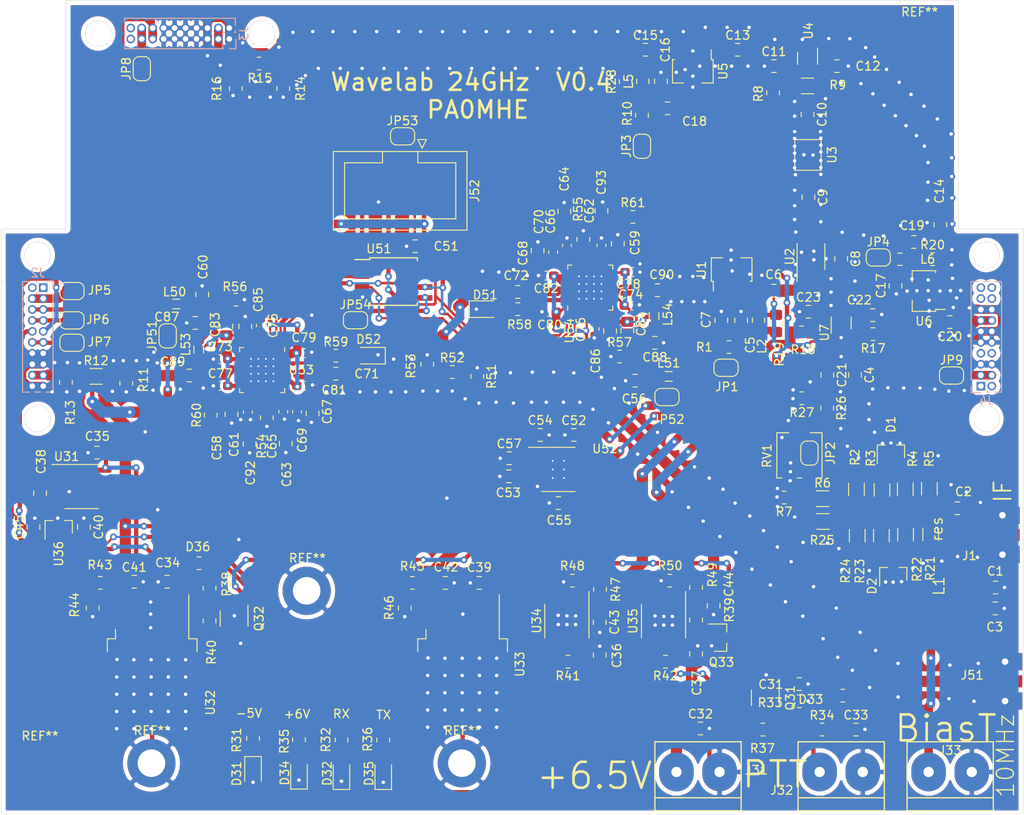
<source format=kicad_pcb>
(kicad_pcb (version 20171130) (host pcbnew "(5.1.7)-1")
  (layers (0 F.Cu signal) (31 B.Cu signal) (34 B.Paste user) (35 F.Paste user) (36 B.SilkS user) (37 F.SilkS user) (38 B.Mask user) (39 F.Mask user) (44 Edge.Cuts user))
  (net 0 "")
  (net 1 GNDREF)
  (net 2 BiasT)
  (net 3 "Net-(C2-Pad1)")
  (net 4 "Net-(C2-Pad2)")
  (net 5 "Net-(C4-Pad2)")
  (net 6 "Net-(C4-Pad1)")
  (net 7 "Net-(C5-Pad2)")
  (net 8 "Net-(C6-Pad1)")
  (net 9 "Net-(C6-Pad2)")
  (net 10 "Net-(C8-Pad1)")
  (net 11 "Net-(C8-Pad2)")
  (net 12 "Net-(C9-Pad1)")
  (net 13 "Net-(C9-Pad2)")
  (net 14 "Net-(C10-Pad2)")
  (net 15 "Net-(C10-Pad1)")
  (net 16 "Net-(C11-Pad2)")
  (net 17 "Net-(C12-Pad2)")
  (net 18 "Net-(C13-Pad1)")
  (net 19 "Net-(C13-Pad2)")
  (net 20 "Net-(C14-Pad1)")
  (net 21 "Net-(C14-Pad2)")
  (net 22 "Net-(C15-Pad2)")
  (net 23 "Net-(C15-Pad1)")
  (net 24 "Net-(C16-Pad2)")
  (net 25 "Net-(C17-Pad2)")
  (net 26 "Net-(C20-Pad2)")
  (net 27 "Net-(C20-Pad1)")
  (net 28 "Net-(C21-Pad2)")
  (net 29 "Net-(C21-Pad1)")
  (net 30 "Net-(C22-Pad2)")
  (net 31 "Net-(C23-Pad2)")
  (net 32 "Net-(C31-Pad1)")
  (net 33 "Net-(C32-Pad1)")
  (net 34 +5V)
  (net 35 "Net-(C40-Pad1)")
  (net 36 -5V)
  (net 37 "Net-(C53-Pad2)")
  (net 38 "Net-(C54-Pad2)")
  (net 39 "Net-(C55-Pad2)")
  (net 40 +3.3VA)
  (net 41 "Net-(C58-Pad2)")
  (net 42 "Net-(C59-Pad2)")
  (net 43 "Net-(C63-Pad2)")
  (net 44 "Net-(C64-Pad2)")
  (net 45 "Net-(C67-Pad2)")
  (net 46 "Net-(C68-Pad2)")
  (net 47 "Net-(C71-Pad1)")
  (net 48 "Net-(C71-Pad2)")
  (net 49 "Net-(C72-Pad1)")
  (net 50 "Net-(C73-Pad2)")
  (net 51 "Net-(C74-Pad2)")
  (net 52 "Net-(C83-Pad2)")
  (net 53 "Net-(C83-Pad1)")
  (net 54 "Net-(C84-Pad2)")
  (net 55 "Net-(C84-Pad1)")
  (net 56 "Net-(C89-Pad2)")
  (net 57 LO1)
  (net 58 LO2)
  (net 59 "Net-(C90-Pad2)")
  (net 60 "Net-(C92-Pad2)")
  (net 61 "Net-(C93-Pad2)")
  (net 62 "Net-(D31-Pad1)")
  (net 63 "Net-(D34-Pad2)")
  (net 64 "Net-(D35-Pad2)")
  (net 65 -5Vsense)
  (net 66 "Net-(D36-Pad1)")
  (net 67 "Net-(D51-Pad2)")
  (net 68 "Net-(D52-Pad2)")
  (net 69 "Net-(J2-Pad1)")
  (net 70 "Net-(J2-Pad2)")
  (net 71 "Net-(J2-Pad3)")
  (net 72 "Net-(J2-Pad7)")
  (net 73 "Net-(J2-Pad11)")
  (net 74 "Net-(J2-Pad17)")
  (net 75 "Net-(J3-Pad20)")
  (net 76 "Net-(J3-Pad19)")
  (net 77 "Net-(J3-Pad17)")
  (net 78 "Net-(J3-Pad3)")
  (net 79 "Net-(J4-Pad1)")
  (net 80 "Net-(J4-Pad2)")
  (net 81 "Net-(J4-Pad3)")
  (net 82 "Net-(J4-Pad7)")
  (net 83 "Net-(J4-Pad8)")
  (net 84 "Net-(J4-Pad17)")
  (net 85 "Net-(J4-Pad18)")
  (net 86 "Net-(J4-Pad19)")
  (net 87 "Net-(J4-Pad20)")
  (net 88 "Net-(J51-Pad1)")
  (net 89 "Net-(J52-Pad1)")
  (net 90 "Net-(J52-Pad3)")
  (net 91 "Net-(J52-Pad5)")
  (net 92 "Net-(J52-Pad4)")
  (net 93 "Net-(JP1-Pad2)")
  (net 94 "Net-(JP2-Pad1)")
  (net 95 +5C)
  (net 96 "Net-(JP3-Pad2)")
  (net 97 +5VP)
  (net 98 +6V)
  (net 99 "Net-(Q31-Pad4)")
  (net 100 "Net-(Q33-Pad3)")
  (net 101 "Net-(R54-Pad2)")
  (net 102 "Net-(R55-Pad2)")
  (net 103 "Net-(U2-Pad4)")
  (net 104 "Net-(U51-Pad2)")
  (net 105 "Net-(U51-Pad3)")
  (net 106 "Net-(U53-Pad5)")
  (net 107 "Net-(U53-Pad13)")
  (net 108 "Net-(U53-Pad14)")
  (net 109 "Net-(U53-Pad15)")
  (net 110 "Net-(U53-Pad25)")
  (net 111 "Net-(U54-Pad25)")
  (net 112 "Net-(U54-Pad15)")
  (net 113 "Net-(U54-Pad14)")
  (net 114 "Net-(U54-Pad13)")
  (net 115 "Net-(U54-Pad5)")
  (net 116 "Net-(C56-Pad2)")
  (net 117 "Net-(C60-Pad2)")
  (net 118 "Net-(J32-Pad1)")
  (net 119 "Net-(JP53-Pad2)")
  (net 120 "Net-(JP54-Pad1)")
  (net 121 "Net-(C33-Pad1)")
  (net 122 "Net-(C38-Pad2)")
  (net 123 "Net-(C38-Pad1)")
  (net 124 "Net-(D32-Pad2)")
  (net 125 "Net-(Q32-Pad4)")
  (net 126 "Net-(Q33-Pad1)")
  (net 127 "Net-(R43-Pad2)")
  (net 128 "Net-(R45-Pad2)")
  (net 129 "Net-(R47-Pad2)")
  (net 130 "Net-(R49-Pad2)")
  (net 131 "Net-(U31-Pad1)")
  (net 132 "Net-(U31-Pad6)")
  (net 133 "Net-(U31-Pad7)")
  (net 134 "Net-(L6-Pad2)")
  (net 135 "Net-(D2-Pad3)")
  (net 136 "Net-(JP2-Pad2)")
  (module MountingHole:MountingHole_3.2mm_M3_DIN965_Pad (layer F.Cu) (at 55 124)
    (fp_text reference REF** (at 0 -3.8) (layer F.SilkS))
    (fp_text value MountingHole_3.2mm_M3_DIN965_Pad)
    (pad 1 thru_hole circle (at -0.084 -0.018) (size 5.6 5.6) (drill 3.2) (layers *.Cu *.Mask) (net 1 GNDREF))
  )
  (module Capacitor_SMD:C_0805_2012Metric_Pad1.18x1.45mm_HandSolder (layer F.Cu) (at 130.37566 114.40414)
    (fp_text reference C2 (at 0.71 -1.92) (layer F.SilkS))
    (fp_text value 220p)
    (pad 1 smd roundrect (at -1.0375 0) (size 1.175 1.45) (layers F.Cu F.Paste F.Mask) (roundrect_rratio 0.2127659574468085) (net 3 "Net-(C2-Pad1)"))
    (pad 2 smd roundrect (at 1.0375 0) (size 1.175 1.45) (layers F.Cu F.Paste F.Mask) (roundrect_rratio 0.2127659574468085) (net 4 "Net-(C2-Pad2)"))
  )
  (module Package_TO_SOT_SMD:SOT-23 (layer F.Cu) (at 122.66794 107.8225 90)
    (fp_text reference D1 (at 3.15 0 90) (layer F.SilkS))
    (fp_text value BAV99)
    (pad 1 smd rect (at -1 -0.95 90) (size 0.9 0.8) (layers F.Cu F.Paste F.Mask) (net 5 "Net-(C4-Pad2)"))
    (pad 2 smd rect (at -1 0.95 90) (size 0.9 0.8) (layers F.Cu F.Paste F.Mask) (net 5 "Net-(C4-Pad2)"))
    (pad 3 smd rect (at 1 0 90) (size 0.9 0.8) (layers F.Cu F.Paste F.Mask) (net 1 GNDREF))
  )
  (module Jumper:SolderJumper-2_P1.3mm_Open_RoundedPad1.0x1.5mm (layer F.Cu) (at 113.21796 108.00358 90)
    (fp_text reference JP2 (at -0.0277 2.44094 90) (layer F.SilkS))
    (fp_text value S)
    (pad 1 smd custom (at -0.65 0 90) (size 1 0.5) (layers F.Cu F.Mask) (net 94 "Net-(JP2-Pad1)") (options (clearance outline) (anchor rect)) (primitives (gr_circle (center 0 0.25) (end 0.5 0.25) (width 0)) (gr_circle (center 0 -0.25) (end 0.5 -0.25) (width 0)) (gr_poly (pts (xy 0 -0.75) (xy 0.5 -0.75) (xy 0.5 0.75) (xy 0 0.75)) (width 0))))
    (pad 2 smd custom (at 0.65 0 90) (size 1 0.5) (layers F.Cu F.Mask) (net 136 "Net-(JP2-Pad2)") (options (clearance outline) (anchor rect)) (primitives (gr_circle (center 0 0.25) (end 0.5 0.25) (width 0)) (gr_circle (center 0 -0.25) (end 0.5 -0.25) (width 0)) (gr_poly (pts (xy 0 -0.75) (xy -0.5 -0.75) (xy -0.5 0.75) (xy 0 0.75)) (width 0))))
  )
  (module Potentiometer_SMD:Potentiometer_Vishay_TS53YJ_Vertical (layer F.Cu) (at 112.06226 108.26242 270)
    (fp_text reference RV1 (at 0.0508 3.7592 90) (layer F.SilkS))
    (fp_text value res)
    (pad 1 smd rect (at 2 -1.15 270) (size 2 1.3) (layers F.Cu F.Paste F.Mask) (net 94 "Net-(JP2-Pad1)"))
    (pad 2 smd rect (at -2 0 270) (size 2 2) (layers F.Cu F.Paste F.Mask) (net 136 "Net-(JP2-Pad2)"))
    (pad 3 smd rect (at 2 1.15 270) (size 2 1.3) (layers F.Cu F.Paste F.Mask) (net 1 GNDREF))
  )
  (module Resistor_SMD:R_1206_3216Metric_Pad1.30x1.75mm_HandSolder (layer F.Cu) (at 118.66794 112.2225 90)
    (fp_text reference R2 (at 3.7264 -0.15916 90) (layer F.SilkS))
    (fp_text value 220R)
    (pad 1 smd roundrect (at -1.55 0 90) (size 1.3 1.75) (layers F.Cu F.Paste F.Mask) (roundrect_rratio 0.1923076923076923) (net 3 "Net-(C2-Pad1)"))
    (pad 2 smd roundrect (at 1.55 0 90) (size 1.3 1.75) (layers F.Cu F.Paste F.Mask) (roundrect_rratio 0.1923076923076923) (net 5 "Net-(C4-Pad2)"))
  )
  (module Resistor_SMD:R_1206_3216Metric_Pad1.30x1.75mm_HandSolder (layer F.Cu) (at 121.63298 112.2807 90)
    (fp_text reference R3 (at 3.67 -1.29 90) (layer F.SilkS))
    (fp_text value 220R)
    (pad 2 smd roundrect (at 1.55 0 90) (size 1.3 1.75) (layers F.Cu F.Paste F.Mask) (roundrect_rratio 0.1923076923076923) (net 5 "Net-(C4-Pad2)"))
    (pad 1 smd roundrect (at -1.55 0 90) (size 1.3 1.75) (layers F.Cu F.Paste F.Mask) (roundrect_rratio 0.1923076923076923) (net 3 "Net-(C2-Pad1)"))
  )
  (module Resistor_SMD:R_1206_3216Metric_Pad1.30x1.75mm_HandSolder (layer F.Cu) (at 124.33554 112.18926 90)
    (fp_text reference R4 (at 3.53822 0.85598 90) (layer F.SilkS))
    (fp_text value 220R)
    (pad 1 smd roundrect (at -1.55 0 90) (size 1.3 1.75) (layers F.Cu F.Paste F.Mask) (roundrect_rratio 0.1923076923076923) (net 3 "Net-(C2-Pad1)"))
    (pad 2 smd roundrect (at 1.55 0 90) (size 1.3 1.75) (layers F.Cu F.Paste F.Mask) (roundrect_rratio 0.1923076923076923) (net 5 "Net-(C4-Pad2)"))
  )
  (module Resistor_SMD:R_0805_2012Metric_Pad1.20x1.40mm_HandSolder (layer F.Cu) (at 110.28502 113.15954 180)
    (fp_text reference R7 (at 0 -1.65) (layer F.SilkS))
    (fp_text value res)
    (pad 1 smd roundrect (at -1 0 180) (size 1.2 1.4) (layers F.Cu F.Paste F.Mask) (roundrect_rratio 0.2083325) (net 94 "Net-(JP2-Pad1)"))
    (pad 2 smd roundrect (at 1 0 180) (size 1.2 1.4) (layers F.Cu F.Paste F.Mask) (roundrect_rratio 0.208) (net 1 GNDREF))
  )
  (module Resistor_SMD:R_1206_3216Metric_Pad1.30x1.75mm_HandSolder (layer F.Cu) (at 127.12954 112.141 90)
    (fp_text reference R5 (at 3.48996 -0.0127 90) (layer F.SilkS))
    (fp_text value 220R)
    (pad 2 smd roundrect (at 1.55 0 90) (size 1.3 1.75) (layers F.Cu F.Paste F.Mask) (roundrect_rratio 0.1923076923076923) (net 5 "Net-(C4-Pad2)"))
    (pad 1 smd roundrect (at -1.55 0 90) (size 1.3 1.75) (layers F.Cu F.Paste F.Mask) (roundrect_rratio 0.1923076923076923) (net 3 "Net-(C2-Pad1)"))
  )
  (module MountingHole:MountingHole_3.2mm_M3_DIN965_Pad (layer F.Cu) (at 73 144)
    (fp_text reference REF** (at 0 -3.8) (layer F.SilkS))
    (fp_text value MountingHole_3.2mm_M3_DIN965_Pad)
    (pad 1 thru_hole circle (at -0.084 -0.018) (size 5.6 5.6) (drill 3.2) (layers *.Cu *.Mask) (net 1 GNDREF))
  )
  (module MountingHole:MountingHole_3.2mm_M3_DIN965_Pad (layer F.Cu) (at 37 144)
    (fp_text reference REF** (at 0 -3.8) (layer F.SilkS))
    (fp_text value MountingHole_3.2mm_M3_DIN965_Pad)
    (pad 1 thru_hole circle (at -0.084 -0.018) (size 5.6 5.6) (drill 3.2) (layers *.Cu *.Mask) (net 1 GNDREF))
  )
  (module Package_TO_SOT_SMD:TO-263-5_TabPin6 (layer F.Cu) (at 73 132.5 270)
    (fp_text reference U33 (at 0 -6.65 90) (layer F.SilkS))
    (fp_text value MIC29302)
    (pad 6 smd rect (at 3.375 0 270) (size 9.4 10.8) (layers F.Cu F.Mask) (net 1 GNDREF))
    (pad 5 smd rect (at -5.775 3.4 270) (size 4.6 1.1) (layers F.Cu F.Paste F.Mask) (net 128 "Net-(R45-Pad2)"))
    (pad 4 smd rect (at -5.775 1.7 270) (size 4.6 1.1) (layers F.Cu F.Paste F.Mask) (net 34 +5V))
    (pad 3 smd rect (at -5.775 0 270) (size 4.6 1.1) (layers F.Cu F.Paste F.Mask) (net 1 GNDREF))
    (pad 2 smd rect (at -5.775 -1.7 270) (size 4.6 1.1) (layers F.Cu F.Paste F.Mask) (net 33 "Net-(C32-Pad1)"))
    (pad 1 smd rect (at -5.775 -3.4 270) (size 4.6 1.1) (layers F.Cu F.Paste F.Mask) (net 33 "Net-(C32-Pad1)"))
  )
  (module Package_TO_SOT_SMD:TO-263-5_TabPin6 (layer F.Cu) (at 37 132.5 270)
    (fp_text reference U32 (at 4.45172 -6.75658 90) (layer F.SilkS))
    (fp_text value MIC29302)
    (pad 1 smd rect (at -5.775 -3.4 270) (size 4.6 1.1) (layers F.Cu F.Paste F.Mask) (net 125 "Net-(Q32-Pad4)"))
    (pad 2 smd rect (at -5.775 -1.7 270) (size 4.6 1.1) (layers F.Cu F.Paste F.Mask) (net 33 "Net-(C32-Pad1)"))
    (pad 3 smd rect (at -5.775 0 270) (size 4.6 1.1) (layers F.Cu F.Paste F.Mask) (net 1 GNDREF))
    (pad 4 smd rect (at -5.775 1.7 270) (size 4.6 1.1) (layers F.Cu F.Paste F.Mask) (net 98 +6V))
    (pad 5 smd rect (at -5.775 3.4 270) (size 4.6 1.1) (layers F.Cu F.Paste F.Mask) (net 127 "Net-(R43-Pad2)"))
    (pad 6 smd rect (at 3.375 0 270) (size 9.4 10.8) (layers F.Cu F.Mask) (net 1 GNDREF))
  )
  (module Fiducial:Fiducial_1.5mm_Mask4.5mm (layer F.Cu) (at 126 60)
    (fp_text reference REF** (at 0 -3.175) (layer F.SilkS))
    (fp_text value Fiducial_1.5mm_Mask4.5mm)
    (pad "" smd circle (at 0 0) (size 1.5 1.5) (layers F.Cu F.Mask) (clearance 1.5))
  )
  (module Fiducial:Fiducial_1.5mm_Mask4.5mm (layer F.Cu) (at 24 144)
    (fp_text reference REF** (at 0 -3.175) (layer F.SilkS))
    (fp_text value Fiducial_1.5mm_Mask4.5mm)
    (pad "" smd circle (at 0 0) (size 1.5 1.5) (layers F.Cu F.Mask) (clearance 1.5))
  )
  (module my_library:PinHeader_24GHzl (layer B.Cu) (at 24.37 88.8 180)
    (fp_text reference J2 (at 0.635 1.695) (layer B.SilkS) (effects (justify mirror)))
    (fp_text value Conn_LO)
    (pad 1 thru_hole rect (at 0 0 180) (size 1 1) (drill 0.65) (layers *.Cu *.Mask) (net 69 "Net-(J2-Pad1)"))
    (pad 2 thru_hole oval (at 1.27 0 180) (size 1 1) (drill 0.65) (layers *.Cu *.Mask) (net 70 "Net-(J2-Pad2)"))
    (pad 3 thru_hole oval (at 0 -1.27 180) (size 1 1) (drill 0.65) (layers *.Cu *.Mask) (net 71 "Net-(J2-Pad3)"))
    (pad 4 thru_hole oval (at 1.27 -1.27 180) (size 1 1) (drill 0.65) (layers *.Cu *.Mask) (net 71 "Net-(J2-Pad3)"))
    (pad 5 thru_hole oval (at 0 -2.54 180) (size 1 1) (drill 0.65) (layers *.Cu *.Mask) (net 34 +5V))
    (pad 6 thru_hole oval (at 1.27 -2.54 180) (size 1 1) (drill 0.65) (layers *.Cu *.Mask) (net 34 +5V))
    (pad 7 thru_hole oval (at 0 -3.81 180) (size 1 1) (drill 0.65) (layers *.Cu *.Mask) (net 72 "Net-(J2-Pad7)"))
    (pad 8 thru_hole oval (at 1.27 -3.81 180) (size 1 1) (drill 0.65) (layers *.Cu *.Mask) (net 72 "Net-(J2-Pad7)"))
    (pad 9 thru_hole oval (at 0 -5.08 180) (size 1 1) (drill 0.65) (layers *.Cu *.Mask) (net 36 -5V))
    (pad 10 thru_hole oval (at 1.27 -5.08 180) (size 1 1) (drill 0.65) (layers *.Cu *.Mask) (net 65 -5Vsense))
    (pad 11 thru_hole oval (at 0 -6.35 180) (size 1 1) (drill 0.65) (layers *.Cu *.Mask) (net 73 "Net-(J2-Pad11)"))
    (pad 12 thru_hole oval (at 1.27 -6.35 180) (size 1 1) (drill 0.65) (layers *.Cu *.Mask) (net 73 "Net-(J2-Pad11)"))
    (pad 13 thru_hole oval (at 0 -7.62 180) (size 1 1) (drill 0.65) (layers *.Cu *.Mask) (net 1 GNDREF))
    (pad 14 thru_hole oval (at 1.27 -7.62 180) (size 1 1) (drill 0.65) (layers *.Cu *.Mask) (net 1 GNDREF))
    (pad 15 thru_hole oval (at 0 -8.89 180) (size 1 1) (drill 0.65) (layers *.Cu *.Mask) (net 1 GNDREF))
    (pad 16 thru_hole oval (at 1.27 -8.89 180) (size 1 1) (drill 0.65) (layers *.Cu *.Mask) (net 1 GNDREF))
    (pad 17 thru_hole oval (at 0 -10.16 180) (size 1 1) (drill 0.65) (layers *.Cu *.Mask) (net 74 "Net-(J2-Pad17)"))
    (pad 18 thru_hole oval (at 1.27 -10.16 180) (size 1 1) (drill 0.65) (layers *.Cu *.Mask) (net 74 "Net-(J2-Pad17)"))
    (pad 19 thru_hole oval (at 0 -11.43 180) (size 1 1) (drill 0.65) (layers *.Cu *.Mask) (net 1 GNDREF))
    (pad 20 thru_hole oval (at 1.27 -11.43 180) (size 1 1) (drill 0.65) (layers *.Cu *.Mask) (net 1 GNDREF))
    (pad "" thru_hole circle (at 0.635 3.785 180) (size 3 3) (drill 3) (layers *.Cu *.Mask))
    (pad "" thru_hole circle (at 0.635 -15.215 180) (size 3 3) (drill 3) (layers *.Cu *.Mask))
  )
  (module Capacitor_SMD:C_0805_2012Metric_Pad1.18x1.45mm_HandSolder (layer F.Cu) (at 129.5 92.8 180)
    (fp_text reference C20 (at 0 -1.68) (layer F.SilkS))
    (fp_text value 10p)
    (pad 2 smd roundrect (at 1.0375 0 180) (size 1.175 1.45) (layers F.Cu F.Paste F.Mask) (roundrect_rratio 0.2127659574468085) (net 26 "Net-(C20-Pad2)"))
    (pad 1 smd roundrect (at -1.0375 0 180) (size 1.175 1.45) (layers F.Cu F.Paste F.Mask) (roundrect_rratio 0.2127659574468085) (net 27 "Net-(C20-Pad1)"))
  )
  (module Inductor_SMD:L_0805_2012Metric_Pad1.15x1.40mm_HandSolder (layer F.Cu) (at 123.72848 85.50402)
    (fp_text reference L6 (at 3.2 0) (layer F.SilkS))
    (fp_text value 33n)
    (pad 2 smd roundrect (at 1.025 0) (size 1.15 1.4) (layers F.Cu F.Paste F.Mask) (roundrect_rratio 0.2173904347826087) (net 134 "Net-(L6-Pad2)"))
    (pad 1 smd roundrect (at -1.025 0) (size 1.15 1.4) (layers F.Cu F.Paste F.Mask) (roundrect_rratio 0.2173904347826087) (net 25 "Net-(C17-Pad2)"))
  )
  (module Capacitor_SMD:C_0603_1608Metric_Pad1.08x0.95mm_HandSolder (layer F.Cu) (at 48.1 103.2625 90)
    (fp_text reference C61 (at -3.7375 -1.6 90) (layer F.SilkS))
    (fp_text value 10p)
    (pad 2 smd roundrect (at 0.8625 0 90) (size 1.075 0.95) (layers F.Cu F.Paste F.Mask) (net 41 "Net-(C58-Pad2)"))
    (pad 1 smd roundrect (at -0.8625 0 90) (size 1.075 0.95) (layers F.Cu F.Paste F.Mask) (net 1 GNDREF))
  )
  (module my_library:PinHeader_24GHzl (layer B.Cu) (at 133.1 100.23)
    (fp_text reference J4 (at 0.635 1.695) (layer B.SilkS) (effects (justify mirror)))
    (fp_text value Conn_RXIF)
    (pad 1 thru_hole rect (at 0 0) (size 1 1) (drill 0.65) (layers *.Cu *.Mask) (net 79 "Net-(J4-Pad1)"))
    (pad 2 thru_hole oval (at 1.27 0) (size 1 1) (drill 0.65) (layers *.Cu *.Mask) (net 80 "Net-(J4-Pad2)"))
    (pad 3 thru_hole oval (at 0 -1.27) (size 1 1) (drill 0.65) (layers *.Cu *.Mask) (net 81 "Net-(J4-Pad3)"))
    (pad 4 thru_hole oval (at 1.27 -1.27) (size 1 1) (drill 0.65) (layers *.Cu *.Mask) (net 81 "Net-(J4-Pad3)"))
    (pad 5 thru_hole oval (at 0 -2.54) (size 1 1) (drill 0.65) (layers *.Cu *.Mask) (net 1 GNDREF))
    (pad 6 thru_hole oval (at 1.27 -2.54) (size 1 1) (drill 0.65) (layers *.Cu *.Mask) (net 1 GNDREF))
    (pad 7 thru_hole oval (at 0 -3.81) (size 1 1) (drill 0.65) (layers *.Cu *.Mask) (net 82 "Net-(J4-Pad7)"))
    (pad 8 thru_hole oval (at 1.27 -3.81) (size 1 1) (drill 0.65) (layers *.Cu *.Mask) (net 83 "Net-(J4-Pad8)"))
    (pad 9 thru_hole oval (at 0 -5.08) (size 1 1) (drill 0.65) (layers *.Cu *.Mask) (net 1 GNDREF))
    (pad 10 thru_hole oval (at 1.27 -5.08) (size 1 1) (drill 0.65) (layers *.Cu *.Mask) (net 1 GNDREF))
    (pad 11 thru_hole oval (at 0 -6.35) (size 1 1) (drill 0.65) (layers *.Cu *.Mask) (net 1 GNDREF))
    (pad 12 thru_hole oval (at 1.27 -6.35) (size 1 1) (drill 0.65) (layers *.Cu *.Mask) (net 1 GNDREF))
    (pad 13 thru_hole oval (at 0 -7.62) (size 1 1) (drill 0.65) (layers *.Cu *.Mask) (net 27 "Net-(C20-Pad1)"))
    (pad 14 thru_hole oval (at 1.27 -7.62) (size 1 1) (drill 0.65) (layers *.Cu *.Mask) (net 27 "Net-(C20-Pad1)"))
    (pad 15 thru_hole oval (at 0 -8.89) (size 1 1) (drill 0.65) (layers *.Cu *.Mask) (net 1 GNDREF))
    (pad 16 thru_hole oval (at 1.27 -8.89) (size 1 1) (drill 0.65) (layers *.Cu *.Mask) (net 1 GNDREF))
    (pad 17 thru_hole oval (at 0 -10.16) (size 1 1) (drill 0.65) (layers *.Cu *.Mask) (net 84 "Net-(J4-Pad17)"))
    (pad 18 thru_hole oval (at 1.27 -10.16) (size 1 1) (drill 0.65) (layers *.Cu *.Mask) (net 85 "Net-(J4-Pad18)"))
    (pad 19 thru_hole oval (at 0 -11.43) (size 1 1) (drill 0.65) (layers *.Cu *.Mask) (net 86 "Net-(J4-Pad19)"))
    (pad 20 thru_hole oval (at 1.27 -11.43) (size 1 1) (drill 0.65) (layers *.Cu *.Mask) (net 87 "Net-(J4-Pad20)"))
    (pad "" thru_hole circle (at 0.635 3.785) (size 3 3) (drill 3) (layers *.Cu *.Mask))
    (pad "" thru_hole circle (at 0.635 -15.215) (size 3 3) (drill 3) (layers *.Cu *.Mask))
  )
  (module my_library:LFSN25N (layer F.Cu) (at 113.05 73.4 90)
    (fp_text reference U3 (at 0 2.794 90) (layer F.SilkS))
    (fp_text value LFB2H2G45SG7C093)
    (pad 1 smd circle (at -1.6 0 90) (size 0.6 0.6) (layers F.Cu F.Paste F.Mask) (net 12 "Net-(C9-Pad1)"))
    (pad 2 smd circle (at 1.6 0 90) (size 0.6 0.6) (layers F.Cu F.Paste F.Mask) (net 14 "Net-(C10-Pad2)"))
    (pad 3 smd rect (at 0 1.25 90) (size 3.2 0.5) (layers F.Cu F.Paste F.Mask) (net 1 GNDREF))
    (pad 4 smd rect (at 0 -1.25 90) (size 3.2 0.5) (layers F.Cu F.Paste F.Mask) (net 1 GNDREF))
  )
  (module Capacitor_SMD:C_0805_2012Metric_Pad1.18x1.45mm_HandSolder (layer F.Cu) (at 134.8 123.6 180)
    (fp_text reference C1 (at 0.02 1.9) (layer F.SilkS))
    (fp_text value "res 1n")
    (pad 1 smd roundrect (at -1.0375 0 180) (size 1.175 1.45) (layers F.Cu F.Paste F.Mask) (roundrect_rratio 0.213) (net 1 GNDREF))
    (pad 2 smd roundrect (at 1.0375 0 180) (size 1.175 1.45) (layers F.Cu F.Paste F.Mask) (roundrect_rratio 0.2127659574468085) (net 2 BiasT))
  )
  (module Capacitor_SMD:C_0805_2012Metric_Pad1.18x1.45mm_HandSolder (layer F.Cu) (at 134.774999 126.024999 180)
    (fp_text reference C3 (at 0.064999 -2.155001) (layer F.SilkS))
    (fp_text value "res 220p")
    (pad 2 smd roundrect (at 1.0375 0 180) (size 1.175 1.45) (layers F.Cu F.Paste F.Mask) (roundrect_rratio 0.2127659574468085) (net 2 BiasT))
    (pad 1 smd roundrect (at -1.0375 0 180) (size 1.175 1.45) (layers F.Cu F.Paste F.Mask) (roundrect_rratio 0.2127659574468085) (net 1 GNDREF))
  )
  (module Capacitor_SMD:C_0805_2012Metric_Pad1.18x1.45mm_HandSolder (layer F.Cu) (at 118.5 98.9375 270)
    (fp_text reference C4 (at 0 -1.68 90) (layer F.SilkS))
    (fp_text value 220p)
    (pad 2 smd roundrect (at 1.0375 0 270) (size 1.175 1.45) (layers F.Cu F.Paste F.Mask) (roundrect_rratio 0.2127659574468085) (net 5 "Net-(C4-Pad2)"))
    (pad 1 smd roundrect (at -1.0375 0 270) (size 1.175 1.45) (layers F.Cu F.Paste F.Mask) (roundrect_rratio 0.2127659574468085) (net 6 "Net-(C4-Pad1)"))
  )
  (module Capacitor_SMD:C_0805_2012Metric_Pad1.18x1.45mm_HandSolder (layer F.Cu) (at 105.3 92.6 270)
    (fp_text reference C5 (at 2.86 -1.05 90) (layer F.SilkS))
    (fp_text value 22p)
    (pad 1 smd roundrect (at -1.0375 0 270) (size 1.175 1.45) (layers F.Cu F.Paste F.Mask) (roundrect_rratio 0.2127659574468085) (net 1 GNDREF))
    (pad 2 smd roundrect (at 1.0375 0 270) (size 1.175 1.45) (layers F.Cu F.Paste F.Mask) (roundrect_rratio 0.2127659574468085) (net 7 "Net-(C5-Pad2)"))
  )
  (module Capacitor_SMD:C_0805_2012Metric_Pad1.18x1.45mm_HandSolder (layer F.Cu) (at 109.093 89.154 180)
    (fp_text reference C6 (at 0.02286 1.87198) (layer F.SilkS))
    (fp_text value 1n)
    (pad 1 smd roundrect (at -1.0375 0 180) (size 1.175 1.45) (layers F.Cu F.Paste F.Mask) (roundrect_rratio 0.2127659574468085) (net 8 "Net-(C6-Pad1)"))
    (pad 2 smd roundrect (at 1.0375 0 180) (size 1.175 1.45) (layers F.Cu F.Paste F.Mask) (roundrect_rratio 0.2127659574468085) (net 9 "Net-(C6-Pad2)"))
  )
  (module Capacitor_SMD:C_0805_2012Metric_Pad1.18x1.45mm_HandSolder (layer F.Cu) (at 103 92.6 270)
    (fp_text reference C7 (at -0.06 1.76 90) (layer F.SilkS))
    (fp_text value 1nF)
    (pad 2 smd roundrect (at 1.0375 0 270) (size 1.175 1.45) (layers F.Cu F.Paste F.Mask) (roundrect_rratio 0.2127659574468085) (net 7 "Net-(C5-Pad2)"))
    (pad 1 smd roundrect (at -1.0375 0 270) (size 1.175 1.45) (layers F.Cu F.Paste F.Mask) (roundrect_rratio 0.2127659574468085) (net 1 GNDREF))
  )
  (module Capacitor_SMD:C_0805_2012Metric_Pad1.18x1.45mm_HandSolder (layer F.Cu) (at 116.9 85.4625 270)
    (fp_text reference C8 (at 0 -1.68 90) (layer F.SilkS))
    (fp_text value 220p)
    (pad 1 smd roundrect (at -1.0375 0 270) (size 1.175 1.45) (layers F.Cu F.Paste F.Mask) (roundrect_rratio 0.2127659574468085) (net 10 "Net-(C8-Pad1)"))
    (pad 2 smd roundrect (at 1.0375 0 270) (size 1.175 1.45) (layers F.Cu F.Paste F.Mask) (roundrect_rratio 0.2127659574468085) (net 11 "Net-(C8-Pad2)"))
  )
  (module Capacitor_SMD:C_0805_2012Metric_Pad1.18x1.45mm_HandSolder (layer F.Cu) (at 113.1 78.3 270)
    (fp_text reference C9 (at 0 -1.68 90) (layer F.SilkS))
    (fp_text value 10p)
    (pad 1 smd roundrect (at -1.0375 0 270) (size 1.175 1.45) (layers F.Cu F.Paste F.Mask) (roundrect_rratio 0.2127659574468085) (net 12 "Net-(C9-Pad1)"))
    (pad 2 smd roundrect (at 1.0375 0 270) (size 1.175 1.45) (layers F.Cu F.Paste F.Mask) (roundrect_rratio 0.2127659574468085) (net 13 "Net-(C9-Pad2)"))
  )
  (module Capacitor_SMD:C_0805_2012Metric_Pad1.18x1.45mm_HandSolder (layer F.Cu) (at 113 68.7 270)
    (fp_text reference C10 (at 0 -1.68 90) (layer F.SilkS))
    (fp_text value 10p)
    (pad 2 smd roundrect (at 1.0375 0 270) (size 1.175 1.45) (layers F.Cu F.Paste F.Mask) (roundrect_rratio 0.2127659574468085) (net 14 "Net-(C10-Pad2)"))
    (pad 1 smd roundrect (at -1.0375 0 270) (size 1.175 1.45) (layers F.Cu F.Paste F.Mask) (roundrect_rratio 0.2127659574468085) (net 15 "Net-(C10-Pad1)"))
  )
  (module Capacitor_SMD:C_0805_2012Metric_Pad1.18x1.45mm_HandSolder (layer F.Cu) (at 109.1 63.1)
    (fp_text reference C11 (at 0 -1.68) (layer F.SilkS))
    (fp_text value 10p)
    (pad 2 smd roundrect (at 1.0375 0) (size 1.175 1.45) (layers F.Cu F.Paste F.Mask) (roundrect_rratio 0.2127659574468085) (net 16 "Net-(C11-Pad2)"))
    (pad 1 smd roundrect (at -1.0375 0) (size 1.175 1.45) (layers F.Cu F.Paste F.Mask) (roundrect_rratio 0.2127659574468085) (net 1 GNDREF))
  )
  (module Capacitor_SMD:C_0805_2012Metric_Pad1.18x1.45mm_HandSolder (layer F.Cu) (at 116.41 63.1 180)
    (fp_text reference C12 (at -3.6 0) (layer F.SilkS))
    (fp_text value 10p)
    (pad 2 smd roundrect (at 1.0375 0 180) (size 1.175 1.45) (layers F.Cu F.Paste F.Mask) (roundrect_rratio 0.2127659574468085) (net 17 "Net-(C12-Pad2)"))
    (pad 1 smd roundrect (at -1.0375 0 180) (size 1.175 1.45) (layers F.Cu F.Paste F.Mask) (roundrect_rratio 0.2127659574468085) (net 1 GNDREF))
  )
  (module Capacitor_SMD:C_0805_2012Metric_Pad1.18x1.45mm_HandSolder (layer F.Cu) (at 104.9 61.2)
    (fp_text reference C13 (at 0 -1.68) (layer F.SilkS))
    (fp_text value 10p)
    (pad 1 smd roundrect (at -1.0375 0) (size 1.175 1.45) (layers F.Cu F.Paste F.Mask) (roundrect_rratio 0.2127659574468085) (net 18 "Net-(C13-Pad1)"))
    (pad 2 smd roundrect (at 1.0375 0) (size 1.175 1.45) (layers F.Cu F.Paste F.Mask) (roundrect_rratio 0.2127659574468085) (net 19 "Net-(C13-Pad2)"))
  )
  (module Capacitor_SMD:C_0805_2012Metric_Pad1.18x1.45mm_HandSolder (layer F.Cu) (at 128.4 81.5 90)
    (fp_text reference C14 (at 3.9 -0.1 90) (layer F.SilkS))
    (fp_text value 1n)
    (pad 1 smd roundrect (at -1.0375 0 90) (size 1.175 1.45) (layers F.Cu F.Paste F.Mask) (roundrect_rratio 0.2127659574468085) (net 20 "Net-(C14-Pad1)"))
    (pad 2 smd roundrect (at 1.0375 0 90) (size 1.175 1.45) (layers F.Cu F.Paste F.Mask) (roundrect_rratio 0.2127659574468085) (net 21 "Net-(C14-Pad2)"))
  )
  (module Capacitor_SMD:C_0805_2012Metric_Pad1.18x1.45mm_HandSolder (layer F.Cu) (at 94.2 61.2)
    (fp_text reference C15 (at 0 -1.68) (layer F.SilkS))
    (fp_text value 1n)
    (pad 2 smd roundrect (at 1.0375 0) (size 1.175 1.45) (layers F.Cu F.Paste F.Mask) (roundrect_rratio 0.2127659574468085) (net 22 "Net-(C15-Pad2)"))
    (pad 1 smd roundrect (at -1.0375 0) (size 1.175 1.45) (layers F.Cu F.Paste F.Mask) (roundrect_rratio 0.2127659574468085) (net 23 "Net-(C15-Pad1)"))
  )
  (module Capacitor_SMD:C_0805_2012Metric_Pad1.18x1.45mm_HandSolder (layer F.Cu) (at 96 64.8625 270)
    (fp_text reference C16 (at -3.6625 -0.5 90) (layer F.SilkS))
    (fp_text value 10p)
    (pad 1 smd roundrect (at -1.0375 0 270) (size 1.175 1.45) (layers F.Cu F.Paste F.Mask) (roundrect_rratio 0.2127659574468085) (net 1 GNDREF))
    (pad 2 smd roundrect (at 1.0375 0 270) (size 1.175 1.45) (layers F.Cu F.Paste F.Mask) (roundrect_rratio 0.2127659574468085) (net 24 "Net-(C16-Pad2)"))
  )
  (module Capacitor_SMD:C_0805_2012Metric_Pad1.18x1.45mm_HandSolder (layer F.Cu) (at 123.2 88.6 90)
    (fp_text reference C17 (at 0 -1.68 90) (layer F.SilkS))
    (fp_text value 10p)
    (pad 2 smd roundrect (at 1.0375 0 90) (size 1.175 1.45) (layers F.Cu F.Paste F.Mask) (roundrect_rratio 0.2127659574468085) (net 25 "Net-(C17-Pad2)"))
    (pad 1 smd roundrect (at -1.0375 0 90) (size 1.175 1.45) (layers F.Cu F.Paste F.Mask) (roundrect_rratio 0.2127659574468085) (net 1 GNDREF))
  )
  (module Capacitor_SMD:C_0805_2012Metric_Pad1.18x1.45mm_HandSolder (layer F.Cu) (at 96.7625 68 180)
    (fp_text reference C18 (at -3.1375 -1.5) (layer F.SilkS))
    (fp_text value 1nF)
    (pad 2 smd roundrect (at 1.0375 0 180) (size 1.175 1.45) (layers F.Cu F.Paste F.Mask) (roundrect_rratio 0.2127659574468085) (net 24 "Net-(C16-Pad2)"))
    (pad 1 smd roundrect (at -1.0375 0 180) (size 1.175 1.45) (layers F.Cu F.Paste F.Mask) (roundrect_rratio 0.2127659574468085) (net 1 GNDREF))
  )
  (module Capacitor_SMD:C_0805_2012Metric_Pad1.18x1.45mm_HandSolder (layer F.Cu) (at 125.32106 83.49996 180)
    (fp_text reference C19 (at 0.2 1.9) (layer F.SilkS))
    (fp_text value 1nF)
    (pad 1 smd roundrect (at -1.0375 0 180) (size 1.175 1.45) (layers F.Cu F.Paste F.Mask) (roundrect_rratio 0.213) (net 1 GNDREF))
    (pad 2 smd roundrect (at 1.0375 0 180) (size 1.175 1.45) (layers F.Cu F.Paste F.Mask) (roundrect_rratio 0.2127659574468085) (net 25 "Net-(C17-Pad2)"))
  )
  (module Capacitor_SMD:C_0805_2012Metric_Pad1.18x1.45mm_HandSolder (layer F.Cu) (at 115.3 98.9375 270)
    (fp_text reference C21 (at 0 -1.68 90) (layer F.SilkS))
    (fp_text value 220p)
    (pad 2 smd roundrect (at 1.0375 0 270) (size 1.175 1.45) (layers F.Cu F.Paste F.Mask) (roundrect_rratio 0.2127659574468085) (net 28 "Net-(C21-Pad2)"))
    (pad 1 smd roundrect (at -1.0375 0 270) (size 1.175 1.45) (layers F.Cu F.Paste F.Mask) (roundrect_rratio 0.2127659574468085) (net 29 "Net-(C21-Pad1)"))
  )
  (module Capacitor_SMD:C_0805_2012Metric_Pad1.18x1.45mm_HandSolder (layer F.Cu) (at 120.5625 92 180)
    (fp_text reference C22 (at 1.5525 1.76) (layer F.SilkS))
    (fp_text value 220p)
    (pad 1 smd roundrect (at -1.0375 0 180) (size 1.175 1.45) (layers F.Cu F.Paste F.Mask) (roundrect_rratio 0.2127659574468085) (net 1 GNDREF))
    (pad 2 smd roundrect (at 1.0375 0 180) (size 1.175 1.45) (layers F.Cu F.Paste F.Mask) (roundrect_rratio 0.2127659574468085) (net 30 "Net-(C22-Pad2)"))
  )
  (module Capacitor_SMD:C_0805_2012Metric_Pad1.18x1.45mm_HandSolder (layer F.Cu) (at 113.1 91.6)
    (fp_text reference C23 (at 0 -1.68) (layer F.SilkS))
    (fp_text value 220p)
    (pad 2 smd roundrect (at 1.0375 0) (size 1.175 1.45) (layers F.Cu F.Paste F.Mask) (roundrect_rratio 0.2127659574468085) (net 31 "Net-(C23-Pad2)"))
    (pad 1 smd roundrect (at -1.0375 0) (size 1.175 1.45) (layers F.Cu F.Paste F.Mask) (roundrect_rratio 0.2127659574468085) (net 1 GNDREF))
  )
  (module Capacitor_SMD:C_0805_2012Metric_Pad1.18x1.45mm_HandSolder (layer F.Cu) (at 112.038 134.804)
    (fp_text reference C31 (at -3.29 0.03) (layer F.SilkS))
    (fp_text value res)
    (pad 1 smd roundrect (at -1.0375 0) (size 1.175 1.45) (layers F.Cu F.Paste F.Mask) (roundrect_rratio 0.2127659574468085) (net 32 "Net-(C31-Pad1)"))
    (pad 2 smd roundrect (at 1.0375 0) (size 1.175 1.45) (layers F.Cu F.Paste F.Mask) (roundrect_rratio 0.213) (net 1 GNDREF))
  )
  (module Capacitor_SMD:C_0805_2012Metric_Pad1.18x1.45mm_HandSolder (layer F.Cu) (at 70.993 123.063)
    (fp_text reference C42 (at 0.09398 -1.8288) (layer F.SilkS))
    (fp_text value 10u)
    (pad 2 smd roundrect (at 1.0375 0) (size 1.175 1.45) (layers F.Cu F.Paste F.Mask) (roundrect_rratio 0.2127659574468085) (net 1 GNDREF))
    (pad 1 smd roundrect (at -1.0375 0) (size 1.175 1.45) (layers F.Cu F.Paste F.Mask) (roundrect_rratio 0.2127659574468085) (net 34 +5V))
  )
  (module Capacitor_SMD:C_0805_2012Metric_Pad1.18x1.45mm_HandSolder (layer F.Cu) (at 67.5 84)
    (fp_text reference C51 (at 3.6 0) (layer F.SilkS))
    (fp_text value 100n)
    (pad 2 smd roundrect (at 1.0375 0) (size 1.175 1.45) (layers F.Cu F.Paste F.Mask) (roundrect_rratio 0.2127659574468085) (net 40 +3.3VA))
    (pad 1 smd roundrect (at -1.0375 0) (size 1.175 1.45) (layers F.Cu F.Paste F.Mask) (roundrect_rratio 0.2127659574468085) (net 1 GNDREF))
  )
  (module Capacitor_SMD:C_0805_2012Metric_Pad1.18x1.45mm_HandSolder (layer F.Cu) (at 85.9 105.9)
    (fp_text reference C52 (at 0 -1.68) (layer F.SilkS))
    (fp_text value 10u)
    (pad 2 smd roundrect (at 1.0375 0) (size 1.175 1.45) (layers F.Cu F.Paste F.Mask) (roundrect_rratio 0.2127659574468085) (net 34 +5V))
    (pad 1 smd roundrect (at -1.0375 0) (size 1.175 1.45) (layers F.Cu F.Paste F.Mask) (roundrect_rratio 0.213) (net 1 GNDREF))
  )
  (module Capacitor_SMD:C_0805_2012Metric_Pad1.18x1.45mm_HandSolder (layer F.Cu) (at 78.3625 110.7)
    (fp_text reference C53 (at -0.0625 1.9) (layer F.SilkS))
    (fp_text value 1u)
    (pad 1 smd roundrect (at -1.0375 0) (size 1.175 1.45) (layers F.Cu F.Paste F.Mask) (roundrect_rratio 0.213) (net 1 GNDREF))
    (pad 2 smd roundrect (at 1.0375 0) (size 1.175 1.45) (layers F.Cu F.Paste F.Mask) (roundrect_rratio 0.2127659574468085) (net 37 "Net-(C53-Pad2)"))
  )
  (module Capacitor_SMD:C_0805_2012Metric_Pad1.18x1.45mm_HandSolder (layer F.Cu) (at 82 105.9 180)
    (fp_text reference C54 (at 0 1.7) (layer F.SilkS))
    (fp_text value 10u)
    (pad 1 smd roundrect (at -1.0375 0 180) (size 1.175 1.45) (layers F.Cu F.Paste F.Mask) (roundrect_rratio 0.213) (net 1 GNDREF))
    (pad 2 smd roundrect (at 1.0375 0 180) (size 1.175 1.45) (layers F.Cu F.Paste F.Mask) (roundrect_rratio 0.2127659574468085) (net 38 "Net-(C54-Pad2)"))
  )
  (module Capacitor_SMD:C_0805_2012Metric_Pad1.18x1.45mm_HandSolder (layer F.Cu) (at 84.1 113.8)
    (fp_text reference C55 (at 0.1 2) (layer F.SilkS))
    (fp_text value 1u)
    (pad 2 smd roundrect (at 1.0375 0) (size 1.175 1.45) (layers F.Cu F.Paste F.Mask) (roundrect_rratio 0.2127659574468085) (net 39 "Net-(C55-Pad2)"))
    (pad 1 smd roundrect (at -1.0375 0) (size 1.175 1.45) (layers F.Cu F.Paste F.Mask) (roundrect_rratio 0.2127659574468085) (net 1 GNDREF))
  )
  (module Capacitor_SMD:C_0805_2012Metric_Pad1.18x1.45mm_HandSolder (layer F.Cu) (at 93 99.6)
    (fp_text reference C56 (at -0.1 2.1) (layer F.SilkS))
    (fp_text value 10u)
    (pad 2 smd roundrect (at 1.0375 0) (size 1.175 1.45) (layers F.Cu F.Paste F.Mask) (roundrect_rratio 0.2127659574468085) (net 116 "Net-(C56-Pad2)"))
    (pad 1 smd roundrect (at -1.0375 0) (size 1.175 1.45) (layers F.Cu F.Paste F.Mask) (roundrect_rratio 0.2127659574468085) (net 1 GNDREF))
  )
  (module Capacitor_SMD:C_0805_2012Metric_Pad1.18x1.45mm_HandSolder (layer F.Cu) (at 78.4 108.6)
    (fp_text reference C57 (at 0 -1.68) (layer F.SilkS))
    (fp_text value 10u)
    (pad 1 smd roundrect (at -1.0375 0) (size 1.175 1.45) (layers F.Cu F.Paste F.Mask) (roundrect_rratio 0.213) (net 1 GNDREF))
    (pad 2 smd roundrect (at 1.0375 0) (size 1.175 1.45) (layers F.Cu F.Paste F.Mask) (roundrect_rratio 0.2127659574468085) (net 40 +3.3VA))
  )
  (module Capacitor_SMD:C_0805_2012Metric_Pad1.18x1.45mm_HandSolder (layer F.Cu) (at 42.8 89.6 270)
    (fp_text reference C60 (at -3.2 -0.1 90) (layer F.SilkS))
    (fp_text value 10u)
    (pad 1 smd roundrect (at -1.0375 0 270) (size 1.175 1.45) (layers F.Cu F.Paste F.Mask) (roundrect_rratio 0.213) (net 1 GNDREF))
    (pad 2 smd roundrect (at 1.0375 0 270) (size 1.175 1.45) (layers F.Cu F.Paste F.Mask) (roundrect_rratio 0.2127659574468085) (net 117 "Net-(C60-Pad2)"))
  )
  (module Capacitor_SMD:C_0603_1608Metric_Pad1.08x0.95mm_HandSolder (layer F.Cu) (at 89.1 83.9 270)
    (fp_text reference C62 (at -4 1.4 90) (layer F.SilkS))
    (fp_text value 10p)
    (pad 1 smd roundrect (at -0.8625 0 270) (size 1.075 0.95) (layers F.Cu F.Paste F.Mask) (net 1 GNDREF))
    (pad 2 smd roundrect (at 0.8625 0 270) (size 1.075 0.95) (layers F.Cu F.Paste F.Mask) (net 42 "Net-(C59-Pad2)"))
  )
  (module Capacitor_SMD:C_0603_1608Metric_Pad1.08x0.95mm_HandSolder (layer F.Cu) (at 52.2 103.2 90)
    (fp_text reference C65 (at -4 -1.3 90) (layer F.SilkS))
    (fp_text value 10p)
    (pad 1 smd roundrect (at -0.8625 0 90) (size 1.075 0.95) (layers F.Cu F.Paste F.Mask) (net 1 GNDREF))
    (pad 2 smd roundrect (at 0.8625 0 90) (size 1.075 0.95) (layers F.Cu F.Paste F.Mask) (net 43 "Net-(C63-Pad2)"))
  )
  (module Capacitor_SMD:C_0603_1608Metric_Pad1.08x0.95mm_HandSolder (layer F.Cu) (at 85.1 83.9 270)
    (fp_text reference C66 (at -2.8 1.9 90) (layer F.SilkS))
    (fp_text value 10p)
    (pad 2 smd roundrect (at 0.8625 0 270) (size 1.075 0.95) (layers F.Cu F.Paste F.Mask) (net 44 "Net-(C64-Pad2)"))
    (pad 1 smd roundrect (at -0.8625 0 270) (size 1.075 0.95) (layers F.Cu F.Paste F.Mask) (net 1 GNDREF))
  )
  (module Capacitor_SMD:C_0805_2012Metric_Pad1.18x1.45mm_HandSolder (layer F.Cu) (at 55.6 103.4 90)
    (fp_text reference C67 (at 0.2 1.7 90) (layer F.SilkS))
    (fp_text value 100n)
    (pad 2 smd roundrect (at 1.0375 0 90) (size 1.175 1.45) (layers F.Cu F.Paste F.Mask) (roundrect_rratio 0.2127659574468085) (net 45 "Net-(C67-Pad2)"))
    (pad 1 smd roundrect (at -1.0375 0 90) (size 1.175 1.45) (layers F.Cu F.Paste F.Mask) (roundrect_rratio 0.213) (net 1 GNDREF))
  )
  (module Capacitor_SMD:C_0805_2012Metric_Pad1.18x1.45mm_HandSolder (layer F.Cu) (at 81.7 84.5 270)
    (fp_text reference C68 (at 0.3 1.7 90) (layer F.SilkS))
    (fp_text value 100n)
    (pad 1 smd roundrect (at -1.0375 0 270) (size 1.175 1.45) (layers F.Cu F.Paste F.Mask) (roundrect_rratio 0.2127659574468085) (net 1 GNDREF))
    (pad 2 smd roundrect (at 1.0375 0 270) (size 1.175 1.45) (layers F.Cu F.Paste F.Mask) (roundrect_rratio 0.2127659574468085) (net 46 "Net-(C68-Pad2)"))
  )
  (module Capacitor_SMD:C_0603_1608Metric_Pad1.08x0.95mm_HandSolder (layer F.Cu) (at 53.8 103.2 90)
    (fp_text reference C69 (at -3.3 0.6 90) (layer F.SilkS))
    (fp_text value 10p)
    (pad 1 smd roundrect (at -0.8625 0 90) (size 1.075 0.95) (layers F.Cu F.Paste F.Mask) (net 1 GNDREF))
    (pad 2 smd roundrect (at 0.8625 0 90) (size 1.075 0.95) (layers F.Cu F.Paste F.Mask) (net 45 "Net-(C67-Pad2)"))
  )
  (module Capacitor_SMD:C_0603_1608Metric_Pad1.08x0.95mm_HandSolder (layer F.Cu) (at 83.5 84.7 270)
    (fp_text reference C70 (at -3.55 1.65 90) (layer F.SilkS))
    (fp_text value 10p)
    (pad 2 smd roundrect (at 0.8625 0 270) (size 1.075 0.95) (layers F.Cu F.Paste F.Mask) (net 46 "Net-(C68-Pad2)"))
    (pad 1 smd roundrect (at -0.8625 0 270) (size 1.075 0.95) (layers F.Cu F.Paste F.Mask) (net 1 GNDREF))
  )
  (module Capacitor_SMD:C_0805_2012Metric_Pad1.18x1.45mm_HandSolder (layer F.Cu) (at 58.3 98.8)
    (fp_text reference C71 (at 3.6 0) (layer F.SilkS))
    (fp_text value 1n)
    (pad 1 smd roundrect (at -1.0375 0) (size 1.175 1.45) (layers F.Cu F.Paste F.Mask) (roundrect_rratio 0.2127659574468085) (net 47 "Net-(C71-Pad1)"))
    (pad 2 smd roundrect (at 1.0375 0) (size 1.175 1.45) (layers F.Cu F.Paste F.Mask) (roundrect_rratio 0.2127659574468085) (net 48 "Net-(C71-Pad2)"))
  )
  (module Capacitor_SMD:C_0805_2012Metric_Pad1.18x1.45mm_HandSolder (layer F.Cu) (at 79.4 89.3 180)
    (fp_text reference C72 (at 0.2 1.9) (layer F.SilkS))
    (fp_text value 1n)
    (pad 2 smd roundrect (at 1.0375 0 180) (size 1.175 1.45) (layers F.Cu F.Paste F.Mask) (roundrect_rratio 0.2127659574468085) (net 48 "Net-(C71-Pad2)"))
    (pad 1 smd roundrect (at -1.0375 0 180) (size 1.175 1.45) (layers F.Cu F.Paste F.Mask) (roundrect_rratio 0.2127659574468085) (net 49 "Net-(C72-Pad1)"))
  )
  (module Capacitor_SMD:C_0603_1608Metric_Pad1.08x0.95mm_HandSolder (layer F.Cu) (at 44.9 97.1)
    (fp_text reference C73 (at 0 -1.43) (layer F.SilkS))
    (fp_text value 100p)
    (pad 1 smd roundrect (at -0.8625 0) (size 1.075 0.95) (layers F.Cu F.Paste F.Mask) (net 1 GNDREF))
    (pad 2 smd roundrect (at 0.8625 0) (size 1.075 0.95) (layers F.Cu F.Paste F.Mask) (net 50 "Net-(C73-Pad2)"))
  )
  (module Capacitor_SMD:C_0603_1608Metric_Pad1.08x0.95mm_HandSolder (layer F.Cu) (at 92.6 90.9 180)
    (fp_text reference C74 (at 0.1 1.3) (layer F.SilkS))
    (fp_text value 100p)
    (pad 1 smd roundrect (at -0.8625 0 180) (size 1.075 0.95) (layers F.Cu F.Paste F.Mask) (net 1 GNDREF))
    (pad 2 smd roundrect (at 0.8625 0 180) (size 1.075 0.95) (layers F.Cu F.Paste F.Mask) (net 51 "Net-(C74-Pad2)"))
  )
  (module Capacitor_SMD:C_0603_1608Metric_Pad1.08x0.95mm_HandSolder (layer F.Cu) (at 49.6 93.2 270)
    (fp_text reference C75 (at 0 -1.43 90) (layer F.SilkS))
    (fp_text value 100p)
    (pad 2 smd roundrect (at 0.8625 0 270) (size 1.075 0.95) (layers F.Cu F.Paste F.Mask) (net 50 "Net-(C73-Pad2)"))
    (pad 1 smd roundrect (at -0.8625 0 270) (size 1.075 0.95) (layers F.Cu F.Paste F.Mask) (net 1 GNDREF))
  )
  (module Capacitor_SMD:C_0603_1608Metric_Pad1.08x0.95mm_HandSolder (layer F.Cu) (at 88.3 93.6 90)
    (fp_text reference C76 (at -0.0625 -1.6 90) (layer F.SilkS))
    (fp_text value 100p)
    (pad 1 smd roundrect (at -0.8625 0 90) (size 1.075 0.95) (layers F.Cu F.Paste F.Mask) (net 1 GNDREF))
    (pad 2 smd roundrect (at 0.8625 0 90) (size 1.075 0.95) (layers F.Cu F.Paste F.Mask) (net 51 "Net-(C74-Pad2)"))
  )
  (module Capacitor_SMD:C_0603_1608Metric_Pad1.08x0.95mm_HandSolder (layer F.Cu) (at 44.9 100.2)
    (fp_text reference C77 (at 0 -1.43) (layer F.SilkS))
    (fp_text value 100p)
    (pad 2 smd roundrect (at 0.8625 0) (size 1.075 0.95) (layers F.Cu F.Paste F.Mask) (net 50 "Net-(C73-Pad2)"))
    (pad 1 smd roundrect (at -0.8625 0) (size 1.075 0.95) (layers F.Cu F.Paste F.Mask) (net 1 GNDREF))
  )
  (module Capacitor_SMD:C_0603_1608Metric_Pad1.08x0.95mm_HandSolder (layer F.Cu) (at 92.7 87 180)
    (fp_text reference C78 (at 0.5 -1.4) (layer F.SilkS))
    (fp_text value 100p)
    (pad 2 smd roundrect (at 0.8625 0 180) (size 1.075 0.95) (layers F.Cu F.Paste F.Mask) (net 51 "Net-(C74-Pad2)"))
    (pad 1 smd roundrect (at -0.8625 0 180) (size 1.075 0.95) (layers F.Cu F.Paste F.Mask) (net 1 GNDREF))
  )
  (module Capacitor_SMD:C_0603_1608Metric_Pad1.08x0.95mm_HandSolder (layer F.Cu) (at 54.6 96.4 180)
    (fp_text reference C79 (at 0 1.8) (layer F.SilkS))
    (fp_text value 100p)
    (pad 2 smd roundrect (at 0.8625 0 180) (size 1.075 0.95) (layers F.Cu F.Paste F.Mask) (net 117 "Net-(C60-Pad2)"))
    (pad 1 smd roundrect (at -0.8625 0 180) (size 1.075 0.95) (layers F.Cu F.Paste F.Mask) (net 1 GNDREF))
  )
  (module Capacitor_SMD:C_0603_1608Metric_Pad1.08x0.95mm_HandSolder (layer F.Cu) (at 83 91.6)
    (fp_text reference C80 (at 0.1 1.525) (layer F.SilkS))
    (fp_text value 100p)
    (pad 1 smd roundrect (at -0.8625 0) (size 1.075 0.95) (layers F.Cu F.Paste F.Mask) (net 1 GNDREF))
    (pad 2 smd roundrect (at 0.8625 0) (size 1.075 0.95) (layers F.Cu F.Paste F.Mask) (net 116 "Net-(C56-Pad2)"))
  )
  (module Capacitor_SMD:C_0805_2012Metric_Pad1.18x1.45mm_HandSolder (layer F.Cu) (at 45.6 93.3 270)
    (fp_text reference C83 (at -0.2 1.3 90) (layer F.SilkS))
    (fp_text value 47n)
    (pad 2 smd roundrect (at 1.0375 0 270) (size 1.175 1.45) (layers F.Cu F.Paste F.Mask) (roundrect_rratio 0.2127659574468085) (net 52 "Net-(C83-Pad2)"))
    (pad 1 smd roundrect (at -1.0375 0 270) (size 1.175 1.45) (layers F.Cu F.Paste F.Mask) (roundrect_rratio 0.2127659574468085) (net 53 "Net-(C83-Pad1)"))
  )
  (module Capacitor_SMD:C_0805_2012Metric_Pad1.18x1.45mm_HandSolder (layer F.Cu) (at 92.1 93.8 90)
    (fp_text reference C84 (at 0.8 1.6 90) (layer F.SilkS))
    (fp_text value 47n)
    (pad 2 smd roundrect (at 1.0375 0 90) (size 1.175 1.45) (layers F.Cu F.Paste F.Mask) (roundrect_rratio 0.2127659574468085) (net 54 "Net-(C84-Pad2)"))
    (pad 1 smd roundrect (at -1.0375 0 90) (size 1.175 1.45) (layers F.Cu F.Paste F.Mask) (roundrect_rratio 0.2127659574468085) (net 55 "Net-(C84-Pad1)"))
  )
  (module Capacitor_SMD:C_0805_2012Metric_Pad1.18x1.45mm_HandSolder (layer F.Cu) (at 47.8 93.3 270)
    (fp_text reference C85 (at -3.1 -1.5 90) (layer F.SilkS))
    (fp_text value 3n3)
    (pad 2 smd roundrect (at 1.0375 0 270) (size 1.175 1.45) (layers F.Cu F.Paste F.Mask) (roundrect_rratio 0.2127659574468085) (net 52 "Net-(C83-Pad2)"))
    (pad 1 smd roundrect (at -1.0375 0 270) (size 1.175 1.45) (layers F.Cu F.Paste F.Mask) (roundrect_rratio 0.213) (net 1 GNDREF))
  )
  (module Capacitor_SMD:C_0805_2012Metric_Pad1.18x1.45mm_HandSolder (layer F.Cu) (at 90.1 93.8375 90)
    (fp_text reference C86 (at -3.4625 -1.68 90) (layer F.SilkS))
    (fp_text value 3n3)
    (pad 2 smd roundrect (at 1.0375 0 90) (size 1.175 1.45) (layers F.Cu F.Paste F.Mask) (roundrect_rratio 0.2127659574468085) (net 54 "Net-(C84-Pad2)"))
    (pad 1 smd roundrect (at -1.0375 0 90) (size 1.175 1.45) (layers F.Cu F.Paste F.Mask) (roundrect_rratio 0.213) (net 1 GNDREF))
  )
  (module Capacitor_SMD:C_0805_2012Metric_Pad1.18x1.45mm_HandSolder (layer F.Cu) (at 42 92.9)
    (fp_text reference C87 (at -3.3 -0.7) (layer F.SilkS))
    (fp_text value 100p)
    (pad 1 smd roundrect (at -1.0375 0) (size 1.175 1.45) (layers F.Cu F.Paste F.Mask) (roundrect_rratio 0.213) (net 1 GNDREF))
    (pad 2 smd roundrect (at 1.0375 0) (size 1.175 1.45) (layers F.Cu F.Paste F.Mask) (roundrect_rratio 0.2127659574468085) (net 50 "Net-(C73-Pad2)"))
  )
  (module Capacitor_SMD:C_0805_2012Metric_Pad1.18x1.45mm_HandSolder (layer F.Cu) (at 95.3 95.2 180)
    (fp_text reference C88 (at 0 -1.68) (layer F.SilkS))
    (fp_text value 100p)
    (pad 1 smd roundrect (at -1.0375 0 180) (size 1.175 1.45) (layers F.Cu F.Paste F.Mask) (roundrect_rratio 0.2127659574468085) (net 1 GNDREF))
    (pad 2 smd roundrect (at 1.0375 0 180) (size 1.175 1.45) (layers F.Cu F.Paste F.Mask) (roundrect_rratio 0.2127659574468085) (net 51 "Net-(C74-Pad2)"))
  )
  (module Capacitor_SMD:C_0805_2012Metric_Pad1.18x1.45mm_HandSolder (layer F.Cu) (at 41.3 99)
    (fp_text reference C89 (at -1.9 -1.6) (layer F.SilkS))
    (fp_text value 22p)
    (pad 2 smd roundrect (at 1.0375 0) (size 1.175 1.45) (layers F.Cu F.Paste F.Mask) (roundrect_rratio 0.2127659574468085) (net 56 "Net-(C89-Pad2)"))
    (pad 1 smd roundrect (at -1.0375 0) (size 1.175 1.45) (layers F.Cu F.Paste F.Mask) (roundrect_rratio 0.2127659574468085) (net 57 LO1))
  )
  (module Capacitor_SMD:C_0805_2012Metric_Pad1.18x1.45mm_HandSolder (layer F.Cu) (at 95.6 89.1 180)
    (fp_text reference C90 (at -0.5 1.8) (layer F.SilkS))
    (fp_text value 10p)
    (pad 1 smd roundrect (at -1.0375 0 180) (size 1.175 1.45) (layers F.Cu F.Paste F.Mask) (roundrect_rratio 0.2127659574468085) (net 58 LO2))
    (pad 2 smd roundrect (at 1.0375 0 180) (size 1.175 1.45) (layers F.Cu F.Paste F.Mask) (roundrect_rratio 0.2127659574468085) (net 59 "Net-(C90-Pad2)"))
  )
  (module Capacitor_SMD:C_0805_2012Metric_Pad1.18x1.45mm_HandSolder (layer F.Cu) (at 48.3 106.9375 90)
    (fp_text reference C92 (at -3.3625 0.1 90) (layer F.SilkS))
    (fp_text value 470p)
    (pad 1 smd roundrect (at -1.0375 0 90) (size 1.175 1.45) (layers F.Cu F.Paste F.Mask) (roundrect_rratio 0.2127659574468085) (net 1 GNDREF))
    (pad 2 smd roundrect (at 1.0375 0 90) (size 1.175 1.45) (layers F.Cu F.Paste F.Mask) (roundrect_rratio 0.2127659574468085) (net 60 "Net-(C92-Pad2)"))
  )
  (module Capacitor_SMD:C_0805_2012Metric_Pad1.18x1.45mm_HandSolder (layer F.Cu) (at 89.1 79.9 270)
    (fp_text reference C93 (at -3.3 0 90) (layer F.SilkS))
    (fp_text value 470p)
    (pad 1 smd roundrect (at -1.0375 0 270) (size 1.175 1.45) (layers F.Cu F.Paste F.Mask) (roundrect_rratio 0.2127659574468085) (net 1 GNDREF))
    (pad 2 smd roundrect (at 1.0375 0 270) (size 1.175 1.45) (layers F.Cu F.Paste F.Mask) (roundrect_rratio 0.2127659574468085) (net 61 "Net-(C93-Pad2)"))
  )
  (module LED_SMD:LED_0805_2012Metric_Pad1.15x1.40mm_HandSolder (layer F.Cu) (at 48.7 145.075 270)
    (fp_text reference D31 (at 0.125 1.9 90) (layer F.SilkS))
    (fp_text value LED)
    (pad 1 smd roundrect (at -1.025 0 270) (size 1.15 1.4) (layers F.Cu F.Paste F.Mask) (roundrect_rratio 0.2173904347826087) (net 62 "Net-(D31-Pad1)"))
    (pad 2 smd roundrect (at 1.025 0 270) (size 1.15 1.4) (layers F.Cu F.Paste F.Mask) (roundrect_rratio 0.2173904347826087) (net 1 GNDREF))
  )
  (module LED_SMD:LED_0805_2012Metric_Pad1.15x1.40mm_HandSolder (layer F.Cu) (at 58.954 145.173 90)
    (fp_text reference D32 (at 0 -1.65 90) (layer F.SilkS))
    (fp_text value LED)
    (pad 2 smd roundrect (at 1.025 0 90) (size 1.15 1.4) (layers F.Cu F.Paste F.Mask) (roundrect_rratio 0.2173904347826087) (net 124 "Net-(D32-Pad2)"))
    (pad 1 smd roundrect (at -1.025 0 90) (size 1.15 1.4) (layers F.Cu F.Paste F.Mask) (roundrect_rratio 0.2173904347826087) (net 1 GNDREF))
  )
  (module LED_SMD:LED_0805_2012Metric_Pad1.15x1.40mm_HandSolder (layer F.Cu) (at 54.027 145.121 90)
    (fp_text reference D34 (at 0 -1.65 90) (layer F.SilkS))
    (fp_text value LED)
    (pad 1 smd roundrect (at -1.025 0 90) (size 1.15 1.4) (layers F.Cu F.Paste F.Mask) (roundrect_rratio 0.2173904347826087) (net 1 GNDREF))
    (pad 2 smd roundrect (at 1.025 0 90) (size 1.15 1.4) (layers F.Cu F.Paste F.Mask) (roundrect_rratio 0.2173904347826087) (net 63 "Net-(D34-Pad2)"))
  )
  (module LED_SMD:LED_0805_2012Metric_Pad1.15x1.40mm_HandSolder (layer F.Cu) (at 63.8 145.175 90)
    (fp_text reference D35 (at 0 -1.65 90) (layer F.SilkS))
    (fp_text value LED)
    (pad 2 smd roundrect (at 1.025 0 90) (size 1.15 1.4) (layers F.Cu F.Paste F.Mask) (roundrect_rratio 0.2173904347826087) (net 64 "Net-(D35-Pad2)"))
    (pad 1 smd roundrect (at -1.025 0 90) (size 1.15 1.4) (layers F.Cu F.Paste F.Mask) (roundrect_rratio 0.2173904347826087) (net 1 GNDREF))
  )
  (module LED_SMD:LED_0805_2012Metric_Pad1.15x1.40mm_HandSolder (layer F.Cu) (at 75.625 91.3)
    (fp_text reference D51 (at 0 -1.65) (layer F.SilkS))
    (fp_text value LED)
    (pad 1 smd roundrect (at -1.025 0) (size 1.15 1.4) (layers F.Cu F.Paste F.Mask) (roundrect_rratio 0.2173904347826087) (net 1 GNDREF))
    (pad 2 smd roundrect (at 1.025 0) (size 1.15 1.4) (layers F.Cu F.Paste F.Mask) (roundrect_rratio 0.2173904347826087) (net 67 "Net-(D51-Pad2)"))
  )
  (module LED_SMD:LED_0805_2012Metric_Pad1.15x1.40mm_HandSolder (layer F.Cu) (at 62.175 96.7 180)
    (fp_text reference D52 (at 0.075 1.9) (layer F.SilkS))
    (fp_text value LED)
    (pad 2 smd roundrect (at 1.025 0 180) (size 1.15 1.4) (layers F.Cu F.Paste F.Mask) (roundrect_rratio 0.2173904347826087) (net 68 "Net-(D52-Pad2)"))
    (pad 1 smd roundrect (at -1.025 0 180) (size 1.15 1.4) (layers F.Cu F.Paste F.Mask) (roundrect_rratio 0.2173904347826087) (net 1 GNDREF))
  )
  (module my_library:SMA_side_PCB (layer F.Cu) (at 135.6 117.5)
    (fp_text reference J1 (at -3.83242 2.41086) (layer F.SilkS))
    (fp_text value Conn_Coaxial)
    (pad 2 thru_hole rect (at 0 2.286) (size 4 2) (drill 0.762) (layers *.Cu *.Mask) (net 1 GNDREF))
    (pad 1 smd rect (at 0 0) (size 4 1.4) (layers F.Cu F.Paste F.Mask) (net 4 "Net-(C2-Pad2)"))
    (pad 2 thru_hole rect (at 0 -2.286) (size 4 2) (drill 0.762) (layers *.Cu *.Mask) (net 1 GNDREF))
  )
  (module my_library:KF301-2P (layer F.Cu) (at 100.3 145)
    (fp_text reference J31 (at 6.77624 -0.21812) (layer F.SilkS))
    (fp_text value 6.5V hide)
    (pad 2 thru_hole oval (at 2.5 0) (size 4 4.5) (drill 1.2) (layers *.Cu *.Mask) (net 1 GNDREF))
    (pad 1 thru_hole oval (at -2.5 0) (size 4 4.5) (drill 1.2) (layers *.Cu *.Mask) (net 33 "Net-(C32-Pad1)"))
  )
  (module my_library:KF301-2P (layer F.Cu) (at 116.9 145)
    (fp_text reference J32 (at -6.88244 2.12122) (layer F.SilkS))
    (fp_text value PTT hide)
    (pad 1 thru_hole oval (at -2.5 0) (size 4 4.5) (drill 1.2) (layers *.Cu *.Mask) (net 118 "Net-(J32-Pad1)"))
    (pad 2 thru_hole oval (at 2.5 0) (size 4 4.5) (drill 1.2) (layers *.Cu *.Mask) (net 1 GNDREF))
  )
  (module my_library:SMA_side_PCB (layer F.Cu) (at 135.9 134.486)
    (fp_text reference J51 (at -3.80984 -0.71436) (layer F.SilkS))
    (fp_text value "SMA 10MHz")
    (pad 2 thru_hole rect (at 0 -2.286) (size 4 2) (drill 0.762) (layers *.Cu *.Mask) (net 1 GNDREF))
    (pad 1 smd rect (at 0 0) (size 4 1.4) (layers F.Cu F.Paste F.Mask) (net 88 "Net-(J51-Pad1)"))
    (pad 2 thru_hole rect (at 0 2.286) (size 4 2) (drill 0.762) (layers *.Cu *.Mask) (net 1 GNDREF))
  )
  (module Jumper:SolderJumper-2_P1.3mm_Open_RoundedPad1.0x1.5mm (layer F.Cu) (at 103.55 98.1)
    (fp_text reference JP1 (at 0.09 2.21) (layer F.SilkS))
    (fp_text value S)
    (pad 2 smd custom (at 0.65 0) (size 1 0.5) (layers F.Cu F.Mask) (net 93 "Net-(JP1-Pad2)") (options (clearance outline) (anchor rect)) (primitives (gr_circle (center 0 0.25) (end 0.5 0.25) (width 0)) (gr_circle (center 0 -0.25) (end 0.5 -0.25) (width 0)) (gr_poly (pts (xy 0 -0.75) (xy -0.5 -0.75) (xy -0.5 0.75) (xy 0 0.75)) (width 0))))
    (pad 1 smd custom (at -0.65 0) (size 1 0.5) (layers F.Cu F.Mask) (net 34 +5V) (options (clearance outline) (anchor rect)) (primitives (gr_circle (center 0 0.25) (end 0.5 0.25) (width 0)) (gr_circle (center 0 -0.25) (end 0.5 -0.25) (width 0)) (gr_poly (pts (xy 0 -0.75) (xy 0.5 -0.75) (xy 0.5 0.75) (xy 0 0.75)) (width 0))))
  )
  (module Jumper:SolderJumper-2_P1.3mm_Open_RoundedPad1.0x1.5mm (layer F.Cu) (at 93.8 72.4 90)
    (fp_text reference JP3 (at 0 -1.8 90) (layer F.SilkS))
    (fp_text value S)
    (pad 1 smd custom (at -0.65 0 90) (size 1 0.5) (layers F.Cu F.Mask) (net 95 +5C) (options (clearance outline) (anchor rect)) (primitives (gr_circle (center 0 0.25) (end 0.5 0.25) (width 0)) (gr_circle (center 0 -0.25) (end 0.5 -0.25) (width 0)) (gr_poly (pts (xy 0 -0.75) (xy 0.5 -0.75) (xy 0.5 0.75) (xy 0 0.75)) (width 0))))
    (pad 2 smd custom (at 0.65 0 90) (size 1 0.5) (layers F.Cu F.Mask) (net 96 "Net-(JP3-Pad2)") (options (clearance outline) (anchor rect)) (primitives (gr_circle (center 0 0.25) (end 0.5 0.25) (width 0)) (gr_circle (center 0 -0.25) (end 0.5 -0.25) (width 0)) (gr_poly (pts (xy 0 -0.75) (xy -0.5 -0.75) (xy -0.5 0.75) (xy 0 0.75)) (width 0))))
  )
  (module Jumper:SolderJumper-2_P1.3mm_Open_RoundedPad1.0x1.5mm (layer F.Cu) (at 121.2 85.3)
    (fp_text reference JP4 (at 0 -1.8) (layer F.SilkS))
    (fp_text value S)
    (pad 2 smd custom (at 0.65 0) (size 1 0.5) (layers F.Cu F.Mask) (net 25 "Net-(C17-Pad2)") (options (clearance outline) (anchor rect)) (primitives (gr_circle (center 0 0.25) (end 0.5 0.25) (width 0)) (gr_circle (center 0 -0.25) (end 0.5 -0.25) (width 0)) (gr_poly (pts (xy 0 -0.75) (xy -0.5 -0.75) (xy -0.5 0.75) (xy 0 0.75)) (width 0))))
    (pad 1 smd custom (at -0.65 0) (size 1 0.5) (layers F.Cu F.Mask) (net 97 +5VP) (options (clearance outline) (anchor rect)) (primitives (gr_circle (center 0 0.25) (end 0.5 0.25) (width 0)) (gr_circle (center 0 -0.25) (end 0.5 -0.25) (width 0)) (gr_poly (pts (xy 0 -0.75) (xy 0.5 -0.75) (xy 0.5 0.75) (xy 0 0.75)) (width 0))))
  )
  (module Jumper:SolderJumper-2_P1.3mm_Open_RoundedPad1.0x1.5mm (layer F.Cu) (at 27.7 89.2 180)
    (fp_text reference JP5 (at -3.2 0.1) (layer F.SilkS))
    (fp_text value S)
    (pad 2 smd custom (at 0.65 0 180) (size 1 0.5) (layers F.Cu F.Mask) (net 71 "Net-(J2-Pad3)") (options (clearance outline) (anchor rect)) (primitives (gr_circle (center 0 0.25) (end 0.5 0.25) (width 0)) (gr_circle (center 0 -0.25) (end 0.5 -0.25) (width 0)) (gr_poly (pts (xy 0 -0.75) (xy -0.5 -0.75) (xy -0.5 0.75) (xy 0 0.75)) (width 0))))
    (pad 1 smd custom (at -0.65 0 180) (size 1 0.5) (layers F.Cu F.Mask) (net 98 +6V) (options (clearance outline) (anchor rect)) (primitives (gr_circle (center 0 0.25) (end 0.5 0.25) (width 0)) (gr_circle (center 0 -0.25) (end 0.5 -0.25) (width 0)) (gr_poly (pts (xy 0 -0.75) (xy 0.5 -0.75) (xy 0.5 0.75) (xy 0 0.75)) (width 0))))
  )
  (module Jumper:SolderJumper-2_P1.3mm_Open_RoundedPad1.0x1.5mm (layer F.Cu) (at 27.7 92.6 180)
    (fp_text reference JP6 (at -3 0.1) (layer F.SilkS))
    (fp_text value S)
    (pad 1 smd custom (at -0.65 0 180) (size 1 0.5) (layers F.Cu F.Mask) (net 34 +5V) (options (clearance outline) (anchor rect)) (primitives (gr_circle (center 0 0.25) (end 0.5 0.25) (width 0)) (gr_circle (center 0 -0.25) (end 0.5 -0.25) (width 0)) (gr_poly (pts (xy 0 -0.75) (xy 0.5 -0.75) (xy 0.5 0.75) (xy 0 0.75)) (width 0))))
    (pad 2 smd custom (at 0.65 0 180) (size 1 0.5) (layers F.Cu F.Mask) (net 72 "Net-(J2-Pad7)") (options (clearance outline) (anchor rect)) (primitives (gr_circle (center 0 0.25) (end 0.5 0.25) (width 0)) (gr_circle (center 0 -0.25) (end 0.5 -0.25) (width 0)) (gr_poly (pts (xy 0 -0.75) (xy -0.5 -0.75) (xy -0.5 0.75) (xy 0 0.75)) (width 0))))
  )
  (module Jumper:SolderJumper-2_P1.3mm_Open_RoundedPad1.0x1.5mm (layer F.Cu) (at 27.7 95.2 180)
    (fp_text reference JP7 (at -3.2 0.1) (layer F.SilkS))
    (fp_text value S)
    (pad 2 smd custom (at 0.65 0 180) (size 1 0.5) (layers F.Cu F.Mask) (net 73 "Net-(J2-Pad11)") (options (clearance outline) (anchor rect)) (primitives (gr_circle (center 0 0.25) (end 0.5 0.25) (width 0)) (gr_circle (center 0 -0.25) (end 0.5 -0.25) (width 0)) (gr_poly (pts (xy 0 -0.75) (xy -0.5 -0.75) (xy -0.5 0.75) (xy 0 0.75)) (width 0))))
    (pad 1 smd custom (at -0.65 0 180) (size 1 0.5) (layers F.Cu F.Mask) (net 34 +5V) (options (clearance outline) (anchor rect)) (primitives (gr_circle (center 0 0.25) (end 0.5 0.25) (width 0)) (gr_circle (center 0 -0.25) (end 0.5 -0.25) (width 0)) (gr_poly (pts (xy 0 -0.75) (xy 0.5 -0.75) (xy 0.5 0.75) (xy 0 0.75)) (width 0))))
  )
  (module Jumper:SolderJumper-2_P1.3mm_Open_RoundedPad1.0x1.5mm (layer F.Cu) (at 35.8 63.4 90)
    (fp_text reference JP8 (at 0 -1.8 90) (layer F.SilkS))
    (fp_text value S)
    (pad 2 smd custom (at 0.65 0 90) (size 1 0.5) (layers F.Cu F.Mask) (net 77 "Net-(J3-Pad17)") (options (clearance outline) (anchor rect)) (primitives (gr_circle (center 0 0.25) (end 0.5 0.25) (width 0)) (gr_circle (center 0 -0.25) (end 0.5 -0.25) (width 0)) (gr_poly (pts (xy 0 -0.75) (xy -0.5 -0.75) (xy -0.5 0.75) (xy 0 0.75)) (width 0))))
    (pad 1 smd custom (at -0.65 0 90) (size 1 0.5) (layers F.Cu F.Mask) (net 98 +6V) (options (clearance outline) (anchor rect)) (primitives (gr_circle (center 0 0.25) (end 0.5 0.25) (width 0)) (gr_circle (center 0 -0.25) (end 0.5 -0.25) (width 0)) (gr_poly (pts (xy 0 -0.75) (xy 0.5 -0.75) (xy 0.5 0.75) (xy 0 0.75)) (width 0))))
  )
  (module Jumper:SolderJumper-2_P1.3mm_Open_RoundedPad1.0x1.5mm (layer F.Cu) (at 129.7 99)
    (fp_text reference JP9 (at 0 -1.8) (layer F.SilkS))
    (fp_text value S)
    (pad 1 smd custom (at -0.65 0) (size 1 0.5) (layers F.Cu F.Mask) (net 97 +5VP) (options (clearance outline) (anchor rect)) (primitives (gr_circle (center 0 0.25) (end 0.5 0.25) (width 0)) (gr_circle (center 0 -0.25) (end 0.5 -0.25) (width 0)) (gr_poly (pts (xy 0 -0.75) (xy 0.5 -0.75) (xy 0.5 0.75) (xy 0 0.75)) (width 0))))
    (pad 2 smd custom (at 0.65 0) (size 1 0.5) (layers F.Cu F.Mask) (net 81 "Net-(J4-Pad3)") (options (clearance outline) (anchor rect)) (primitives (gr_circle (center 0 0.25) (end 0.5 0.25) (width 0)) (gr_circle (center 0 -0.25) (end 0.5 -0.25) (width 0)) (gr_poly (pts (xy 0 -0.75) (xy -0.5 -0.75) (xy -0.5 0.75) (xy 0 0.75)) (width 0))))
  )
  (module Jumper:SolderJumper-2_P1.3mm_Open_RoundedPad1.0x1.5mm (layer F.Cu) (at 38.8 94.4 90)
    (fp_text reference JP51 (at 0 -1.8 90) (layer F.SilkS))
    (fp_text value S)
    (pad 1 smd custom (at -0.65 0 90) (size 1 0.5) (layers F.Cu F.Mask) (net 40 +3.3VA) (options (clearance outline) (anchor rect)) (primitives (gr_circle (center 0 0.25) (end 0.5 0.25) (width 0)) (gr_circle (center 0 -0.25) (end 0.5 -0.25) (width 0)) (gr_poly (pts (xy 0 -0.75) (xy 0.5 -0.75) (xy 0.5 0.75) (xy 0 0.75)) (width 0))))
    (pad 2 smd custom (at 0.65 0 90) (size 1 0.5) (layers F.Cu F.Mask) (net 50 "Net-(C73-Pad2)") (options (clearance outline) (anchor rect)) (primitives (gr_circle (center 0 0.25) (end 0.5 0.25) (width 0)) (gr_circle (center 0 -0.25) (end 0.5 -0.25) (width 0)) (gr_poly (pts (xy 0 -0.75) (xy -0.5 -0.75) (xy -0.5 0.75) (xy 0 0.75)) (width 0))))
  )
  (module Jumper:SolderJumper-2_P1.3mm_Open_RoundedPad1.0x1.5mm (layer F.Cu) (at 96.7 101.5)
    (fp_text reference JP52 (at 0.2 2.6) (layer F.SilkS))
    (fp_text value S)
    (pad 2 smd custom (at 0.65 0) (size 1 0.5) (layers F.Cu F.Mask) (net 51 "Net-(C74-Pad2)") (options (clearance outline) (anchor rect)) (primitives (gr_circle (center 0 0.25) (end 0.5 0.25) (width 0)) (gr_circle (center 0 -0.25) (end 0.5 -0.25) (width 0)) (gr_poly (pts (xy 0 -0.75) (xy -0.5 -0.75) (xy -0.5 0.75) (xy 0 0.75)) (width 0))))
    (pad 1 smd custom (at -0.65 0) (size 1 0.5) (layers F.Cu F.Mask) (net 40 +3.3VA) (options (clearance outline) (anchor rect)) (primitives (gr_circle (center 0 0.25) (end 0.5 0.25) (width 0)) (gr_circle (center 0 -0.25) (end 0.5 -0.25) (width 0)) (gr_poly (pts (xy 0 -0.75) (xy 0.5 -0.75) (xy 0.5 0.75) (xy 0 0.75)) (width 0))))
  )
  (module my_library:AirCoilSMD (layer F.Cu) (at 130.8 120.5 90)
    (fp_text reference L1 (at -2.92368 -2.56556 90) (layer F.SilkS) (effects (font (size 1.27 1.27))))
    (fp_text value res (at 3.68 -2.78 90) (layer F.SilkS) (effects (font (size 1.27 1.27))))
    (pad 1 smd rect (at 3 0 90) (size 3 3) (layers F.Cu F.Paste F.Mask) (net 4 "Net-(C2-Pad2)"))
    (pad 2 smd rect (at -3 0 90) (size 3 3) (layers F.Cu F.Paste F.Mask) (net 2 BiasT))
  )
  (module Inductor_SMD:L_0805_2012Metric_Pad1.15x1.40mm_HandSolder (layer F.Cu) (at 107.315 92.583 90)
    (fp_text reference L2 (at -3.02514 0.3937 90) (layer F.SilkS))
    (fp_text value 33n)
    (pad 1 smd roundrect (at -1.025 0 90) (size 1.15 1.4) (layers F.Cu F.Paste F.Mask) (roundrect_rratio 0.2173904347826087) (net 7 "Net-(C5-Pad2)"))
    (pad 2 smd roundrect (at 1.025 0 90) (size 1.15 1.4) (layers F.Cu F.Paste F.Mask) (roundrect_rratio 0.2173904347826087) (net 9 "Net-(C6-Pad2)"))
  )
  (module Inductor_SMD:L_0805_2012Metric_Pad1.15x1.40mm_HandSolder (layer F.Cu) (at 93.9 64.875 90)
    (fp_text reference L5 (at 0 -1.65 90) (layer F.SilkS))
    (fp_text value 33n)
    (pad 1 smd roundrect (at -1.025 0 90) (size 1.15 1.4) (layers F.Cu F.Paste F.Mask) (roundrect_rratio 0.2173904347826087) (net 24 "Net-(C16-Pad2)"))
    (pad 2 smd roundrect (at 1.025 0 90) (size 1.15 1.4) (layers F.Cu F.Paste F.Mask) (roundrect_rratio 0.2173904347826087) (net 22 "Net-(C15-Pad2)"))
  )
  (module Inductor_SMD:L_0805_2012Metric_Pad1.05x1.20mm_HandSolder (layer F.Cu) (at 96.9 99.1)
    (fp_text reference L51 (at 0 -1.55) (layer F.SilkS))
    (fp_text value 100u)
    (pad 1 smd roundrect (at -1.15 0) (size 1.05 1.2) (layers F.Cu F.Paste F.Mask) (roundrect_rratio 0.2380942857142857) (net 116 "Net-(C56-Pad2)"))
    (pad 2 smd roundrect (at 1.15 0) (size 1.05 1.2) (layers F.Cu F.Paste F.Mask) (roundrect_rratio 0.2380942857142857) (net 51 "Net-(C74-Pad2)"))
  )
  (module Inductor_SMD:L_0805_2012Metric_Pad1.05x1.20mm_HandSolder (layer F.Cu) (at 42.4 96 270)
    (fp_text reference L53 (at -0.6 1.5 90) (layer F.SilkS))
    (fp_text value 3n9)
    (pad 1 smd roundrect (at -1.15 0 270) (size 1.05 1.2) (layers F.Cu F.Paste F.Mask) (roundrect_rratio 0.2380942857142857) (net 50 "Net-(C73-Pad2)"))
    (pad 2 smd roundrect (at 1.15 0 270) (size 1.05 1.2) (layers F.Cu F.Paste F.Mask) (roundrect_rratio 0.2380942857142857) (net 56 "Net-(C89-Pad2)"))
  )
  (module Inductor_SMD:L_0805_2012Metric_Pad1.05x1.20mm_HandSolder (layer F.Cu) (at 95.2 92.1 90)
    (fp_text reference L54 (at 0.2 1.6 90) (layer F.SilkS))
    (fp_text value 3n9)
    (pad 2 smd roundrect (at 1.15 0 90) (size 1.05 1.2) (layers F.Cu F.Paste F.Mask) (roundrect_rratio 0.2380942857142857) (net 59 "Net-(C90-Pad2)"))
    (pad 1 smd roundrect (at -1.15 0 90) (size 1.05 1.2) (layers F.Cu F.Paste F.Mask) (roundrect_rratio 0.2380942857142857) (net 51 "Net-(C74-Pad2)"))
  )
  (module Resistor_SMD:R_0805_2012Metric_Pad1.20x1.40mm_HandSolder (layer F.Cu) (at 103.9 95.7)
    (fp_text reference R1 (at -2.87 0.01) (layer F.SilkS))
    (fp_text value 12R)
    (pad 1 smd roundrect (at -1 0) (size 1.2 1.4) (layers F.Cu F.Paste F.Mask) (roundrect_rratio 0.2083325) (net 7 "Net-(C5-Pad2)"))
    (pad 2 smd roundrect (at 1 0) (size 1.2 1.4) (layers F.Cu F.Paste F.Mask) (roundrect_rratio 0.2083325) (net 93 "Net-(JP1-Pad2)"))
  )
  (module Resistor_SMD:R_0805_2012Metric_Pad1.20x1.40mm_HandSolder (layer F.Cu) (at 109 66.2 270)
    (fp_text reference R8 (at 0.1 1.7 90) (layer F.SilkS))
    (fp_text value 1K)
    (pad 1 smd roundrect (at -1 0 270) (size 1.2 1.4) (layers F.Cu F.Paste F.Mask) (roundrect_rratio 0.2083325) (net 16 "Net-(C11-Pad2)"))
    (pad 2 smd roundrect (at 1 0 270) (size 1.2 1.4) (layers F.Cu F.Paste F.Mask) (roundrect_rratio 0.2083325) (net 97 +5VP))
  )
  (module Resistor_SMD:R_0805_2012Metric_Pad1.20x1.40mm_HandSolder (layer F.Cu) (at 93.8 68.8 270)
    (fp_text reference R10 (at -0.2 1.7 90) (layer F.SilkS))
    (fp_text value 12R)
    (pad 1 smd roundrect (at -1 0 270) (size 1.2 1.4) (layers F.Cu F.Paste F.Mask) (roundrect_rratio 0.2083325) (net 24 "Net-(C16-Pad2)"))
    (pad 2 smd roundrect (at 1 0 270) (size 1.2 1.4) (layers F.Cu F.Paste F.Mask) (roundrect_rratio 0.2083325) (net 96 "Net-(JP3-Pad2)"))
  )
  (module Resistor_SMD:R_0805_2012Metric_Pad1.20x1.40mm_HandSolder (layer F.Cu) (at 34 99.9 270)
    (fp_text reference R11 (at -0.4 -2 90) (layer F.SilkS))
    (fp_text value res)
    (pad 2 smd roundrect (at 1 0 270) (size 1.2 1.4) (layers F.Cu F.Paste F.Mask) (roundrect_rratio 0.208) (net 1 GNDREF))
    (pad 1 smd roundrect (at -1 0 270) (size 1.2 1.4) (layers F.Cu F.Paste F.Mask) (roundrect_rratio 0.2083325) (net 57 LO1))
  )
  (module Resistor_SMD:R_0805_2012Metric_Pad1.20x1.40mm_HandSolder (layer F.Cu) (at 27 99.8 270)
    (fp_text reference R13 (at 3.5 -0.5 90) (layer F.SilkS))
    (fp_text value res)
    (pad 1 smd roundrect (at -1 0 270) (size 1.2 1.4) (layers F.Cu F.Paste F.Mask) (roundrect_rratio 0.2083325) (net 74 "Net-(J2-Pad17)"))
    (pad 2 smd roundrect (at 1 0 270) (size 1.2 1.4) (layers F.Cu F.Paste F.Mask) (roundrect_rratio 0.208) (net 1 GNDREF))
  )
  (module Resistor_SMD:R_0805_2012Metric_Pad1.20x1.40mm_HandSolder (layer F.Cu) (at 52.2 65.7 270)
    (fp_text reference R14 (at 0 -2 90) (layer F.SilkS))
    (fp_text value res)
    (pad 2 smd roundrect (at 1 0 270) (size 1.2 1.4) (layers F.Cu F.Paste F.Mask) (roundrect_rratio 0.208) (net 1 GNDREF))
    (pad 1 smd roundrect (at -1 0 270) (size 1.2 1.4) (layers F.Cu F.Paste F.Mask) (roundrect_rratio 0.2083325) (net 23 "Net-(C15-Pad1)"))
  )
  (module Resistor_SMD:R_0805_2012Metric_Pad1.20x1.40mm_HandSolder (layer F.Cu) (at 49.4 62.8)
    (fp_text reference R15 (at 0.1 1.7) (layer F.SilkS))
    (fp_text value 0R)
    (pad 2 smd roundrect (at 1 0) (size 1.2 1.4) (layers F.Cu F.Paste F.Mask) (roundrect_rratio 0.2083325) (net 23 "Net-(C15-Pad1)"))
    (pad 1 smd roundrect (at -1 0) (size 1.2 1.4) (layers F.Cu F.Paste F.Mask) (roundrect_rratio 0.2083325) (net 78 "Net-(J3-Pad3)"))
  )
  (module Resistor_SMD:R_0805_2012Metric_Pad1.20x1.40mm_HandSolder (layer F.Cu) (at 46.7 65.7 270)
    (fp_text reference R16 (at 0 2.2 90) (layer F.SilkS))
    (fp_text value res)
    (pad 1 smd roundrect (at -1 0 270) (size 1.2 1.4) (layers F.Cu F.Paste F.Mask) (roundrect_rratio 0.2083325) (net 78 "Net-(J3-Pad3)"))
    (pad 2 smd roundrect (at 1 0 270) (size 1.2 1.4) (layers F.Cu F.Paste F.Mask) (roundrect_rratio 0.208) (net 1 GNDREF))
  )
  (module Resistor_SMD:R_0805_2012Metric_Pad1.20x1.40mm_HandSolder (layer F.Cu) (at 120.6 94.2 180)
    (fp_text reference R17 (at 0 -1.65) (layer F.SilkS))
    (fp_text value 1K)
    (pad 2 smd roundrect (at 1 0 180) (size 1.2 1.4) (layers F.Cu F.Paste F.Mask) (roundrect_rratio 0.2083325) (net 95 +5C))
    (pad 1 smd roundrect (at -1 0 180) (size 1.2 1.4) (layers F.Cu F.Paste F.Mask) (roundrect_rratio 0.2083325) (net 30 "Net-(C22-Pad2)"))
  )
  (module Resistor_SMD:R_0805_2012Metric_Pad1.20x1.40mm_HandSolder (layer F.Cu) (at 112.284 94)
    (fp_text reference R18 (at 0.2 2) (layer F.SilkS))
    (fp_text value 1K)
    (pad 1 smd roundrect (at -1 0) (size 1.2 1.4) (layers F.Cu F.Paste F.Mask) (roundrect_rratio 0.2083325) (net 97 +5VP))
    (pad 2 smd roundrect (at 1 0) (size 1.2 1.4) (layers F.Cu F.Paste F.Mask) (roundrect_rratio 0.2083325) (net 31 "Net-(C23-Pad2)"))
  )
  (module Resistor_SMD:R_0805_2012Metric_Pad1.20x1.40mm_HandSolder (layer F.Cu) (at 48.7 141.1 270)
    (fp_text reference R31 (at 0.2 1.9 90) (layer F.SilkS))
    (fp_text value 2K2)
    (pad 1 smd roundrect (at -1 0 270) (size 1.2 1.4) (layers F.Cu F.Paste F.Mask) (roundrect_rratio 0.2083325) (net 36 -5V))
    (pad 2 smd roundrect (at 1 0 270) (size 1.2 1.4) (layers F.Cu F.Paste F.Mask) (roundrect_rratio 0.2083325) (net 62 "Net-(D31-Pad1)"))
  )
  (module Resistor_SMD:R_0805_2012Metric_Pad1.20x1.40mm_HandSolder (layer F.Cu) (at 112.038 136.804)
    (fp_text reference R33 (at -3.37 0.16) (layer F.SilkS))
    (fp_text value res)
    (pad 2 smd roundrect (at 1 0) (size 1.2 1.4) (layers F.Cu F.Paste F.Mask) (roundrect_rratio 0.2083325) (net 1 GNDREF))
    (pad 1 smd roundrect (at -1 0) (size 1.2 1.4) (layers F.Cu F.Paste F.Mask) (roundrect_rratio 0.2083325) (net 32 "Net-(C31-Pad1)"))
  )
  (module Resistor_SMD:R_0805_2012Metric_Pad1.20x1.40mm_HandSolder (layer F.Cu) (at 58.954 141.273 270)
    (fp_text reference R32 (at 0 1.8 90) (layer F.SilkS))
    (fp_text value 2K2)
    (pad 2 smd roundrect (at 1 0 270) (size 1.2 1.4) (layers F.Cu F.Paste F.Mask) (roundrect_rratio 0.2083325) (net 124 "Net-(D32-Pad2)"))
    (pad 1 smd roundrect (at -1 0 270) (size 1.2 1.4) (layers F.Cu F.Paste F.Mask) (roundrect_rratio 0.2083325) (net 97 +5VP))
  )
  (module Resistor_SMD:R_0805_2012Metric_Pad1.20x1.40mm_HandSolder (layer F.Cu) (at 54.027 141.246 270)
    (fp_text reference R35 (at 0.2 1.7 90) (layer F.SilkS))
    (fp_text value 2K2)
    (pad 2 smd roundrect (at 1 0 270) (size 1.2 1.4) (layers F.Cu F.Paste F.Mask) (roundrect_rratio 0.2083325) (net 63 "Net-(D34-Pad2)"))
    (pad 1 smd roundrect (at -1 0 270) (size 1.2 1.4) (layers F.Cu F.Paste F.Mask) (roundrect_rratio 0.2083325) (net 98 +6V))
  )
  (module Resistor_SMD:R_0805_2012Metric_Pad1.20x1.40mm_HandSolder (layer F.Cu) (at 63.8 141.3 270)
    (fp_text reference R36 (at -0.1 1.8 90) (layer F.SilkS))
    (fp_text value 2K2)
    (pad 2 smd roundrect (at 1 0 270) (size 1.2 1.4) (layers F.Cu F.Paste F.Mask) (roundrect_rratio 0.2083325) (net 64 "Net-(D35-Pad2)"))
    (pad 1 smd roundrect (at -1 0 270) (size 1.2 1.4) (layers F.Cu F.Paste F.Mask) (roundrect_rratio 0.2083325) (net 34 +5V))
  )
  (module Resistor_SMD:R_0805_2012Metric_Pad1.20x1.40mm_HandSolder (layer F.Cu) (at 74.7 99.1 270)
    (fp_text reference R51 (at 0 -1.65 90) (layer F.SilkS))
    (fp_text value 62R)
    (pad 2 smd roundrect (at 1 0 270) (size 1.2 1.4) (layers F.Cu F.Paste F.Mask) (roundrect_rratio 0.2083325) (net 88 "Net-(J51-Pad1)"))
    (pad 1 smd roundrect (at -1 0 270) (size 1.2 1.4) (layers F.Cu F.Paste F.Mask) (roundrect_rratio 0.208) (net 1 GNDREF))
  )
  (module Resistor_SMD:R_0805_2012Metric_Pad1.20x1.40mm_HandSolder (layer F.Cu) (at 71.8 98.6)
    (fp_text reference R52 (at 0 -1.65) (layer F.SilkS))
    (fp_text value 270R)
    (pad 1 smd roundrect (at -1 0) (size 1.2 1.4) (layers F.Cu F.Paste F.Mask) (roundrect_rratio 0.2083325) (net 48 "Net-(C71-Pad2)"))
    (pad 2 smd roundrect (at 1 0) (size 1.2 1.4) (layers F.Cu F.Paste F.Mask) (roundrect_rratio 0.2083325) (net 88 "Net-(J51-Pad1)"))
  )
  (module Resistor_SMD:R_0805_2012Metric_Pad1.20x1.40mm_HandSolder (layer F.Cu) (at 68.9 97.7 270)
    (fp_text reference R53 (at 0.2 1.9 90) (layer F.SilkS))
    (fp_text value 62R)
    (pad 2 smd roundrect (at 1 0 270) (size 1.2 1.4) (layers F.Cu F.Paste F.Mask) (roundrect_rratio 0.2083325) (net 48 "Net-(C71-Pad2)"))
    (pad 1 smd roundrect (at -1 0 270) (size 1.2 1.4) (layers F.Cu F.Paste F.Mask) (roundrect_rratio 0.208) (net 1 GNDREF))
  )
  (module Resistor_SMD:R_0805_2012Metric_Pad1.20x1.40mm_HandSolder (layer F.Cu) (at 50.3 103.9 90)
    (fp_text reference R54 (at -3.3 -0.6 90) (layer F.SilkS))
    (fp_text value 5K1)
    (pad 2 smd roundrect (at 1 0 90) (size 1.2 1.4) (layers F.Cu F.Paste F.Mask) (roundrect_rratio 0.2083325) (net 101 "Net-(R54-Pad2)"))
    (pad 1 smd roundrect (at -1 0 90) (size 1.2 1.4) (layers F.Cu F.Paste F.Mask) (roundrect_rratio 0.2083325) (net 1 GNDREF))
  )
  (module Resistor_SMD:R_0805_2012Metric_Pad1.20x1.40mm_HandSolder (layer F.Cu) (at 87 83.2 270)
    (fp_text reference R55 (at -3.5 0.6 90) (layer F.SilkS))
    (fp_text value 5K1)
    (pad 1 smd roundrect (at -1 0 270) (size 1.2 1.4) (layers F.Cu F.Paste F.Mask) (roundrect_rratio 0.2083325) (net 1 GNDREF))
    (pad 2 smd roundrect (at 1 0 270) (size 1.2 1.4) (layers F.Cu F.Paste F.Mask) (roundrect_rratio 0.2083325) (net 102 "Net-(R55-Pad2)"))
  )
  (module Resistor_SMD:R_0805_2012Metric_Pad1.20x1.40mm_HandSolder (layer F.Cu) (at 46.7 90.2 180)
    (fp_text reference R56 (at 0.1 1.5) (layer F.SilkS))
    (fp_text value 470R)
    (pad 2 smd roundrect (at 1 0 180) (size 1.2 1.4) (layers F.Cu F.Paste F.Mask) (roundrect_rratio 0.2083325) (net 53 "Net-(C83-Pad1)"))
    (pad 1 smd roundrect (at -1 0 180) (size 1.2 1.4) (layers F.Cu F.Paste F.Mask) (roundrect_rratio 0.2083325) (net 1 GNDREF))
  )
  (module Resistor_SMD:R_0805_2012Metric_Pad1.20x1.40mm_HandSolder (layer F.Cu) (at 91.2 96.8)
    (fp_text reference R57 (at 0 -1.65) (layer F.SilkS))
    (fp_text value 470R)
    (pad 1 smd roundrect (at -1 0) (size 1.2 1.4) (layers F.Cu F.Paste F.Mask) (roundrect_rratio 0.208) (net 1 GNDREF))
    (pad 2 smd roundrect (at 1 0) (size 1.2 1.4) (layers F.Cu F.Paste F.Mask) (roundrect_rratio 0.2083325) (net 55 "Net-(C84-Pad1)"))
  )
  (module Resistor_SMD:R_0805_2012Metric_Pad1.20x1.40mm_HandSolder (layer F.Cu) (at 79.4 91.3)
    (fp_text reference R58 (at 0.2 1.8) (layer F.SilkS))
    (fp_text value 2K2)
    (pad 2 smd roundrect (at 1 0) (size 1.2 1.4) (layers F.Cu F.Paste F.Mask) (roundrect_rratio 0.2083325) (net 119 "Net-(JP53-Pad2)"))
    (pad 1 smd roundrect (at -1 0) (size 1.2 1.4) (layers F.Cu F.Paste F.Mask) (roundrect_rratio 0.2083325) (net 67 "Net-(D51-Pad2)"))
  )
  (module Resistor_SMD:R_0805_2012Metric_Pad1.20x1.40mm_HandSolder (layer F.Cu) (at 58.3 96.7 180)
    (fp_text reference R59 (at 0 1.6) (layer F.SilkS))
    (fp_text value 2K2)
    (pad 1 smd roundrect (at -1 0 180) (size 1.2 1.4) (layers F.Cu F.Paste F.Mask) (roundrect_rratio 0.2083325) (net 68 "Net-(D52-Pad2)"))
    (pad 2 smd roundrect (at 1 0 180) (size 1.2 1.4) (layers F.Cu F.Paste F.Mask) (roundrect_rratio 0.2083325) (net 120 "Net-(JP54-Pad1)"))
  )
  (module Package_SO:MSOP-8_3x3mm_P0.65mm (layer F.Cu) (at 113.4 85.2 90)
    (fp_text reference U2 (at 0 -2.45 90) (layer F.SilkS))
    (fp_text value HMC213B)
    (pad 1 smd roundrect (at -2.1125 -0.975 90) (size 1.625 0.4) (layers F.Cu F.Paste F.Mask) (net 1 GNDREF))
    (pad 2 smd roundrect (at -2.1125 -0.325 90) (size 1.625 0.4) (layers F.Cu F.Paste F.Mask) (net 8 "Net-(C6-Pad1)"))
    (pad 3 smd roundrect (at -2.1125 0.325 90) (size 1.625 0.4) (layers F.Cu F.Paste F.Mask) (net 1 GNDREF))
    (pad 4 smd roundrect (at -2.1125 0.975 90) (size 1.625 0.4) (layers F.Cu F.Paste F.Mask) (net 103 "Net-(U2-Pad4)"))
    (pad 5 smd roundrect (at 2.1125 0.975 90) (size 1.625 0.4) (layers F.Cu F.Paste F.Mask) (net 10 "Net-(C8-Pad1)"))
    (pad 6 smd roundrect (at 2.1125 0.325 90) (size 1.625 0.4) (layers F.Cu F.Paste F.Mask) (net 1 GNDREF))
    (pad 7 smd roundrect (at 2.1125 -0.325 90) (size 1.625 0.4) (layers F.Cu F.Paste F.Mask) (net 13 "Net-(C9-Pad2)"))
    (pad 8 smd roundrect (at 2.1125 -0.975 90) (size 1.625 0.4) (layers F.Cu F.Paste F.Mask) (net 1 GNDREF))
  )
  (module Package_TO_SOT_SMD:SOT-363_SC-70-6 (layer F.Cu) (at 113 62.2 270)
    (fp_text reference U4 (at -3.2 -0.1 90) (layer F.SilkS))
    (fp_text value AS179-92LF)
    (pad 6 smd rect (at 0.95 -0.65 270) (size 0.65 0.4) (layers F.Cu F.Paste F.Mask) (net 17 "Net-(C12-Pad2)"))
    (pad 4 smd rect (at 0.95 0.65 270) (size 0.65 0.4) (layers F.Cu F.Paste F.Mask) (net 16 "Net-(C11-Pad2)"))
    (pad 2 smd rect (at -0.95 0 270) (size 0.65 0.4) (layers F.Cu F.Paste F.Mask) (net 1 GNDREF))
    (pad 5 smd rect (at 0.95 0 270) (size 0.65 0.4) (layers F.Cu F.Paste F.Mask) (net 15 "Net-(C10-Pad1)"))
    (pad 3 smd rect (at -0.95 0.65 270) (size 0.65 0.4) (layers F.Cu F.Paste F.Mask) (net 19 "Net-(C13-Pad2)"))
    (pad 1 smd rect (at -0.95 -0.65 270) (size 0.65 0.4) (layers F.Cu F.Paste F.Mask) (net 21 "Net-(C14-Pad2)"))
  )
  (module Package_TO_SOT_SMD:SOT-89-3 (layer F.Cu) (at 126.8 89.2 180)
    (fp_text reference U6 (at 0.3 -3.5) (layer F.SilkS))
    (fp_text value MGA-86576)
    (pad 1 smd rect (at -1.65 -1.5 180) (size 1.3 0.9) (layers F.Cu F.Paste F.Mask) (net 26 "Net-(C20-Pad2)"))
    (pad 3 smd rect (at -1.65 1.5 180) (size 1.3 0.9) (layers F.Cu F.Paste F.Mask) (net 20 "Net-(C14-Pad1)"))
    (pad 2 smd custom (at -1.5625 0 180) (size 1.475 0.9) (layers F.Cu F.Paste F.Mask) (net 1 GNDREF) (options (clearance outline) (anchor rect)) (primitives (gr_poly (pts (xy 0.7375 -0.8665) (xy 3.8625 -0.8665) (xy 3.8625 0.8665) (xy 0.7375 0.8665)) (width 0))))
  )
  (module Package_TO_SOT_SMD:SOT-363_SC-70-6 (layer F.Cu) (at 116.9 92.9 90)
    (fp_text reference U7 (at -1.13 -1.93 90) (layer F.SilkS))
    (fp_text value AS179-92LF)
    (pad 1 smd rect (at -0.95 -0.65 90) (size 0.65 0.4) (layers F.Cu F.Paste F.Mask) (net 29 "Net-(C21-Pad1)"))
    (pad 3 smd rect (at -0.95 0.65 90) (size 0.65 0.4) (layers F.Cu F.Paste F.Mask) (net 6 "Net-(C4-Pad1)"))
    (pad 5 smd rect (at 0.95 0 90) (size 0.65 0.4) (layers F.Cu F.Paste F.Mask) (net 11 "Net-(C8-Pad2)"))
    (pad 2 smd rect (at -0.95 0 90) (size 0.65 0.4) (layers F.Cu F.Paste F.Mask) (net 1 GNDREF))
    (pad 4 smd rect (at 0.95 0.65 90) (size 0.65 0.4) (layers F.Cu F.Paste F.Mask) (net 30 "Net-(C22-Pad2)"))
    (pad 6 smd rect (at 0.95 -0.65 90) (size 0.65 0.4) (layers F.Cu F.Paste F.Mask) (net 31 "Net-(C23-Pad2)"))
  )
  (module Package_SO:SOIJ-8_5.3x5.3mm_P1.27mm (layer F.Cu) (at 65 88.1)
    (fp_text reference U51 (at -1.7 -3.8) (layer F.SilkS))
    (fp_text value ATtiny85-20SU)
    (pad 1 smd rect (at -3.65 -1.905) (size 1.7 0.65) (layers F.Cu F.Paste F.Mask) (net 91 "Net-(J52-Pad5)"))
    (pad 2 smd rect (at -3.65 -0.635) (size 1.7 0.65) (layers F.Cu F.Paste F.Mask) (net 104 "Net-(U51-Pad2)"))
    (pad 3 smd rect (at -3.65 0.635) (size 1.7 0.65) (layers F.Cu F.Paste F.Mask) (net 105 "Net-(U51-Pad3)"))
    (pad 4 smd rect (at -3.65 1.905) (size 1.7 0.65) (layers F.Cu F.Paste F.Mask) (net 1 GNDREF))
    (pad 5 smd rect (at 3.65 1.905) (size 1.7 0.65) (layers F.Cu F.Paste F.Mask) (net 92 "Net-(J52-Pad4)"))
    (pad 6 smd rect (at 3.65 0.635) (size 1.7 0.65) (layers F.Cu F.Paste F.Mask) (net 89 "Net-(J52-Pad1)"))
    (pad 7 smd rect (at 3.65 -0.635) (size 1.7 0.65) (layers F.Cu F.Paste F.Mask) (net 90 "Net-(J52-Pad3)"))
    (pad 8 smd rect (at 3.65 -1.905) (size 1.7 0.65) (layers F.Cu F.Paste F.Mask) (net 40 +3.3VA))
  )
  (module Package_SO:SOIC-8-1EP_3.9x4.9mm_P1.27mm_EP2.29x3mm_ThermalVias (layer F.Cu) (at 84.1 109.9)
    (fp_text reference U52 (at 5.4 -2.4) (layer F.SilkS))
    (fp_text value ADM7150DZ-3V3)
    (pad 1 smd roundrect (at -2.475 -1.905) (size 1.95 0.6) (layers F.Cu F.Paste F.Mask) (net 38 "Net-(C54-Pad2)"))
    (pad 2 smd roundrect (at -2.475 -0.635) (size 1.95 0.6) (layers F.Cu F.Paste F.Mask) (net 40 +3.3VA))
    (pad 3 smd roundrect (at -2.475 0.635) (size 1.95 0.6) (layers F.Cu F.Paste F.Mask) (net 37 "Net-(C53-Pad2)"))
    (pad 4 smd roundrect (at -2.475 1.905) (size 1.95 0.6) (layers F.Cu F.Paste F.Mask) (net 1 GNDREF))
    (pad 5 smd roundrect (at 2.475 1.905) (size 1.95 0.6) (layers F.Cu F.Paste F.Mask) (net 39 "Net-(C55-Pad2)"))
    (pad 6 smd roundrect (at 2.475 0.635) (size 1.95 0.6) (layers F.Cu F.Paste F.Mask) (net 39 "Net-(C55-Pad2)"))
    (pad 7 smd roundrect (at 2.475 -0.635) (size 1.95 0.6) (layers F.Cu F.Paste F.Mask) (net 34 +5V))
    (pad 8 smd roundrect (at 2.475 -1.905) (size 1.95 0.6) (layers F.Cu F.Paste F.Mask) (net 34 +5V))
    (pad 9 smd rect (at 0 0) (size 2.29 3) (layers F.Cu F.Mask) (net 1 GNDREF))
    (pad 9 thru_hole circle (at -0.65 -1) (size 0.5 0.5) (drill 0.2) (layers *.Cu) (net 1 GNDREF))
    (pad 9 thru_hole circle (at 0.65 -1) (size 0.5 0.5) (drill 0.2) (layers *.Cu) (net 1 GNDREF))
    (pad 9 thru_hole circle (at -0.65 0) (size 0.5 0.5) (drill 0.2) (layers *.Cu) (net 1 GNDREF))
    (pad 9 thru_hole circle (at 0.65 0) (size 0.5 0.5) (drill 0.2) (layers *.Cu) (net 1 GNDREF))
    (pad 9 thru_hole circle (at -0.65 1) (size 0.5 0.5) (drill 0.2) (layers *.Cu) (net 1 GNDREF))
    (pad 9 thru_hole circle (at 0.65 1) (size 0.5 0.5) (drill 0.2) (layers *.Cu) (net 1 GNDREF))
    (pad 9 smd rect (at 0 0) (size 1.8 2.5) (layers B.Cu) (net 1 GNDREF))
  )
  (module Package_CSP:LFCSP-32-1EP_5x5mm_P0.5mm_EP3.1x3.1mm_ThermalVias (layer F.Cu) (at 49.755001 98.365001 270)
    (fp_text reference U53 (at -0.015001 -4.544999) (layer F.SilkS))
    (fp_text value ADF4351)
    (pad 1 smd roundrect (at -2.4375 -1.75 270) (size 0.825 0.25) (layers F.Cu F.Paste F.Mask) (net 90 "Net-(J52-Pad3)"))
    (pad 2 smd roundrect (at -2.4375 -1.25 270) (size 0.825 0.25) (layers F.Cu F.Paste F.Mask) (net 89 "Net-(J52-Pad1)"))
    (pad 3 smd roundrect (at -2.4375 -0.75 270) (size 0.825 0.25) (layers F.Cu F.Paste F.Mask) (net 104 "Net-(U51-Pad2)"))
    (pad 4 smd roundrect (at -2.4375 -0.25 270) (size 0.825 0.25) (layers F.Cu F.Paste F.Mask) (net 117 "Net-(C60-Pad2)"))
    (pad 5 smd roundrect (at -2.4375 0.25 270) (size 0.825 0.25) (layers F.Cu F.Paste F.Mask) (net 106 "Net-(U53-Pad5)"))
    (pad 6 smd roundrect (at -2.4375 0.75 270) (size 0.825 0.25) (layers F.Cu F.Paste F.Mask) (net 50 "Net-(C73-Pad2)"))
    (pad 7 smd roundrect (at -2.4375 1.25 270) (size 0.825 0.25) (layers F.Cu F.Paste F.Mask) (net 52 "Net-(C83-Pad2)"))
    (pad 8 smd roundrect (at -2.4375 1.75 270) (size 0.825 0.25) (layers F.Cu F.Paste F.Mask) (net 1 GNDREF))
    (pad 9 smd roundrect (at -1.75 2.4375 270) (size 0.25 0.825) (layers F.Cu F.Paste F.Mask) (net 1 GNDREF))
    (pad 10 smd roundrect (at -1.25 2.4375 270) (size 0.25 0.825) (layers F.Cu F.Paste F.Mask) (net 50 "Net-(C73-Pad2)"))
    (pad 11 smd roundrect (at -0.75 2.4375 270) (size 0.25 0.825) (layers F.Cu F.Paste F.Mask) (net 1 GNDREF))
    (pad 12 smd roundrect (at -0.25 2.4375 270) (size 0.25 0.825) (layers F.Cu F.Paste F.Mask) (net 56 "Net-(C89-Pad2)"))
    (pad 13 smd roundrect (at 0.25 2.4375 270) (size 0.25 0.825) (layers F.Cu F.Paste F.Mask) (net 107 "Net-(U53-Pad13)"))
    (pad 14 smd roundrect (at 0.75 2.4375 270) (size 0.25 0.825) (layers F.Cu F.Paste F.Mask) (net 108 "Net-(U53-Pad14)"))
    (pad 15 smd roundrect (at 1.25 2.4375 270) (size 0.25 0.825) (layers F.Cu F.Paste F.Mask) (net 109 "Net-(U53-Pad15)"))
    (pad 16 smd roundrect (at 1.75 2.4375 270) (size 0.25 0.825) (layers F.Cu F.Paste F.Mask) (net 50 "Net-(C73-Pad2)"))
    (pad 17 smd roundrect (at 2.4375 1.75 270) (size 0.825 0.25) (layers F.Cu F.Paste F.Mask) (net 50 "Net-(C73-Pad2)"))
    (pad 18 smd roundrect (at 2.4375 1.25 270) (size 0.825 0.25) (layers F.Cu F.Paste F.Mask) (net 1 GNDREF))
    (pad 19 smd roundrect (at 2.4375 0.75 270) (size 0.825 0.25) (layers F.Cu F.Paste F.Mask) (net 41 "Net-(C58-Pad2)"))
    (pad 20 smd roundrect (at 2.4375 0.25 270) (size 0.825 0.25) (layers F.Cu F.Paste F.Mask) (net 60 "Net-(C92-Pad2)"))
    (pad 21 smd roundrect (at 2.4375 -0.25 270) (size 0.825 0.25) (layers F.Cu F.Paste F.Mask) (net 1 GNDREF))
    (pad 22 smd roundrect (at 2.4375 -0.75 270) (size 0.825 0.25) (layers F.Cu F.Paste F.Mask) (net 101 "Net-(R54-Pad2)"))
    (pad 23 smd roundrect (at 2.4375 -1.25 270) (size 0.825 0.25) (layers F.Cu F.Paste F.Mask) (net 43 "Net-(C63-Pad2)"))
    (pad 24 smd roundrect (at 2.4375 -1.75 270) (size 0.825 0.25) (layers F.Cu F.Paste F.Mask) (net 45 "Net-(C67-Pad2)"))
    (pad 25 smd roundrect (at 1.75 -2.4375 270) (size 0.25 0.825) (layers F.Cu F.Paste F.Mask) (net 110 "Net-(U53-Pad25)"))
    (pad 26 smd roundrect (at 1.25 -2.4375 270) (size 0.25 0.825) (layers F.Cu F.Paste F.Mask) (net 117 "Net-(C60-Pad2)"))
    (pad 27 smd roundrect (at 0.75 -2.4375 270) (size 0.25 0.825) (layers F.Cu F.Paste F.Mask) (net 1 GNDREF))
    (pad 28 smd roundrect (at 0.25 -2.4375 270) (size 0.25 0.825) (layers F.Cu F.Paste F.Mask) (net 117 "Net-(C60-Pad2)"))
    (pad 29 smd roundrect (at -0.25 -2.4375 270) (size 0.25 0.825) (layers F.Cu F.Paste F.Mask) (net 47 "Net-(C71-Pad1)"))
    (pad 30 smd roundrect (at -0.75 -2.4375 270) (size 0.25 0.825) (layers F.Cu F.Paste F.Mask) (net 120 "Net-(JP54-Pad1)"))
    (pad 31 smd roundrect (at -1.25 -2.4375 270) (size 0.25 0.825) (layers F.Cu F.Paste F.Mask) (net 1 GNDREF))
    (pad 32 smd roundrect (at -1.75 -2.4375 270) (size 0.25 0.825) (layers F.Cu F.Paste F.Mask) (net 117 "Net-(C60-Pad2)"))
    (pad 33 smd rect (at 0 0 270) (size 3.1 3.1) (layers F.Cu F.Mask) (net 1 GNDREF))
    (pad 33 thru_hole circle (at -1.3 -1.3 270) (size 0.5 0.5) (drill 0.2) (layers *.Cu) (net 1 GNDREF))
    (pad 33 thru_hole circle (at -0.433333 -1.3 270) (size 0.5 0.5) (drill 0.2) (layers *.Cu) (net 1 GNDREF))
    (pad 33 thru_hole circle (at 0.433333 -1.3 270) (size 0.5 0.5) (drill 0.2) (layers *.Cu) (net 1 GNDREF))
    (pad 33 thru_hole circle (at 1.3 -1.3 270) (size 0.5 0.5) (drill 0.2) (layers *.Cu) (net 1 GNDREF))
    (pad 33 thru_hole circle (at -1.3 -0.433333 270) (size 0.5 0.5) (drill 0.2) (layers *.Cu) (net 1 GNDREF))
    (pad 33 thru_hole circle (at -0.433333 -0.433333 270) (size 0.5 0.5) (drill 0.2) (layers *.Cu) (net 1 GNDREF))
    (pad 33 thru_hole circle (at 0.433333 -0.433333 270) (size 0.5 0.5) (drill 0.2) (layers *.Cu) (net 1 GNDREF))
    (pad 33 thru_hole circle (at 1.3 -0.433333 270) (size 0.5 0.5) (drill 0.2) (layers *.Cu) (net 1 GNDREF))
    (pad 33 thru_hole circle (at -1.3 0.433333 270) (size 0.5 0.5) (drill 0.2) (layers *.Cu) (net 1 GNDREF))
    (pad 33 thru_hole circle (at -0.433333 0.433333 270) (size 0.5 0.5) (drill 0.2) (layers *.Cu) (net 1 GNDREF))
    (pad 33 thru_hole circle (at 0.433333 0.433333 270) (size 0.5 0.5) (drill 0.2) (layers *.Cu) (net 1 GNDREF))
    (pad 33 thru_hole circle (at 1.3 0.433333 270) (size 0.5 0.5) (drill 0.2) (layers *.Cu) (net 1 GNDREF))
    (pad 33 thru_hole circle (at -1.3 1.3 270) (size 0.5 0.5) (drill 0.2) (layers *.Cu) (net 1 GNDREF))
    (pad 33 thru_hole circle (at -0.433333 1.3 270) (size 0.5 0.5) (drill 0.2) (layers *.Cu) (net 1 GNDREF))
    (pad 33 thru_hole circle (at 0.433333 1.3 270) (size 0.5 0.5) (drill 0.2) (layers *.Cu) (net 1 GNDREF))
    (pad 33 thru_hole circle (at 1.3 1.3 270) (size 0.5 0.5) (drill 0.2) (layers *.Cu) (net 1 GNDREF))
    (pad 33 smd rect (at 0 0 270) (size 3.1 3.1) (layers B.Cu) (net 1 GNDREF))
  )
  (module Package_CSP:LFCSP-32-1EP_5x5mm_P0.5mm_EP3.1x3.1mm_ThermalVias (layer F.Cu) (at 87.8 88.8 90)
    (fp_text reference U54 (at -5 -2.4 90) (layer F.SilkS))
    (fp_text value ADF4351)
    (pad 33 smd rect (at 0 0 90) (size 3.1 3.1) (layers B.Cu) (net 1 GNDREF))
    (pad 33 thru_hole circle (at 1.3 1.3 90) (size 0.5 0.5) (drill 0.2) (layers *.Cu) (net 1 GNDREF))
    (pad 33 thru_hole circle (at 0.433333 1.3 90) (size 0.5 0.5) (drill 0.2) (layers *.Cu) (net 1 GNDREF))
    (pad 33 thru_hole circle (at -0.433333 1.3 90) (size 0.5 0.5) (drill 0.2) (layers *.Cu) (net 1 GNDREF))
    (pad 33 thru_hole circle (at -1.3 1.3 90) (size 0.5 0.5) (drill 0.2) (layers *.Cu) (net 1 GNDREF))
    (pad 33 thru_hole circle (at 1.3 0.433333 90) (size 0.5 0.5) (drill 0.2) (layers *.Cu) (net 1 GNDREF))
    (pad 33 thru_hole circle (at 0.433333 0.433333 90) (size 0.5 0.5) (drill 0.2) (layers *.Cu) (net 1 GNDREF))
    (pad 33 thru_hole circle (at -0.433333 0.433333 90) (size 0.5 0.5) (drill 0.2) (layers *.Cu) (net 1 GNDREF))
    (pad 33 thru_hole circle (at -1.3 0.433333 90) (size 0.5 0.5) (drill 0.2) (layers *.Cu) (net 1 GNDREF))
    (pad 33 thru_hole circle (at 1.3 -0.433333 90) (size 0.5 0.5) (drill 0.2) (layers *.Cu) (net 1 GNDREF))
    (pad 33 thru_hole circle (at 0.433333 -0.433333 90) (size 0.5 0.5) (drill 0.2) (layers *.Cu) (net 1 GNDREF))
    (pad 33 thru_hole circle (at -0.433333 -0.433333 90) (size 0.5 0.5) (drill 0.2) (layers *.Cu) (net 1 GNDREF))
    (pad 33 thru_hole circle (at -1.3 -0.433333 90) (size 0.5 0.5) (drill 0.2) (layers *.Cu) (net 1 GNDREF))
    (pad 33 thru_hole circle (at 1.3 -1.3 90) (size 0.5 0.5) (drill 0.2) (layers *.Cu) (net 1 GNDREF))
    (pad 33 thru_hole circle (at 0.433333 -1.3 90) (size 0.5 0.5) (drill 0.2) (layers *.Cu) (net 1 GNDREF))
    (pad 33 thru_hole circle (at -0.433333 -1.3 90) (size 0.5 0.5) (drill 0.2) (layers *.Cu) (net 1 GNDREF))
    (pad 33 thru_hole circle (at -1.3 -1.3 90) (size 0.5 0.5) (drill 0.2) (layers *.Cu) (net 1 GNDREF))
    (pad 33 smd rect (at 0 0 90) (size 3.1 3.1) (layers F.Cu F.Mask) (net 1 GNDREF))
    (pad 32 smd roundrect (at -1.75 -2.4375 90) (size 0.25 0.825) (layers F.Cu F.Paste F.Mask) (net 116 "Net-(C56-Pad2)"))
    (pad 31 smd roundrect (at -1.25 -2.4375 90) (size 0.25 0.825) (layers F.Cu F.Paste F.Mask) (net 1 GNDREF))
    (pad 30 smd roundrect (at -0.75 -2.4375 90) (size 0.25 0.825) (layers F.Cu F.Paste F.Mask) (net 119 "Net-(JP53-Pad2)"))
    (pad 29 smd roundrect (at -0.25 -2.4375 90) (size 0.25 0.825) (layers F.Cu F.Paste F.Mask) (net 49 "Net-(C72-Pad1)"))
    (pad 28 smd roundrect (at 0.25 -2.4375 90) (size 0.25 0.825) (layers F.Cu F.Paste F.Mask) (net 116 "Net-(C56-Pad2)"))
    (pad 27 smd roundrect (at 0.75 -2.4375 90) (size 0.25 0.825) (layers F.Cu F.Paste F.Mask) (net 1 GNDREF))
    (pad 26 smd roundrect (at 1.25 -2.4375 90) (size 0.25 0.825) (layers F.Cu F.Paste F.Mask) (net 116 "Net-(C56-Pad2)"))
    (pad 25 smd roundrect (at 1.75 -2.4375 90) (size 0.25 0.825) (layers F.Cu F.Paste F.Mask) (net 111 "Net-(U54-Pad25)"))
    (pad 24 smd roundrect (at 2.4375 -1.75 90) (size 0.825 0.25) (layers F.Cu F.Paste F.Mask) (net 46 "Net-(C68-Pad2)"))
    (pad 23 smd roundrect (at 2.4375 -1.25 90) (size 0.825 0.25) (layers F.Cu F.Paste F.Mask) (net 44 "Net-(C64-Pad2)"))
    (pad 22 smd roundrect (at 2.4375 -0.75 90) (size 0.825 0.25) (layers F.Cu F.Paste F.Mask) (net 102 "Net-(R55-Pad2)"))
    (pad 21 smd roundrect (at 2.4375 -0.25 90) (size 0.825 0.25) (layers F.Cu F.Paste F.Mask) (net 1 GNDREF))
    (pad 20 smd roundrect (at 2.4375 0.25 90) (size 0.825 0.25) (layers F.Cu F.Paste F.Mask) (net 61 "Net-(C93-Pad2)"))
    (pad 19 smd roundrect (at 2.4375 0.75 90) (size 0.825 0.25) (layers F.Cu F.Paste F.Mask) (net 42 "Net-(C59-Pad2)"))
    (pad 18 smd roundrect (at 2.4375 1.25 90) (size 0.825 0.25) (layers F.Cu F.Paste F.Mask) (net 1 GNDREF))
    (pad 17 smd roundrect (at 2.4375 1.75 90) (size 0.825 0.25) (layers F.Cu F.Paste F.Mask) (net 51 "Net-(C74-Pad2)"))
    (pad 16 smd roundrect (at 1.75 2.4375 90) (size 0.25 0.825) (layers F.Cu F.Paste F.Mask) (net 51 "Net-(C74-Pad2)"))
    (pad 15 smd roundrect (at 1.25 2.4375 90) (size 0.25 0.825) (layers F.Cu F.Paste F.Mask) (net 112 "Net-(U54-Pad15)"))
    (pad 14 smd roundrect (at 0.75 2.4375 90) (size 0.25 0.825) (layers F.Cu F.Paste F.Mask) (net 113 "Net-(U54-Pad14)"))
    (pad 13 smd roundrect (at 0.25 2.4375 90) (size 0.25 0.825) (layers F.Cu F.Paste F.Mask) (net 114 "Net-(U54-Pad13)"))
    (pad 12 smd roundrect (at -0.25 2.4375 90) (size 0.25 0.825) (layers F.Cu F.Paste F.Mask) (net 59 "Net-(C90-Pad2)"))
    (pad 11 smd roundrect (at -0.75 2.4375 90) (size 0.25 0.825) (layers F.Cu F.Paste F.Mask) (net 1 GNDREF))
    (pad 10 smd roundrect (at -1.25 2.4375 90) (size 0.25 0.825) (layers F.Cu F.Paste F.Mask) (net 51 "Net-(C74-Pad2)"))
    (pad 9 smd roundrect (at -1.75 2.4375 90) (size 0.25 0.825) (layers F.Cu F.Paste F.Mask) (net 1 GNDREF))
    (pad 8 smd roundrect (at -2.4375 1.75 90) (size 0.825 0.25) (layers F.Cu F.Paste F.Mask) (net 1 GNDREF))
    (pad 7 smd roundrect (at -2.4375 1.25 90) (size 0.825 0.25) (layers F.Cu F.Paste F.Mask) (net 54 "Net-(C84-Pad2)"))
    (pad 6 smd roundrect (at -2.4375 0.75 90) (size 0.825 0.25) (layers F.Cu F.Paste F.Mask) (net 51 "Net-(C74-Pad2)"))
    (pad 5 smd roundrect (at -2.4375 0.25 90) (size 0.825 0.25) (layers F.Cu F.Paste F.Mask) (net 115 "Net-(U54-Pad5)"))
    (pad 4 smd roundrect (at -2.4375 -0.25 90) (size 0.825 0.25) (layers F.Cu F.Paste F.Mask) (net 116 "Net-(C56-Pad2)"))
    (pad 3 smd roundrect (at -2.4375 -0.75 90) (size 0.825 0.25) (layers F.Cu F.Paste F.Mask) (net 105 "Net-(U51-Pad3)"))
    (pad 2 smd roundrect (at -2.4375 -1.25 90) (size 0.825 0.25) (layers F.Cu F.Paste F.Mask) (net 89 "Net-(J52-Pad1)"))
    (pad 1 smd roundrect (at -2.4375 -1.75 90) (size 0.825 0.25) (layers F.Cu F.Paste F.Mask) (net 90 "Net-(J52-Pad3)"))
  )
  (module Package_TO_SOT_SMD:SOT-89-3_Handsoldering (layer F.Cu) (at 104.2 87 90)
    (fp_text reference U1 (at 0.3 -3.5 90) (layer F.SilkS))
    (fp_text value SBB3089Z)
    (pad 2 smd custom (at -2.0625 0 90) (size 2.475 0.9) (layers F.Cu F.Paste F.Mask) (net 1 GNDREF) (options (clearance outline) (anchor rect)) (primitives (gr_poly (pts (xy 1.2375 -0.8665) (xy 5.3625 -0.8665) (xy 5.3625 0.8665) (xy 1.2375 0.8665)) (width 0))))
    (pad 3 smd rect (at -2.15 1.5 90) (size 2.3 0.9) (layers F.Cu F.Paste F.Mask) (net 9 "Net-(C6-Pad2)"))
    (pad 1 smd rect (at -2.15 -1.5 90) (size 2.3 0.9) (layers F.Cu F.Paste F.Mask) (net 58 LO2))
  )
  (module Package_TO_SOT_SMD:SOT-89-3_Handsoldering (layer F.Cu) (at 99.7 63.4 270)
    (fp_text reference U5 (at 0.3 -3.5 90) (layer F.SilkS))
    (fp_text value SBB3089Z)
    (pad 1 smd rect (at -2.15 -1.5 270) (size 2.3 0.9) (layers F.Cu F.Paste F.Mask) (net 18 "Net-(C13-Pad1)"))
    (pad 3 smd rect (at -2.15 1.5 270) (size 2.3 0.9) (layers F.Cu F.Paste F.Mask) (net 22 "Net-(C15-Pad2)"))
    (pad 2 smd custom (at -2.0625 0 270) (size 2.475 0.9) (layers F.Cu F.Paste F.Mask) (net 1 GNDREF) (options (clearance outline) (anchor rect)) (primitives (gr_poly (pts (xy 1.2375 -0.8665) (xy 5.3625 -0.8665) (xy 5.3625 0.8665) (xy 1.2375 0.8665)) (width 0))))
  )
  (module Inductor_SMD:L_0805_2012Metric_Pad1.05x1.20mm_HandSolder (layer F.Cu) (at 39.8 90.7 180)
    (fp_text reference L50 (at 0.2 1.4) (layer F.SilkS))
    (fp_text value 100u)
    (pad 1 smd roundrect (at -1.15 0 180) (size 1.05 1.2) (layers F.Cu F.Paste F.Mask) (roundrect_rratio 0.2380942857142857) (net 117 "Net-(C60-Pad2)"))
    (pad 2 smd roundrect (at 1.15 0 180) (size 1.05 1.2) (layers F.Cu F.Paste F.Mask) (roundrect_rratio 0.2380942857142857) (net 50 "Net-(C73-Pad2)"))
  )
  (module Capacitor_SMD:C_0805_2012Metric_Pad1.18x1.45mm_HandSolder (layer F.Cu) (at 46.2 103.5 90)
    (fp_text reference C58 (at -3.9 -1.7 90) (layer F.SilkS))
    (fp_text value 100n)
    (pad 2 smd roundrect (at 1.0375 0 90) (size 1.175 1.45) (layers F.Cu F.Paste F.Mask) (roundrect_rratio 0.2127659574468085) (net 41 "Net-(C58-Pad2)"))
    (pad 1 smd roundrect (at -1.0375 0 90) (size 1.175 1.45) (layers F.Cu F.Paste F.Mask) (roundrect_rratio 0.2127659574468085) (net 1 GNDREF))
  )
  (module Capacitor_SMD:C_0805_2012Metric_Pad1.18x1.45mm_HandSolder (layer F.Cu) (at 91 83.7 270)
    (fp_text reference C59 (at -0.1 -2 90) (layer F.SilkS))
    (fp_text value 100n)
    (pad 1 smd roundrect (at -1.0375 0 270) (size 1.175 1.45) (layers F.Cu F.Paste F.Mask) (roundrect_rratio 0.2127659574468085) (net 1 GNDREF))
    (pad 2 smd roundrect (at 1.0375 0 270) (size 1.175 1.45) (layers F.Cu F.Paste F.Mask) (roundrect_rratio 0.2127659574468085) (net 42 "Net-(C59-Pad2)"))
  )
  (module Capacitor_SMD:C_0805_2012Metric_Pad1.18x1.45mm_HandSolder (layer F.Cu) (at 52.5 106.9 90)
    (fp_text reference C63 (at -3.6 0.1 90) (layer F.SilkS))
    (fp_text value 100n)
    (pad 1 smd roundrect (at -1.0375 0 90) (size 1.175 1.45) (layers F.Cu F.Paste F.Mask) (roundrect_rratio 0.2127659574468085) (net 1 GNDREF))
    (pad 2 smd roundrect (at 1.0375 0 90) (size 1.175 1.45) (layers F.Cu F.Paste F.Mask) (roundrect_rratio 0.2127659574468085) (net 43 "Net-(C63-Pad2)"))
  )
  (module Capacitor_SMD:C_0805_2012Metric_Pad1.18x1.45mm_HandSolder (layer F.Cu) (at 84.8 79.9625 270)
    (fp_text reference C64 (at -3.7625 0 90) (layer F.SilkS))
    (fp_text value 100n)
    (pad 2 smd roundrect (at 1.0375 0 270) (size 1.175 1.45) (layers F.Cu F.Paste F.Mask) (roundrect_rratio 0.2127659574468085) (net 44 "Net-(C64-Pad2)"))
    (pad 1 smd roundrect (at -1.0375 0 270) (size 1.175 1.45) (layers F.Cu F.Paste F.Mask) (roundrect_rratio 0.2127659574468085) (net 1 GNDREF))
  )
  (module my_library:PinHeader_24GHzl (layer B.Cu) (at 45.95 59.95 90)
    (fp_text reference J3 (at 0.635 1.695 270) (layer B.SilkS) (effects (justify mirror)))
    (fp_text value Conn_TXIF)
    (pad 1 thru_hole rect (at 0 0 90) (size 1 1) (drill 0.65) (layers *.Cu *.Mask) (net 1 GNDREF))
    (pad 2 thru_hole oval (at 1.27 0 90) (size 1 1) (drill 0.65) (layers *.Cu *.Mask) (net 1 GNDREF))
    (pad 3 thru_hole oval (at 0 -1.27 90) (size 1 1) (drill 0.65) (layers *.Cu *.Mask) (net 78 "Net-(J3-Pad3)"))
    (pad 4 thru_hole oval (at 1.27 -1.27 90) (size 1 1) (drill 0.65) (layers *.Cu *.Mask) (net 78 "Net-(J3-Pad3)"))
    (pad 5 thru_hole oval (at 0 -2.54 90) (size 1 1) (drill 0.65) (layers *.Cu *.Mask) (net 1 GNDREF))
    (pad 6 thru_hole oval (at 1.27 -2.54 90) (size 1 1) (drill 0.65) (layers *.Cu *.Mask) (net 1 GNDREF))
    (pad 7 thru_hole oval (at 0 -3.81 90) (size 1 1) (drill 0.65) (layers *.Cu *.Mask) (net 1 GNDREF))
    (pad 8 thru_hole oval (at 1.27 -3.81 90) (size 1 1) (drill 0.65) (layers *.Cu *.Mask) (net 1 GNDREF))
    (pad 9 thru_hole oval (at 0 -5.08 90) (size 1 1) (drill 0.65) (layers *.Cu *.Mask) (net 1 GNDREF))
    (pad 10 thru_hole oval (at 1.27 -5.08 90) (size 1 1) (drill 0.65) (layers *.Cu *.Mask) (net 1 GNDREF))
    (pad 11 thru_hole oval (at 0 -6.35 90) (size 1 1) (drill 0.65) (layers *.Cu *.Mask) (net 1 GNDREF))
    (pad 12 thru_hole oval (at 1.27 -6.35 90) (size 1 1) (drill 0.65) (layers *.Cu *.Mask) (net 1 GNDREF))
    (pad 13 thru_hole oval (at 0 -7.62 90) (size 1 1) (drill 0.65) (layers *.Cu *.Mask) (net 1 GNDREF))
    (pad 14 thru_hole oval (at 1.27 -7.62 90) (size 1 1) (drill 0.65) (layers *.Cu *.Mask) (net 1 GNDREF))
    (pad 15 thru_hole oval (at 0 -8.89 90) (size 1 1) (drill 0.65) (layers *.Cu *.Mask) (net 36 -5V))
    (pad 16 thru_hole oval (at 1.27 -8.89 90) (size 1 1) (drill 0.65) (layers *.Cu *.Mask) (net 36 -5V))
    (pad 17 thru_hole oval (at 0 -10.16 90) (size 1 1) (drill 0.65) (layers *.Cu *.Mask) (net 77 "Net-(J3-Pad17)"))
    (pad 18 thru_hole oval (at 1.27 -10.16 90) (size 1 1) (drill 0.65) (layers *.Cu *.Mask) (net 77 "Net-(J3-Pad17)"))
    (pad 19 thru_hole oval (at 0 -11.43 90) (size 1 1) (drill 0.65) (layers *.Cu *.Mask) (net 76 "Net-(J3-Pad19)"))
    (pad 20 thru_hole oval (at 1.27 -11.43 90) (size 1 1) (drill 0.65) (layers *.Cu *.Mask) (net 75 "Net-(J3-Pad20)"))
    (pad "" thru_hole circle (at 0.635 3.8 90) (size 3 3) (drill 3) (layers *.Cu *.Mask))
    (pad "" thru_hole circle (at 0.635 -15.215 90) (size 3 3) (drill 3) (layers *.Cu *.Mask))
  )
  (module Capacitor_SMD:C_0603_1608Metric_Pad1.08x0.95mm_HandSolder (layer F.Cu) (at 54.6375 100.2 180)
    (fp_text reference C81 (at -3.4625 -0.5) (layer F.SilkS))
    (fp_text value 100p)
    (pad 1 smd roundrect (at -0.8625 0 180) (size 1.075 0.95) (layers F.Cu F.Paste F.Mask) (net 1 GNDREF))
    (pad 2 smd roundrect (at 0.8625 0 180) (size 1.075 0.95) (layers F.Cu F.Paste F.Mask) (net 117 "Net-(C60-Pad2)"))
  )
  (module Capacitor_SMD:C_0603_1608Metric_Pad1.08x0.95mm_HandSolder (layer F.Cu) (at 82.7 87.4)
    (fp_text reference C82 (at 0 1.5) (layer F.SilkS))
    (fp_text value 100p)
    (pad 2 smd roundrect (at 0.8625 0) (size 1.075 0.95) (layers F.Cu F.Paste F.Mask) (net 116 "Net-(C56-Pad2)"))
    (pad 1 smd roundrect (at -0.8625 0) (size 1.075 0.95) (layers F.Cu F.Paste F.Mask) (net 1 GNDREF))
  )
  (module Resistor_SMD:R_1206_3216Metric_Pad1.30x1.75mm_HandSolder (layer F.Cu) (at 113 65.4)
    (fp_text reference R9 (at 3.5 -0.1) (layer F.SilkS))
    (fp_text value 1K)
    (pad 1 smd roundrect (at -1.55 0) (size 1.3 1.75) (layers F.Cu F.Paste F.Mask) (roundrect_rratio 0.1923076923076923) (net 95 +5C))
    (pad 2 smd roundrect (at 1.55 0) (size 1.3 1.75) (layers F.Cu F.Paste F.Mask) (roundrect_rratio 0.1923076923076923) (net 17 "Net-(C12-Pad2)"))
  )
  (module Resistor_SMD:R_1206_3216Metric_Pad1.30x1.75mm_HandSolder (layer F.Cu) (at 30.5 99.1)
    (fp_text reference R12 (at 0 -1.82) (layer F.SilkS))
    (fp_text value 0R)
    (pad 2 smd roundrect (at 1.55 0) (size 1.3 1.75) (layers F.Cu F.Paste F.Mask) (roundrect_rratio 0.1923076923076923) (net 57 LO1))
    (pad 1 smd roundrect (at -1.55 0) (size 1.3 1.75) (layers F.Cu F.Paste F.Mask) (roundrect_rratio 0.1923076923076923) (net 74 "Net-(J2-Pad17)"))
  )
  (module Resistor_SMD:R_0805_2012Metric_Pad1.20x1.40mm_HandSolder (layer F.Cu) (at 117.094 136.144 180)
    (fp_text reference D33 (at 3.71344 -0.43358) (layer F.SilkS))
    (fp_text value res)
    (pad 2 smd roundrect (at 1 0 180) (size 1.2 1.4) (layers F.Cu F.Paste F.Mask) (roundrect_rratio 0.208333) (net 32 "Net-(C31-Pad1)"))
    (pad 1 smd roundrect (at -1 0 180) (size 1.2 1.4) (layers F.Cu F.Paste F.Mask) (roundrect_rratio 0.208333) (net 2 BiasT))
  )
  (module my_library:IDC-Header_2x03_P2.54mm_SMD (layer F.Cu) (at 68.3 76.3 270)
    (fp_text reference J52 (at 1.27 -6.1 90) (layer F.SilkS))
    (fp_text value ICSP)
    (pad 1 smd rect (at 0 0 270) (size 1.7 1.7) (layers F.Cu F.Paste F.Mask) (net 89 "Net-(J52-Pad1)"))
    (pad 3 smd roundrect (at 0 2.54 270) (size 1.7 1.7) (layers F.Cu F.Paste F.Mask) (net 90 "Net-(J52-Pad3)"))
    (pad 5 smd roundrect (at 0 5.08 270) (size 1.7 1.7) (layers F.Cu F.Paste F.Mask) (net 91 "Net-(J52-Pad5)"))
    (pad 2 smd roundrect (at 2.54 0 270) (size 1.7 1.7) (layers F.Cu F.Paste F.Mask) (net 40 +3.3VA))
    (pad 4 smd roundrect (at 2.54 2.54 270) (size 1.7 1.7) (layers F.Cu F.Paste F.Mask) (net 92 "Net-(J52-Pad4)"))
    (pad 6 smd roundrect (at 2.54 5.08 270) (size 1.7 1.7) (layers F.Cu F.Paste F.Mask) (net 1 GNDREF))
  )
  (module Jumper:SolderJumper-2_P1.3mm_Open_RoundedPad1.0x1.5mm (layer F.Cu) (at 66.04 71.247)
    (fp_text reference JP53 (at 0 -1.8) (layer F.SilkS))
    (fp_text value S)
    (pad 1 smd custom (at -0.65 0) (size 1 0.5) (layers F.Cu F.Mask) (net 91 "Net-(J52-Pad5)") (options (clearance outline) (anchor rect)) (primitives (gr_circle (center 0 0.25) (end 0.5 0.25) (width 0)) (gr_circle (center 0 -0.25) (end 0.5 -0.25) (width 0)) (gr_poly (pts (xy 0 -0.75) (xy 0.5 -0.75) (xy 0.5 0.75) (xy 0 0.75)) (width 0))))
    (pad 2 smd custom (at 0.65 0) (size 1 0.5) (layers F.Cu F.Mask) (net 119 "Net-(JP53-Pad2)") (options (clearance outline) (anchor rect)) (primitives (gr_circle (center 0 0.25) (end 0.5 0.25) (width 0)) (gr_circle (center 0 -0.25) (end 0.5 -0.25) (width 0)) (gr_poly (pts (xy 0 -0.75) (xy -0.5 -0.75) (xy -0.5 0.75) (xy 0 0.75)) (width 0))))
  )
  (module Jumper:SolderJumper-2_P1.3mm_Open_RoundedPad1.0x1.5mm (layer F.Cu) (at 60.579 92.583)
    (fp_text reference JP54 (at 0 -1.8) (layer F.SilkS))
    (fp_text value S)
    (pad 2 smd custom (at 0.65 0) (size 1 0.5) (layers F.Cu F.Mask) (net 92 "Net-(J52-Pad4)") (options (clearance outline) (anchor rect)) (primitives (gr_circle (center 0 0.25) (end 0.5 0.25) (width 0)) (gr_circle (center 0 -0.25) (end 0.5 -0.25) (width 0)) (gr_poly (pts (xy 0 -0.75) (xy -0.5 -0.75) (xy -0.5 0.75) (xy 0 0.75)) (width 0))))
    (pad 1 smd custom (at -0.65 0) (size 1 0.5) (layers F.Cu F.Mask) (net 120 "Net-(JP54-Pad1)") (options (clearance outline) (anchor rect)) (primitives (gr_circle (center 0 0.25) (end 0.5 0.25) (width 0)) (gr_circle (center 0 -0.25) (end 0.5 -0.25) (width 0)) (gr_poly (pts (xy 0 -0.75) (xy 0.5 -0.75) (xy 0.5 0.75) (xy 0 0.75)) (width 0))))
  )
  (module Resistor_SMD:R_0805_2012Metric_Pad1.20x1.40mm_HandSolder (layer F.Cu) (at 109.347 92.964 90)
    (fp_text reference R19 (at -3.55092 0.37084 90) (layer F.SilkS))
    (fp_text value 68R)
    (pad 2 smd roundrect (at 1 0 90) (size 1.2 1.4) (layers F.Cu F.Paste F.Mask) (roundrect_rratio 0.208333) (net 9 "Net-(C6-Pad2)"))
    (pad 1 smd roundrect (at -1 0 90) (size 1.2 1.4) (layers F.Cu F.Paste F.Mask) (roundrect_rratio 0.208333) (net 7 "Net-(C5-Pad2)"))
  )
  (module Resistor_SMD:R_0805_2012Metric_Pad1.20x1.40mm_HandSolder (layer F.Cu) (at 43.8 103.6 90)
    (fp_text reference R60 (at 0 -1.65 90) (layer F.SilkS))
    (fp_text value 2K2)
    (pad 1 smd roundrect (at -1 0 90) (size 1.2 1.4) (layers F.Cu F.Paste F.Mask) (roundrect_rratio 0.208333) (net 60 "Net-(C92-Pad2)"))
    (pad 2 smd roundrect (at 1 0 90) (size 1.2 1.4) (layers F.Cu F.Paste F.Mask) (roundrect_rratio 0.208333) (net 52 "Net-(C83-Pad2)"))
  )
  (module Capacitor_SMD:C_0805_2012Metric_Pad1.18x1.45mm_HandSolder (layer F.Cu) (at 100.584 139.954)
    (fp_text reference C32 (at 0 -1.68) (layer F.SilkS))
    (fp_text value 100p)
    (pad 2 smd roundrect (at 1.0375 0) (size 1.175 1.45) (layers F.Cu F.Paste F.Mask) (roundrect_rratio 0.213) (net 1 GNDREF))
    (pad 1 smd roundrect (at -1.0375 0) (size 1.175 1.45) (layers F.Cu F.Paste F.Mask) (roundrect_rratio 0.212766) (net 33 "Net-(C32-Pad1)"))
  )
  (module Capacitor_SMD:C_0805_2012Metric_Pad1.18x1.45mm_HandSolder (layer F.Cu) (at 118.618 140.081)
    (fp_text reference C33 (at 0 -1.68) (layer F.SilkS))
    (fp_text value 100p)
    (pad 1 smd roundrect (at -1.0375 0) (size 1.175 1.45) (layers F.Cu F.Paste F.Mask) (roundrect_rratio 0.212766) (net 121 "Net-(C33-Pad1)"))
    (pad 2 smd roundrect (at 1.0375 0) (size 1.175 1.45) (layers F.Cu F.Paste F.Mask) (roundrect_rratio 0.213) (net 1 GNDREF))
  )
  (module Capacitor_SMD:C_0805_2012Metric_Pad1.18x1.45mm_HandSolder (layer F.Cu) (at 38.735 122.936 180)
    (fp_text reference C34 (at -0.07112 2.20472) (layer F.SilkS))
    (fp_text value 10u)
    (pad 1 smd roundrect (at -1.0375 0 180) (size 1.175 1.45) (layers F.Cu F.Paste F.Mask) (roundrect_rratio 0.212766) (net 33 "Net-(C32-Pad1)"))
    (pad 2 smd roundrect (at 1.0375 0 180) (size 1.175 1.45) (layers F.Cu F.Paste F.Mask) (roundrect_rratio 0.212766) (net 1 GNDREF))
  )
  (module Capacitor_SMD:C_0805_2012Metric_Pad1.18x1.45mm_HandSolder (layer F.Cu) (at 30.607 107.95 180)
    (fp_text reference C35 (at -0.0381 1.89484) (layer F.SilkS))
    (fp_text value 10u)
    (pad 2 smd roundrect (at 1.0375 0 180) (size 1.175 1.45) (layers F.Cu F.Paste F.Mask) (roundrect_rratio 0.212766) (net 1 GNDREF))
    (pad 1 smd roundrect (at -1.0375 0 180) (size 1.175 1.45) (layers F.Cu F.Paste F.Mask) (roundrect_rratio 0.212766) (net 33 "Net-(C32-Pad1)"))
  )
  (module Capacitor_SMD:C_0805_2012Metric_Pad1.18x1.45mm_HandSolder (layer F.Cu) (at 88.9 131.445 90)
    (fp_text reference C36 (at -0.05842 1.98374 90) (layer F.SilkS))
    (fp_text value 10u)
    (pad 2 smd roundrect (at 1.0375 0 90) (size 1.175 1.45) (layers F.Cu F.Paste F.Mask) (roundrect_rratio 0.212766) (net 1 GNDREF))
    (pad 1 smd roundrect (at -1.0375 0 90) (size 1.175 1.45) (layers F.Cu F.Paste F.Mask) (roundrect_rratio 0.212766) (net 33 "Net-(C32-Pad1)"))
  )
  (module Capacitor_SMD:C_0805_2012Metric_Pad1.18x1.45mm_HandSolder (layer F.Cu) (at 100.076 131.2965 90)
    (fp_text reference C37 (at -3.39716 0.08382 90) (layer F.SilkS))
    (fp_text value 10u)
    (pad 1 smd roundrect (at -1.0375 0 90) (size 1.175 1.45) (layers F.Cu F.Paste F.Mask) (roundrect_rratio 0.212766) (net 33 "Net-(C32-Pad1)"))
    (pad 2 smd roundrect (at 1.0375 0 90) (size 1.175 1.45) (layers F.Cu F.Paste F.Mask) (roundrect_rratio 0.212766) (net 1 GNDREF))
  )
  (module Capacitor_SMD:C_0805_2012Metric_Pad1.18x1.45mm_HandSolder (layer F.Cu) (at 24.003 112.649 270)
    (fp_text reference C38 (at -3.66522 -0.11938 90) (layer F.SilkS))
    (fp_text value 10u)
    (pad 2 smd roundrect (at 1.0375 0 270) (size 1.175 1.45) (layers F.Cu F.Paste F.Mask) (roundrect_rratio 0.212766) (net 122 "Net-(C38-Pad2)"))
    (pad 1 smd roundrect (at -1.0375 0 270) (size 1.175 1.45) (layers F.Cu F.Paste F.Mask) (roundrect_rratio 0.212766) (net 123 "Net-(C38-Pad1)"))
  )
  (module Capacitor_SMD:C_0805_2012Metric_Pad1.18x1.45mm_HandSolder (layer F.Cu) (at 74.93 123.063 180)
    (fp_text reference C39 (at -0.00254 1.79832) (layer F.SilkS))
    (fp_text value 10u)
    (pad 2 smd roundrect (at 1.0375 0 180) (size 1.175 1.45) (layers F.Cu F.Paste F.Mask) (roundrect_rratio 0.212766) (net 1 GNDREF))
    (pad 1 smd roundrect (at -1.0375 0 180) (size 1.175 1.45) (layers F.Cu F.Paste F.Mask) (roundrect_rratio 0.212766) (net 33 "Net-(C32-Pad1)"))
  )
  (module Capacitor_SMD:C_0805_2012Metric_Pad1.18x1.45mm_HandSolder (layer F.Cu) (at 29.083 116.586 90)
    (fp_text reference C40 (at 0.00762 1.71196 90) (layer F.SilkS))
    (fp_text value 10u)
    (pad 1 smd roundrect (at -1.0375 0 90) (size 1.175 1.45) (layers F.Cu F.Paste F.Mask) (roundrect_rratio 0.212766) (net 35 "Net-(C40-Pad1)"))
    (pad 2 smd roundrect (at 1.0375 0 90) (size 1.175 1.45) (layers F.Cu F.Paste F.Mask) (roundrect_rratio 0.212766) (net 1 GNDREF))
  )
  (module Capacitor_SMD:C_0805_2012Metric_Pad1.18x1.45mm_HandSolder (layer F.Cu) (at 34.925 122.936)
    (fp_text reference C41 (at 0 -1.68) (layer F.SilkS))
    (fp_text value 10u)
    (pad 1 smd roundrect (at -1.0375 0) (size 1.175 1.45) (layers F.Cu F.Paste F.Mask) (roundrect_rratio 0.212766) (net 98 +6V))
    (pad 2 smd roundrect (at 1.0375 0) (size 1.175 1.45) (layers F.Cu F.Paste F.Mask) (roundrect_rratio 0.212766) (net 1 GNDREF))
  )
  (module Capacitor_SMD:C_0805_2012Metric_Pad1.18x1.45mm_HandSolder (layer F.Cu) (at 88.9 127.635 270)
    (fp_text reference C43 (at -0.00508 -1.7272 90) (layer F.SilkS))
    (fp_text value 10u)
    (pad 1 smd roundrect (at -1.0375 0 270) (size 1.175 1.45) (layers F.Cu F.Paste F.Mask) (roundrect_rratio 0.212766) (net 97 +5VP))
    (pad 2 smd roundrect (at 1.0375 0 270) (size 1.175 1.45) (layers F.Cu F.Paste F.Mask) (roundrect_rratio 0.212766) (net 1 GNDREF))
  )
  (module Capacitor_SMD:C_0805_2012Metric_Pad1.18x1.45mm_HandSolder (layer F.Cu) (at 102.108 125.73 270)
    (fp_text reference C44 (at -2.49428 -1.77038 90) (layer F.SilkS))
    (fp_text value 10u)
    (pad 2 smd roundrect (at 1.0375 0 270) (size 1.175 1.45) (layers F.Cu F.Paste F.Mask) (roundrect_rratio 0.212766) (net 1 GNDREF))
    (pad 1 smd roundrect (at -1.0375 0 270) (size 1.175 1.45) (layers F.Cu F.Paste F.Mask) (roundrect_rratio 0.212766) (net 95 +5C))
  )
  (module Capacitor_SMD:C_0805_2012Metric_Pad1.18x1.45mm_HandSolder (layer F.Cu) (at 23.241 116.586 90)
    (fp_text reference C45 (at 0 -1.68 90) (layer F.SilkS))
    (fp_text value 10u)
    (pad 1 smd roundrect (at -1.0375 0 90) (size 1.175 1.45) (layers F.Cu F.Paste F.Mask) (roundrect_rratio 0.212766) (net 36 -5V))
    (pad 2 smd roundrect (at 1.0375 0 90) (size 1.175 1.45) (layers F.Cu F.Paste F.Mask) (roundrect_rratio 0.212766) (net 1 GNDREF))
  )
  (module Resistor_SMD:R_0805_2012Metric_Pad1.20x1.40mm_HandSolder (layer F.Cu) (at 42.434 120.777 180)
    (fp_text reference D36 (at 0.1303 1.90246) (layer F.SilkS))
    (fp_text value 5V1)
    (pad 1 smd roundrect (at -1 0 180) (size 1.2 1.4) (layers F.Cu F.Paste F.Mask) (roundrect_rratio 0.208333) (net 66 "Net-(D36-Pad1)"))
    (pad 2 smd roundrect (at 1 0 180) (size 1.2 1.4) (layers F.Cu F.Paste F.Mask) (roundrect_rratio 0.208333) (net 65 -5Vsense))
  )
  (module Package_TO_SOT_SMD:SOT-23 (layer F.Cu) (at 102.87 129.413)
    (fp_text reference Q33 (at 0.1524 2.86004) (layer F.SilkS))
    (fp_text value BC849)
    (pad 3 smd rect (at 1 0) (size 0.9 0.8) (layers F.Cu F.Paste F.Mask) (net 100 "Net-(Q33-Pad3)"))
    (pad 2 smd rect (at -1 0.95) (size 0.9 0.8) (layers F.Cu F.Paste F.Mask) (net 1 GNDREF))
    (pad 1 smd rect (at -1 -0.95) (size 0.9 0.8) (layers F.Cu F.Paste F.Mask) (net 126 "Net-(Q33-Pad1)"))
  )
  (module Resistor_SMD:R_0805_2012Metric_Pad1.20x1.40mm_HandSolder (layer F.Cu) (at 114.681 140.081)
    (fp_text reference R34 (at 0 -1.65) (layer F.SilkS))
    (fp_text value 100R)
    (pad 2 smd roundrect (at 1 0) (size 1.2 1.4) (layers F.Cu F.Paste F.Mask) (roundrect_rratio 0.208333) (net 121 "Net-(C33-Pad1)"))
    (pad 1 smd roundrect (at -1 0) (size 1.2 1.4) (layers F.Cu F.Paste F.Mask) (roundrect_rratio 0.208333) (net 118 "Net-(J32-Pad1)"))
  )
  (module Resistor_SMD:R_0805_2012Metric_Pad1.20x1.40mm_HandSolder (layer F.Cu) (at 107.823 140.081)
    (fp_text reference R37 (at -0.05334 2.17678) (layer F.SilkS))
    (fp_text value 4K7)
    (pad 2 smd roundrect (at 1 0) (size 1.2 1.4) (layers F.Cu F.Paste F.Mask) (roundrect_rratio 0.208333) (net 121 "Net-(C33-Pad1)"))
    (pad 1 smd roundrect (at -1 0) (size 1.2 1.4) (layers F.Cu F.Paste F.Mask) (roundrect_rratio 0.208333) (net 33 "Net-(C32-Pad1)"))
  )
  (module Resistor_SMD:R_0805_2012Metric_Pad1.20x1.40mm_HandSolder (layer F.Cu) (at 43.65498 123.6853 90)
    (fp_text reference R38 (at 0.47752 1.99136 90) (layer F.SilkS))
    (fp_text value 47K)
    (pad 2 smd roundrect (at 1 0 90) (size 1.2 1.4) (layers F.Cu F.Paste F.Mask) (roundrect_rratio 0.208333) (net 66 "Net-(D36-Pad1)"))
    (pad 1 smd roundrect (at -1 0 90) (size 1.2 1.4) (layers F.Cu F.Paste F.Mask) (roundrect_rratio 0.208333) (net 33 "Net-(C32-Pad1)"))
  )
  (module Resistor_SMD:R_0805_2012Metric_Pad1.20x1.40mm_HandSolder (layer F.Cu) (at 100.076 127.381 270)
    (fp_text reference R39 (at -1.17602 -3.86842 90) (layer F.SilkS))
    (fp_text value 22K)
    (pad 2 smd roundrect (at 1 0 270) (size 1.2 1.4) (layers F.Cu F.Paste F.Mask) (roundrect_rratio 0.208333) (net 126 "Net-(Q33-Pad1)"))
    (pad 1 smd roundrect (at -1 0 270) (size 1.2 1.4) (layers F.Cu F.Paste F.Mask) (roundrect_rratio 0.208333) (net 95 +5C))
  )
  (module Resistor_SMD:R_0805_2012Metric_Pad1.20x1.40mm_HandSolder (layer F.Cu) (at 43.65498 127.4793 270)
    (fp_text reference R40 (at 3.62534 -0.22606 90) (layer F.SilkS))
    (fp_text value 47K)
    (pad 1 smd roundrect (at -1 0 270) (size 1.2 1.4) (layers F.Cu F.Paste F.Mask) (roundrect_rratio 0.208333) (net 33 "Net-(C32-Pad1)"))
    (pad 2 smd roundrect (at 1 0 270) (size 1.2 1.4) (layers F.Cu F.Paste F.Mask) (roundrect_rratio 0.208333) (net 125 "Net-(Q32-Pad4)"))
  )
  (module Resistor_SMD:R_0805_2012Metric_Pad1.20x1.40mm_HandSolder (layer F.Cu) (at 85.217 132.207 180)
    (fp_text reference R41 (at 0 -1.65) (layer F.SilkS))
    (fp_text value 47K)
    (pad 1 smd roundrect (at -1 0 180) (size 1.2 1.4) (layers F.Cu F.Paste F.Mask) (roundrect_rratio 0.208333) (net 33 "Net-(C32-Pad1)"))
    (pad 2 smd roundrect (at 1 0 180) (size 1.2 1.4) (layers F.Cu F.Paste F.Mask) (roundrect_rratio 0.208333) (net 100 "Net-(Q33-Pad3)"))
  )
  (module Resistor_SMD:R_0805_2012Metric_Pad1.20x1.40mm_HandSolder (layer F.Cu) (at 96.52 132.207 180)
    (fp_text reference R42 (at 0 -1.65) (layer F.SilkS))
    (fp_text value 47K)
    (pad 1 smd roundrect (at -1 0 180) (size 1.2 1.4) (layers F.Cu F.Paste F.Mask) (roundrect_rratio 0.208333) (net 33 "Net-(C32-Pad1)"))
    (pad 2 smd roundrect (at 1 0 180) (size 1.2 1.4) (layers F.Cu F.Paste F.Mask) (roundrect_rratio 0.208333) (net 99 "Net-(Q31-Pad4)"))
  )
  (module Resistor_SMD:R_0805_2012Metric_Pad1.20x1.40mm_HandSolder (layer F.Cu) (at 30.988 123.063 180)
    (fp_text reference R43 (at 0.04064 2.08534) (layer F.SilkS))
    (fp_text value 750R)
    (pad 2 smd roundrect (at 1 0 180) (size 1.2 1.4) (layers F.Cu F.Paste F.Mask) (roundrect_rratio 0.208333) (net 127 "Net-(R43-Pad2)"))
    (pad 1 smd roundrect (at -1 0 180) (size 1.2 1.4) (layers F.Cu F.Paste F.Mask) (roundrect_rratio 0.208333) (net 98 +6V))
  )
  (module Resistor_SMD:R_0805_2012Metric_Pad1.20x1.40mm_HandSolder (layer F.Cu) (at 30.099 125.984 270)
    (fp_text reference R44 (at -0.36322 2.09296 90) (layer F.SilkS))
    (fp_text value 200R)
    (pad 2 smd roundrect (at 1 0 270) (size 1.2 1.4) (layers F.Cu F.Paste F.Mask) (roundrect_rratio 0.208333) (net 1 GNDREF))
    (pad 1 smd roundrect (at -1 0 270) (size 1.2 1.4) (layers F.Cu F.Paste F.Mask) (roundrect_rratio 0.208333) (net 127 "Net-(R43-Pad2)"))
  )
  (module Resistor_SMD:R_0805_2012Metric_Pad1.20x1.40mm_HandSolder (layer F.Cu) (at 67.183 123.063 180)
    (fp_text reference R45 (at 0.02032 1.92532) (layer F.SilkS))
    (fp_text value 620R)
    (pad 2 smd roundrect (at 1 0 180) (size 1.2 1.4) (layers F.Cu F.Paste F.Mask) (roundrect_rratio 0.208333) (net 128 "Net-(R45-Pad2)"))
    (pad 1 smd roundrect (at -1 0 180) (size 1.2 1.4) (layers F.Cu F.Paste F.Mask) (roundrect_rratio 0.208333) (net 34 +5V))
  )
  (module Resistor_SMD:R_0805_2012Metric_Pad1.20x1.40mm_HandSolder (layer F.Cu) (at 66.294 125.984 270)
    (fp_text reference R46 (at -0.0381 1.8034 90) (layer F.SilkS))
    (fp_text value 200R)
    (pad 1 smd roundrect (at -1 0 270) (size 1.2 1.4) (layers F.Cu F.Paste F.Mask) (roundrect_rratio 0.208333) (net 128 "Net-(R45-Pad2)"))
    (pad 2 smd roundrect (at 1 0 270) (size 1.2 1.4) (layers F.Cu F.Paste F.Mask) (roundrect_rratio 0.208333) (net 1 GNDREF))
  )
  (module Resistor_SMD:R_0805_2012Metric_Pad1.20x1.40mm_HandSolder (layer F.Cu) (at 88.93556 123.809 90)
    (fp_text reference R47 (at -0.02362 1.83134 90) (layer F.SilkS))
    (fp_text value 0R)
    (pad 1 smd roundrect (at -1 0 90) (size 1.2 1.4) (layers F.Cu F.Paste F.Mask) (roundrect_rratio 0.208333) (net 97 +5VP))
    (pad 2 smd roundrect (at 1 0 90) (size 1.2 1.4) (layers F.Cu F.Paste F.Mask) (roundrect_rratio 0.208333) (net 129 "Net-(R47-Pad2)"))
  )
  (module Resistor_SMD:R_0805_2012Metric_Pad1.20x1.40mm_HandSolder (layer F.Cu) (at 85.725 122.809 180)
    (fp_text reference R48 (at 0.00254 1.71704) (layer F.SilkS))
    (fp_text value res)
    (pad 1 smd roundrect (at -1 0 180) (size 1.2 1.4) (layers F.Cu F.Paste F.Mask) (roundrect_rratio 0.208333) (net 129 "Net-(R47-Pad2)"))
    (pad 2 smd roundrect (at 1 0 180) (size 1.2 1.4) (layers F.Cu F.Paste F.Mask) (roundrect_rratio 0.208333) (net 1 GNDREF))
  )
  (module Resistor_SMD:R_0805_2012Metric_Pad1.20x1.40mm_HandSolder (layer F.Cu) (at 100.076 123.587 90)
    (fp_text reference R49 (at 1.46634 1.90754 90) (layer F.SilkS))
    (fp_text value 0R)
    (pad 1 smd roundrect (at -1 0 90) (size 1.2 1.4) (layers F.Cu F.Paste F.Mask) (roundrect_rratio 0.208333) (net 95 +5C))
    (pad 2 smd roundrect (at 1 0 90) (size 1.2 1.4) (layers F.Cu F.Paste F.Mask) (roundrect_rratio 0.208333) (net 130 "Net-(R49-Pad2)"))
  )
  (module Resistor_SMD:R_0805_2012Metric_Pad1.20x1.40mm_HandSolder (layer F.Cu) (at 97.028 122.809 180)
    (fp_text reference R50 (at -0.03048 1.74498) (layer F.SilkS))
    (fp_text value res)
    (pad 2 smd roundrect (at 1 0 180) (size 1.2 1.4) (layers F.Cu F.Paste F.Mask) (roundrect_rratio 0.208333) (net 1 GNDREF))
    (pad 1 smd roundrect (at -1 0 180) (size 1.2 1.4) (layers F.Cu F.Paste F.Mask) (roundrect_rratio 0.208333) (net 130 "Net-(R49-Pad2)"))
  )
  (module Package_SO:SOIC-8_3.9x4.9mm_P1.27mm (layer F.Cu) (at 28.829 111.887)
    (fp_text reference U31 (at -1.7399 -3.48996) (layer F.SilkS))
    (fp_text value ICL7662)
    (pad 1 smd roundrect (at -2.475 -1.905) (size 1.95 0.6) (layers F.Cu F.Paste F.Mask) (net 131 "Net-(U31-Pad1)"))
    (pad 2 smd roundrect (at -2.475 -0.635) (size 1.95 0.6) (layers F.Cu F.Paste F.Mask) (net 123 "Net-(C38-Pad1)"))
    (pad 3 smd roundrect (at -2.475 0.635) (size 1.95 0.6) (layers F.Cu F.Paste F.Mask) (net 1 GNDREF))
    (pad 4 smd roundrect (at -2.475 1.905) (size 1.95 0.6) (layers F.Cu F.Paste F.Mask) (net 122 "Net-(C38-Pad2)"))
    (pad 5 smd roundrect (at 2.475 1.905) (size 1.95 0.6) (layers F.Cu F.Paste F.Mask) (net 35 "Net-(C40-Pad1)"))
    (pad 6 smd roundrect (at 2.475 0.635) (size 1.95 0.6) (layers F.Cu F.Paste F.Mask) (net 132 "Net-(U31-Pad6)"))
    (pad 7 smd roundrect (at 2.475 -0.635) (size 1.95 0.6) (layers F.Cu F.Paste F.Mask) (net 133 "Net-(U31-Pad7)"))
    (pad 8 smd roundrect (at 2.475 -1.905) (size 1.95 0.6) (layers F.Cu F.Paste F.Mask) (net 33 "Net-(C32-Pad1)"))
  )
  (module Package_SO:HTSOP-8-1EP_3.9x4.9mm_P1.27mm_EP2.4x3.2mm (layer F.Cu) (at 85.09 127.5 270)
    (fp_text reference U34 (at -0.03518 3.50266 90) (layer F.SilkS))
    (fp_text value BD50HC5MEFJ)
    (pad 9 smd rect (at 0 0 270) (size 2.4 3.2) (layers F.Cu F.Mask) (net 1 GNDREF))
    (pad 8 smd roundrect (at 2.65 -1.905 270) (size 1.6 0.6) (layers F.Cu F.Paste F.Mask) (net 33 "Net-(C32-Pad1)"))
    (pad 7 smd roundrect (at 2.65 -0.635 270) (size 1.6 0.6) (layers F.Cu F.Paste F.Mask) (net 1 GNDREF))
    (pad 6 smd roundrect (at 2.65 0.635 270) (size 1.6 0.6) (layers F.Cu F.Paste F.Mask) (net 1 GNDREF))
    (pad 5 smd roundrect (at 2.65 1.905 270) (size 1.6 0.6) (layers F.Cu F.Paste F.Mask) (net 100 "Net-(Q33-Pad3)"))
    (pad 4 smd roundrect (at -2.65 1.905 270) (size 1.6 0.6) (layers F.Cu F.Paste F.Mask) (net 1 GNDREF))
    (pad 3 smd roundrect (at -2.65 0.635 270) (size 1.6 0.6) (layers F.Cu F.Paste F.Mask) (net 1 GNDREF))
    (pad 2 smd roundrect (at -2.65 -0.635 270) (size 1.6 0.6) (layers F.Cu F.Paste F.Mask) (net 129 "Net-(R47-Pad2)"))
    (pad 1 smd roundrect (at -2.65 -1.905 270) (size 1.6 0.6) (layers F.Cu F.Paste F.Mask) (net 97 +5VP))
  )
  (module Package_SO:HTSOP-8-1EP_3.9x4.9mm_P1.27mm_EP2.4x3.2mm (layer F.Cu) (at 96.3 127.5 270)
    (fp_text reference U35 (at 0.00038 3.54682 90) (layer F.SilkS))
    (fp_text value BD50HC5MEFJ)
    (pad 1 smd roundrect (at -2.65 -1.905 270) (size 1.6 0.6) (layers F.Cu F.Paste F.Mask) (net 95 +5C))
    (pad 2 smd roundrect (at -2.65 -0.635 270) (size 1.6 0.6) (layers F.Cu F.Paste F.Mask) (net 130 "Net-(R49-Pad2)"))
    (pad 3 smd roundrect (at -2.65 0.635 270) (size 1.6 0.6) (layers F.Cu F.Paste F.Mask) (net 1 GNDREF))
    (pad 4 smd roundrect (at -2.65 1.905 270) (size 1.6 0.6) (layers F.Cu F.Paste F.Mask) (net 1 GNDREF))
    (pad 5 smd roundrect (at 2.65 1.905 270) (size 1.6 0.6) (layers F.Cu F.Paste F.Mask) (net 99 "Net-(Q31-Pad4)"))
    (pad 6 smd roundrect (at 2.65 0.635 270) (size 1.6 0.6) (layers F.Cu F.Paste F.Mask) (net 1 GNDREF))
    (pad 7 smd roundrect (at 2.65 -0.635 270) (size 1.6 0.6) (layers F.Cu F.Paste F.Mask) (net 1 GNDREF))
    (pad 8 smd roundrect (at 2.65 -1.905 270) (size 1.6 0.6) (layers F.Cu F.Paste F.Mask) (net 33 "Net-(C32-Pad1)"))
    (pad 9 smd rect (at 0 0 270) (size 2.4 3.2) (layers F.Cu F.Mask) (net 1 GNDREF))
  )
  (module Package_TO_SOT_SMD:SOT-23 (layer F.Cu) (at 26.162 116.586 90)
    (fp_text reference U36 (at -3.10134 0 90) (layer F.SilkS))
    (fp_text value TC5950)
    (pad 1 smd rect (at -1 -0.95 90) (size 0.9 0.8) (layers F.Cu F.Paste F.Mask) (net 36 -5V))
    (pad 2 smd rect (at -1 0.95 90) (size 0.9 0.8) (layers F.Cu F.Paste F.Mask) (net 35 "Net-(C40-Pad1)"))
    (pad 3 smd rect (at 1 0 90) (size 0.9 0.8) (layers F.Cu F.Paste F.Mask) (net 1 GNDREF))
  )
  (module Resistor_SMD:R_0805_2012Metric_Pad1.20x1.40mm_HandSolder (layer F.Cu) (at 127.49784 85.50402)
    (fp_text reference R20 (at 0 -1.65) (layer F.SilkS))
    (fp_text value 10R)
    (pad 1 smd roundrect (at -1 0) (size 1.2 1.4) (layers F.Cu F.Paste F.Mask) (roundrect_rratio 0.208333) (net 134 "Net-(L6-Pad2)"))
    (pad 2 smd roundrect (at 1 0) (size 1.2 1.4) (layers F.Cu F.Paste F.Mask) (roundrect_rratio 0.208333) (net 20 "Net-(C14-Pad1)"))
  )
  (module Resistor_SMD:R_0805_2012Metric_Pad1.20x1.40mm_HandSolder (layer F.Cu) (at 92.75 80.6)
    (fp_text reference R61 (at 0 -1.65) (layer F.SilkS))
    (fp_text value 2K2)
    (pad 1 smd roundrect (at -1 0) (size 1.2 1.4) (layers F.Cu F.Paste F.Mask) (roundrect_rratio 0.208333) (net 61 "Net-(C93-Pad2)"))
    (pad 2 smd roundrect (at 1 0) (size 1.2 1.4) (layers F.Cu F.Paste F.Mask) (roundrect_rratio 0.208333) (net 54 "Net-(C84-Pad2)"))
  )
  (module Package_TO_SOT_SMD:SOT-23 (layer F.Cu) (at 122.94362 122.0343 90)
    (fp_text reference D2 (at -1.3843 -2.45618 90) (layer F.SilkS))
    (fp_text value opt)
    (pad 1 smd rect (at -1 -0.95 90) (size 0.9 0.8) (layers F.Cu F.Paste F.Mask) (net 1 GNDREF))
    (pad 2 smd rect (at -1 0.95 90) (size 0.9 0.8) (layers F.Cu F.Paste F.Mask) (net 1 GNDREF))
    (pad 3 smd rect (at 1 0 90) (size 0.9 0.8) (layers F.Cu F.Paste F.Mask) (net 135 "Net-(D2-Pad3)"))
  )
  (module Resistor_SMD:R_1206_3216Metric_Pad1.30x1.75mm_HandSolder (layer F.Cu) (at 127.28194 117.41658 90)
    (fp_text reference R21 (at -3.95986 -0.0508 90) (layer F.SilkS))
    (fp_text value res)
    (pad 2 smd roundrect (at 1.55 0 90) (size 1.3 1.75) (layers F.Cu F.Paste F.Mask) (roundrect_rratio 0.192308) (net 3 "Net-(C2-Pad1)"))
    (pad 1 smd roundrect (at -1.55 0 90) (size 1.3 1.75) (layers F.Cu F.Paste F.Mask) (roundrect_rratio 0.192308) (net 135 "Net-(D2-Pad3)"))
  )
  (module Resistor_SMD:R_1206_3216Metric_Pad1.30x1.75mm_HandSolder (layer F.Cu) (at 124.36856 117.47246 90)
    (fp_text reference R22 (at -4.02082 1.3335 90) (layer F.SilkS))
    (fp_text value res)
    (pad 2 smd roundrect (at 1.55 0 90) (size 1.3 1.75) (layers F.Cu F.Paste F.Mask) (roundrect_rratio 0.192308) (net 3 "Net-(C2-Pad1)"))
    (pad 1 smd roundrect (at -1.55 0 90) (size 1.3 1.75) (layers F.Cu F.Paste F.Mask) (roundrect_rratio 0.192308) (net 135 "Net-(D2-Pad3)"))
  )
  (module Resistor_SMD:R_1206_3216Metric_Pad1.30x1.75mm_HandSolder (layer F.Cu) (at 121.56694 117.58168 90)
    (fp_text reference R23 (at -4.11988 -2.50444 90) (layer F.SilkS))
    (fp_text value res)
    (pad 1 smd roundrect (at -1.55 0 90) (size 1.3 1.75) (layers F.Cu F.Paste F.Mask) (roundrect_rratio 0.192308) (net 135 "Net-(D2-Pad3)"))
    (pad 2 smd roundrect (at 1.55 0 90) (size 1.3 1.75) (layers F.Cu F.Paste F.Mask) (roundrect_rratio 0.192308) (net 3 "Net-(C2-Pad1)"))
  )
  (module Resistor_SMD:R_1206_3216Metric_Pad1.30x1.75mm_HandSolder (layer F.Cu) (at 118.76532 117.58168 90)
    (fp_text reference R24 (at -4.09448 -1.3589 90) (layer F.SilkS))
    (fp_text value res)
    (pad 1 smd roundrect (at -1.55 0 90) (size 1.3 1.75) (layers F.Cu F.Paste F.Mask) (roundrect_rratio 0.192308) (net 135 "Net-(D2-Pad3)"))
    (pad 2 smd roundrect (at 1.55 0 90) (size 1.3 1.75) (layers F.Cu F.Paste F.Mask) (roundrect_rratio 0.192308) (net 3 "Net-(C2-Pad1)"))
  )
  (module Resistor_SMD:R_0805_2012Metric_Pad1.20x1.40mm_HandSolder (layer F.Cu) (at 115.2779 102.7778 270)
    (fp_text reference R26 (at 0 -1.65 90) (layer F.SilkS))
    (fp_text value 0R)
    (pad 1 smd roundrect (at -1 0 270) (size 1.2 1.4) (layers F.Cu F.Paste F.Mask) (roundrect_rratio 0.208333) (net 28 "Net-(C21-Pad2)"))
    (pad 2 smd roundrect (at 1 0 270) (size 1.2 1.4) (layers F.Cu F.Paste F.Mask) (roundrect_rratio 0.208333) (net 136 "Net-(JP2-Pad2)"))
  )
  (module Resistor_SMD:R_0805_2012Metric_Pad1.20x1.40mm_HandSolder (layer F.Cu) (at 112.3315 101.6381 180)
    (fp_text reference R27 (at 0 -1.65) (layer F.SilkS))
    (fp_text value 51R)
    (pad 1 smd roundrect (at -1 0 180) (size 1.2 1.4) (layers F.Cu F.Paste F.Mask) (roundrect_rratio 0.208333) (net 28 "Net-(C21-Pad2)"))
    (pad 2 smd roundrect (at 1 0 180) (size 1.2 1.4) (layers F.Cu F.Paste F.Mask) (roundrect_rratio 0.208) (net 1 GNDREF))
  )
  (module Resistor_SMD:R_1206_3216Metric_Pad1.30x1.75mm_HandSolder (layer F.Cu) (at 114.7439 113.29416)
    (fp_text reference R6 (at 0 -1.82) (layer F.SilkS))
    (fp_text value res)
    (pad 1 smd roundrect (at -1.55 0) (size 1.3 1.75) (layers F.Cu F.Paste F.Mask) (roundrect_rratio 0.192308) (net 94 "Net-(JP2-Pad1)"))
    (pad 2 smd roundrect (at 1.55 0) (size 1.3 1.75) (layers F.Cu F.Paste F.Mask) (roundrect_rratio 0.192308) (net 3 "Net-(C2-Pad1)"))
  )
  (module Resistor_SMD:R_1206_3216Metric_Pad1.30x1.75mm_HandSolder (layer F.Cu) (at 114.79022 115.94084)
    (fp_text reference R25 (at -0.09906 2.17424) (layer F.SilkS))
    (fp_text value 220R)
    (pad 2 smd roundrect (at 1.55 0) (size 1.3 1.75) (layers F.Cu F.Paste F.Mask) (roundrect_rratio 0.192308) (net 3 "Net-(C2-Pad1)"))
    (pad 1 smd roundrect (at -1.55 0) (size 1.3 1.75) (layers F.Cu F.Paste F.Mask) (roundrect_rratio 0.192308) (net 94 "Net-(JP2-Pad1)"))
  )
  (module my_library:KF301-2P (layer F.Cu) (at 129.54 145)
    (fp_text reference J33 (at 0 -2.5) (layer F.SilkS))
    (fp_text value Bias-T hide)
    (pad 1 thru_hole oval (at -2.5 0) (size 4 4.5) (drill 1.2) (layers *.Cu *.Mask) (net 2 BiasT))
    (pad 2 thru_hole oval (at 2.5 0) (size 4 4.5) (drill 1.2) (layers *.Cu *.Mask) (net 1 GNDREF))
  )
  (module my_library:SOT-25_HandSoldering (layer F.Cu) (at 108.1 136.4 270)
    (fp_text reference Q31 (at 0 -2.9 90) (layer F.SilkS))
    (fp_text value FMG1AT148)
    (pad 5 smd rect (at 1.35 -0.95 270) (size 1.56 0.65) (layers F.Cu F.Paste F.Mask) (net 121 "Net-(C33-Pad1)"))
    (pad 4 smd rect (at 1.35 0.95 270) (size 1.56 0.65) (layers F.Cu F.Paste F.Mask) (net 99 "Net-(Q31-Pad4)"))
    (pad 3 smd rect (at -1.35 0.95 270) (size 1.56 0.65) (layers F.Cu F.Paste F.Mask) (net 121 "Net-(C33-Pad1)"))
    (pad 2 smd rect (at -1.35 0 270) (size 1.56 0.65) (layers F.Cu F.Paste F.Mask) (net 1 GNDREF))
    (pad 1 smd rect (at -1.35 -0.95 270) (size 1.56 0.65) (layers F.Cu F.Paste F.Mask) (net 32 "Net-(C31-Pad1)"))
  )
  (module my_library:SOT-25_HandSoldering (layer F.Cu) (at 46.5 127.2 270)
    (fp_text reference Q32 (at 0 -2.9 90) (layer F.SilkS))
    (fp_text value FMG1AT148)
    (pad 1 smd rect (at -1.35 -0.95 270) (size 1.56 0.65) (layers F.Cu F.Paste F.Mask) (net 97 +5VP))
    (pad 2 smd rect (at -1.35 0 270) (size 1.56 0.65) (layers F.Cu F.Paste F.Mask) (net 1 GNDREF))
    (pad 3 smd rect (at -1.35 0.95 270) (size 1.56 0.65) (layers F.Cu F.Paste F.Mask) (net 66 "Net-(D36-Pad1)"))
    (pad 4 smd rect (at 1.35 0.95 270) (size 1.56 0.65) (layers F.Cu F.Paste F.Mask) (net 125 "Net-(Q32-Pad4)"))
    (pad 5 smd rect (at 1.35 -0.95 270) (size 1.56 0.65) (layers F.Cu F.Paste F.Mask) (net 125 "Net-(Q32-Pad4)"))
  )
  (module Resistor_SMD:R_0805_2012Metric_Pad1.20x1.40mm_HandSolder (layer F.Cu) (at 91.9 64.9 90)
    (fp_text reference R28 (at 0 -1.65 90) (layer F.SilkS))
    (fp_text value 150R)
    (pad 1 smd roundrect (at -1 0 90) (size 1.2 1.4) (layers F.Cu F.Paste F.Mask) (roundrect_rratio 0.208333) (net 24 "Net-(C16-Pad2)"))
    (pad 2 smd roundrect (at 1 0 90) (size 1.2 1.4) (layers F.Cu F.Paste F.Mask) (roundrect_rratio 0.208333) (net 22 "Net-(C15-Pad2)"))
  )
  (gr_text BiasT (at 129.032 139.954) (layer F.SilkS) (effects (font (size 3 3) (thickness 0.3))))
  (gr_text IF (at 135.64108 112.45088 90) (layer F.SilkS) (effects (font (size 2 2) (thickness 0.2))))
  (gr_text 10MHz (at 135.96112 143.12392 90) (layer F.SilkS) (effects (font (size 2 2))))
  (gr_text "Wavelab 24GHz  V0.4\n PA0MHE" (at 74.00544 66.54292) (layer F.SilkS) (effects (font (size 2 2) (thickness 0.3))))
  (gr_text +6.5V (at 88.29294 145.44802) (layer F.SilkS) (effects (font (size 3 3) (thickness 0.3))))
  (gr_text PTT (at 109.22 145.288) (layer F.SilkS) (effects (font (size 3 3) (thickness 0.3))))
  (gr_text TX (at 63.8429 138.37412) (layer F.SilkS) (effects (font (size 1 1))))
  (gr_text RX (at 58.9407 138.25982) (layer F.SilkS) (effects (font (size 1 1))))
  (gr_text +6V (at 53.79974 138.28522) (layer F.SilkS) (effects (font (size 1 1))))
  (gr_text -5V (at 48.22698 138.18362) (layer F.SilkS) (effects (font (size 1 1))))
  (gr_line (start 19.5 82) (end 19.5 150) (layer Edge.Cuts) (width 0.05))
  (gr_line (start 138 82) (end 138 150) (layer Edge.Cuts) (width 0.05))
  (gr_line (start 130.5 82) (end 138 82) (layer Edge.Cuts) (width 0.05))
  (gr_line (start 130.5 55.5) (end 130.5 82) (layer Edge.Cuts) (width 0.05))
  (gr_line (start 27 55.5) (end 130.5 55.5) (layer Edge.Cuts) (width 0.05))
  (gr_line (start 27 82) (end 27 55.5) (layer Edge.Cuts) (width 0.05))
  (gr_line (start 19.5 82) (end 27 82) (layer Edge.Cuts) (width 0.05))
  (gr_line (start 138 150) (end 19.5 150) (layer Edge.Cuts) (width 0.05))
  (via (at 111.31296 101.68382) (size 0.8) (drill 0.4) (layers F.Cu B.Cu) (net 1))
  (via (at 110.98276 111.2139) (size 0.8) (drill 0.4) (layers F.Cu B.Cu) (net 1))
  (via (at 111.0234 110.1598) (size 0.8) (drill 0.4) (layers F.Cu B.Cu) (net 1))
  (via (at 109.4613 113.10112) (size 0.8) (drill 0.4) (layers F.Cu B.Cu) (net 1))
  (via (at 123.90374 122.91314) (size 0.8) (drill 0.4) (layers F.Cu B.Cu) (net 1))
  (via (at 122.05462 122.9614) (size 0.8) (drill 0.4) (layers F.Cu B.Cu) (net 1))
  (via (at 119.66194 140.05814) (size 0.8) (drill 0.4) (layers F.Cu B.Cu) (net 1))
  (via (at 68.9864 131.77266) (size 0.8) (drill 0.4) (layers F.Cu B.Cu) (net 1))
  (via (at 102.108 126.746) (size 0.8) (drill 0.4) (layers F.Cu B.Cu) (net 1))
  (via (at 84.08416 126.82474) (size 0.8) (drill 0.4) (layers F.Cu B.Cu) (net 1))
  (via (at 63.246 78.867) (size 0.8) (drill 0.4) (layers F.Cu B.Cu) (net 1))
  (via (at 99.695 64.262) (size 0.8) (drill 0.4) (layers F.Cu B.Cu) (net 1))
  (via (at 99.695 65.532) (size 0.8) (drill 0.4) (layers F.Cu B.Cu) (net 1))
  (via (at 104.267 86.868) (size 0.8) (drill 0.4) (layers F.Cu B.Cu) (net 1))
  (via (at 104.14 85.598) (size 0.8) (drill 0.4) (layers F.Cu B.Cu) (net 1))
  (via (at 104.14 84.455) (size 0.8) (drill 0.4) (layers F.Cu B.Cu) (net 1))
  (via (at 55.5 96.3) (size 0.8) (drill 0.4) (layers F.Cu B.Cu) (net 1))
  (via (at 34 100.9) (size 0.8) (drill 0.4) (layers F.Cu B.Cu) (net 1))
  (via (at 74.6 91.3) (size 0.8) (drill 0.4) (layers F.Cu B.Cu) (net 1))
  (via (at 68.9 96.6) (size 0.8) (drill 0.4) (layers F.Cu B.Cu) (net 1))
  (via (at 61.4 89.9) (size 0.8) (drill 0.4) (layers F.Cu B.Cu) (net 1))
  (via (at 41 92.9) (size 0.8) (drill 0.4) (layers F.Cu B.Cu) (net 1))
  (via (at 42.8 88.6) (size 0.8) (drill 0.4) (layers F.Cu B.Cu) (net 1))
  (via (at 63.2 96.6) (size 0.8) (drill 0.4) (layers F.Cu B.Cu) (net 1))
  (via (at 44.1 97.1) (size 0.8) (drill 0.4) (layers F.Cu B.Cu) (net 1))
  (via (at 44.1 100.2) (size 0.8) (drill 0.4) (layers F.Cu B.Cu) (net 1))
  (via (at 91.9 99.6) (size 0.8) (drill 0.4) (layers F.Cu B.Cu) (net 1))
  (via (at 96.3 95.2) (size 0.8) (drill 0.4) (layers F.Cu B.Cu) (net 1))
  (via (at 93.5 90.8) (size 0.8) (drill 0.4) (layers F.Cu B.Cu) (net 1))
  (via (at 82.2 91.6) (size 0.8) (drill 0.4) (layers F.Cu B.Cu) (net 1))
  (via (at 81.8 87.4) (size 0.8) (drill 0.4) (layers F.Cu B.Cu) (net 1))
  (via (at 66.5 84) (size 0.8) (drill 0.4) (layers F.Cu B.Cu) (net 1))
  (segment (start 82.075 83.8375) (end 81.73225 83.49475) (width 1) (layer F.Cu) (net 1))
  (segment (start 83.5 83.8375) (end 82.075 83.8375) (width 1) (layer F.Cu) (net 1))
  (segment (start 84.3 83.0375) (end 85.1 83.0375) (width 1) (layer F.Cu) (net 1))
  (segment (start 83.5 83.8375) (end 84.3 83.0375) (width 1) (layer F.Cu) (net 1))
  (segment (start 89.9 96.5) (end 90.2 96.8) (width 1) (layer F.Cu) (net 1))
  (segment (start 89.9 94.8375) (end 89.9 94.8375) (width 1) (layer F.Cu) (net 1))
  (segment (start 84.8625 78.8625) (end 84.8 78.925) (width 1) (layer F.Cu) (net 1))
  (segment (start 89.1 78.8625) (end 84.8625 78.8625) (width 1) (layer F.Cu) (net 1))
  (segment (start 87 80.2375) (end 87 82.2) (width 1) (layer F.Cu) (net 1))
  (segment (start 88.375 78.8625) (end 87 80.2375) (width 1) (layer F.Cu) (net 1))
  (segment (start 89.1 78.8625) (end 88.375 78.8625) (width 1) (layer F.Cu) (net 1))
  (segment (start 91.83102 78.8625) (end 89.2375 78.8625) (width 1) (layer F.Cu) (net 1))
  (segment (start 89.47502 82.6625) (end 89.10002 83.0375) (width 1) (layer F.Cu) (net 1))
  (segment (start 91 82.6625) (end 91 82.6625) (width 1) (layer F.Cu) (net 1))
  (segment (start 84.075 78.925) (end 84.775 78.925) (width 1) (layer F.Cu) (net 1))
  (segment (start 81.7 81.3) (end 84.075 78.925) (width 1) (layer F.Cu) (net 1))
  (segment (start 81.7 83.4625) (end 81.7 81.3) (width 1) (layer F.Cu) (net 1))
  (segment (start 93.5625 84.5) (end 93.5625 86.0375) (width 1) (layer F.Cu) (net 1))
  (segment (start 91.725 82.6625) (end 93.5625 84.5) (width 1) (layer F.Cu) (net 1))
  (segment (start 91 82.6625) (end 91.725 82.6625) (width 1) (layer F.Cu) (net 1))
  (segment (start 89.05 87.55) (end 87.8 88.8) (width 0.3) (layer F.Cu) (net 1))
  (segment (start 89.05 86.3625) (end 89.05 87.55) (width 0.3) (layer F.Cu) (net 1))
  (segment (start 87.55 88.55) (end 87.8 88.8) (width 0.3) (layer F.Cu) (net 1))
  (segment (start 87.55 86.3625) (end 87.55 88.55) (width 0.3) (layer F.Cu) (net 1))
  (segment (start 87.05 88.05) (end 87.8 88.8) (width 0.3) (layer F.Cu) (net 1))
  (segment (start 85.3625 88.05) (end 87.05 88.05) (width 0.3) (layer F.Cu) (net 1))
  (segment (start 88.52501 89.52501) (end 90.00539 89.52501) (width 0.3) (layer F.Cu) (net 1))
  (segment (start 87.8 88.8) (end 88.52501 89.52501) (width 0.3) (layer F.Cu) (net 1))
  (segment (start 46.6125 104.125) (end 46.21875 104.51875) (width 1) (layer F.Cu) (net 1))
  (segment (start 48.4 104.125) (end 48.4 104.125) (width 1) (layer F.Cu) (net 1))
  (segment (start 50.3 106.7) (end 50.3 104.9) (width 1) (layer F.Cu) (net 1))
  (segment (start 49.025 107.975) (end 50.3 106.7) (width 1) (layer F.Cu) (net 1))
  (segment (start 48.3 107.975) (end 48.3 107.975) (width 1) (layer F.Cu) (net 1))
  (segment (start 51.775 107.9375) (end 52.5 107.9375) (width 1) (layer F.Cu) (net 1))
  (segment (start 50.3 106.4625) (end 51.775 107.9375) (width 1) (layer F.Cu) (net 1))
  (segment (start 50.3 104.9) (end 50.3 106.4625) (width 1) (layer F.Cu) (net 1))
  (segment (start 54.175 104.4375) (end 53.96875 104.23125) (width 1) (layer F.Cu) (net 1))
  (segment (start 55.6 104.4375) (end 55.4625 104.4375) (width 1) (layer F.Cu) (net 1))
  (segment (start 47.8 90.3) (end 47.7 90.2) (width 1) (layer F.Cu) (net 1))
  (segment (start 47.8 92.2625) (end 47.8 92.154) (width 1) (layer F.Cu) (net 1))
  (segment (start 49.225 92.2625) (end 49.6 92.6375) (width 0.5) (layer F.Cu) (net 1))
  (segment (start 47.8 92.2625) (end 49.225 92.2625) (width 0.5) (layer F.Cu) (net 1))
  (segment (start 53.8 104.0625) (end 52.3375 104.0625) (width 0.5) (layer F.Cu) (net 1))
  (segment (start 88.475 94.8375) (end 89.9 94.8375) (width 0.5) (layer F.Cu) (net 1))
  (segment (start 88.1 94.4625) (end 88.26875 94.63125) (width 0.5) (layer F.Cu) (net 1))
  (segment (start 43.41 58.68) (end 43.41 59.95) (width 1) (layer F.Cu) (net 1))
  (segment (start 46.55648 66.7) (end 46.7 66.7) (width 1) (layer F.Cu) (net 1))
  (segment (start 43.41 63.55352) (end 44.77824 64.92176) (width 1) (layer F.Cu) (net 1))
  (segment (start 43.41 59.95) (end 43.41 61.89) (width 1) (layer F.Cu) (net 1))
  (segment (start 45.95 58.173998) (end 45.95 58.68) (width 1) (layer F.Cu) (net 1))
  (segment (start 45.256001 57.479999) (end 45.95 58.173998) (width 1) (layer F.Cu) (net 1))
  (segment (start 43.902895 57.479999) (end 45.256001 57.479999) (width 1) (layer F.Cu) (net 1))
  (segment (start 43.41 57.972894) (end 43.902895 57.479999) (width 1) (layer F.Cu) (net 1))
  (segment (start 43.41 58.68) (end 43.41 57.972894) (width 1) (layer F.Cu) (net 1))
  (segment (start 45.95 58.68) (end 45.95 59.95) (width 1) (layer F.Cu) (net 1))
  (segment (start 52.2 66.7) (end 50.7 66.7) (width 1) (layer F.Cu) (net 1))
  (segment (start 133.1 91.34) (end 134.37 91.34) (width 1) (layer F.Cu) (net 1))
  (segment (start 135.077106 93.88) (end 134.37 93.88) (width 1) (layer F.Cu) (net 1))
  (segment (start 135.570001 93.387105) (end 135.077106 93.88) (width 1) (layer F.Cu) (net 1))
  (segment (start 135.570001 91.832895) (end 135.570001 93.387105) (width 1) (layer F.Cu) (net 1))
  (segment (start 135.077106 91.34) (end 135.570001 91.832895) (width 1) (layer F.Cu) (net 1))
  (segment (start 134.37 91.34) (end 135.077106 91.34) (width 1) (layer F.Cu) (net 1))
  (segment (start 134.37 93.88) (end 133.1 93.88) (width 1) (layer F.Cu) (net 1))
  (segment (start 133.1 91.34) (end 132.593998 91.34) (width 1) (layer F.Cu) (net 1))
  (segment (start 25.04 100.9) (end 24.37 100.23) (width 1) (layer F.Cu) (net 1))
  (segment (start 27.1 100.9) (end 27.1 100.9) (width 1) (layer F.Cu) (net 1))
  (segment (start 24.37 100.23) (end 23.1 100.23) (width 1) (layer F.Cu) (net 1))
  (segment (start 24.37 97.69) (end 23.1 97.69) (width 1) (layer F.Cu) (net 1))
  (segment (start 129.310002 89.2) (end 128.3625 89.2) (width 1) (layer F.Cu) (net 1))
  (segment (start 131.53 91.24) (end 130.28194 89.99194) (width 1) (layer F.Cu) (net 1))
  (segment (start 132.81 91.26) (end 131.47 91.26) (width 1) (layer F.Cu) (net 1))
  (segment (start 127.589998 89.2) (end 128.3625 89.2) (width 1) (layer F.Cu) (net 1))
  (segment (start 127.099999 89.689999) (end 127.099999 89.689999) (width 1) (layer F.Cu) (net 1))
  (segment (start 127.099999 93.393519) (end 127.099999 93.300001) (width 1) (layer F.Cu) (net 1))
  (segment (start 132.600001 94.379999) (end 131.720001 94.379999) (width 1) (layer F.Cu) (net 1))
  (segment (start 133.1 93.88) (end 132.600001 94.379999) (width 1) (layer F.Cu) (net 1))
  (segment (start 129.57501 88.934992) (end 129.57501 88.92499) (width 0.5) (layer F.Cu) (net 1))
  (segment (start 129.310002 89.2) (end 129.57501 88.934992) (width 0.5) (layer F.Cu) (net 1))
  (segment (start 113.725 82.323942) (end 113.725 83.0875) (width 0.25) (layer F.Cu) (net 1))
  (segment (start 114.3 81.748942) (end 113.725 82.323942) (width 0.25) (layer F.Cu) (net 1))
  (segment (start 114.3 73.4) (end 114.3 81.748942) (width 0.25) (layer F.Cu) (net 1))
  (segment (start 111.8 82.4625) (end 112.425 83.0875) (width 0.25) (layer F.Cu) (net 1))
  (segment (start 111.8 73.4) (end 111.8 82.4625) (width 0.25) (layer F.Cu) (net 1))
  (segment (start 104.65 88.014998) (end 104.989999 87.674999) (width 0.25) (layer F.Cu) (net 1))
  (segment (start 104.65 88.6125) (end 104.65 88.014998) (width 0.25) (layer F.Cu) (net 1))
  (segment (start 104.2 89.0625) (end 104.65 88.6125) (width 0.25) (layer F.Cu) (net 1))
  (segment (start 116.9 93.85) (end 116.9 94.6) (width 0.3) (layer F.Cu) (net 1))
  (via (at 116.9 94.6) (size 0.8) (drill 0.4) (layers F.Cu B.Cu) (net 1))
  (segment (start 104.1625 89.1) (end 104.2 89.0625) (width 1) (layer F.Cu) (net 1))
  (segment (start 104.1625 91.5625) (end 104.1625 89.1) (width 1) (layer F.Cu) (net 1))
  (segment (start 105.3 91.5625) (end 105.2875 91.5625) (width 1) (layer F.Cu) (net 1))
  (segment (start 104.1625 91.5625) (end 103 91.5625) (width 1) (layer F.Cu) (net 1))
  (segment (start 123.6375 89.2) (end 123.30975 89.52775) (width 1) (layer F.Cu) (net 1))
  (segment (start 128.3625 89.2) (end 125.684 89.2) (width 1) (layer F.Cu) (net 1))
  (segment (start 83.0375 105.9) (end 83.0375 105.9) (width 0.5) (layer F.Cu) (net 1))
  (segment (start 84.8625 108.7875) (end 84.75 108.9) (width 0.5) (layer F.Cu) (net 1))
  (segment (start 84.8625 105.9) (end 84.8625 108.7875) (width 0.5) (layer F.Cu) (net 1))
  (segment (start 77.3625 110.6625) (end 77.325 110.7) (width 1) (layer F.Cu) (net 1))
  (segment (start 77.3625 108.6) (end 77.3625 108.6) (width 1) (layer F.Cu) (net 1))
  (segment (start 83.0625 113.2425) (end 81.684 111.864) (width 1) (layer F.Cu) (net 1))
  (segment (start 83.0625 113.8) (end 83.0625 113.7875) (width 1) (layer F.Cu) (net 1))
  (segment (start 82.545 111.805) (end 81.625 111.805) (width 1) (layer F.Cu) (net 1))
  (segment (start 83.45 110.9) (end 82.545 111.805) (width 1) (layer F.Cu) (net 1))
  (segment (start 77.325 111.425) (end 77.325 110.7) (width 1) (layer F.Cu) (net 1))
  (segment (start 78.02501 112.12501) (end 77.325 111.425) (width 1) (layer F.Cu) (net 1))
  (segment (start 81.30499 112.12501) (end 78.02501 112.12501) (width 1) (layer F.Cu) (net 1))
  (segment (start 81.625 111.805) (end 81.30499 112.12501) (width 1) (layer F.Cu) (net 1))
  (segment (start 135.812499 123.625001) (end 135.8375 123.6) (width 1) (layer F.Cu) (net 1))
  (segment (start 135.812499 126.024999) (end 135.812499 126.024999) (width 1) (layer F.Cu) (net 1))
  (segment (start 135.8375 120.0235) (end 135.6 119.786) (width 1) (layer F.Cu) (net 1))
  (segment (start 135.8375 123.6) (end 135.8375 120.0235) (width 1) (layer F.Cu) (net 1))
  (segment (start 113.0755 136.7665) (end 113.0755 136.7665) (width 1) (layer F.Cu) (net 1))
  (segment (start 113.0755 134.804) (end 113.0755 134.804) (width 1) (layer F.Cu) (net 1))
  (segment (start 114.78 59.88) (end 115.230042 59.88) (width 1) (layer F.Cu) (net 1))
  (segment (start 99.7 61.3375) (end 99.7 59.889998) (width 1) (layer F.Cu) (net 1))
  (segment (start 99.979999 58.739999) (end 100.119999 58.599999) (width 1) (layer F.Cu) (net 1))
  (segment (start 100.119999 58.599999) (end 102.140001 58.599999) (width 1) (layer F.Cu) (net 1))
  (segment (start 100.189999 63.100001) (end 99.7 62.610002) (width 1) (layer F.Cu) (net 1))
  (segment (start 108.0625 63.1) (end 107.999999 63.100001) (width 1) (layer F.Cu) (net 1))
  (segment (start 100.269998 59.16) (end 52.88 59.16) (width 1) (layer F.Cu) (net 1))
  (segment (start 51.950001 60.549999) (end 51.10001 61.39999) (width 1) (layer F.Cu) (net 1))
  (segment (start 51.950001 60.249999) (end 51.950001 60.549999) (width 1) (layer F.Cu) (net 1))
  (segment (start 52.800001 59.399999) (end 51.950001 60.249999) (width 1) (layer F.Cu) (net 1))
  (segment (start 47.265001 61.265001) (end 45.95 59.95) (width 0.5) (layer F.Cu) (net 1))
  (segment (start 50.265001 61.265001) (end 47.265001 61.265001) (width 0.5) (layer F.Cu) (net 1))
  (segment (start 50.39999 61.39999) (end 50.265001 61.265001) (width 0.5) (layer F.Cu) (net 1))
  (segment (start 51.10001 61.39999) (end 50.39999 61.39999) (width 0.5) (layer F.Cu) (net 1))
  (segment (start 106.223519 58.599999) (end 102.140001 58.599999) (width 1) (layer F.Cu) (net 1))
  (segment (start 106.89352 60) (end 106.293519 59.399999) (width 1) (layer F.Cu) (net 1))
  (segment (start 55.67 63.41) (end 53.56074 65.51926) (width 1) (layer F.Cu) (net 1))
  (segment (start 52.34352 66.7) (end 52.2 66.7) (width 1) (layer F.Cu) (net 1))
  (segment (start 99.7 62.610002) (end 98.805001 63.505001) (width 1) (layer F.Cu) (net 1))
  (segment (start 99.7 61.3375) (end 99.7 61.3375) (width 1) (layer F.Cu) (net 1))
  (segment (start 97.7375 68.1) (end 97.7375 63.8625) (width 1) (layer F.Cu) (net 1))
  (segment (start 97.7375 63.8625) (end 97.775 63.825) (width 1) (layer F.Cu) (net 1))
  (segment (start 97.775 63.825) (end 96 63.825) (width 1) (layer F.Cu) (net 1))
  (segment (start 98.485002 63.825) (end 97.775 63.825) (width 1) (layer F.Cu) (net 1))
  (segment (start 127.2 82.5375) (end 126.5375 83.2) (width 0.5) (layer F.Cu) (net 1))
  (segment (start 127.06 72.37) (end 127.06 74.47) (width 0.5) (layer F.Cu) (net 1))
  (segment (start 117.97 63.3) (end 119.17 64.5) (width 0.5) (layer F.Cu) (net 1))
  (segment (start 117.7375 63.1) (end 117.7375 63.1) (width 0.5) (layer F.Cu) (net 1))
  (segment (start 54.127 146.046) (end 54.027 146.146) (width 1) (layer F.Cu) (net 1))
  (segment (start 63.8 146.2) (end 63.8 146.2) (width 1) (layer F.Cu) (net 1))
  (segment (start 75.77 98.88) (end 74.77 97.88) (width 0.5) (layer F.Cu) (net 1))
  (segment (start 133.48 133) (end 122.204002 133) (width 0.5) (layer F.Cu) (net 1))
  (segment (start 136.794002 133.25) (end 133.67 133.25) (width 0.5) (layer F.Cu) (net 1))
  (segment (start 87.82 98.85) (end 85.82 98.85) (width 0.5) (layer F.Cu) (net 1))
  (segment (start 133.57 136.1) (end 134.794002 136.1) (width 0.5) (layer F.Cu) (net 1))
  (segment (start 121.704006 136.2) (end 133.55 136.2) (width 0.5) (layer F.Cu) (net 1))
  (segment (start 55.948516 100.29) (end 72.83 100.29) (width 0.5) (layer F.Cu) (net 1))
  (segment (start 112.425 83.9) (end 112.425 83.0875) (width 0.3) (layer F.Cu) (net 1))
  (segment (start 112.77501 84.25001) (end 112.425 83.9) (width 0.3) (layer F.Cu) (net 1))
  (segment (start 113.361404 84.25001) (end 112.77501 84.25001) (width 0.3) (layer F.Cu) (net 1))
  (segment (start 113.725 83.886414) (end 113.361404 84.25001) (width 0.3) (layer F.Cu) (net 1))
  (segment (start 113.725 83.0875) (end 113.725 83.886414) (width 0.3) (layer F.Cu) (net 1))
  (segment (start 112.77501 86.14999) (end 112.425 86.5) (width 0.3) (layer F.Cu) (net 1))
  (segment (start 112.425 86.5) (end 112.425 87.3125) (width 0.3) (layer F.Cu) (net 1))
  (segment (start 113.37499 86.14999) (end 112.77501 86.14999) (width 0.3) (layer F.Cu) (net 1))
  (segment (start 113.725 86.5) (end 113.37499 86.14999) (width 0.3) (layer F.Cu) (net 1))
  (segment (start 113.725 87.3125) (end 113.725 86.5) (width 0.3) (layer F.Cu) (net 1))
  (segment (start 111.5 82.21251) (end 111.643745 82.356255) (width 0.5) (layer F.Cu) (net 1))
  (segment (start 111.5 67.1) (end 111.5 67.2) (width 0.5) (layer F.Cu) (net 1))
  (segment (start 114.5375 81.511442) (end 114.3 81.748942) (width 0.5) (layer F.Cu) (net 1))
  (segment (start 114.5375 67.2) (end 114.5375 68.8625) (width 0.5) (layer F.Cu) (net 1))
  (segment (start 117.7375 64.227466) (end 117.7375 63.1) (width 0.5) (layer F.Cu) (net 1))
  (segment (start 114.764966 67.2) (end 115.082483 66.882483) (width 0.5) (layer F.Cu) (net 1))
  (segment (start 114.5375 67.2) (end 114.764966 67.2) (width 0.5) (layer F.Cu) (net 1))
  (segment (start 116.142462 81.511442) (end 117.01551 82.38449) (width 1) (layer F.Cu) (net 1))
  (segment (start 114.5375 81.511442) (end 116.142462 81.511442) (width 1) (layer F.Cu) (net 1))
  (segment (start 118.5 83.86898) (end 118.5 85.81252) (width 1) (layer F.Cu) (net 1))
  (segment (start 121.6 91.91898) (end 121.6 91.91898) (width 1) (layer F.Cu) (net 1))
  (segment (start 119.88102 90.2) (end 121.6 91.91898) (width 1) (layer F.Cu) (net 1))
  (segment (start 118.5 90.2) (end 119.88102 90.2) (width 1) (layer F.Cu) (net 1))
  (segment (start 113.725 84.027834) (end 113.725 83.886414) (width 0.5) (layer F.Cu) (net 1))
  (segment (start 115.7 85.45002) (end 115.147186 85.45002) (width 0.5) (layer F.Cu) (net 1))
  (segment (start 115.147186 85.45002) (end 113.725 84.027834) (width 0.5) (layer F.Cu) (net 1))
  (segment (start 115.72499 90.92499) (end 115.72499 90.87501) (width 0.5) (layer F.Cu) (net 1))
  (segment (start 115.72499 85.47501) (end 115.7 85.45002) (width 0.5) (layer F.Cu) (net 1))
  (segment (start 115.22499 90.42499) (end 115.72499 90.92499) (width 0.5) (layer F.Cu) (net 1))
  (segment (start 113.23751 90.42499) (end 115.22499 90.42499) (width 0.5) (layer F.Cu) (net 1))
  (segment (start 112.0625 91.6) (end 112.0625 91.6) (width 0.5) (layer F.Cu) (net 1))
  (segment (start 115.72499 90.87501) (end 115.72499 89.32667) (width 0.5) (layer F.Cu) (net 1))
  (via (at 115.72499 90.87501) (size 0.8) (drill 0.4) (layers F.Cu B.Cu) (net 1))
  (segment (start 115.147186 85.45002) (end 115.147186 85.45002) (width 0.5) (layer F.Cu) (net 1))
  (via (at 115.147186 85.45002) (size 0.8) (drill 0.4) (layers F.Cu B.Cu) (net 1))
  (segment (start 113 60.1) (end 112.9 60) (width 0.3) (layer F.Cu) (net 1))
  (segment (start 113 61.25) (end 113 60.1) (width 0.3) (layer F.Cu) (net 1))
  (segment (start 112.9 60) (end 112.4 60) (width 1) (layer F.Cu) (net 1))
  (segment (start 114.5 60) (end 112.9 60) (width 1) (layer F.Cu) (net 1))
  (segment (start 89.10002 83.0375) (end 89.10002 83.0375) (width 1) (layer F.Cu) (net 1))
  (via (at 89.10002 83.0375) (size 0.8) (drill 0.4) (layers F.Cu B.Cu) (net 1))
  (segment (start 91 82.6625) (end 89.47502 82.6625) (width 1) (layer F.Cu) (net 1))
  (via (at 91 82.6625) (size 0.8) (drill 0.4) (layers F.Cu B.Cu) (net 1))
  (segment (start 90.2 96.8) (end 90.2 96.8) (width 1) (layer F.Cu) (net 1))
  (via (at 90.2 96.8) (size 0.8) (drill 0.4) (layers F.Cu B.Cu) (net 1))
  (segment (start 84.8625 105.9) (end 84.8625 105.9) (width 0.5) (layer F.Cu) (net 1))
  (via (at 84.8625 105.9) (size 0.8) (drill 0.4) (layers F.Cu B.Cu) (net 1))
  (segment (start 113.0755 136.7665) (end 113.038 136.804) (width 1) (layer F.Cu) (net 1))
  (via (at 113.0755 136.7665) (size 0.8) (drill 0.4) (layers F.Cu B.Cu) (net 1))
  (segment (start 113.0755 134.804) (end 113.0755 136.7665) (width 1) (layer F.Cu) (net 1))
  (via (at 113.0755 134.804) (size 0.8) (drill 0.4) (layers F.Cu B.Cu) (net 1))
  (segment (start 63.8 146.2) (end 58.7 146.2) (width 1) (layer F.Cu) (net 1))
  (via (at 63.8 146.2) (size 0.8) (drill 0.4) (layers F.Cu B.Cu) (net 1))
  (segment (start 58.7 146.2) (end 53.9 146.2) (width 1) (layer F.Cu) (net 1))
  (via (at 58.954 146.073) (size 0.8) (drill 0.4) (layers F.Cu B.Cu) (net 1))
  (segment (start 53.9 146.2) (end 48.7 146.2) (width 1) (layer F.Cu) (net 1))
  (via (at 54.027 145.946) (size 0.8) (drill 0.4) (layers F.Cu B.Cu) (net 1))
  (segment (start 48.7 146.2) (end 48.6 146.2) (width 1) (layer F.Cu) (net 1))
  (via (at 48.7 146.2) (size 0.8) (drill 0.4) (layers F.Cu B.Cu) (net 1))
  (segment (start 50.3 104.9) (end 50.3 104.9) (width 1) (layer F.Cu) (net 1))
  (via (at 50.3 104.9) (size 0.8) (drill 0.4) (layers F.Cu B.Cu) (net 1))
  (segment (start 48.4 104.125) (end 47.275 104.125) (width 1) (layer F.Cu) (net 1))
  (via (at 48.4 104.125) (size 0.8) (drill 0.4) (layers F.Cu B.Cu) (net 1))
  (segment (start 52.3375 104.0625) (end 52.2 104.0625) (width 0.5) (layer F.Cu) (net 1))
  (via (at 52.3375 104.0625) (size 0.8) (drill 0.4) (layers F.Cu B.Cu) (net 1))
  (segment (start 47.7 90.2) (end 47.7 90.2) (width 1) (layer F.Cu) (net 1))
  (via (at 47.7 90.2) (size 0.8) (drill 0.4) (layers F.Cu B.Cu) (net 1))
  (segment (start 74.7 98.1) (end 74.7 98.1) (width 0.5) (layer F.Cu) (net 1))
  (via (at 74.7 98.1) (size 0.8) (drill 0.4) (layers F.Cu B.Cu) (net 1))
  (segment (start 27.1 100.9) (end 25.4 100.9) (width 1) (layer F.Cu) (net 1))
  (via (at 27.1 100.9) (size 0.8) (drill 0.4) (layers F.Cu B.Cu) (net 1))
  (segment (start 55.6 100.1) (end 55.6 100.1) (width 0.25) (layer F.Cu) (net 1))
  (segment (start 56.075 100.1) (end 55.6 100.1) (width 0.25) (layer F.Cu) (net 1))
  (segment (start 49.005001 97.615001) (end 49.755001 98.365001) (width 0.3) (layer F.Cu) (net 1))
  (segment (start 47.317501 97.615001) (end 49.005001 97.615001) (width 0.3) (layer F.Cu) (net 1))
  (segment (start 48.005001 96.615001) (end 49.755001 98.365001) (width 0.3) (layer F.Cu) (net 1))
  (segment (start 47.317501 96.615001) (end 48.005001 96.615001) (width 0.3) (layer F.Cu) (net 1))
  (segment (start 49.563379 98.365001) (end 49.755001 98.365001) (width 0.3) (layer F.Cu) (net 1))
  (segment (start 48.005001 96.806623) (end 49.563379 98.365001) (width 0.3) (layer F.Cu) (net 1))
  (segment (start 48.005001 95.927501) (end 48.005001 96.806623) (width 0.3) (layer F.Cu) (net 1))
  (segment (start 51.005001 97.115001) (end 49.755001 98.365001) (width 0.3) (layer F.Cu) (net 1))
  (segment (start 52.192501 97.115001) (end 51.005001 97.115001) (width 0.3) (layer F.Cu) (net 1))
  (segment (start 50.505001 99.115001) (end 49.755001 98.365001) (width 0.3) (layer F.Cu) (net 1))
  (segment (start 52.192501 99.115001) (end 50.505001 99.115001) (width 0.3) (layer F.Cu) (net 1))
  (segment (start 50.005001 98.615001) (end 49.755001 98.365001) (width 0.3) (layer F.Cu) (net 1))
  (segment (start 50.005001 100.802501) (end 50.005001 98.615001) (width 0.3) (layer F.Cu) (net 1))
  (segment (start 48.505001 99.715001) (end 48.455001 99.665001) (width 0.25) (layer F.Cu) (net 1))
  (segment (start 48.505001 100.802501) (end 48.505001 99.715001) (width 0.25) (layer F.Cu) (net 1))
  (segment (start 86.57499 90.02501) (end 85.59461 90.02501) (width 0.3) (layer F.Cu) (net 1))
  (segment (start 87.8 88.8) (end 86.57499 90.02501) (width 0.3) (layer F.Cu) (net 1))
  (segment (start 89.55 91.2375) (end 90.2375 90.55) (width 0.3) (layer F.Cu) (net 1))
  (segment (start 90.2375 90.55) (end 89.55 90.55) (width 0.3) (layer F.Cu) (net 1))
  (segment (start 89.55 90.55) (end 89.1 90.1) (width 0.3) (layer F.Cu) (net 1))
  (segment (start 89.55 91.2375) (end 89.55 90.55) (width 0.3) (layer F.Cu) (net 1))
  (segment (start 115.147186 85.45002) (end 114.547216 86.04999) (width 0.5) (layer F.Cu) (net 1))
  (segment (start 113.725 85.575) (end 113.25001 86.04999) (width 0.5) (layer F.Cu) (net 1))
  (segment (start 113.725 84.027834) (end 113.725 84.975) (width 0.5) (layer F.Cu) (net 1))
  (segment (start 113.25001 86.04999) (end 113.24999 86.04999) (width 0.5) (layer F.Cu) (net 1))
  (segment (start 114.547216 86.04999) (end 113.25001 86.04999) (width 0.5) (layer F.Cu) (net 1))
  (segment (start 113.725 84.027834) (end 113.725 84.675) (width 0.5) (layer F.Cu) (net 1))
  (segment (start 112.37499 86.02501) (end 112.37499 87.3125) (width 0.5) (layer F.Cu) (net 1))
  (segment (start 113.725 84.675) (end 112.37499 86.02501) (width 0.5) (layer F.Cu) (net 1))
  (segment (start 111.643745 82.356255) (end 112.37499 83.0875) (width 0.5) (layer F.Cu) (net 1))
  (via (at 111.643745 82.356255) (size 0.8) (drill 0.4) (layers F.Cu B.Cu) (net 1))
  (via (at 112.3 84.7) (size 0.8) (drill 0.4) (layers F.Cu B.Cu) (net 1))
  (segment (start 22.24999 99.37999) (end 23.1 100.23) (width 0.3) (layer F.Cu) (net 1))
  (segment (start 22.24999 98.54001) (end 22.24999 99.37999) (width 0.3) (layer F.Cu) (net 1))
  (segment (start 23.1 97.69) (end 22.24999 98.54001) (width 0.3) (layer F.Cu) (net 1))
  (via (at 90.3 64.4) (size 0.8) (drill 0.4) (layers F.Cu B.Cu) (net 1))
  (via (at 89.29 63.3625) (size 0.8) (drill 0.4) (layers F.Cu B.Cu) (net 1))
  (via (at 86.75 63.3625) (size 0.8) (drill 0.4) (layers F.Cu B.Cu) (net 1))
  (via (at 84.21 63.3625) (size 0.8) (drill 0.4) (layers F.Cu B.Cu) (net 1))
  (via (at 81.67 63.3625) (size 0.8) (drill 0.4) (layers F.Cu B.Cu) (net 1))
  (via (at 79.13 63.3625) (size 0.8) (drill 0.4) (layers F.Cu B.Cu) (net 1))
  (via (at 76.59 63.3625) (size 0.8) (drill 0.4) (layers F.Cu B.Cu) (net 1))
  (via (at 74.05 63.3625) (size 0.8) (drill 0.4) (layers F.Cu B.Cu) (net 1))
  (via (at 71.51 63.3625) (size 0.8) (drill 0.4) (layers F.Cu B.Cu) (net 1))
  (via (at 68.97 63.3625) (size 0.8) (drill 0.4) (layers F.Cu B.Cu) (net 1))
  (via (at 66.43 63.3625) (size 0.8) (drill 0.4) (layers F.Cu B.Cu) (net 1))
  (via (at 63.89 63.3625) (size 0.8) (drill 0.4) (layers F.Cu B.Cu) (net 1))
  (via (at 61.35 63.3625) (size 0.8) (drill 0.4) (layers F.Cu B.Cu) (net 1))
  (via (at 58.81 63.3625) (size 0.8) (drill 0.4) (layers F.Cu B.Cu) (net 1))
  (via (at 56.27 63.3625) (size 0.8) (drill 0.4) (layers F.Cu B.Cu) (net 1))
  (via (at 54.78 64.19) (size 0.8) (drill 0.4) (layers F.Cu B.Cu) (net 1))
  (via (at 55.63 59.09) (size 0.8) (drill 0.4) (layers F.Cu B.Cu) (net 1))
  (via (at 53.33 59.19) (size 0.8) (drill 0.4) (layers F.Cu B.Cu) (net 1))
  (via (at 51.7 60.9) (size 0.8) (drill 0.4) (layers F.Cu B.Cu) (net 1))
  (segment (start 106.223519 58.599999) (end 106.223519 58.599999) (width 1) (layer F.Cu) (net 1))
  (via (at 106.223519 58.599999) (size 0.8) (drill 0.4) (layers F.Cu B.Cu) (net 1))
  (via (at 103.683519 58.599999) (size 0.8) (drill 0.4) (layers F.Cu B.Cu) (net 1))
  (via (at 101.143519 58.599999) (size 0.8) (drill 0.4) (layers F.Cu B.Cu) (net 1))
  (via (at 98.603519 59.089999) (size 0.8) (drill 0.4) (layers F.Cu B.Cu) (net 1))
  (via (at 96.063519 59.089999) (size 0.8) (drill 0.4) (layers F.Cu B.Cu) (net 1))
  (via (at 93.523519 59.089999) (size 0.8) (drill 0.4) (layers F.Cu B.Cu) (net 1))
  (via (at 90.983519 59.089999) (size 0.8) (drill 0.4) (layers F.Cu B.Cu) (net 1))
  (via (at 88.443519 59.089999) (size 0.8) (drill 0.4) (layers F.Cu B.Cu) (net 1))
  (via (at 85.903519 59.089999) (size 0.8) (drill 0.4) (layers F.Cu B.Cu) (net 1))
  (via (at 83.363519 59.089999) (size 0.8) (drill 0.4) (layers F.Cu B.Cu) (net 1))
  (via (at 80.823519 59.089999) (size 0.8) (drill 0.4) (layers F.Cu B.Cu) (net 1))
  (via (at 78.283519 59.089999) (size 0.8) (drill 0.4) (layers F.Cu B.Cu) (net 1))
  (via (at 75.743519 59.089999) (size 0.8) (drill 0.4) (layers F.Cu B.Cu) (net 1))
  (via (at 73.203519 59.089999) (size 0.8) (drill 0.4) (layers F.Cu B.Cu) (net 1))
  (via (at 70.663519 59.089999) (size 0.8) (drill 0.4) (layers F.Cu B.Cu) (net 1))
  (via (at 68.123519 59.089999) (size 0.8) (drill 0.4) (layers F.Cu B.Cu) (net 1))
  (via (at 65.583519 59.089999) (size 0.8) (drill 0.4) (layers F.Cu B.Cu) (net 1))
  (via (at 63.043519 59.089999) (size 0.8) (drill 0.4) (layers F.Cu B.Cu) (net 1))
  (via (at 60.503519 59.089999) (size 0.8) (drill 0.4) (layers F.Cu B.Cu) (net 1))
  (via (at 57.963519 59.089999) (size 0.8) (drill 0.4) (layers F.Cu B.Cu) (net 1))
  (segment (start 109.2 60) (end 106.89352 60) (width 1) (layer F.Cu) (net 1))
  (via (at 109.2 60) (size 0.8) (drill 0.4) (layers F.Cu B.Cu) (net 1))
  (segment (start 112.4 60) (end 109.2 60) (width 1) (layer F.Cu) (net 1))
  (via (at 112.4 60) (size 0.8) (drill 0.4) (layers F.Cu B.Cu) (net 1))
  (segment (start 115.4 59.88) (end 118 59.88) (width 1) (layer F.Cu) (net 1))
  (via (at 115.46 59.9) (size 0.8) (drill 0.4) (layers F.Cu B.Cu) (net 1))
  (via (at 117.91 59.92) (size 0.8) (drill 0.4) (layers F.Cu B.Cu) (net 1))
  (via (at 119.74 60.95) (size 0.8) (drill 0.4) (layers F.Cu B.Cu) (net 1))
  (via (at 120.79 62.04) (size 0.8) (drill 0.4) (layers F.Cu B.Cu) (net 1))
  (via (at 122.16 63.48) (size 0.8) (drill 0.4) (layers F.Cu B.Cu) (net 1))
  (via (at 123.63 64.98) (size 0.8) (drill 0.4) (layers F.Cu B.Cu) (net 1))
  (via (at 125 66.39) (size 0.8) (drill 0.4) (layers F.Cu B.Cu) (net 1))
  (via (at 126.51 67.75) (size 0.8) (drill 0.4) (layers F.Cu B.Cu) (net 1))
  (via (at 129.65 70.97) (size 0.8) (drill 0.4) (layers F.Cu B.Cu) (net 1))
  (via (at 129.71 73.73) (size 0.8) (drill 0.4) (layers F.Cu B.Cu) (net 1))
  (via (at 129.72 75.91) (size 0.8) (drill 0.4) (layers F.Cu B.Cu) (net 1))
  (via (at 129.75 78.39) (size 0.8) (drill 0.4) (layers F.Cu B.Cu) (net 1))
  (segment (start 129.57501 84.42499) (end 129.57501 79.39998) (width 0.5) (layer F.Cu) (net 1))
  (via (at 129.74 84.41) (size 0.8) (drill 0.4) (layers F.Cu B.Cu) (net 1))
  (segment (start 129.57501 86.52499) (end 129.57501 84.42499) (width 0.5) (layer F.Cu) (net 1))
  (via (at 129.81432 87.72652) (size 0.8) (drill 0.4) (layers F.Cu B.Cu) (net 1))
  (segment (start 129.57501 88.92499) (end 129.57501 86.52499) (width 0.5) (layer F.Cu) (net 1))
  (via (at 129.57501 89.154) (size 0.8) (drill 0.4) (layers F.Cu B.Cu) (net 1))
  (segment (start 128.3625 89.2) (end 128.3625 89.2) (width 1) (layer F.Cu) (net 1))
  (via (at 128.3625 89.2) (size 0.8) (drill 0.4) (layers F.Cu B.Cu) (net 1))
  (via (at 127 87.9) (size 0.8) (drill 0.4) (layers F.Cu B.Cu) (net 1))
  (via (at 129.77 81.42) (size 0.8) (drill 0.4) (layers F.Cu B.Cu) (net 1))
  (segment (start 126.5375 83.2) (end 126.5375 83.2) (width 0.5) (layer F.Cu) (net 1))
  (via (at 126.5375 83.2) (size 0.8) (drill 0.4) (layers F.Cu B.Cu) (net 1))
  (segment (start 127.1 78.7) (end 127.1 82.5375) (width 0.5) (layer F.Cu) (net 1))
  (via (at 126.91 78.68) (size 0.8) (drill 0.4) (layers F.Cu B.Cu) (net 1))
  (segment (start 127.1 76.58) (end 127.1 78.68) (width 0.5) (layer F.Cu) (net 1))
  (via (at 126.96 76.56) (size 0.8) (drill 0.4) (layers F.Cu B.Cu) (net 1))
  (segment (start 127.1 74.29) (end 127.1 76.59) (width 0.5) (layer F.Cu) (net 1))
  (via (at 126.55 72.38) (size 0.8) (drill 0.4) (layers F.Cu B.Cu) (net 1))
  (segment (start 125.72 71.01) (end 127.07 72.36) (width 0.5) (layer F.Cu) (net 1))
  (via (at 125.63 71.16) (size 0.8) (drill 0.4) (layers F.Cu B.Cu) (net 1))
  (segment (start 124.37 69.66) (end 125.67 70.96) (width 0.5) (layer F.Cu) (net 1))
  (via (at 124.42 70.01) (size 0.8) (drill 0.4) (layers F.Cu B.Cu) (net 1))
  (segment (start 123.12 68.45) (end 124.37 69.7) (width 0.5) (layer F.Cu) (net 1))
  (via (at 123.18 68.86) (size 0.8) (drill 0.4) (layers F.Cu B.Cu) (net 1))
  (segment (start 121.9 67.23) (end 123.15 68.48) (width 0.5) (layer F.Cu) (net 1))
  (via (at 121.88 67.64) (size 0.8) (drill 0.4) (layers F.Cu B.Cu) (net 1))
  (segment (start 120.5 65.85) (end 121.85 67.2) (width 0.5) (layer F.Cu) (net 1))
  (via (at 120.58 66.31) (size 0.8) (drill 0.4) (layers F.Cu B.Cu) (net 1))
  (segment (start 119.15 64.51) (end 120.55 65.91) (width 0.5) (layer F.Cu) (net 1))
  (via (at 119.19 65.13) (size 0.8) (drill 0.4) (layers F.Cu B.Cu) (net 1))
  (via (at 117.7375 63.1) (size 0.8) (drill 0.4) (layers F.Cu B.Cu) (net 1))
  (segment (start 116.932483 65.032483) (end 117.7375 64.227466) (width 0.5) (layer F.Cu) (net 1))
  (via (at 116.932483 65.032483) (size 0.8) (drill 0.4) (layers F.Cu B.Cu) (net 1))
  (segment (start 115.082483 66.882483) (end 116.932483 65.032483) (width 0.5) (layer F.Cu) (net 1))
  (via (at 115.082483 66.882483) (size 0.8) (drill 0.4) (layers F.Cu B.Cu) (net 1))
  (segment (start 114.5375 68.8625) (end 114.5375 70.9625) (width 0.5) (layer F.Cu) (net 1))
  (via (at 114.5375 68.8625) (size 0.8) (drill 0.4) (layers F.Cu B.Cu) (net 1))
  (segment (start 114.5375 70.9625) (end 114.5375 71.4625) (width 0.5) (layer F.Cu) (net 1))
  (via (at 114.5 70.7) (size 0.8) (drill 0.4) (layers F.Cu B.Cu) (net 1))
  (segment (start 114.5375 72.2625) (end 114.5375 73.0625) (width 0.5) (layer F.Cu) (net 1))
  (via (at 114.5375 72.2625) (size 0.8) (drill 0.4) (layers F.Cu B.Cu) (net 1))
  (segment (start 114.5375 74.0625) (end 114.5375 74.8625) (width 0.5) (layer F.Cu) (net 1))
  (via (at 114.5375 74.0625) (size 0.8) (drill 0.4) (layers F.Cu B.Cu) (net 1))
  (segment (start 114.5375 75.6625) (end 114.5375 77.5625) (width 0.5) (layer F.Cu) (net 1))
  (via (at 114.5375 75.6625) (size 0.8) (drill 0.4) (layers F.Cu B.Cu) (net 1))
  (segment (start 114.5375 77.5625) (end 114.5375 79.1625) (width 0.5) (layer F.Cu) (net 1))
  (via (at 114.5375 77.5625) (size 0.8) (drill 0.4) (layers F.Cu B.Cu) (net 1))
  (segment (start 114.5375 79.1625) (end 114.5375 81.1625) (width 0.5) (layer F.Cu) (net 1))
  (via (at 114.5375 79.1625) (size 0.8) (drill 0.4) (layers F.Cu B.Cu) (net 1))
  (segment (start 114.5375 81.1625) (end 114.5375 81.511442) (width 0.5) (layer F.Cu) (net 1))
  (via (at 114.5375 81.1625) (size 0.8) (drill 0.4) (layers F.Cu B.Cu) (net 1))
  (segment (start 111.5 67.2) (end 111.5 68.9) (width 0.5) (layer F.Cu) (net 1))
  (via (at 111.5 67.2) (size 0.8) (drill 0.4) (layers F.Cu B.Cu) (net 1))
  (segment (start 111.5 68.9) (end 111.5 70.7) (width 0.5) (layer F.Cu) (net 1))
  (via (at 111.5 68.9) (size 0.8) (drill 0.4) (layers F.Cu B.Cu) (net 1))
  (segment (start 111.5 70.7) (end 111.5 71.5) (width 0.5) (layer F.Cu) (net 1))
  (via (at 111.5 70.7) (size 0.8) (drill 0.4) (layers F.Cu B.Cu) (net 1))
  (segment (start 111.5 72.4) (end 111.5 73.2) (width 0.5) (layer F.Cu) (net 1))
  (via (at 111.5 72.4) (size 0.8) (drill 0.4) (layers F.Cu B.Cu) (net 1))
  (segment (start 111.5 74.1) (end 111.5 74.9) (width 0.5) (layer F.Cu) (net 1))
  (via (at 111.5 74.1) (size 0.8) (drill 0.4) (layers F.Cu B.Cu) (net 1))
  (segment (start 111.5 75.6) (end 111.5 77.5) (width 0.5) (layer F.Cu) (net 1))
  (via (at 111.6 75.7) (size 0.8) (drill 0.4) (layers F.Cu B.Cu) (net 1))
  (segment (start 111.5 77.5) (end 111.5 79.3) (width 0.5) (layer F.Cu) (net 1))
  (via (at 111.5 77.5) (size 0.8) (drill 0.4) (layers F.Cu B.Cu) (net 1))
  (segment (start 111.5 79.3) (end 111.5 80.9) (width 0.5) (layer F.Cu) (net 1))
  (via (at 111.5 79.3) (size 0.8) (drill 0.4) (layers F.Cu B.Cu) (net 1))
  (segment (start 111.5 80.9) (end 111.5 82.21251) (width 0.5) (layer F.Cu) (net 1))
  (via (at 111.5 80.9) (size 0.8) (drill 0.4) (layers F.Cu B.Cu) (net 1))
  (segment (start 113.725 84.975) (end 113.725 85.575) (width 0.5) (layer F.Cu) (net 1))
  (via (at 113.725 84.582) (size 0.8) (drill 0.4) (layers F.Cu B.Cu) (net 1))
  (segment (start 107.999999 63.100001) (end 106.099999 63.100001) (width 1) (layer F.Cu) (net 1))
  (via (at 107.999999 63.100001) (size 0.8) (drill 0.4) (layers F.Cu B.Cu) (net 1))
  (segment (start 106.099999 63.100001) (end 104.199999 63.100001) (width 1) (layer F.Cu) (net 1))
  (via (at 106.099999 63.100001) (size 0.8) (drill 0.4) (layers F.Cu B.Cu) (net 1))
  (segment (start 104.199999 63.100001) (end 102.299999 63.100001) (width 1) (layer F.Cu) (net 1))
  (via (at 104.199999 63.100001) (size 0.8) (drill 0.4) (layers F.Cu B.Cu) (net 1))
  (segment (start 102.299999 63.100001) (end 100.499999 63.100001) (width 1) (layer F.Cu) (net 1))
  (via (at 102.299999 63.100001) (size 0.8) (drill 0.4) (layers F.Cu B.Cu) (net 1))
  (segment (start 100.499999 63.100001) (end 100.189999 63.100001) (width 1) (layer F.Cu) (net 1))
  (via (at 100.499999 63.100001) (size 0.8) (drill 0.4) (layers F.Cu B.Cu) (net 1))
  (segment (start 99.7 61.3375) (end 99.7 62.610002) (width 1) (layer F.Cu) (net 1))
  (via (at 99.7 61.3375) (size 0.8) (drill 0.4) (layers F.Cu B.Cu) (net 1))
  (segment (start 98.805001 63.505001) (end 98.485002 63.825) (width 1) (layer F.Cu) (net 1))
  (via (at 98.805001 63.505001) (size 0.8) (drill 0.4) (layers F.Cu B.Cu) (net 1))
  (segment (start 97.775 63.825) (end 97.775 63.825) (width 1) (layer F.Cu) (net 1))
  (via (at 97.775 63.825) (size 0.8) (drill 0.4) (layers F.Cu B.Cu) (net 1))
  (segment (start 96 63.825) (end 96 63.825) (width 0.3) (layer F.Cu) (net 1))
  (via (at 96 63.825) (size 0.8) (drill 0.4) (layers F.Cu B.Cu) (net 1))
  (via (at 104.69 119.54) (size 0.8) (drill 0.4) (layers F.Cu B.Cu) (net 1))
  (via (at 102.83 117.69) (size 0.8) (drill 0.4) (layers F.Cu B.Cu) (net 1))
  (via (at 108.69 123.31) (size 0.8) (drill 0.4) (layers F.Cu B.Cu) (net 1))
  (via (at 100.9 115.9) (size 0.8) (drill 0.4) (layers F.Cu B.Cu) (net 1))
  (via (at 99.2 114.3) (size 0.8) (drill 0.4) (layers F.Cu B.Cu) (net 1))
  (via (at 97.3 112.5) (size 0.8) (drill 0.4) (layers F.Cu B.Cu) (net 1))
  (via (at 88.12 102.92) (size 0.8) (drill 0.4) (layers F.Cu B.Cu) (net 1))
  (via (at 110.44 125.25) (size 0.8) (drill 0.4) (layers F.Cu B.Cu) (net 1))
  (via (at 116.5 131.7) (size 0.8) (drill 0.4) (layers F.Cu B.Cu) (net 1))
  (via (at 118.2 133.2) (size 0.8) (drill 0.4) (layers F.Cu B.Cu) (net 1))
  (via (at 120.2 135.2) (size 0.8) (drill 0.4) (layers F.Cu B.Cu) (net 1))
  (via (at 123.5 136.3) (size 0.8) (drill 0.4) (layers F.Cu B.Cu) (net 1))
  (via (at 129.4 136.5) (size 0.8) (drill 0.4) (layers F.Cu B.Cu) (net 1))
  (via (at 132.3 136.8) (size 0.8) (drill 0.4) (layers F.Cu B.Cu) (net 1))
  (via (at 132.8 132.4) (size 0.8) (drill 0.4) (layers F.Cu B.Cu) (net 1))
  (via (at 129.5 132.6) (size 0.8) (drill 0.4) (layers F.Cu B.Cu) (net 1))
  (via (at 123.5 132.4) (size 0.8) (drill 0.4) (layers F.Cu B.Cu) (net 1))
  (via (at 120.9 130.9) (size 0.8) (drill 0.4) (layers F.Cu B.Cu) (net 1))
  (via (at 119.1 128.8) (size 0.8) (drill 0.4) (layers F.Cu B.Cu) (net 1))
  (via (at 113.7 123.5) (size 0.8) (drill 0.4) (layers F.Cu B.Cu) (net 1))
  (via (at 111.1 120.6) (size 0.8) (drill 0.4) (layers F.Cu B.Cu) (net 1))
  (via (at 109.5 118.9) (size 0.8) (drill 0.4) (layers F.Cu B.Cu) (net 1))
  (via (at 107.9 117) (size 0.8) (drill 0.4) (layers F.Cu B.Cu) (net 1))
  (via (at 106.3 115.3) (size 0.8) (drill 0.4) (layers F.Cu B.Cu) (net 1))
  (via (at 104.6 113.8) (size 0.8) (drill 0.4) (layers F.Cu B.Cu) (net 1))
  (via (at 103.2 112.2) (size 0.8) (drill 0.4) (layers F.Cu B.Cu) (net 1))
  (via (at 101.6 110.9) (size 0.8) (drill 0.4) (layers F.Cu B.Cu) (net 1))
  (via (at 99.9 109.6) (size 0.8) (drill 0.4) (layers F.Cu B.Cu) (net 1))
  (via (at 95.6 105.6) (size 0.8) (drill 0.4) (layers F.Cu B.Cu) (net 1))
  (via (at 92.3 102.2) (size 0.8) (drill 0.4) (layers F.Cu B.Cu) (net 1))
  (via (at 90.6 100.5) (size 0.8) (drill 0.4) (layers F.Cu B.Cu) (net 1))
  (via (at 89.1 99.2) (size 0.8) (drill 0.4) (layers F.Cu B.Cu) (net 1))
  (segment (start 85.86 98.85) (end 83.56 98.85) (width 0.5) (layer F.Cu) (net 1))
  (via (at 85.89 98.7) (size 0.8) (drill 0.4) (layers F.Cu B.Cu) (net 1))
  (segment (start 83.54 98.82) (end 81.04 98.82) (width 0.5) (layer F.Cu) (net 1))
  (via (at 83.56 98.61) (size 0.8) (drill 0.4) (layers F.Cu B.Cu) (net 1))
  (segment (start 81.06 98.79) (end 78.46 98.79) (width 0.5) (layer F.Cu) (net 1))
  (via (at 81.08 98.61) (size 0.8) (drill 0.4) (layers F.Cu B.Cu) (net 1))
  (segment (start 78.4 98.79) (end 76.8 98.79) (width 0.5) (layer F.Cu) (net 1))
  (via (at 78.55 98.68) (size 0.8) (drill 0.4) (layers F.Cu B.Cu) (net 1))
  (segment (start 76.87 98.85) (end 75.67 98.85) (width 0.5) (layer F.Cu) (net 1))
  (via (at 76.83 98.68) (size 0.8) (drill 0.4) (layers F.Cu B.Cu) (net 1))
  (segment (start 55.6 100.1) (end 55.5 100.2) (width 0.25) (layer F.Cu) (net 1))
  (via (at 55.6 100.1) (size 0.8) (drill 0.4) (layers F.Cu B.Cu) (net 1))
  (via (at 57.2 100.9) (size 0.8) (drill 0.4) (layers F.Cu B.Cu) (net 1))
  (via (at 59.1 101) (size 0.8) (drill 0.4) (layers F.Cu B.Cu) (net 1))
  (via (at 61.1 100.9) (size 0.8) (drill 0.4) (layers F.Cu B.Cu) (net 1))
  (via (at 62.9 100.9) (size 0.8) (drill 0.4) (layers F.Cu B.Cu) (net 1))
  (via (at 64.7 100.9) (size 0.8) (drill 0.4) (layers F.Cu B.Cu) (net 1))
  (via (at 66.4 100.9) (size 0.8) (drill 0.4) (layers F.Cu B.Cu) (net 1))
  (via (at 68.4 100.8) (size 0.8) (drill 0.4) (layers F.Cu B.Cu) (net 1))
  (via (at 70.1 100.8) (size 0.8) (drill 0.4) (layers F.Cu B.Cu) (net 1))
  (via (at 71.8 100.8) (size 0.8) (drill 0.4) (layers F.Cu B.Cu) (net 1))
  (via (at 73.3 101.7) (size 0.8) (drill 0.4) (layers F.Cu B.Cu) (net 1))
  (via (at 74.9 102.2) (size 0.8) (drill 0.4) (layers F.Cu B.Cu) (net 1))
  (via (at 76.9 102.1) (size 0.8) (drill 0.4) (layers F.Cu B.Cu) (net 1))
  (via (at 78.9 102.2) (size 0.8) (drill 0.4) (layers F.Cu B.Cu) (net 1))
  (via (at 81 102.1) (size 0.8) (drill 0.4) (layers F.Cu B.Cu) (net 1))
  (via (at 82.7 102.1) (size 0.8) (drill 0.4) (layers F.Cu B.Cu) (net 1))
  (via (at 84.7 102.1) (size 0.8) (drill 0.4) (layers F.Cu B.Cu) (net 1))
  (via (at 86.6 102.1) (size 0.8) (drill 0.4) (layers F.Cu B.Cu) (net 1))
  (via (at 65 97.1) (size 0.8) (drill 0.4) (layers F.Cu B.Cu) (net 1))
  (via (at 67.1 97.1) (size 0.8) (drill 0.4) (layers F.Cu B.Cu) (net 1))
  (via (at 132.7 120.1) (size 0.8) (drill 0.4) (layers F.Cu B.Cu) (net 1))
  (via (at 130.4 120) (size 0.8) (drill 0.4) (layers F.Cu B.Cu) (net 1))
  (via (at 116.9 96.8) (size 0.8) (drill 0.4) (layers F.Cu B.Cu) (net 1))
  (segment (start 43.41 61.89) (end 43.41 63.55352) (width 1) (layer F.Cu) (net 1))
  (via (at 43.41 61.89) (size 0.8) (drill 0.4) (layers F.Cu B.Cu) (net 1))
  (via (at 44.9 63) (size 0.8) (drill 0.4) (layers F.Cu B.Cu) (net 1))
  (segment (start 44.77824 64.92176) (end 46.37824 66.52176) (width 1) (layer F.Cu) (net 1))
  (via (at 44.77824 64.92176) (size 0.8) (drill 0.4) (layers F.Cu B.Cu) (net 1))
  (segment (start 46.37824 66.52176) (end 46.55648 66.7) (width 1) (layer F.Cu) (net 1))
  (via (at 46.37824 66.52176) (size 0.8) (drill 0.4) (layers F.Cu B.Cu) (net 1))
  (segment (start 48.3 66.7) (end 46.7 66.7) (width 1) (layer F.Cu) (net 1))
  (via (at 48.3 66.7) (size 0.8) (drill 0.4) (layers F.Cu B.Cu) (net 1))
  (via (at 49 64.9) (size 0.8) (drill 0.4) (layers F.Cu B.Cu) (net 1))
  (via (at 50.5 64.9) (size 0.8) (drill 0.4) (layers F.Cu B.Cu) (net 1))
  (segment (start 50.7 66.7) (end 48.3 66.7) (width 1) (layer F.Cu) (net 1))
  (via (at 50.7 66.7) (size 0.8) (drill 0.4) (layers F.Cu B.Cu) (net 1))
  (segment (start 52.2 66.7) (end 52.2 66.7) (width 1) (layer F.Cu) (net 1))
  (via (at 52.2 66.7) (size 0.8) (drill 0.4) (layers F.Cu B.Cu) (net 1))
  (segment (start 53.77176 65.27176) (end 52.34352 66.7) (width 1) (layer F.Cu) (net 1))
  (via (at 53.77176 65.27176) (size 0.8) (drill 0.4) (layers F.Cu B.Cu) (net 1))
  (via (at 47.5 60.4) (size 0.8) (drill 0.4) (layers F.Cu B.Cu) (net 1))
  (segment (start 93.5625 87) (end 93.5625 87) (width 1) (layer F.Cu) (net 1))
  (via (at 93.5625 87) (size 0.8) (drill 0.4) (layers F.Cu B.Cu) (net 1))
  (segment (start 93.5625 86.0375) (end 93.5625 87) (width 1) (layer F.Cu) (net 1))
  (via (at 93.5625 86.0375) (size 0.8) (drill 0.4) (layers F.Cu B.Cu) (net 1))
  (segment (start 85.1 83.0375) (end 85.1 83.0375) (width 1) (layer F.Cu) (net 1))
  (via (at 85.1 83.0375) (size 0.8) (drill 0.4) (layers F.Cu B.Cu) (net 1))
  (segment (start 87 82.2) (end 87 82.2) (width 1) (layer F.Cu) (net 1))
  (via (at 87 82.2) (size 0.8) (drill 0.4) (layers F.Cu B.Cu) (net 1))
  (segment (start 89.9 94.8375) (end 89.9 96.5) (width 1) (layer F.Cu) (net 1))
  (via (at 89.9 94.8375) (size 0.8) (drill 0.4) (layers F.Cu B.Cu) (net 1))
  (segment (start 88.26875 94.63125) (end 88.475 94.8375) (width 0.5) (layer F.Cu) (net 1))
  (via (at 88.26875 94.63125) (size 0.8) (drill 0.4) (layers F.Cu B.Cu) (net 1))
  (via (at 112.58 73.39) (size 0.8) (drill 0.4) (layers F.Cu B.Cu) (net 1))
  (segment (start 114.5375 73.0625) (end 114.5375 74.0625) (width 0.5) (layer F.Cu) (net 1))
  (via (at 114.5375 73.0625) (size 0.8) (drill 0.4) (layers F.Cu B.Cu) (net 1))
  (segment (start 111.5 73.2) (end 111.5 74.1) (width 0.5) (layer F.Cu) (net 1))
  (via (at 111.5 73.2) (size 0.8) (drill 0.4) (layers F.Cu B.Cu) (net 1))
  (segment (start 111.5 71.5) (end 111.5 72.4) (width 0.5) (layer F.Cu) (net 1))
  (via (at 111.5 71.5) (size 0.8) (drill 0.4) (layers F.Cu B.Cu) (net 1))
  (segment (start 114.5375 71.4625) (end 114.5375 72.2625) (width 0.5) (layer F.Cu) (net 1))
  (via (at 114.5375 71.4625) (size 0.8) (drill 0.4) (layers F.Cu B.Cu) (net 1))
  (segment (start 114.5375 74.8625) (end 114.5375 75.6625) (width 0.5) (layer F.Cu) (net 1))
  (via (at 114.5375 74.8625) (size 0.8) (drill 0.4) (layers F.Cu B.Cu) (net 1))
  (segment (start 111.5 74.9) (end 111.5 75.6) (width 0.5) (layer F.Cu) (net 1))
  (via (at 111.5 74.9) (size 0.8) (drill 0.4) (layers F.Cu B.Cu) (net 1))
  (segment (start 46.21875 104.51875) (end 46.2 104.5375) (width 1) (layer F.Cu) (net 1))
  (via (at 46.21875 104.51875) (size 0.8) (drill 0.4) (layers F.Cu B.Cu) (net 1))
  (segment (start 47.275 104.125) (end 46.6125 104.125) (width 1) (layer F.Cu) (net 1))
  (via (at 47.275 104.125) (size 0.8) (drill 0.4) (layers F.Cu B.Cu) (net 1))
  (segment (start 53.96875 104.23125) (end 53.8 104.0625) (width 1) (layer F.Cu) (net 1))
  (via (at 53.96875 104.23125) (size 0.8) (drill 0.4) (layers F.Cu B.Cu) (net 1))
  (segment (start 55.4625 104.4375) (end 54.175 104.4375) (width 1) (layer F.Cu) (net 1))
  (via (at 55.4625 104.4375) (size 0.8) (drill 0.4) (layers F.Cu B.Cu) (net 1))
  (via (at 55.5 92) (size 0.8) (drill 0.4) (layers F.Cu B.Cu) (net 1))
  (via (at 57.2 94.6) (size 0.8) (drill 0.4) (layers F.Cu B.Cu) (net 1))
  (via (at 33.655 97.282) (size 0.8) (drill 0.4) (layers F.Cu B.Cu) (net 1))
  (via (at 35.179 97.282) (size 0.8) (drill 0.4) (layers F.Cu B.Cu) (net 1))
  (via (at 36.5 97.2) (size 0.8) (drill 0.4) (layers F.Cu B.Cu) (net 1))
  (via (at 35.4 100.6) (size 0.8) (drill 0.4) (layers F.Cu B.Cu) (net 1))
  (via (at 37.1 100.7) (size 0.8) (drill 0.4) (layers F.Cu B.Cu) (net 1))
  (via (at 37.2 96.3) (size 0.8) (drill 0.4) (layers F.Cu B.Cu) (net 1))
  (segment (start 25.4 100.9) (end 25.04 100.9) (width 1) (layer F.Cu) (net 1))
  (via (at 25.4 100.9) (size 0.8) (drill 0.4) (layers F.Cu B.Cu) (net 1))
  (via (at 25.7 97.5) (size 0.8) (drill 0.4) (layers F.Cu B.Cu) (net 1))
  (via (at 80.5 87.4) (size 0.8) (drill 0.4) (layers F.Cu B.Cu) (net 1))
  (via (at 75.3 86.9) (size 0.8) (drill 0.4) (layers F.Cu B.Cu) (net 1))
  (via (at 77.2 87) (size 0.8) (drill 0.4) (layers F.Cu B.Cu) (net 1))
  (via (at 78.9 86.7) (size 0.8) (drill 0.4) (layers F.Cu B.Cu) (net 1))
  (segment (start 89.2375 78.8625) (end 89.1 78.8625) (width 1) (layer F.Cu) (net 1))
  (via (at 89.2375 78.8625) (size 0.8) (drill 0.4) (layers F.Cu B.Cu) (net 1))
  (segment (start 84.775 78.925) (end 84.8 78.925) (width 1) (layer F.Cu) (net 1))
  (via (at 84.775 78.925) (size 0.8) (drill 0.4) (layers F.Cu B.Cu) (net 1))
  (segment (start 52.5 107.9375) (end 52.5 107.9375) (width 1) (layer F.Cu) (net 1))
  (via (at 52.5 107.9375) (size 0.8) (drill 0.4) (layers F.Cu B.Cu) (net 1))
  (segment (start 48.3 107.975) (end 49.025 107.975) (width 1) (layer F.Cu) (net 1))
  (via (at 48.3 107.975) (size 0.8) (drill 0.4) (layers F.Cu B.Cu) (net 1))
  (segment (start 131.720001 94.379999) (end 130.020001 94.379999) (width 1) (layer F.Cu) (net 1))
  (via (at 131.720001 94.379999) (size 0.8) (drill 0.4) (layers F.Cu B.Cu) (net 1))
  (segment (start 130.020001 94.379999) (end 128.320001 94.379999) (width 1) (layer F.Cu) (net 1))
  (via (at 130.020001 94.379999) (size 0.8) (drill 0.4) (layers F.Cu B.Cu) (net 1))
  (segment (start 128.320001 94.379999) (end 128.086479 94.379999) (width 1) (layer F.Cu) (net 1))
  (via (at 128.320001 94.379999) (size 0.8) (drill 0.4) (layers F.Cu B.Cu) (net 1))
  (segment (start 127.099999 93.300001) (end 127.099999 91.500001) (width 1) (layer F.Cu) (net 1))
  (via (at 127.099999 93.300001) (size 0.8) (drill 0.4) (layers F.Cu B.Cu) (net 1))
  (segment (start 127.099999 91.500001) (end 127.099999 90.268121) (width 1) (layer F.Cu) (net 1))
  (via (at 127.099999 91.500001) (size 0.8) (drill 0.4) (layers F.Cu B.Cu) (net 1))
  (segment (start 127.099999 89.689999) (end 127.589998 89.2) (width 1) (layer F.Cu) (net 1))
  (via (at 127 89.154) (size 0.8) (drill 0.4) (layers F.Cu B.Cu) (net 1))
  (via (at 129.9 91.1) (size 0.8) (drill 0.4) (layers F.Cu B.Cu) (net 1))
  (via (at 131.76 91.15) (size 0.8) (drill 0.4) (layers F.Cu B.Cu) (net 1))
  (segment (start 117.01551 82.38449) (end 118.5 83.86898) (width 1) (layer F.Cu) (net 1))
  (via (at 117.01551 82.38449) (size 0.8) (drill 0.4) (layers F.Cu B.Cu) (net 1))
  (via (at 119.5 82.7) (size 0.8) (drill 0.4) (layers F.Cu B.Cu) (net 1))
  (via (at 121.8 82.8) (size 0.8) (drill 0.4) (layers F.Cu B.Cu) (net 1))
  (via (at 123.8 81.6) (size 0.8) (drill 0.4) (layers F.Cu B.Cu) (net 1))
  (via (at 126.86 81.26) (size 0.8) (drill 0.4) (layers F.Cu B.Cu) (net 1))
  (via (at 125.1 87.8) (size 0.8) (drill 0.4) (layers F.Cu B.Cu) (net 1))
  (via (at 113.63 73.42) (size 0.8) (drill 0.4) (layers F.Cu B.Cu) (net 1))
  (via (at 126.98 74.29) (size 0.8) (drill 0.4) (layers F.Cu B.Cu) (net 1))
  (segment (start 129.57501 71.019325) (end 129.57501 79.39998) (width 0.5) (layer F.Cu) (net 1))
  (segment (start 118.475685 59.92) (end 129.57501 71.019325) (width 0.5) (layer F.Cu) (net 1))
  (segment (start 117.91 59.92) (end 118.475685 59.92) (width 0.5) (layer F.Cu) (net 1))
  (via (at 128.05 69.23) (size 0.8) (drill 0.4) (layers F.Cu B.Cu) (net 1))
  (segment (start 72.4 100.8) (end 73.3 101.7) (width 0.5) (layer F.Cu) (net 1))
  (segment (start 71.8 100.8) (end 72.4 100.8) (width 0.5) (layer F.Cu) (net 1))
  (segment (start 73.3 101.7) (end 74.24 102.64) (width 0.5) (layer F.Cu) (net 1))
  (segment (start 87.84 102.64) (end 88.12 102.92) (width 0.5) (layer F.Cu) (net 1))
  (segment (start 74.24 102.64) (end 87.84 102.64) (width 0.5) (layer F.Cu) (net 1))
  (segment (start 103.82 118.29) (end 112.44726 126.91726) (width 0.3) (layer F.Cu) (net 1))
  (segment (start 112.470002 126.940002) (end 113.83156 128.30156) (width 0.3) (layer F.Cu) (net 1))
  (segment (start 122.38 133.06) (end 114.500002 125.180002) (width 0.5) (layer F.Cu) (net 1))
  (segment (start 113.929998 124.609998) (end 88.08 98.76) (width 0.5) (layer F.Cu) (net 1))
  (segment (start 114.44 125.12) (end 113.998 124.678) (width 0.5) (layer F.Cu) (net 1))
  (via (at 106.54 121.47) (size 0.8) (drill 0.4) (layers F.Cu B.Cu) (net 1))
  (via (at 27.178 97.5) (size 0.8) (drill 0.4) (layers F.Cu B.Cu) (net 1))
  (via (at 28.575 97.536) (size 0.8) (drill 0.4) (layers F.Cu B.Cu) (net 1))
  (via (at 28.575 100.838) (size 0.8) (drill 0.4) (layers F.Cu B.Cu) (net 1))
  (via (at 32.512 97.282) (size 0.8) (drill 0.4) (layers F.Cu B.Cu) (net 1))
  (segment (start 103 91.5625) (end 103 91.5625) (width 1) (layer F.Cu) (net 1))
  (via (at 103 91.5625) (size 0.8) (drill 0.4) (layers F.Cu B.Cu) (net 1))
  (segment (start 105.2875 91.5625) (end 104.1625 91.5625) (width 1) (layer F.Cu) (net 1))
  (via (at 105.2875 91.5625) (size 0.8) (drill 0.4) (layers F.Cu B.Cu) (net 1))
  (segment (start 112.0625 91.6) (end 113.23751 90.42499) (width 0.5) (layer F.Cu) (net 1))
  (via (at 112.0625 91.6) (size 0.8) (drill 0.4) (layers F.Cu B.Cu) (net 1))
  (segment (start 121.6 91.91898) (end 121.6 92) (width 1) (layer F.Cu) (net 1))
  (via (at 121.6 91.91898) (size 0.8) (drill 0.4) (layers F.Cu B.Cu) (net 1))
  (segment (start 113.725 85.575) (end 113.725 85.575) (width 0.5) (layer F.Cu) (net 1))
  (via (at 113.725 85.575) (size 0.8) (drill 0.4) (layers F.Cu B.Cu) (net 1))
  (segment (start 123.30975 89.52775) (end 123.2 89.6375) (width 1) (layer F.Cu) (net 1))
  (via (at 123.30975 89.52775) (size 0.8) (drill 0.4) (layers F.Cu B.Cu) (net 1))
  (segment (start 125.684 89.2) (end 124.541 89.2) (width 1) (layer F.Cu) (net 1))
  (via (at 125.684 89.154) (size 0.8) (drill 0.4) (layers F.Cu B.Cu) (net 1))
  (segment (start 77.3625 108.6) (end 77.3625 110.6625) (width 1) (layer F.Cu) (net 1))
  (via (at 77.3625 108.6) (size 0.8) (drill 0.4) (layers F.Cu B.Cu) (net 1))
  (segment (start 77.325 110.7) (end 77.325 110.7) (width 1) (layer F.Cu) (net 1))
  (via (at 77.325 110.7) (size 0.8) (drill 0.4) (layers F.Cu B.Cu) (net 1))
  (segment (start 83.0625 113.7875) (end 83.0625 113.2425) (width 1) (layer F.Cu) (net 1))
  (via (at 83.0625 113.7875) (size 0.8) (drill 0.4) (layers F.Cu B.Cu) (net 1))
  (segment (start 81.684 111.864) (end 81.625 111.805) (width 1) (layer F.Cu) (net 1))
  (via (at 81.684 111.864) (size 0.8) (drill 0.4) (layers F.Cu B.Cu) (net 1))
  (segment (start 83.0375 105.9) (end 84.8625 105.9) (width 0.5) (layer F.Cu) (net 1))
  (via (at 83.0375 105.9) (size 0.8) (drill 0.4) (layers F.Cu B.Cu) (net 1))
  (segment (start 47.8 92.154) (end 47.8 90.3) (width 1) (layer F.Cu) (net 1))
  (via (at 47.8 92.154) (size 0.8) (drill 0.4) (layers F.Cu B.Cu) (net 1))
  (via (at 40.259 100.584) (size 0.8) (drill 0.4) (layers F.Cu B.Cu) (net 1))
  (via (at 42.926 100.457) (size 0.8) (drill 0.4) (layers F.Cu B.Cu) (net 1))
  (via (at 40.132 97.409) (size 0.8) (drill 0.4) (layers F.Cu B.Cu) (net 1))
  (via (at 32.385 100.838) (size 0.8) (drill 0.4) (layers F.Cu B.Cu) (net 1))
  (via (at 37.592 97.536) (size 0.8) (drill 0.4) (layers F.Cu B.Cu) (net 1))
  (segment (start 81.73225 83.49475) (end 81.7 83.4625) (width 1) (layer F.Cu) (net 1))
  (via (at 81.73225 83.49475) (size 0.8) (drill 0.4) (layers F.Cu B.Cu) (net 1))
  (via (at 96.774 87.503) (size 0.8) (drill 0.4) (layers F.Cu B.Cu) (net 1))
  (via (at 98.171 87.503) (size 0.8) (drill 0.4) (layers F.Cu B.Cu) (net 1))
  (via (at 99.695 87.503) (size 0.8) (drill 0.4) (layers F.Cu B.Cu) (net 1))
  (via (at 100.965 87.63) (size 0.8) (drill 0.4) (layers F.Cu B.Cu) (net 1))
  (via (at 97.155 90.424) (size 0.8) (drill 0.4) (layers F.Cu B.Cu) (net 1))
  (via (at 98.425 90.424) (size 0.8) (drill 0.4) (layers F.Cu B.Cu) (net 1))
  (via (at 99.822 90.424) (size 0.8) (drill 0.4) (layers F.Cu B.Cu) (net 1))
  (via (at 101.092 90.424) (size 0.8) (drill 0.4) (layers F.Cu B.Cu) (net 1))
  (via (at 106.299 87.249) (size 0.8) (drill 0.4) (layers F.Cu B.Cu) (net 1))
  (via (at 107.696 87.376) (size 0.8) (drill 0.4) (layers F.Cu B.Cu) (net 1))
  (via (at 111.633 87.376) (size 0.8) (drill 0.4) (layers F.Cu B.Cu) (net 1))
  (via (at 114.3 89.662) (size 0.8) (drill 0.4) (layers F.Cu B.Cu) (net 1))
  (via (at 111.633 86.106) (size 0.8) (drill 0.4) (layers F.Cu B.Cu) (net 1))
  (segment (start 124.541 89.2) (end 123.6375 89.2) (width 1) (layer F.Cu) (net 1))
  (via (at 124.541 89.2) (size 0.8) (drill 0.4) (layers F.Cu B.Cu) (net 1))
  (segment (start 26.1245 115.5485) (end 26.162 115.586) (width 0.5) (layer F.Cu) (net 1))
  (segment (start 23.241 115.5485) (end 23.3895 115.5485) (width 0.5) (layer F.Cu) (net 1))
  (segment (start 29.0455 115.586) (end 29.083 115.5485) (width 0.5) (layer F.Cu) (net 1))
  (segment (start 26.162 115.586) (end 29.0455 115.586) (width 0.5) (layer F.Cu) (net 1))
  (segment (start 29.083 114.276) (end 29.083 115.5485) (width 0.5) (layer F.Cu) (net 1))
  (segment (start 27.329 112.522) (end 29.083 114.276) (width 0.5) (layer F.Cu) (net 1))
  (segment (start 27.329 112.522) (end 26.354 112.522) (width 0.5) (layer F.Cu) (net 1))
  (segment (start 29.5695 110.2815) (end 27.3805 112.4705) (width 0.5) (layer F.Cu) (net 1))
  (segment (start 29.5695 107.95) (end 29.5695 107.95) (width 0.5) (layer F.Cu) (net 1))
  (segment (start 30.099 129.105) (end 36.83 135.836) (width 0.5) (layer F.Cu) (net 1))
  (segment (start 30.099 126.984) (end 30.099 126.984) (width 0.5) (layer F.Cu) (net 1))
  (segment (start 37.6975 122.936) (end 37.6975 122.936) (width 0.5) (layer F.Cu) (net 1))
  (segment (start 36.83 123.8035) (end 36.83 125.2855) (width 0.5) (layer F.Cu) (net 1))
  (segment (start 35.9625 122.936) (end 35.9625 122.936) (width 0.5) (layer F.Cu) (net 1))
  (segment (start 72.1995 134.1626) (end 72.1995 135.6836) (width 0.5) (layer F.Cu) (net 1))
  (segment (start 66.294 126.984) (end 66.294 126.984) (width 0.5) (layer F.Cu) (net 1))
  (segment (start 73.025 124.0575) (end 72.0305 123.063) (width 0.5) (layer F.Cu) (net 1))
  (segment (start 73.025 126.686) (end 73.025 126.686) (width 0.5) (layer F.Cu) (net 1))
  (segment (start 73.025 123.9305) (end 73.8925 123.063) (width 0.5) (layer F.Cu) (net 1))
  (segment (start 73.025 126.686) (end 73.025 123.9305) (width 0.5) (layer F.Cu) (net 1))
  (segment (start 84.98 127.872) (end 85.09 127.762) (width 0.5) (layer F.Cu) (net 1))
  (segment (start 84.455 130.412) (end 84.98 130.412) (width 0.5) (layer F.Cu) (net 1))
  (segment (start 84.98 130.412) (end 84.98 127.872) (width 0.5) (layer F.Cu) (net 1))
  (segment (start 84.98 130.412) (end 85.725 130.412) (width 0.5) (layer F.Cu) (net 1))
  (segment (start 83.185 125.112) (end 84.455 125.112) (width 0.5) (layer F.Cu) (net 1))
  (segment (start 84.455 127.127) (end 85.09 127.762) (width 0.5) (layer F.Cu) (net 1))
  (segment (start 84.455 125.112) (end 84.455 127.127) (width 0.5) (layer F.Cu) (net 1))
  (segment (start 84.455 123.206) (end 84.717 122.944) (width 0.5) (layer F.Cu) (net 1))
  (segment (start 84.455 125.112) (end 84.455 123.206) (width 0.5) (layer F.Cu) (net 1))
  (segment (start 88.9 130.4075) (end 88.9 130.4075) (width 0.5) (layer F.Cu) (net 1))
  (segment (start 86.0005 128.6725) (end 85.09 127.762) (width 0.5) (layer F.Cu) (net 1))
  (segment (start 88.9 128.6725) (end 86.0005 128.6725) (width 0.5) (layer F.Cu) (net 1))
  (segment (start 95.631 130.158) (end 96.901 130.158) (width 0.5) (layer F.Cu) (net 1))
  (segment (start 100.18 130.363) (end 100.076 130.259) (width 0.5) (layer F.Cu) (net 1))
  (segment (start 101.87 130.363) (end 101.87 130.363) (width 0.5) (layer F.Cu) (net 1))
  (segment (start 97.325 127.508) (end 96.266 127.508) (width 0.5) (layer F.Cu) (net 1))
  (segment (start 100.076 130.259) (end 97.325 127.508) (width 0.5) (layer F.Cu) (net 1))
  (segment (start 94.361 124.858) (end 95.631 124.858) (width 0.5) (layer F.Cu) (net 1))
  (segment (start 95.631 126.873) (end 96.266 127.508) (width 0.5) (layer F.Cu) (net 1))
  (segment (start 95.631 124.858) (end 95.631 126.873) (width 0.5) (layer F.Cu) (net 1))
  (segment (start 96.028 124.461) (end 95.631 124.858) (width 0.5) (layer F.Cu) (net 1))
  (segment (start 96.028 122.809) (end 96.028 122.809) (width 0.5) (layer F.Cu) (net 1))
  (segment (start 101.6215 143.6215) (end 102.8 144.8) (width 0.5) (layer F.Cu) (net 1))
  (segment (start 101.6215 139.954) (end 101.6215 139.954) (width 0.5) (layer F.Cu) (net 1))
  (segment (start 36.83 126.686) (end 36.83 126.686) (width 0.5) (layer F.Cu) (net 1))
  (segment (start 73.8925 123.063) (end 73.8925 123.063) (width 0.5) (layer F.Cu) (net 1))
  (via (at 73.8925 123.063) (size 0.8) (drill 0.4) (layers F.Cu B.Cu) (net 1))
  (segment (start 72.0305 123.063) (end 72.0305 123.063) (width 0.5) (layer F.Cu) (net 1))
  (via (at 72.0305 123.063) (size 0.8) (drill 0.4) (layers F.Cu B.Cu) (net 1))
  (segment (start 73.025 126.686) (end 73.025 124.0575) (width 0.5) (layer F.Cu) (net 1))
  (via (at 73.025 126.686) (size 0.8) (drill 0.4) (layers F.Cu B.Cu) (net 1))
  (segment (start 66.294 126.984) (end 66.294 127.584) (width 0.5) (layer F.Cu) (net 1))
  (via (at 66.294 126.984) (size 0.8) (drill 0.4) (layers F.Cu B.Cu) (net 1))
  (segment (start 35.9625 122.936) (end 36.83 123.8035) (width 0.5) (layer F.Cu) (net 1))
  (via (at 35.9625 122.936) (size 0.8) (drill 0.4) (layers F.Cu B.Cu) (net 1))
  (segment (start 37.6975 122.936) (end 36.83 123.8035) (width 0.5) (layer F.Cu) (net 1))
  (via (at 37.6975 122.936) (size 0.8) (drill 0.4) (layers F.Cu B.Cu) (net 1))
  (segment (start 30.099 126.984) (end 30.099 129.105) (width 0.5) (layer F.Cu) (net 1))
  (via (at 30.099 126.984) (size 0.8) (drill 0.4) (layers F.Cu B.Cu) (net 1))
  (segment (start 36.83 126.686) (end 36.83 128.26492) (width 0.5) (layer F.Cu) (net 1))
  (via (at 36.83 126.686) (size 0.8) (drill 0.4) (layers F.Cu B.Cu) (net 1))
  (segment (start 84.717 122.944) (end 84.725 122.936) (width 0.5) (layer F.Cu) (net 1))
  (via (at 84.717 122.944) (size 0.8) (drill 0.4) (layers F.Cu B.Cu) (net 1))
  (segment (start 96.028 122.809) (end 96.028 124.461) (width 0.5) (layer F.Cu) (net 1))
  (via (at 96.028 122.809) (size 0.8) (drill 0.4) (layers F.Cu B.Cu) (net 1))
  (segment (start 96.935 128.135) (end 96.3 127.5) (width 0.5) (layer F.Cu) (net 1))
  (segment (start 96.935 130.15) (end 96.935 128.135) (width 0.5) (layer F.Cu) (net 1))
  (segment (start 95.665 128.135) (end 96.3 127.5) (width 0.5) (layer F.Cu) (net 1))
  (segment (start 95.665 130.15) (end 95.665 128.135) (width 0.5) (layer F.Cu) (net 1))
  (segment (start 100.269 130.363) (end 100.18 130.363) (width 0.5) (layer F.Cu) (net 1))
  (via (at 100.269 130.363) (size 0.8) (drill 0.4) (layers F.Cu B.Cu) (net 1))
  (segment (start 37 135.875) (end 37 144) (width 0.5) (layer F.Cu) (net 1))
  (segment (start 73 143.932) (end 73.068 144) (width 0.5) (layer F.Cu) (net 1))
  (segment (start 73 135.875) (end 73 143.932) (width 0.5) (layer F.Cu) (net 1))
  (segment (start 29.5695 107.95) (end 29.5695 110.2815) (width 0.5) (layer F.Cu) (net 1))
  (via (at 29.5695 107.95) (size 0.8) (drill 0.4) (layers F.Cu B.Cu) (net 1))
  (segment (start 29.083 115.5485) (end 29.083 115.5485) (width 0.5) (layer F.Cu) (net 1))
  (via (at 29.083 115.5485) (size 0.8) (drill 0.4) (layers F.Cu B.Cu) (net 1))
  (segment (start 23.3895 115.5485) (end 26.0565 115.5485) (width 0.5) (layer F.Cu) (net 1))
  (via (at 23.3895 115.5485) (size 0.8) (drill 0.4) (layers F.Cu B.Cu) (net 1))
  (segment (start 27.3805 112.4705) (end 27.329 112.522) (width 0.5) (layer F.Cu) (net 1))
  (via (at 27.3805 112.4705) (size 0.8) (drill 0.4) (layers F.Cu B.Cu) (net 1))
  (segment (start 26.0565 115.5485) (end 26.1245 115.5485) (width 0.5) (layer F.Cu) (net 1))
  (via (at 26.0565 115.5485) (size 0.8) (drill 0.4) (layers F.Cu B.Cu) (net 1))
  (via (at 47.27194 130.08102) (size 0.8) (drill 0.4) (layers F.Cu B.Cu) (net 1))
  (segment (start 108.204 135.322) (end 108.204 133.73862) (width 0.3) (layer F.Cu) (net 1))
  (segment (start 108.204 133.73862) (end 108.204 133.73862) (width 0.3) (layer F.Cu) (net 1))
  (via (at 108.204 133.73862) (size 0.8) (drill 0.4) (layers F.Cu B.Cu) (net 1))
  (segment (start 73.025 126.813) (end 73.025 135.963) (width 0.5) (layer F.Cu) (net 1))
  (segment (start 66.421 127.711) (end 73.152 134.442) (width 0.5) (layer F.Cu) (net 1))
  (via (at 70.95084 131.80822) (size 0.8) (drill 0.4) (layers F.Cu B.Cu) (net 1))
  (via (at 72.95084 131.80822) (size 0.8) (drill 0.4) (layers F.Cu B.Cu) (net 1))
  (via (at 74.95084 131.80822) (size 0.8) (drill 0.4) (layers F.Cu B.Cu) (net 1))
  (via (at 76.95084 131.80822) (size 0.8) (drill 0.4) (layers F.Cu B.Cu) (net 1))
  (via (at 68.95084 133.80822) (size 0.8) (drill 0.4) (layers F.Cu B.Cu) (net 1))
  (via (at 70.95084 133.80822) (size 0.8) (drill 0.4) (layers F.Cu B.Cu) (net 1))
  (via (at 72.95084 133.80822) (size 0.8) (drill 0.4) (layers F.Cu B.Cu) (net 1))
  (via (at 74.95084 133.80822) (size 0.8) (drill 0.4) (layers F.Cu B.Cu) (net 1))
  (via (at 76.95084 133.80822) (size 0.8) (drill 0.4) (layers F.Cu B.Cu) (net 1))
  (via (at 68.95084 135.80822) (size 0.8) (drill 0.4) (layers F.Cu B.Cu) (net 1))
  (via (at 70.95084 135.80822) (size 0.8) (drill 0.4) (layers F.Cu B.Cu) (net 1))
  (via (at 72.95084 135.80822) (size 0.8) (drill 0.4) (layers F.Cu B.Cu) (net 1))
  (via (at 74.95084 135.80822) (size 0.8) (drill 0.4) (layers F.Cu B.Cu) (net 1))
  (via (at 76.95084 135.80822) (size 0.8) (drill 0.4) (layers F.Cu B.Cu) (net 1))
  (via (at 68.95084 137.80822) (size 0.8) (drill 0.4) (layers F.Cu B.Cu) (net 1))
  (via (at 70.95084 137.80822) (size 0.8) (drill 0.4) (layers F.Cu B.Cu) (net 1))
  (via (at 72.95084 137.80822) (size 0.8) (drill 0.4) (layers F.Cu B.Cu) (net 1))
  (via (at 74.95084 137.80822) (size 0.8) (drill 0.4) (layers F.Cu B.Cu) (net 1))
  (via (at 76.95084 137.80822) (size 0.8) (drill 0.4) (layers F.Cu B.Cu) (net 1))
  (via (at 68.95084 139.80822) (size 0.8) (drill 0.4) (layers F.Cu B.Cu) (net 1))
  (via (at 70.95084 139.80822) (size 0.8) (drill 0.4) (layers F.Cu B.Cu) (net 1))
  (via (at 72.95084 139.80822) (size 0.8) (drill 0.4) (layers F.Cu B.Cu) (net 1))
  (via (at 74.95084 139.80822) (size 0.8) (drill 0.4) (layers F.Cu B.Cu) (net 1))
  (via (at 76.95084 139.80822) (size 0.8) (drill 0.4) (layers F.Cu B.Cu) (net 1))
  (segment (start 36.1315 134.33532) (end 36.1315 135.85632) (width 0.5) (layer F.Cu) (net 1))
  (via (at 36.88284 133.98094) (size 0.8) (drill 0.4) (layers F.Cu B.Cu) (net 1))
  (via (at 40.88284 137.98094) (size 0.8) (drill 0.4) (layers F.Cu B.Cu) (net 1))
  (via (at 38.88284 139.98094) (size 0.8) (drill 0.4) (layers F.Cu B.Cu) (net 1))
  (via (at 32.88284 137.98094) (size 0.8) (drill 0.4) (layers F.Cu B.Cu) (net 1))
  (via (at 40.88284 133.98094) (size 0.8) (drill 0.4) (layers F.Cu B.Cu) (net 1))
  (via (at 32.88284 139.98094) (size 0.8) (drill 0.4) (layers F.Cu B.Cu) (net 1))
  (via (at 36.88284 135.98094) (size 0.8) (drill 0.4) (layers F.Cu B.Cu) (net 1))
  (via (at 36.88284 137.98094) (size 0.8) (drill 0.4) (layers F.Cu B.Cu) (net 1))
  (via (at 34.88284 137.98094) (size 0.8) (drill 0.4) (layers F.Cu B.Cu) (net 1))
  (via (at 34.88284 135.98094) (size 0.8) (drill 0.4) (layers F.Cu B.Cu) (net 1))
  (via (at 34.88284 139.98094) (size 0.8) (drill 0.4) (layers F.Cu B.Cu) (net 1))
  (via (at 40.88284 135.98094) (size 0.8) (drill 0.4) (layers F.Cu B.Cu) (net 1))
  (via (at 38.88284 135.98094) (size 0.8) (drill 0.4) (layers F.Cu B.Cu) (net 1))
  (via (at 32.88284 135.98094) (size 0.8) (drill 0.4) (layers F.Cu B.Cu) (net 1))
  (via (at 36.88284 139.98094) (size 0.8) (drill 0.4) (layers F.Cu B.Cu) (net 1))
  (via (at 40.88284 139.98094) (size 0.8) (drill 0.4) (layers F.Cu B.Cu) (net 1))
  (via (at 38.88284 137.98094) (size 0.8) (drill 0.4) (layers F.Cu B.Cu) (net 1))
  (via (at 38.88284 133.98094) (size 0.8) (drill 0.4) (layers F.Cu B.Cu) (net 1))
  (via (at 34.88284 131.98094) (size 0.8) (drill 0.4) (layers F.Cu B.Cu) (net 1))
  (via (at 34.88284 133.98094) (size 0.8) (drill 0.4) (layers F.Cu B.Cu) (net 1))
  (via (at 36.88284 131.98094) (size 0.8) (drill 0.4) (layers F.Cu B.Cu) (net 1))
  (via (at 40.88284 131.98094) (size 0.8) (drill 0.4) (layers F.Cu B.Cu) (net 1))
  (via (at 32.9184 131.94538) (size 0.8) (drill 0.4) (layers F.Cu B.Cu) (net 1))
  (via (at 38.88284 131.98094) (size 0.8) (drill 0.4) (layers F.Cu B.Cu) (net 1))
  (via (at 32.88284 133.98094) (size 0.8) (drill 0.4) (layers F.Cu B.Cu) (net 1))
  (via (at 85.0994 126.89078) (size 0.8) (drill 0.4) (layers F.Cu B.Cu) (net 1))
  (via (at 86.0994 126.89078) (size 0.8) (drill 0.4) (layers F.Cu B.Cu) (net 1))
  (via (at 84.0994 127.89078) (size 0.8) (drill 0.4) (layers F.Cu B.Cu) (net 1))
  (via (at 85.0994 127.89078) (size 0.8) (drill 0.4) (layers F.Cu B.Cu) (net 1))
  (via (at 86.0994 127.89078) (size 0.8) (drill 0.4) (layers F.Cu B.Cu) (net 1))
  (via (at 95.3135 126.89332) (size 0.8) (drill 0.4) (layers F.Cu B.Cu) (net 1))
  (segment (start 96.20934 127.94058) (end 96.31934 127.83058) (width 0.5) (layer F.Cu) (net 1))
  (segment (start 95.68434 127.19558) (end 96.31934 127.83058) (width 0.5) (layer F.Cu) (net 1))
  (via (at 96.32874 127.95936) (size 0.8) (drill 0.4) (layers F.Cu B.Cu) (net 1))
  (via (at 97.32874 127.95936) (size 0.8) (drill 0.4) (layers F.Cu B.Cu) (net 1))
  (via (at 96.32874 126.95936) (size 0.8) (drill 0.4) (layers F.Cu B.Cu) (net 1))
  (via (at 97.32874 126.95936) (size 0.8) (drill 0.4) (layers F.Cu B.Cu) (net 1))
  (via (at 95.32874 127.95936) (size 0.8) (drill 0.4) (layers F.Cu B.Cu) (net 1))
  (segment (start 101.6215 139.954) (end 101.6215 143.6215) (width 0.5) (layer F.Cu) (net 1))
  (via (at 101.6215 139.954) (size 0.8) (drill 0.4) (layers F.Cu B.Cu) (net 1))
  (segment (start 135.8375 123.6) (end 135.8375 123.6) (width 1) (layer F.Cu) (net 1))
  (via (at 135.8375 123.6) (size 0.8) (drill 0.4) (layers F.Cu B.Cu) (net 1))
  (segment (start 135.812499 126.024999) (end 135.812499 123.625001) (width 1) (layer F.Cu) (net 1))
  (via (at 135.812499 126.024999) (size 0.8) (drill 0.4) (layers F.Cu B.Cu) (net 1))
  (segment (start 36.83 125.2855) (end 36.83 126.686) (width 0.5) (layer F.Cu) (net 1))
  (via (at 36.83 125.2855) (size 0.8) (drill 0.4) (layers F.Cu B.Cu) (net 1))
  (segment (start 36.83 128.26492) (end 36.83 135.836) (width 0.5) (layer F.Cu) (net 1))
  (via (at 36.83 128.26492) (size 0.8) (drill 0.4) (layers F.Cu B.Cu) (net 1))
  (segment (start 118.5 90.1864) (end 118.5 90.2) (width 1) (layer F.Cu) (net 1))
  (via (at 118.5 90.1864) (size 0.8) (drill 0.4) (layers F.Cu B.Cu) (net 1))
  (segment (start 118.5 88.04264) (end 118.5 90.1864) (width 1) (layer F.Cu) (net 1))
  (via (at 118.5 88.04264) (size 0.8) (drill 0.4) (layers F.Cu B.Cu) (net 1))
  (segment (start 118.5 85.81252) (end 118.5 88.04264) (width 1) (layer F.Cu) (net 1))
  (via (at 118.5 85.81252) (size 0.8) (drill 0.4) (layers F.Cu B.Cu) (net 1))
  (segment (start 115.72499 89.32667) (end 115.72499 87.76457) (width 0.5) (layer F.Cu) (net 1))
  (via (at 115.72499 89.32667) (size 0.8) (drill 0.4) (layers F.Cu B.Cu) (net 1))
  (segment (start 115.72499 87.76457) (end 115.72499 85.47501) (width 0.5) (layer F.Cu) (net 1))
  (via (at 115.72499 87.76457) (size 0.8) (drill 0.4) (layers F.Cu B.Cu) (net 1))
  (via (at 130.75412 89.13622) (size 0.8) (drill 0.4) (layers F.Cu B.Cu) (net 1))
  (segment (start 130.28194 89.99194) (end 129.39 89.1) (width 1) (layer F.Cu) (net 1))
  (via (at 130.28194 89.99194) (size 0.8) (drill 0.4) (layers F.Cu B.Cu) (net 1))
  (segment (start 127.099999 90.268121) (end 127.099999 89.689999) (width 1) (layer F.Cu) (net 1))
  (via (at 127.099999 90.268121) (size 0.8) (drill 0.4) (layers F.Cu B.Cu) (net 1))
  (via (at 129.7178 86.17204) (size 0.8) (drill 0.4) (layers F.Cu B.Cu) (net 1))
  (via (at 93.29928 108.11764) (size 0.8) (drill 0.4) (layers F.Cu B.Cu) (net 1))
  (via (at 89.92108 104.48798) (size 0.8) (drill 0.4) (layers F.Cu B.Cu) (net 1))
  (via (at 72.81418 96.40316) (size 0.8) (drill 0.4) (layers F.Cu B.Cu) (net 1))
  (via (at 71.17588 113.23066) (size 0.8) (drill 0.4) (layers F.Cu B.Cu) (net 1))
  (via (at 36.19754 105.53446) (size 0.8) (drill 0.4) (layers F.Cu B.Cu) (net 1))
  (via (at 37.64534 114.57432) (size 0.8) (drill 0.4) (layers F.Cu B.Cu) (net 1))
  (via (at 47.04842 118.03634) (size 0.8) (drill 0.4) (layers F.Cu B.Cu) (net 1))
  (segment (start 112.44726 126.91726) (end 112.470002 126.940002) (width 0.3) (layer F.Cu) (net 1))
  (via (at 112.44726 126.91726) (size 0.8) (drill 0.4) (layers F.Cu B.Cu) (net 1))
  (segment (start 113.83156 128.30156) (end 121.649002 136.119002) (width 0.3) (layer F.Cu) (net 1))
  (via (at 114.808 129.54) (size 0.8) (drill 0.4) (layers F.Cu B.Cu) (net 1))
  (via (at 116.332 125.984) (size 0.8) (drill 0.4) (layers F.Cu B.Cu) (net 1))
  (via (at 122.66794 106.8225) (size 0.8) (drill 0.4) (layers F.Cu B.Cu) (net 1))
  (via (at 123.72594 106.8705) (size 0.8) (drill 0.4) (layers F.Cu B.Cu) (net 1))
  (via (at 121.69394 106.8705) (size 0.8) (drill 0.4) (layers F.Cu B.Cu) (net 1))
  (via (at 122.92584 122.96902) (size 0.8) (drill 0.4) (layers F.Cu B.Cu) (net 1))
  (via (at 109.50956 112.10544) (size 0.8) (drill 0.4) (layers F.Cu B.Cu) (net 1))
  (via (at 109.50956 114.20856) (size 0.8) (drill 0.4) (layers F.Cu B.Cu) (net 1))
  (via (at 111.03356 109.13618) (size 0.8) (drill 0.4) (layers F.Cu B.Cu) (net 1))
  (via (at 128.14808 108.30814) (size 0.8) (drill 0.4) (layers F.Cu B.Cu) (net 1))
  (via (at 111.3282 100.66274) (size 0.8) (drill 0.4) (layers F.Cu B.Cu) (net 1))
  (via (at 111.3282 102.89032) (size 0.8) (drill 0.4) (layers F.Cu B.Cu) (net 1))
  (via (at 116.82222 100.88626) (size 0.8) (drill 0.4) (layers F.Cu B.Cu) (net 1))
  (via (at 116.9289 102.78872) (size 0.8) (drill 0.4) (layers F.Cu B.Cu) (net 1))
  (via (at 116.85778 105.156) (size 0.8) (drill 0.4) (layers F.Cu B.Cu) (net 1))
  (via (at 117.61216 107.2007) (size 0.8) (drill 0.4) (layers F.Cu B.Cu) (net 1))
  (via (at 118.90248 108.56468) (size 0.8) (drill 0.4) (layers F.Cu B.Cu) (net 1))
  (via (at 120.76938 105.58526) (size 0.8) (drill 0.4) (layers F.Cu B.Cu) (net 1))
  (via (at 120.12422 104.1146) (size 0.8) (drill 0.4) (layers F.Cu B.Cu) (net 1))
  (via (at 120.12422 102.2858) (size 0.8) (drill 0.4) (layers F.Cu B.Cu) (net 1))
  (via (at 120.55348 100.56368) (size 0.8) (drill 0.4) (layers F.Cu B.Cu) (net 1))
  (via (at 122.31116 100.4189) (size 0.8) (drill 0.4) (layers F.Cu B.Cu) (net 1))
  (via (at 124.1425 100.45446) (size 0.8) (drill 0.4) (layers F.Cu B.Cu) (net 1))
  (via (at 126.04242 100.45446) (size 0.8) (drill 0.4) (layers F.Cu B.Cu) (net 1))
  (via (at 127.76454 100.59924) (size 0.8) (drill 0.4) (layers F.Cu B.Cu) (net 1))
  (via (at 129.37998 100.81514) (size 0.8) (drill 0.4) (layers F.Cu B.Cu) (net 1))
  (via (at 131.17322 100.74148) (size 0.8) (drill 0.4) (layers F.Cu B.Cu) (net 1))
  (via (at 113.31194 99.74072) (size 0.8) (drill 0.4) (layers F.Cu B.Cu) (net 1))
  (via (at 110.77194 104.21874) (size 0.8) (drill 0.4) (layers F.Cu B.Cu) (net 1))
  (via (at 110.04042 106.19994) (size 0.8) (drill 0.4) (layers F.Cu B.Cu) (net 1))
  (via (at 111.50346 115.41252) (size 0.8) (drill 0.4) (layers F.Cu B.Cu) (net 1))
  (via (at 112.48644 118.36908) (size 0.8) (drill 0.4) (layers F.Cu B.Cu) (net 1))
  (via (at 115.31092 118.45798) (size 0.8) (drill 0.4) (layers F.Cu B.Cu) (net 1))
  (via (at 116.63426 119.0752) (size 0.8) (drill 0.4) (layers F.Cu B.Cu) (net 1))
  (via (at 116.98732 121.54662) (size 0.8) (drill 0.4) (layers F.Cu B.Cu) (net 1))
  (via (at 120.16486 121.63552) (size 0.8) (drill 0.4) (layers F.Cu B.Cu) (net 1))
  (via (at 129.64414 111.66348) (size 0.8) (drill 0.4) (layers F.Cu B.Cu) (net 1))
  (via (at 131.40944 112.52454) (size 0.8) (drill 0.4) (layers F.Cu B.Cu) (net 1))
  (via (at 133.0452 113.73104) (size 0.8) (drill 0.4) (layers F.Cu B.Cu) (net 1))
  (via (at 128.56718 120.53316) (size 0.8) (drill 0.4) (layers F.Cu B.Cu) (net 1))
  (via (at 126.4158 120.7897) (size 0.8) (drill 0.4) (layers F.Cu B.Cu) (net 1))
  (via (at 125.2093 121.35104) (size 0.8) (drill 0.4) (layers F.Cu B.Cu) (net 1))
  (via (at 125.25248 108.47832) (size 0.8) (drill 0.4) (layers F.Cu B.Cu) (net 1))
  (via (at 46.53534 126.873) (size 0.8) (drill 0.4) (layers F.Cu B.Cu) (net 1))
  (segment (start 46.48962 126.82728) (end 46.53534 126.873) (width 0.5) (layer F.Cu) (net 1))
  (segment (start 46.48962 125.69572) (end 46.48962 126.82728) (width 0.5) (layer F.Cu) (net 1))
  (segment (start 88.9 128.81356) (end 88.9 128.6725) (width 0.5) (layer F.Cu) (net 1))
  (via (at 88.9 128.81356) (size 0.8) (drill 0.4) (layers F.Cu B.Cu) (net 1))
  (segment (start 88.9 130.4075) (end 88.9 128.81356) (width 0.5) (layer F.Cu) (net 1))
  (via (at 88.9 130.4075) (size 0.8) (drill 0.4) (layers F.Cu B.Cu) (net 1))
  (segment (start 101.87 130.363) (end 100.269 130.363) (width 0.5) (layer F.Cu) (net 1))
  (via (at 101.87 130.363) (size 0.8) (drill 0.4) (layers F.Cu B.Cu) (net 1))
  (segment (start 89.2425 63.41) (end 89.29 63.3625) (width 1) (layer F.Cu) (net 1))
  (segment (start 55.67 63.41) (end 89.2425 63.41) (width 1) (layer F.Cu) (net 1))
  (segment (start 90.77751 64.85001) (end 89.29 63.3625) (width 0.3) (layer F.Cu) (net 1))
  (segment (start 92.598536 64.85001) (end 90.77751 64.85001) (width 0.3) (layer F.Cu) (net 1))
  (segment (start 92.673536 64.77501) (end 92.598536 64.85001) (width 0.3) (layer F.Cu) (net 1))
  (segment (start 95.04999 64.77501) (end 92.673536 64.77501) (width 0.3) (layer F.Cu) (net 1))
  (segment (start 96 63.825) (end 95.04999 64.77501) (width 0.3) (layer F.Cu) (net 1))
  (segment (start 133.737499 123.625001) (end 133.7625 123.6) (width 1) (layer F.Cu) (net 2))
  (segment (start 133.737499 126.024999) (end 133.737499 123.625001) (width 1) (layer F.Cu) (net 2))
  (segment (start 130.9 123.6) (end 130.8 123.5) (width 1) (layer F.Cu) (net 2))
  (segment (start 133.7625 123.6) (end 130.9 123.6) (width 1) (layer F.Cu) (net 2))
  (segment (start 130.8 123.5) (end 130.1 123.5) (width 1) (layer F.Cu) (net 2))
  (segment (start 130.8 123.5) (end 127.3 127) (width 1) (layer F.Cu) (net 2))
  (segment (start 127.3 127) (end 127.3 131.78) (width 1) (layer F.Cu) (net 2))
  (via (at 127.3 131.78) (size 0.8) (drill 0.4) (layers F.Cu B.Cu) (net 2))
  (segment (start 127.3 131.78) (end 127.3 136.86) (width 1) (layer B.Cu) (net 2))
  (via (at 127.3 137.05) (size 0.8) (drill 0.4) (layers F.Cu B.Cu) (net 2))
  (segment (start 127.3 136.86) (end 127.3 137.05) (width 1) (layer B.Cu) (net 2))
  (segment (start 127.04 137.41001) (end 127.3 137.15001) (width 1) (layer F.Cu) (net 2))
  (segment (start 127.04 145) (end 127.04 137.41001) (width 1) (layer F.Cu) (net 2))
  (segment (start 119.399999 137.449999) (end 118.094 136.144) (width 0.5) (layer F.Cu) (net 2))
  (segment (start 126.900001 137.449999) (end 119.399999 137.449999) (width 0.5) (layer F.Cu) (net 2))
  (segment (start 127.3 137.05) (end 126.900001 137.449999) (width 0.5) (layer F.Cu) (net 2))
  (segment (start 127.04804 113.7725) (end 127.12954 113.691) (width 1.3) (layer F.Cu) (net 3))
  (segment (start 118.66794 113.7725) (end 127.04804 113.7725) (width 1.3) (layer F.Cu) (net 3))
  (segment (start 127.11684 116.03168) (end 127.28194 115.86658) (width 1.3) (layer F.Cu) (net 3))
  (segment (start 118.76532 116.03168) (end 127.11684 116.03168) (width 1.3) (layer F.Cu) (net 3))
  (segment (start 127.84268 114.40414) (end 127.12954 113.691) (width 1.3) (layer F.Cu) (net 3))
  (segment (start 129.33816 114.40414) (end 127.84268 114.40414) (width 1.3) (layer F.Cu) (net 3))
  (segment (start 127.12954 115.71418) (end 127.28194 115.86658) (width 1.3) (layer F.Cu) (net 3))
  (segment (start 127.12954 113.691) (end 127.12954 115.71418) (width 1.3) (layer F.Cu) (net 3))
  (segment (start 116.30158 113.7725) (end 116.27028 113.7412) (width 1.3) (layer F.Cu) (net 3))
  (segment (start 118.66794 113.7725) (end 116.30158 113.7725) (width 1.3) (layer F.Cu) (net 3))
  (segment (start 116.27028 116.13134) (end 116.316 116.17706) (width 1.3) (layer F.Cu) (net 3))
  (segment (start 116.27028 113.7412) (end 116.27028 116.13134) (width 1.3) (layer F.Cu) (net 3))
  (segment (start 118.67448 115.94084) (end 118.76532 116.03168) (width 1) (layer F.Cu) (net 3))
  (segment (start 116.34022 115.94084) (end 118.67448 115.94084) (width 1) (layer F.Cu) (net 3))
  (segment (start 135.6 117.5) (end 130.8 117.5) (width 1) (layer F.Cu) (net 4))
  (segment (start 131.41316 116.88684) (end 130.8 117.5) (width 1) (layer F.Cu) (net 4))
  (segment (start 131.41316 114.40414) (end 131.41316 116.88684) (width 1) (layer F.Cu) (net 4))
  (segment (start 123.61794 108.8225) (end 123.61794 109.3725) (width 1) (layer F.Cu) (net 5))
  (segment (start 121.71794 108.8225) (end 121.71794 110.1225) (width 1) (layer F.Cu) (net 5))
  (segment (start 123.61794 109.3725) (end 124.91794 110.6725) (width 1) (layer F.Cu) (net 5))
  (segment (start 121.71794 110.1225) (end 121.16794 110.6725) (width 1) (layer F.Cu) (net 5))
  (segment (start 118.74944 110.591) (end 118.66794 110.6725) (width 1.3) (layer F.Cu) (net 5))
  (segment (start 127.12954 110.591) (end 118.74944 110.591) (width 1.3) (layer F.Cu) (net 5))
  (segment (start 118.5 105.60456) (end 118.5 100.00001) (width 1.3) (layer F.Cu) (net 5))
  (segment (start 121.71794 108.8225) (end 118.5 105.60456) (width 1.3) (layer F.Cu) (net 5))
  (segment (start 118.5 94.8) (end 117.55 93.85) (width 0.3) (layer F.Cu) (net 6))
  (segment (start 118.5 97.9) (end 118.5 95.4) (width 1) (layer F.Cu) (net 6))
  (segment (start 118.5 95.4) (end 118.5 94.8) (width 0.3) (layer F.Cu) (net 6))
  (segment (start 102.9 93.7375) (end 103 93.6375) (width 1) (layer F.Cu) (net 7))
  (segment (start 102.9 95.7) (end 102.9 93.7375) (width 1) (layer F.Cu) (net 7))
  (segment (start 105.3 93.6375) (end 103 93.6375) (width 1) (layer F.Cu) (net 7))
  (segment (start 105.3875 93.725) (end 105.3 93.6375) (width 1) (layer F.Cu) (net 7))
  (segment (start 107.5 93.725) (end 105.3875 93.725) (width 1) (layer F.Cu) (net 7))
  (segment (start 107.34 93.583) (end 107.315 93.608) (width 0.5) (layer F.Cu) (net 7))
  (segment (start 109.347 93.583) (end 107.34 93.583) (width 0.5) (layer F.Cu) (net 7))
  (segment (start 107.671 93.964) (end 107.315 93.608) (width 0.5) (layer F.Cu) (net 7))
  (segment (start 109.347 93.964) (end 107.671 93.964) (width 0.5) (layer F.Cu) (net 7))
  (segment (start 113.075 88.35) (end 113.075 87.3125) (width 0.5) (layer F.Cu) (net 8))
  (segment (start 112.581388 89.1) (end 113.075 88.606388) (width 1) (layer F.Cu) (net 8))
  (segment (start 110.363 89.1) (end 112.906888 89.1) (width 1.3) (layer F.Cu) (net 8))
  (segment (start 107.9125 89.15) (end 107.9625 89.1) (width 1) (layer F.Cu) (net 9))
  (segment (start 105.7 89.15) (end 107.9125 89.15) (width 1.3) (layer F.Cu) (net 9))
  (segment (start 107.5 89.5625) (end 107.5 91.675) (width 0.3) (layer F.Cu) (net 9))
  (segment (start 107.9625 89.1) (end 107.5 89.5625) (width 0.3) (layer F.Cu) (net 9))
  (segment (start 107.34 91.583) (end 107.315 91.558) (width 0.5) (layer F.Cu) (net 9))
  (segment (start 107.721 91.964) (end 107.315 91.558) (width 0.5) (layer F.Cu) (net 9))
  (segment (start 109.347 91.964) (end 107.721 91.964) (width 0.5) (layer F.Cu) (net 9))
  (segment (start 115.96251 84.425) (end 114.62501 83.0875) (width 1) (layer F.Cu) (net 10))
  (segment (start 116.9 84.425) (end 115.96251 84.425) (width 1) (layer F.Cu) (net 10))
  (segment (start 116.9 86.5) (end 116.9 86.4) (width 1) (layer F.Cu) (net 11))
  (segment (start 116.9 86.5) (end 116.9 91) (width 1) (layer F.Cu) (net 11))
  (segment (start 116.9 91) (end 116.9 91.95) (width 0.3) (layer F.Cu) (net 11))
  (segment (start 113.05 77.2125) (end 113.1 77.2625) (width 1) (layer F.Cu) (net 12))
  (segment (start 113.05 75) (end 113.05 77.2125) (width 1.3) (layer F.Cu) (net 12))
  (segment (start 113.075 83.0875) (end 113.075 81.793612) (width 0.5) (layer F.Cu) (net 13))
  (segment (start 113.1 81.55648) (end 113.075 81.58148) (width 1.3) (layer F.Cu) (net 13))
  (segment (start 113.1 79.3375) (end 113.1 81.55648) (width 1.3) (layer F.Cu) (net 13))
  (segment (start 113 71.75) (end 113.05 71.8) (width 1) (layer F.Cu) (net 14))
  (segment (start 113 69.7375) (end 113 71.75) (width 1.3) (layer F.Cu) (net 14))
  (segment (start 113 67.6625) (end 113 64.1) (width 1) (layer F.Cu) (net 15))
  (segment (start 113 63.15) (end 113 64.1) (width 0.3) (layer F.Cu) (net 15))
  (segment (start 110.1875 63.15) (end 110.1375 63.1) (width 0.5) (layer F.Cu) (net 16))
  (segment (start 112.35 63.15) (end 110.1875 63.15) (width 0.5) (layer F.Cu) (net 16))
  (segment (start 110.1375 64.3625) (end 109.2 65.3) (width 0.3) (layer F.Cu) (net 16))
  (segment (start 110.1375 63.1) (end 110.1375 64.3625) (width 0.3) (layer F.Cu) (net 16))
  (segment (start 113.7 63.1) (end 113.65 63.15) (width 0.5) (layer F.Cu) (net 17))
  (segment (start 115.6625 63.1) (end 113.7 63.1) (width 0.5) (layer F.Cu) (net 17))
  (segment (start 115.6625 64.2875) (end 114.55 65.4) (width 0.5) (layer F.Cu) (net 17))
  (segment (start 115.6625 63.1) (end 115.6625 64.2875) (width 0.5) (layer F.Cu) (net 17))
  (segment (start 101.25 61.2) (end 101.2 61.25) (width 1) (layer F.Cu) (net 18))
  (segment (start 103.8625 61.2) (end 101.25 61.2) (width 1) (layer F.Cu) (net 18))
  (segment (start 112.049999 61.2) (end 112.099999 61.25) (width 1) (layer F.Cu) (net 19))
  (segment (start 105.9375 61.2) (end 112.049999 61.2) (width 1) (layer F.Cu) (net 19))
  (segment (start 128.4 84.6) (end 128.45 84.65) (width 0.25) (layer F.Cu) (net 20))
  (segment (start 128.45 82.5875) (end 128.4 82.5375) (width 1) (layer F.Cu) (net 20))
  (segment (start 128.45 84.65) (end 128.45 82.5875) (width 1.3) (layer F.Cu) (net 20))
  (segment (start 128.2 85.6) (end 128.45 85.35) (width 0.3) (layer F.Cu) (net 20))
  (segment (start 128.45 85.35) (end 128.45 84.65) (width 1) (layer F.Cu) (net 20))
  (segment (start 128.46 87.43) (end 128.46 85.08) (width 1.3) (layer F.Cu) (net 20))
  (segment (start 128.4 80.4625) (end 128.4 71.606479) (width 1.3) (layer F.Cu) (net 21))
  (segment (start 128.4 71.606479) (end 118.46851 61.67499) (width 1.3) (layer F.Cu) (net 21))
  (segment (start 118.065662 61.35001) (end 114.050001 61.35001) (width 1.3) (layer F.Cu) (net 21))
  (segment (start 118.390642 61.67499) (end 118.065662 61.35001) (width 1.3) (layer F.Cu) (net 21))
  (segment (start 118.46851 61.67499) (end 118.390642 61.67499) (width 1.3) (layer F.Cu) (net 21))
  (segment (start 95.2875 61.25) (end 95.2375 61.2) (width 1) (layer F.Cu) (net 22))
  (segment (start 98.2 61.25) (end 95.2875 61.25) (width 1) (layer F.Cu) (net 22))
  (segment (start 95.2375 62.5125) (end 93.9 63.85) (width 0.3) (layer F.Cu) (net 22))
  (segment (start 95.2375 61.2) (end 95.2375 62.5125) (width 0.3) (layer F.Cu) (net 22))
  (segment (start 91.95 63.85) (end 91.9 63.9) (width 1) (layer F.Cu) (net 22))
  (segment (start 93.9 63.85) (end 91.95 63.85) (width 1) (layer F.Cu) (net 22))
  (segment (start 52.2 62.8) (end 50.4 62.8) (width 1) (layer F.Cu) (net 23))
  (segment (start 52.2 62.8) (end 52.2 64.7) (width 1) (layer F.Cu) (net 23))
  (segment (start 53.8 61.2) (end 52.2 62.8) (width 1.3) (layer F.Cu) (net 23))
  (segment (start 93.1625 61.2) (end 53.8 61.2) (width 1.3) (layer F.Cu) (net 23))
  (segment (start 93.9 67.7) (end 93.8 67.8) (width 1) (layer F.Cu) (net 24))
  (segment (start 93.9 65.9) (end 93.9 67.7) (width 1) (layer F.Cu) (net 24))
  (segment (start 95.9625 65.9) (end 96 65.9375) (width 1) (layer F.Cu) (net 24))
  (segment (start 93.9 65.9) (end 95.9625 65.9) (width 1) (layer F.Cu) (net 24))
  (segment (start 95.3625 67.8) (end 95.6625 68.1) (width 1) (layer F.Cu) (net 24))
  (segment (start 93.8 67.8) (end 95.3625 67.8) (width 1) (layer F.Cu) (net 24))
  (segment (start 93.9 65.9) (end 91.9 65.9) (width 1) (layer F.Cu) (net 24))
  (segment (start 122.05 85.6) (end 121.85 85.4) (width 0.5) (layer F.Cu) (net 25))
  (segment (start 122.70348 85.08004) (end 124.28356 83.49996) (width 1) (layer F.Cu) (net 25))
  (segment (start 122.70348 85.50402) (end 122.70348 85.08004) (width 1) (layer F.Cu) (net 25))
  (segment (start 122.70348 87.06598) (end 123.2 87.5625) (width 1) (layer F.Cu) (net 25))
  (segment (start 122.70348 85.50402) (end 122.70348 87.06598) (width 1) (layer F.Cu) (net 25))
  (segment (start 122.05402 85.50402) (end 121.85 85.3) (width 1) (layer F.Cu) (net 25))
  (segment (start 122.70348 85.50402) (end 122.05402 85.50402) (width 1) (layer F.Cu) (net 25))
  (segment (start 128.4625 90.7125) (end 128.45 90.7) (width 1) (layer F.Cu) (net 26))
  (segment (start 128.46 92.78) (end 128.46 90.8925) (width 1.3) (layer F.Cu) (net 26))
  (segment (start 134.37 92.61) (end 133.1 92.61) (width 1) (layer F.Cu) (net 27))
  (segment (start 130.5475 92.61) (end 130.5375 92.6) (width 1) (layer F.Cu) (net 27))
  (segment (start 132.39999 92.69001) (end 132.380788 92.69001) (width 1.3) (layer F.Cu) (net 27))
  (segment (start 132.29 92.8) (end 132.39999 92.69001) (width 1.3) (layer F.Cu) (net 27))
  (segment (start 130.5375 92.8) (end 132.29 92.8) (width 1.3) (layer F.Cu) (net 27))
  (segment (start 132.48 92.61) (end 132.29 92.8) (width 0.5) (layer F.Cu) (net 27))
  (segment (start 133.1 92.61) (end 132.48 92.61) (width 0.5) (layer F.Cu) (net 27))
  (segment (start 115.3 99.975) (end 115.3 100.1113) (width 1) (layer F.Cu) (net 28))
  (segment (start 113.4712 101.7778) (end 113.3315 101.6381) (width 1.3) (layer F.Cu) (net 28))
  (segment (start 115.2779 101.7778) (end 113.4712 101.7778) (width 1.3) (layer F.Cu) (net 28))
  (segment (start 115.3 101.7557) (end 115.2779 101.7778) (width 1) (layer F.Cu) (net 28))
  (segment (start 115.3 99.975) (end 115.3 101.7557) (width 1) (layer F.Cu) (net 28))
  (segment (start 115.3 94.8) (end 116.25 93.85) (width 0.3) (layer F.Cu) (net 29))
  (segment (start 115.3 97.9) (end 115.3 94.8) (width 0.3) (layer F.Cu) (net 29))
  (segment (start 115.3 95.24352) (end 115.37176 95.17176) (width 1) (layer F.Cu) (net 29))
  (segment (start 115.3 97.9) (end 115.3 95.24352) (width 1) (layer F.Cu) (net 29))
  (segment (start 119.475 91.95) (end 119.525 92) (width 0.5) (layer F.Cu) (net 30))
  (segment (start 117.55 91.95) (end 119.475 91.95) (width 0.5) (layer F.Cu) (net 30))
  (segment (start 119.525 92.125) (end 121.6 94.2) (width 0.5) (layer F.Cu) (net 30))
  (segment (start 119.525 92) (end 119.525 92.125) (width 0.5) (layer F.Cu) (net 30))
  (segment (start 114.225 91.95) (end 114.175 92) (width 0.5) (layer F.Cu) (net 31))
  (segment (start 116.25 91.95) (end 114.225 91.95) (width 0.5) (layer F.Cu) (net 31))
  (segment (start 113.1 93.075) (end 114.175 92) (width 0.5) (layer F.Cu) (net 31))
  (segment (start 113.1 94) (end 113.1 93.075) (width 0.5) (layer F.Cu) (net 31))
  (segment (start 111.038 134.7665) (end 111.0005 134.804) (width 1) (layer F.Cu) (net 32))
  (segment (start 111.0005 136.7665) (end 111.038 136.804) (width 1) (layer F.Cu) (net 32))
  (segment (start 111.0005 134.804) (end 111.0005 136.7665) (width 1) (layer F.Cu) (net 32))
  (segment (start 109.10034 135.322) (end 109.09558 135.31724) (width 0.5) (layer F.Cu) (net 32))
  (segment (start 109.60882 134.804) (end 109.09558 135.31724) (width 0.5) (layer F.Cu) (net 32))
  (segment (start 111.0005 134.804) (end 109.60882 134.804) (width 0.5) (layer F.Cu) (net 32))
  (segment (start 112.18801 137.95401) (end 111.038 136.804) (width 0.5) (layer F.Cu) (net 32))
  (segment (start 114.28399 137.95401) (end 112.18801 137.95401) (width 0.5) (layer F.Cu) (net 32))
  (segment (start 116.094 136.144) (end 114.28399 137.95401) (width 0.5) (layer F.Cu) (net 32))
  (segment (start 31.6445 109.6415) (end 31.5905 109.6955) (width 0.5) (layer F.Cu) (net 33))
  (segment (start 31.6445 107.95) (end 31.6445 109.6415) (width 0.5) (layer F.Cu) (net 33))
  (segment (start 38.53 124.1785) (end 39.7725 122.936) (width 0.5) (layer F.Cu) (net 33))
  (segment (start 38.53 126.686) (end 38.53 124.1785) (width 0.5) (layer F.Cu) (net 33))
  (segment (start 43.65498 126.4793) (end 43.65498 124.6853) (width 0.5) (layer F.Cu) (net 33))
  (segment (start 41.672 122.936) (end 39.7725 122.936) (width 0.5) (layer F.Cu) (net 33))
  (segment (start 43.434 124.698) (end 41.672 122.936) (width 0.5) (layer F.Cu) (net 33))
  (segment (start 75.9675 126.2285) (end 76.425 126.686) (width 0.5) (layer F.Cu) (net 33))
  (segment (start 75.9675 123.063) (end 75.9675 126.2285) (width 0.5) (layer F.Cu) (net 33))
  (segment (start 74.725 124.3055) (end 75.9675 123.063) (width 0.5) (layer F.Cu) (net 33))
  (segment (start 74.725 126.686) (end 74.725 124.3055) (width 0.5) (layer F.Cu) (net 33))
  (segment (start 86.995 131.81) (end 86.217 132.588) (width 0.5) (layer F.Cu) (net 33))
  (segment (start 86.995 130.412) (end 86.995 131.81) (width 0.5) (layer F.Cu) (net 33))
  (segment (start 87.1605 130.5775) (end 86.995 130.412) (width 0.5) (layer F.Cu) (net 33))
  (segment (start 88.2275 131.81) (end 88.9 132.4825) (width 0.5) (layer F.Cu) (net 33))
  (segment (start 86.995 131.81) (end 88.2275 131.81) (width 0.5) (layer F.Cu) (net 33))
  (segment (start 98.171 131.556) (end 98.171 130.158) (width 0.5) (layer F.Cu) (net 33))
  (segment (start 97.52 132.207) (end 98.171 131.556) (width 0.5) (layer F.Cu) (net 33))
  (segment (start 97.647 132.334) (end 97.52 132.207) (width 0.5) (layer F.Cu) (net 33))
  (segment (start 100.076 132.334) (end 97.647 132.334) (width 0.5) (layer F.Cu) (net 33))
  (segment (start 100.72151 138.77899) (end 99.5465 139.954) (width 0.5) (layer F.Cu) (net 33))
  (segment (start 105.52099 138.77899) (end 100.72151 138.77899) (width 0.5) (layer F.Cu) (net 33))
  (segment (start 106.823 140.081) (end 105.52099 138.77899) (width 0.5) (layer F.Cu) (net 33))
  (segment (start 97.8 141.7005) (end 99.5465 139.954) (width 1.3) (layer F.Cu) (net 33))
  (segment (start 97.8 144.8) (end 97.8 141.7005) (width 1.3) (layer F.Cu) (net 33))
  (segment (start 99.5465 132.8635) (end 100.076 132.334) (width 1.3) (layer F.Cu) (net 33))
  (segment (start 99.5465 139.954) (end 99.5465 132.8635) (width 1.3) (layer F.Cu) (net 33))
  (segment (start 96.3715 139.954) (end 88.9 132.4825) (width 1.3) (layer F.Cu) (net 33))
  (segment (start 99.5465 139.954) (end 96.3715 139.954) (width 1.3) (layer F.Cu) (net 33))
  (segment (start 77.610348 126.686) (end 76.425 126.686) (width 1.3) (layer F.Cu) (net 33))
  (segment (start 99.5465 139.954) (end 89.608348 139.954) (width 1.3) (layer F.Cu) (net 33))
  (segment (start 38.969999 130.435999) (end 38.53 129.996) (width 1) (layer F.Cu) (net 33))
  (segment (start 38.53 129.996) (end 38.53 126.686) (width 1) (layer F.Cu) (net 33))
  (segment (start 42.932999 130.435999) (end 38.969999 130.435999) (width 1) (layer F.Cu) (net 33))
  (segment (start 43.434 130.937) (end 42.932999 130.435999) (width 1) (layer F.Cu) (net 33))
  (segment (start 77.610348 127.956) (end 77.610348 126.686) (width 1.3) (layer F.Cu) (net 33))
  (segment (start 89.608348 139.954) (end 77.610348 127.956) (width 1.3) (layer F.Cu) (net 33))
  (segment (start 43.434 145.669) (end 43.434 130.937) (width 1.3) (layer F.Cu) (net 33))
  (segment (start 45.51701 147.75201) (end 43.434 145.669) (width 1.3) (layer F.Cu) (net 33))
  (segment (start 81.810338 147.75201) (end 45.51701 147.75201) (width 1.3) (layer F.Cu) (net 33))
  (segment (start 89.608348 139.954) (end 81.810338 147.75201) (width 1.3) (layer F.Cu) (net 33))
  (segment (start 31.5905 109.6955) (end 31.304 109.982) (width 0.5) (layer F.Cu) (net 33))
  (via (at 31.5905 109.6955) (size 0.8) (drill 0.4) (layers F.Cu B.Cu) (net 33))
  (segment (start 31.5905 109.6955) (end 35.1465 109.6955) (width 0.5) (layer B.Cu) (net 33))
  (via (at 35.1465 109.6955) (size 0.8) (drill 0.4) (layers F.Cu B.Cu) (net 33))
  (segment (start 38.59749 121.76099) (end 39.7725 122.936) (width 0.5) (layer F.Cu) (net 33))
  (segment (start 37.070044 121.76099) (end 38.59749 121.76099) (width 0.5) (layer F.Cu) (net 33))
  (segment (start 35.1465 119.837446) (end 37.070044 121.76099) (width 0.5) (layer F.Cu) (net 33))
  (segment (start 35.1465 109.6955) (end 35.1465 119.837446) (width 0.5) (layer F.Cu) (net 33))
  (segment (start 23.1 91.34) (end 24.37 91.34) (width 0.5) (layer F.Cu) (net 34))
  (segment (start 28.35 92) (end 28.35 92.586412) (width 0.5) (layer F.Cu) (net 34))
  (segment (start 28.35 91.852408) (end 28.35 92.6) (width 0.5) (layer F.Cu) (net 34))
  (segment (start 27.837592 91.34) (end 28.35 91.852408) (width 0.5) (layer F.Cu) (net 34))
  (segment (start 24.37 91.34) (end 27.837592 91.34) (width 0.5) (layer F.Cu) (net 34))
  (segment (start 86.5775 109.2625) (end 86.575 109.265) (width 0.5) (layer F.Cu) (net 34))
  (segment (start 88.9 109.2625) (end 86.5775 109.2625) (width 0.5) (layer F.Cu) (net 34))
  (segment (start 88.9 107.8625) (end 86.9375 105.9) (width 1) (layer F.Cu) (net 34))
  (segment (start 88.9 109.2625) (end 88.9 107.8625) (width 1) (layer F.Cu) (net 34))
  (segment (start 86.9375 107.6325) (end 86.575 107.995) (width 1) (layer F.Cu) (net 34))
  (segment (start 86.9375 105.9) (end 86.9375 107.6325) (width 1) (layer F.Cu) (net 34))
  (segment (start 89.625 109.2625) (end 88.9 109.2625) (width 1) (layer F.Cu) (net 34))
  (segment (start 102.9 98.1) (end 96.775609 104.224391) (width 1) (layer F.Cu) (net 34))
  (segment (start 88.9 109.2625) (end 89.742014 109.2625) (width 1) (layer F.Cu) (net 34))
  (segment (start 95.2 103.8) (end 95.2 103.7) (width 0.5) (layer F.Cu) (net 34))
  (via (at 95.2 103.7) (size 0.8) (drill 0.4) (layers F.Cu B.Cu) (net 34))
  (segment (start 96.251218 103.7) (end 96.775609 104.224391) (width 1) (layer F.Cu) (net 34))
  (segment (start 95.2 103.7) (end 96.251218 103.7) (width 1) (layer F.Cu) (net 34))
  (segment (start 28.25001 91.560044) (end 27.933779 91.243813) (width 1) (layer F.Cu) (net 34))
  (segment (start 28.35 91.660034) (end 28.25001 91.560044) (width 1) (layer F.Cu) (net 34))
  (segment (start 28.35 95.2) (end 28.35 91.660034) (width 1) (layer F.Cu) (net 34))
  (segment (start 30.05001 96.90001) (end 30.05001 102.02999) (width 0.5) (layer F.Cu) (net 34))
  (segment (start 29.845 96.74352) (end 29.845 97.46554) (width 1) (layer F.Cu) (net 34))
  (segment (start 28.28001 95.07185) (end 29.845 96.63684) (width 1) (layer F.Cu) (net 34))
  (segment (start 71.325 124.4325) (end 69.9555 123.063) (width 0.5) (layer F.Cu) (net 34))
  (segment (start 71.325 126.686) (end 71.325 124.4325) (width 0.5) (layer F.Cu) (net 34))
  (segment (start 69.9555 122.936) (end 68.183 122.936) (width 0.5) (layer F.Cu) (net 34))
  (segment (start 89.742014 111.563638) (end 89.742014 109.2625) (width 1.3) (layer F.Cu) (net 34))
  (segment (start 85.930642 115.37501) (end 89.742014 111.563638) (width 1.3) (layer F.Cu) (net 34))
  (segment (start 75.90249 115.37501) (end 85.930642 115.37501) (width 1.3) (layer F.Cu) (net 34))
  (segment (start 69.9555 123.063) (end 69.9555 122.338) (width 1.3) (layer F.Cu) (net 34))
  (segment (start 30.05001 102.02999) (end 30.05001 102.02999) (width 0.5) (layer F.Cu) (net 34))
  (via (at 30.05001 102.02999) (size 0.8) (drill 0.4) (layers F.Cu B.Cu) (net 34))
  (segment (start 30.05001 102.02999) (end 30.05001 102.02999) (width 0.5) (layer F.Cu) (net 34))
  (via (at 30.05001 102.02999) (size 0.8) (drill 0.4) (layers F.Cu B.Cu) (net 34))
  (segment (start 30.05001 102.02999) (end 31.27102 103.251) (width 1.3) (layer B.Cu) (net 34))
  (segment (start 31.27102 103.251) (end 34.417 103.251) (width 1.3) (layer B.Cu) (net 34))
  (via (at 34.417 103.251) (size 0.8) (drill 0.4) (layers F.Cu B.Cu) (net 34))
  (segment (start 34.506334 103.251) (end 34.461667 103.206333) (width 1.3) (layer F.Cu) (net 34))
  (segment (start 36.83 103.251) (end 34.506334 103.251) (width 1.3) (layer F.Cu) (net 34))
  (segment (start 44.958 111.379) (end 36.83 103.251) (width 1.3) (layer F.Cu) (net 34))
  (segment (start 71.90648 111.379) (end 44.958 111.379) (width 1.3) (layer F.Cu) (net 34))
  (segment (start 75.90249 115.37501) (end 71.90648 111.379) (width 1.3) (layer F.Cu) (net 34))
  (segment (start 69.9555 121.322) (end 69.9555 123.063) (width 1.3) (layer F.Cu) (net 34))
  (segment (start 75.90249 115.37501) (end 72.01675 119.26075) (width 1.3) (layer F.Cu) (net 34))
  (segment (start 72.01675 119.26075) (end 69.9555 121.322) (width 1.3) (layer F.Cu) (net 34))
  (segment (start 63.8 123.656034) (end 63.8 140.3) (width 0.5) (layer F.Cu) (net 34))
  (segment (start 66.134034 121.322) (end 63.8 123.656034) (width 0.5) (layer F.Cu) (net 34))
  (segment (start 69.9555 121.322) (end 66.134034 121.322) (width 0.5) (layer F.Cu) (net 34))
  (via (at 91.273928 107.730586) (size 0.8) (drill 0.4) (layers F.Cu B.Cu) (net 34))
  (segment (start 95.2 103.7) (end 91.273928 107.626072) (width 0.5) (layer B.Cu) (net 34))
  (segment (start 89.742014 109.2625) (end 91.273928 107.730586) (width 1) (layer F.Cu) (net 34))
  (segment (start 91.273928 107.626072) (end 91.273928 107.730586) (width 0.5) (layer B.Cu) (net 34))
  (segment (start 27.1495 117.6235) (end 27.112 117.586) (width 0.5) (layer F.Cu) (net 35))
  (segment (start 29.083 117.6235) (end 27.1495 117.6235) (width 0.5) (layer F.Cu) (net 35))
  (segment (start 29.1045 117.602) (end 29.083 117.6235) (width 0.5) (layer F.Cu) (net 35))
  (segment (start 31.304 117.602) (end 29.1045 117.602) (width 0.5) (layer F.Cu) (net 35))
  (segment (start 31.304 113.792) (end 31.304 117.602) (width 0.5) (layer F.Cu) (net 35))
  (segment (start 37.06 59.95) (end 37.06 58.68) (width 1) (layer F.Cu) (net 36))
  (via (at 25.897182 88.797182) (size 0.8) (drill 0.4) (layers F.Cu B.Cu) (net 36))
  (segment (start 24.506002 93.88) (end 24.37 93.88) (width 0.5) (layer B.Cu) (net 36))
  (segment (start 25.897182 92.48882) (end 24.506002 93.88) (width 0.5) (layer B.Cu) (net 36))
  (segment (start 25.897182 88.797182) (end 25.897182 92.48882) (width 0.5) (layer B.Cu) (net 36))
  (segment (start 48.34999 139.74999) (end 48.7 140.1) (width 0.5) (layer F.Cu) (net 36))
  (segment (start 25.9 88.8) (end 25.897182 88.797182) (width 0.5) (layer F.Cu) (net 36))
  (segment (start 25.9 87.69) (end 25.9 88.8) (width 0.5) (layer F.Cu) (net 36))
  (segment (start 33.274 79.883) (end 25.604001 87.552999) (width 1) (layer F.Cu) (net 36))
  (segment (start 33.274 58.039) (end 33.274 79.835002) (width 1) (layer F.Cu) (net 36))
  (segment (start 33.768 57.418) (end 33.274 57.912) (width 1) (layer F.Cu) (net 36))
  (segment (start 36.703 57.404) (end 33.949894 57.404) (width 1) (layer F.Cu) (net 36))
  (segment (start 36.83 57.912) (end 36.587105 57.669105) (width 1) (layer F.Cu) (net 36))
  (segment (start 37.06 58.68) (end 37.06 57.972894) (width 0.5) (layer F.Cu) (net 36))
  (segment (start 22.733 87.376) (end 20.878972 89.230028) (width 1) (layer F.Cu) (net 36))
  (segment (start 25.527 87.503) (end 22.430998 87.503) (width 1) (layer F.Cu) (net 36))
  (segment (start 20.701 89.535) (end 20.701 93.595002) (width 0.5) (layer F.Cu) (net 36))
  (segment (start 23.2785 117.586) (end 23.241 117.6235) (width 0.5) (layer F.Cu) (net 36))
  (segment (start 25.212 117.586) (end 23.2785 117.586) (width 0.5) (layer F.Cu) (net 36))
  (segment (start 20.701 115.0835) (end 20.701 112.268) (width 0.5) (layer F.Cu) (net 36))
  (segment (start 23.241 117.6235) (end 20.701 115.0835) (width 0.5) (layer F.Cu) (net 36))
  (segment (start 20.701 112.268) (end 20.701 113.15197) (width 0.5) (layer F.Cu) (net 36))
  (segment (start 20.701 93.60403) (end 20.701 112.268) (width 0.5) (layer F.Cu) (net 36))
  (segment (start 26.16201 118.53601) (end 31.70499 118.53601) (width 0.25) (layer F.Cu) (net 36))
  (segment (start 25.212 117.586) (end 26.16201 118.53601) (width 0.25) (layer F.Cu) (net 36))
  (segment (start 31.70499 118.53601) (end 32.512 117.729) (width 0.25) (layer F.Cu) (net 36))
  (via (at 32.512 117.729) (size 0.8) (drill 0.4) (layers F.Cu B.Cu) (net 36))
  (segment (start 32.512 117.729) (end 36.068 117.729) (width 0.25) (layer B.Cu) (net 36))
  (via (at 36.068 117.729) (size 0.8) (drill 0.4) (layers F.Cu B.Cu) (net 36))
  (segment (start 48.7 124.253034) (end 48.7 140.1) (width 0.5) (layer F.Cu) (net 36))
  (segment (start 42.175966 117.729) (end 48.7 124.253034) (width 0.5) (layer F.Cu) (net 36))
  (segment (start 36.068 117.729) (end 42.175966 117.729) (width 0.5) (layer F.Cu) (net 36))
  (segment (start 79.565 110.535) (end 79.4 110.7) (width 0.5) (layer F.Cu) (net 37))
  (segment (start 81.625 110.535) (end 79.565 110.535) (width 0.5) (layer F.Cu) (net 37))
  (segment (start 80.9625 107.3325) (end 81.625 107.995) (width 0.5) (layer F.Cu) (net 38))
  (segment (start 80.9625 105.9) (end 80.9625 107.3325) (width 0.5) (layer F.Cu) (net 38))
  (segment (start 86.575 112.3625) (end 85.1375 113.8) (width 0.5) (layer F.Cu) (net 39))
  (segment (start 86.575 111.805) (end 86.575 112.3625) (width 0.5) (layer F.Cu) (net 39))
  (segment (start 86.575 110.535) (end 86.575 111.805) (width 0.5) (layer F.Cu) (net 39))
  (segment (start 68.5375 86.0825) (end 68.65 86.195) (width 0.5) (layer F.Cu) (net 40))
  (segment (start 68.5375 84) (end 68.5375 86.0825) (width 0.5) (layer F.Cu) (net 40))
  (segment (start 68.5375 79.0775) (end 68.3 78.84) (width 0.5) (layer F.Cu) (net 40))
  (segment (start 68.5375 84) (end 68.5375 79.0775) (width 0.5) (layer F.Cu) (net 40))
  (segment (start 80.1025 109.265) (end 79.4375 108.6) (width 0.5) (layer F.Cu) (net 40))
  (segment (start 81.625 109.265) (end 80.1025 109.265) (width 0.5) (layer F.Cu) (net 40))
  (via (at 38.8 97.6) (size 0.8) (drill 0.4) (layers F.Cu B.Cu) (net 40))
  (segment (start 38.8 97.6) (end 38.8 100.6) (width 0.5) (layer B.Cu) (net 40))
  (via (at 38.8 100.6) (size 0.8) (drill 0.4) (layers F.Cu B.Cu) (net 40))
  (segment (start 38.8 95.05) (end 38.8 97.6) (width 1) (layer F.Cu) (net 40))
  (segment (start 79.4375 107.875) (end 79.4375 108.6) (width 1) (layer F.Cu) (net 40))
  (segment (start 76.63149 107.17499) (end 78.73749 107.17499) (width 1) (layer F.Cu) (net 40))
  (segment (start 74.54397 109.26251) (end 76.63149 107.17499) (width 1) (layer F.Cu) (net 40))
  (segment (start 45.54399 109.26251) (end 74.54397 109.26251) (width 1) (layer F.Cu) (net 40))
  (segment (start 38.8 102.51852) (end 45.54399 109.26251) (width 1) (layer F.Cu) (net 40))
  (segment (start 78.73749 107.17499) (end 79.4375 107.875) (width 1) (layer F.Cu) (net 40))
  (segment (start 38.8 100.6) (end 38.8 102.51852) (width 1) (layer F.Cu) (net 40))
  (segment (start 79.4375 107.5625) (end 79.4375 108.6) (width 0.5) (layer F.Cu) (net 40))
  (segment (start 96.05 101.5) (end 95.05 102.5) (width 1) (layer F.Cu) (net 40))
  (via (at 94.2 102.5) (size 0.8) (drill 0.4) (layers F.Cu B.Cu) (net 40))
  (segment (start 95.05 102.5) (end 94.2 102.5) (width 1) (layer F.Cu) (net 40))
  (segment (start 37.34999 90.03149) (end 45.97448 81.407) (width 1) (layer F.Cu) (net 40))
  (segment (start 37.34999 94.539956) (end 37.34999 90.03149) (width 1) (layer F.Cu) (net 40))
  (segment (start 37.860034 95.05) (end 37.34999 94.539956) (width 1) (layer F.Cu) (net 40))
  (segment (start 38.8 95.05) (end 37.860034 95.05) (width 1) (layer F.Cu) (net 40))
  (segment (start 45.97448 81.407) (end 58.928 81.407) (width 1) (layer F.Cu) (net 40))
  (via (at 58.928 81.407) (size 0.8) (drill 0.4) (layers F.Cu B.Cu) (net 40))
  (segment (start 58.928 81.407) (end 68.58 81.407) (width 1) (layer B.Cu) (net 40))
  (via (at 68.58 81.407) (size 0.8) (drill 0.4) (layers F.Cu B.Cu) (net 40))
  (via (at 90.048082 106.37774) (size 0.8) (drill 0.4) (layers F.Cu B.Cu) (net 40))
  (segment (start 79.4375 107.5625) (end 79.4375 105.26898) (width 1) (layer F.Cu) (net 40))
  (segment (start 79.4375 105.26898) (end 80.23149 104.47499) (width 1) (layer F.Cu) (net 40))
  (segment (start 80.23149 104.47499) (end 88.145332 104.47499) (width 1) (layer F.Cu) (net 40))
  (segment (start 88.145332 104.47499) (end 90.048082 106.37774) (width 1) (layer F.Cu) (net 40))
  (segment (start 94.2 102.5) (end 90.32226 106.37774) (width 0.5) (layer B.Cu) (net 40))
  (segment (start 90.32226 106.37774) (end 90.048082 106.37774) (width 0.5) (layer B.Cu) (net 40))
  (segment (start 46.5625 102.4) (end 46.5 102.4625) (width 0.3) (layer F.Cu) (net 41))
  (segment (start 48.4 102.4) (end 46.5625 102.4) (width 0.3) (layer F.Cu) (net 41))
  (segment (start 46.2625 102.4) (end 46.2 102.4625) (width 1) (layer F.Cu) (net 41))
  (segment (start 48.4 102.4) (end 46.2625 102.4) (width 1) (layer F.Cu) (net 41))
  (segment (start 48.7 102.1) (end 48.4 102.4) (width 0.3) (layer F.Cu) (net 41))
  (segment (start 48.7 101.565011) (end 48.7 102.1) (width 0.3) (layer F.Cu) (net 41))
  (segment (start 48.738369 101.565011) (end 48.7 101.565011) (width 0.3) (layer F.Cu) (net 41))
  (segment (start 48.980011 101.323369) (end 48.738369 101.565011) (width 0.3) (layer F.Cu) (net 41))
  (segment (start 48.980011 100.827491) (end 48.980011 101.323369) (width 0.3) (layer F.Cu) (net 41))
  (segment (start 49.005001 100.802501) (end 48.980011 100.827491) (width 0.3) (layer F.Cu) (net 41))
  (segment (start 88.55 85.3125) (end 89.1 84.7625) (width 0.3) (layer F.Cu) (net 42))
  (segment (start 88.55 86.3625) (end 88.55 85.3125) (width 0.3) (layer F.Cu) (net 42))
  (segment (start 90.975 84.7625) (end 91 84.7375) (width 1) (layer F.Cu) (net 42))
  (segment (start 89.1 84.7625) (end 90.975 84.7625) (width 1) (layer F.Cu) (net 42))
  (segment (start 88.65001 85.44999) (end 88.65001 85.62519) (width 0.5) (layer F.Cu) (net 42))
  (segment (start 89.1 85) (end 88.65001 85.44999) (width 0.5) (layer F.Cu) (net 42))
  (segment (start 89.1 84.7625) (end 89.1 85) (width 0.5) (layer F.Cu) (net 42))
  (segment (start 51.725 102.3375) (end 52.2 102.3375) (width 0.3) (layer F.Cu) (net 43))
  (segment (start 51.005001 101.617501) (end 51.725 102.3375) (width 0.3) (layer F.Cu) (net 43))
  (segment (start 51.005001 100.802501) (end 51.005001 101.617501) (width 0.3) (layer F.Cu) (net 43))
  (segment (start 51.37499 103.16251) (end 52.2 102.3375) (width 0.3) (layer F.Cu) (net 43))
  (segment (start 51.37499 104.73749) (end 51.37499 103.16251) (width 0.3) (layer F.Cu) (net 43))
  (segment (start 52.5 105.8625) (end 51.37499 104.73749) (width 0.3) (layer F.Cu) (net 43))
  (segment (start 86.55 85.7375) (end 86.55 86.3625) (width 0.3) (layer F.Cu) (net 44))
  (segment (start 85.575 84.7625) (end 86.55 85.7375) (width 0.3) (layer F.Cu) (net 44))
  (segment (start 85.1 84.7625) (end 85.575 84.7625) (width 0.3) (layer F.Cu) (net 44))
  (segment (start 85.95001 82.685415) (end 85.92501 82.660415) (width 0.3) (layer F.Cu) (net 44))
  (segment (start 85.92501 82.12501) (end 84.8 81) (width 0.3) (layer F.Cu) (net 44))
  (segment (start 85.95001 83.389585) (end 85.95001 82.685415) (width 0.3) (layer F.Cu) (net 44))
  (segment (start 85.92501 83.414585) (end 85.95001 83.389585) (width 0.3) (layer F.Cu) (net 44))
  (segment (start 85.92501 82.660415) (end 85.92501 82.12501) (width 0.3) (layer F.Cu) (net 44))
  (segment (start 85.92501 83.93749) (end 85.92501 83.414585) (width 0.3) (layer F.Cu) (net 44))
  (segment (start 85.1 84.7625) (end 85.92501 83.93749) (width 0.3) (layer F.Cu) (net 44))
  (segment (start 85.5873 84.7625) (end 86.44999 85.62519) (width 0.5) (layer F.Cu) (net 44))
  (segment (start 85.1 84.7625) (end 85.5873 84.7625) (width 0.5) (layer F.Cu) (net 44))
  (segment (start 52.265001 100.802501) (end 53.8 102.3375) (width 0.3) (layer F.Cu) (net 45))
  (segment (start 51.505001 100.802501) (end 52.265001 100.802501) (width 0.3) (layer F.Cu) (net 45))
  (segment (start 53.825 102.3625) (end 53.8 102.3375) (width 1) (layer F.Cu) (net 45))
  (segment (start 55.6 102.3625) (end 53.825 102.3625) (width 1) (layer F.Cu) (net 45))
  (segment (start 53.8 101.8) (end 52.690011 100.690011) (width 0.5) (layer F.Cu) (net 45))
  (segment (start 53.8 102.3375) (end 53.8 101.8) (width 0.5) (layer F.Cu) (net 45))
  (segment (start 51.605011 100.702491) (end 51.605011 100.802501) (width 0.5) (layer F.Cu) (net 45))
  (segment (start 51.617491 100.690011) (end 51.605011 100.702491) (width 0.5) (layer F.Cu) (net 45))
  (segment (start 52.690011 100.690011) (end 51.617491 100.690011) (width 0.5) (layer F.Cu) (net 45))
  (segment (start 81.725 85.5625) (end 81.7 85.5375) (width 1) (layer F.Cu) (net 46))
  (segment (start 83.5 85.5625) (end 81.725 85.5625) (width 1) (layer F.Cu) (net 46))
  (segment (start 85.9875 86.3) (end 86.05 86.3625) (width 0.3) (layer F.Cu) (net 46))
  (segment (start 84.2375 86.3) (end 85.7 86.3) (width 0.5) (layer F.Cu) (net 46))
  (segment (start 83.5 85.5625) (end 84.2375 86.3) (width 0.5) (layer F.Cu) (net 46))
  (segment (start 85.7 86.3) (end 85.9875 86.3) (width 0.3) (layer F.Cu) (net 46))
  (segment (start 52.815001 98.115001) (end 52.192501 98.115001) (width 0.3) (layer F.Cu) (net 47))
  (segment (start 52.815001 98.115001) (end 53.5 98.8) (width 0.25) (layer F.Cu) (net 47))
  (segment (start 53.5 98.8) (end 53.8 98.8) (width 0.25) (layer F.Cu) (net 47))
  (segment (start 57.2625 98.8) (end 53.960009 98.8) (width 1.3) (layer F.Cu) (net 47))
  (segment (start 74.32148 89.22852) (end 72.54 91.01) (width 1.3) (layer F.Cu) (net 48))
  (segment (start 78.27 89.3) (end 74.38898 89.3) (width 1.3) (layer F.Cu) (net 48))
  (via (at 72.7 91.08148) (size 0.8) (drill 0.4) (layers F.Cu B.Cu) (net 48))
  (segment (start 72.7 91.08148) (end 72.7 92.3) (width 1) (layer B.Cu) (net 48))
  (via (at 71.1 93.9) (size 0.8) (drill 0.4) (layers F.Cu B.Cu) (net 48))
  (segment (start 72.7 92.3) (end 71.1 93.9) (width 1) (layer B.Cu) (net 48))
  (segment (start 70.7 98.8) (end 70.7 94.3) (width 1.3) (layer F.Cu) (net 48))
  (segment (start 70.7 94.3) (end 71.048953 93.951047) (width 1) (layer F.Cu) (net 48))
  (segment (start 70.7 98.8) (end 59.3375 98.8) (width 1.3) (layer F.Cu) (net 48))
  (segment (start 84.0875 89.05) (end 85.3625 89.05) (width 0.3) (layer F.Cu) (net 49))
  (segment (start 83.914528 89.3) (end 84.08115 89.133378) (width 1) (layer F.Cu) (net 49))
  (segment (start 80.4375 89.3) (end 83.914528 89.3) (width 1) (layer F.Cu) (net 49))
  (segment (start 45.847499 100.115001) (end 45.7625 100.2) (width 0.3) (layer F.Cu) (net 50))
  (segment (start 47.317501 100.115001) (end 45.847499 100.115001) (width 0.3) (layer F.Cu) (net 50))
  (segment (start 48.005001 100.802501) (end 47.317501 100.115001) (width 0.3) (layer F.Cu) (net 50))
  (segment (start 45.777501 97.115001) (end 45.7625 97.1) (width 0.3) (layer F.Cu) (net 50))
  (segment (start 47.317501 97.115001) (end 45.777501 97.115001) (width 0.3) (layer F.Cu) (net 50))
  (segment (start 49.005001 94.957499) (end 49.6 94.3625) (width 0.3) (layer F.Cu) (net 50))
  (segment (start 49.005001 95.927501) (end 49.005001 94.957499) (width 0.3) (layer F.Cu) (net 50))
  (segment (start 46.6652 97.1) (end 46.680201 97.115001) (width 0.5) (layer F.Cu) (net 50))
  (segment (start 45.7625 97.1) (end 46.6652 97.1) (width 0.5) (layer F.Cu) (net 50))
  (segment (start 46.87501 100.2) (end 46.884999 100.190011) (width 0.5) (layer F.Cu) (net 50))
  (segment (start 45.7625 100.2) (end 46.87501 100.2) (width 0.5) (layer F.Cu) (net 50))
  (segment (start 47.929991 100.727491) (end 47.929991 100.802501) (width 0.5) (layer F.Cu) (net 50))
  (segment (start 47.4025 100.2) (end 47.929991 100.727491) (width 0.5) (layer F.Cu) (net 50))
  (segment (start 46.87501 100.2) (end 47.4025 100.2) (width 0.5) (layer F.Cu) (net 50))
  (segment (start 43.5125 93.375) (end 43.0375 92.9) (width 0.3) (layer F.Cu) (net 50))
  (segment (start 44.52499 95.86249) (end 44.52499 94.38749) (width 0.3) (layer F.Cu) (net 50))
  (segment (start 45.7625 97.1) (end 44.52499 95.86249) (width 0.3) (layer F.Cu) (net 50))
  (segment (start 38.65 93) (end 38.65 90.7) (width 0.5) (layer F.Cu) (net 50))
  (segment (start 40.5 94.85) (end 42.4 94.85) (width 0.5) (layer F.Cu) (net 50))
  (segment (start 38.65 93) (end 40.5 94.85) (width 0.5) (layer F.Cu) (net 50))
  (segment (start 43.33751 93.20001) (end 43.0375 92.9) (width 0.3) (layer F.Cu) (net 50))
  (segment (start 48.43751 93.20001) (end 43.33751 93.20001) (width 0.3) (layer F.Cu) (net 50))
  (segment (start 49.6 94.3625) (end 48.43751 93.20001) (width 0.3) (layer F.Cu) (net 50))
  (segment (start 48.97501 93.73751) (end 48.97501 93.710044) (width 0.5) (layer F.Cu) (net 50))
  (segment (start 48.97501 93.710044) (end 48.564966 93.3) (width 0.5) (layer F.Cu) (net 50))
  (segment (start 49.6 94.3625) (end 48.97501 93.73751) (width 0.5) (layer F.Cu) (net 50))
  (segment (start 46.364956 93.30001) (end 46.19999 93.30001) (width 0.5) (layer F.Cu) (net 50))
  (segment (start 46.364966 93.3) (end 46.364956 93.30001) (width 0.5) (layer F.Cu) (net 50))
  (segment (start 48.564966 93.3) (end 46.364966 93.3) (width 0.5) (layer F.Cu) (net 50))
  (segment (start 44.435034 92.9) (end 44.835034 93.3) (width 0.5) (layer F.Cu) (net 50))
  (segment (start 43.0375 92.9) (end 44.435034 92.9) (width 0.5) (layer F.Cu) (net 50))
  (segment (start 38.8 93.15) (end 38.65 93) (width 0.5) (layer F.Cu) (net 50))
  (segment (start 38.8 93.75) (end 38.8 93.15) (width 0.5) (layer F.Cu) (net 50))
  (segment (start 38.8 90.85) (end 38.65 90.7) (width 1) (layer F.Cu) (net 50))
  (segment (start 38.8 93.75) (end 38.8 90.85) (width 1) (layer F.Cu) (net 50))
  (segment (start 43.0375 94.2125) (end 42.4 94.85) (width 1) (layer F.Cu) (net 50))
  (segment (start 43.0375 92.9) (end 43.0375 94.2125) (width 1) (layer F.Cu) (net 50))
  (segment (start 45.7625 96.587509) (end 44.800001 95.62501) (width 1) (layer F.Cu) (net 50))
  (segment (start 45.7625 97.1) (end 45.7625 97.0375) (width 1) (layer F.Cu) (net 50))
  (segment (start 43.0375 92.9) (end 44.16875 94.03125) (width 1) (layer F.Cu) (net 50))
  (segment (start 44.52499 94.38749) (end 44.16875 94.03125) (width 0.3) (layer F.Cu) (net 50))
  (segment (start 45.7625 97.0375) (end 45.7625 96.587509) (width 1) (layer F.Cu) (net 50))
  (via (at 45.7625 97.0375) (size 0.8) (drill 0.4) (layers F.Cu B.Cu) (net 50))
  (segment (start 45.7625 97.0375) (end 45.7625 100.1625) (width 0.5) (layer B.Cu) (net 50))
  (via (at 45.7625 100.1625) (size 0.8) (drill 0.4) (layers F.Cu B.Cu) (net 50))
  (segment (start 91.7875 87.05) (end 91.8375 87) (width 0.3) (layer F.Cu) (net 51))
  (segment (start 90.2375 87.05) (end 91.7875 87.05) (width 0.3) (layer F.Cu) (net 51))
  (segment (start 89.55 86.3625) (end 90.2375 87.05) (width 0.3) (layer F.Cu) (net 51))
  (segment (start 90.9875 90.05) (end 91.7375 90.8) (width 0.3) (layer F.Cu) (net 51))
  (segment (start 90.2375 90.05) (end 90.9875 90.05) (width 0.3) (layer F.Cu) (net 51))
  (segment (start 91.7375 90.8) (end 92.56251 91.62501) (width 0.3) (layer F.Cu) (net 51))
  (segment (start 88.55 92.2875) (end 88.1 92.7375) (width 0.3) (layer F.Cu) (net 51))
  (segment (start 88.55 91.2375) (end 88.55 92.2875) (width 0.3) (layer F.Cu) (net 51))
  (segment (start 94.2625 94.1875) (end 94.2625 95.2) (width 1) (layer F.Cu) (net 51))
  (segment (start 95.2 93.25) (end 94.2625 94.1875) (width 1) (layer F.Cu) (net 51))
  (segment (start 93.17501 93.10001) (end 93.17501 92.176464) (width 0.3) (layer F.Cu) (net 51))
  (segment (start 91.798546 90.8) (end 91.7375 90.8) (width 0.3) (layer F.Cu) (net 51))
  (segment (start 93.17501 92.176464) (end 91.798546 90.8) (width 0.3) (layer F.Cu) (net 51))
  (segment (start 88.44999 92.15001) (end 88.44999 91.97481) (width 0.5) (layer F.Cu) (net 51))
  (segment (start 88.1 92.5) (end 88.44999 92.15001) (width 0.5) (layer F.Cu) (net 51))
  (segment (start 88.1 92.7375) (end 88.1 92.5) (width 0.5) (layer F.Cu) (net 51))
  (segment (start 93.8375 93.7625) (end 93.17501 93.10001) (width 0.3) (layer F.Cu) (net 51))
  (segment (start 98.05 100.8) (end 97.35 101.5) (width 1) (layer F.Cu) (net 51))
  (segment (start 98.05 99.1) (end 98.05 100.8) (width 1) (layer F.Cu) (net 51))
  (segment (start 94.2625 95.925) (end 94.2625 95.2) (width 1) (layer F.Cu) (net 51))
  (segment (start 95.6375 97.3) (end 94.2625 95.925) (width 1) (layer F.Cu) (net 51))
  (segment (start 98.05 97.3) (end 95.6375 97.3) (width 1) (layer F.Cu) (net 51))
  (segment (start 98.05 99.1) (end 98.05 97.3) (width 1) (layer F.Cu) (net 51))
  (segment (start 91.8375 87) (end 91.8375 87) (width 0.3) (layer F.Cu) (net 51))
  (via (at 91.8375 87) (size 0.8) (drill 0.4) (layers F.Cu B.Cu) (net 51))
  (segment (start 91.8375 87) (end 91.8375 90.7625) (width 0.5) (layer B.Cu) (net 51))
  (via (at 91.8375 90.7625) (size 0.8) (drill 0.4) (layers F.Cu B.Cu) (net 51))
  (segment (start 94.0875 94.0125) (end 93.8375 93.7625) (width 0.3) (layer F.Cu) (net 51))
  (segment (start 94.2625 94.1875) (end 94.0875 94.0125) (width 0.3) (layer F.Cu) (net 51))
  (segment (start 92.864966 93.8) (end 90.9 93.8) (width 0.5) (layer F.Cu) (net 51))
  (segment (start 93.077466 94.0125) (end 92.864966 93.8) (width 0.5) (layer F.Cu) (net 51))
  (segment (start 94.0875 94.0125) (end 93.077466 94.0125) (width 0.5) (layer F.Cu) (net 51))
  (segment (start 89.135034 93.8) (end 90.9 93.8) (width 0.3) (layer F.Cu) (net 51))
  (segment (start 89.135034 93.735034) (end 89.135034 93.8) (width 0.5) (layer F.Cu) (net 51))
  (segment (start 88.1375 92.7375) (end 89.135034 93.735034) (width 0.5) (layer F.Cu) (net 51))
  (segment (start 88.1 92.7375) (end 88.1375 92.7375) (width 0.5) (layer F.Cu) (net 51))
  (segment (start 48.505001 95.042501) (end 47.8 94.3375) (width 0.3) (layer F.Cu) (net 52))
  (segment (start 48.505001 95.927501) (end 48.505001 95.042501) (width 0.3) (layer F.Cu) (net 52))
  (segment (start 47.8 94.3375) (end 45.6 94.3375) (width 0.3) (layer F.Cu) (net 52))
  (segment (start 41.39999 96.126484) (end 41.801464 95.72501) (width 0.3) (layer F.Cu) (net 52))
  (segment (start 48.505001 95.927501) (end 48.505001 96.294999) (width 0.3) (layer F.Cu) (net 52))
  (segment (start 45.6 94.3375) (end 45.6 94.3375) (width 0.3) (layer F.Cu) (net 52))
  (via (at 45.6 94.3375) (size 0.8) (drill 0.4) (layers F.Cu B.Cu) (net 52))
  (segment (start 45.6 94.3375) (end 44.6625 94.3375) (width 0.5) (layer B.Cu) (net 52))
  (via (at 43.7 95.3) (size 0.8) (drill 0.4) (layers F.Cu B.Cu) (net 52))
  (segment (start 44.6625 94.3375) (end 43.7 95.3) (width 0.5) (layer B.Cu) (net 52))
  (segment (start 43.323546 95.4) (end 42.998536 95.72501) (width 0.3) (layer F.Cu) (net 52))
  (segment (start 43.6 95.4) (end 43.323546 95.4) (width 0.3) (layer F.Cu) (net 52))
  (segment (start 42.998536 95.72501) (end 41.801464 95.72501) (width 0.3) (layer F.Cu) (net 52))
  (segment (start 43.7 95.3) (end 43.6 95.4) (width 0.3) (layer F.Cu) (net 52))
  (segment (start 43.25 102.05) (end 41.39999 100.19999) (width 0.5) (layer F.Cu) (net 52))
  (segment (start 41.39999 100.19999) (end 41.39999 96.126484) (width 0.3) (layer F.Cu) (net 52))
  (segment (start 45.6 90.3) (end 45.7 90.2) (width 1) (layer F.Cu) (net 53))
  (segment (start 45.6 92.2625) (end 45.6 90.3) (width 1) (layer F.Cu) (net 53))
  (segment (start 89.05 91.9125) (end 89.9 92.7625) (width 0.3) (layer F.Cu) (net 54))
  (segment (start 89.05 91.2375) (end 89.05 91.9125) (width 0.3) (layer F.Cu) (net 54))
  (segment (start 89.9 92.7625) (end 92.1 92.7625) (width 0.5) (layer F.Cu) (net 54))
  (segment (start 92.1 92.7625) (end 92.1 92.7625) (width 0.5) (layer F.Cu) (net 54))
  (via (at 92.1 92.7625) (size 0.8) (drill 0.4) (layers F.Cu B.Cu) (net 54))
  (segment (start 92.1 92.7625) (end 93.76262 92.7625) (width 0.25) (layer B.Cu) (net 54))
  (segment (start 93.76262 92.7625) (end 93.92512 92.6) (width 0.25) (layer B.Cu) (net 54))
  (segment (start 94.325119 92.200001) (end 93.92512 92.6) (width 0.25) (layer F.Cu) (net 54))
  (via (at 93.92512 92.6) (size 0.8) (drill 0.4) (layers F.Cu B.Cu) (net 54))
  (segment (start 95.588189 92.200001) (end 94.325119 92.200001) (width 0.25) (layer F.Cu) (net 54))
  (segment (start 95.50001 81.80001) (end 94.3 80.6) (width 0.3) (layer F.Cu) (net 54))
  (segment (start 95.50001 89.623556) (end 95.50001 81.80001) (width 0.3) (layer F.Cu) (net 54))
  (segment (start 96.15001 90.273556) (end 95.50001 89.623556) (width 0.3) (layer F.Cu) (net 54))
  (segment (start 96.15001 91.63818) (end 96.15001 90.273556) (width 0.3) (layer F.Cu) (net 54))
  (segment (start 95.588189 92.200001) (end 96.15001 91.63818) (width 0.3) (layer F.Cu) (net 54))
  (segment (start 95.60001 81.90001) (end 95.60001 88.39999) (width 0.5) (layer F.Cu) (net 54))
  (segment (start 94.3 80.6) (end 95.60001 81.90001) (width 0.5) (layer F.Cu) (net 54))
  (segment (start 96.25001 91.514956) (end 96.25001 90.54999) (width 0.5) (layer F.Cu) (net 54))
  (segment (start 95.564965 92.200001) (end 96.25001 91.514956) (width 0.5) (layer F.Cu) (net 54))
  (segment (start 94.325119 92.200001) (end 95.564965 92.200001) (width 0.5) (layer F.Cu) (net 54))
  (segment (start 92.1 96.7) (end 92.2 96.8) (width 1) (layer F.Cu) (net 55))
  (segment (start 92.1 94.8375) (end 92.1 96.7) (width 1) (layer F.Cu) (net 55))
  (segment (start 45.480001 99) (end 46.204991 98.27501) (width 1) (layer F.Cu) (net 56))
  (segment (start 42.4 98.85) (end 45.542501 98.85) (width 1.3) (layer F.Cu) (net 56))
  (segment (start 46.365 98.115001) (end 46.204991 98.27501) (width 0.3) (layer F.Cu) (net 56))
  (segment (start 47.317501 98.115001) (end 46.365 98.115001) (width 0.3) (layer F.Cu) (net 56))
  (segment (start 42.3375 97.2125) (end 42.4 97.15) (width 0.3) (layer F.Cu) (net 56))
  (segment (start 42.3375 99) (end 42.3375 97.2125) (width 0.3) (layer F.Cu) (net 56))
  (segment (start 33 99.1) (end 33.1 99) (width 1) (layer F.Cu) (net 57))
  (segment (start 33.0175 99.01) (end 40.18 99.01) (width 1.3) (layer F.Cu) (net 57))
  (segment (start 32.15 99) (end 32.05 99.1) (width 1) (layer F.Cu) (net 57))
  (segment (start 33.1 99) (end 32.15 99) (width 1) (layer F.Cu) (net 57))
  (segment (start 102.65 89.1) (end 102.7 89.15) (width 1) (layer F.Cu) (net 58))
  (segment (start 96.6375 89.1) (end 102.65 89.1) (width 1.3) (layer F.Cu) (net 58))
  (segment (start 90.733378 89.05) (end 90.2375 89.05) (width 0.3) (layer F.Cu) (net 59))
  (segment (start 90.783378 89.1) (end 90.733378 89.05) (width 0.3) (layer F.Cu) (net 59))
  (segment (start 91.4 89.1) (end 90.783378 89.1) (width 0.3) (layer F.Cu) (net 59))
  (segment (start 94.9 89.4375) (end 94.5625 89.1) (width 0.5) (layer F.Cu) (net 59))
  (segment (start 94.9 90.65) (end 94.9 89.4375) (width 0.5) (layer F.Cu) (net 59))
  (segment (start 95.2 90.95) (end 94.9 90.65) (width 0.5) (layer F.Cu) (net 59))
  (segment (start 94.49 89.1) (end 91.5375 89.1) (width 1.3) (layer F.Cu) (net 59))
  (segment (start 49.505001 101.005001) (end 49.52501 101.02501) (width 0.3) (layer F.Cu) (net 60))
  (segment (start 49.505001 100.802501) (end 49.505001 101.005001) (width 0.3) (layer F.Cu) (net 60))
  (segment (start 49.22501 103.473556) (end 49.22501 102.97499) (width 0.3) (layer F.Cu) (net 60))
  (segment (start 49.25001 104.477085) (end 49.25001 103.498556) (width 0.3) (layer F.Cu) (net 60))
  (segment (start 48.3 105.427095) (end 49.25001 104.477085) (width 0.3) (layer F.Cu) (net 60))
  (segment (start 48.3 105.9) (end 48.3 105.427095) (width 0.3) (layer F.Cu) (net 60))
  (segment (start 49.25001 103.498556) (end 49.22501 103.473556) (width 0.3) (layer F.Cu) (net 60))
  (segment (start 49.22501 102.07499) (end 49.22501 102.97499) (width 0.25) (layer F.Cu) (net 60))
  (segment (start 49.505001 101.794999) (end 49.22501 102.07499) (width 0.3) (layer F.Cu) (net 60))
  (segment (start 49.505001 100.802501) (end 49.505001 101.794999) (width 0.3) (layer F.Cu) (net 60))
  (segment (start 44.55 105.9) (end 43.8 105.15) (width 0.5) (layer F.Cu) (net 60))
  (segment (start 48.3 105.9) (end 44.55 105.9) (width 0.5) (layer F.Cu) (net 60))
  (segment (start 88.05 81.9875) (end 89.1 80.9375) (width 0.3) (layer F.Cu) (net 61))
  (segment (start 88.05 86.3625) (end 88.05 81.9875) (width 0.3) (layer F.Cu) (net 61))
  (segment (start 90.8625 80.9375) (end 91.2 80.6) (width 1) (layer F.Cu) (net 61))
  (segment (start 89.1 80.9375) (end 90.8625 80.9375) (width 1) (layer F.Cu) (net 61))
  (segment (start 88.15001 84.368973) (end 88.17499 84.343993) (width 0.5) (layer F.Cu) (net 61))
  (segment (start 88.15001 81.16249) (end 88.15001 84.368973) (width 0.5) (layer F.Cu) (net 61))
  (segment (start 88.375 80.9375) (end 88.15001 81.16249) (width 0.5) (layer F.Cu) (net 61))
  (segment (start 89.1 80.9375) (end 88.375 80.9375) (width 0.5) (layer F.Cu) (net 61))
  (segment (start 48.7 144.05) (end 48.7 142.1) (width 1) (layer F.Cu) (net 62))
  (segment (start 54.027 144.096) (end 54.027 142.246) (width 1) (layer F.Cu) (net 63))
  (segment (start 63.8 144.15) (end 63.8 142.3) (width 1) (layer F.Cu) (net 64))
  (segment (start 22.963998 93.88) (end 23.1 93.88) (width 0.5) (layer F.Cu) (net 65))
  (segment (start 21.784999 98.156459) (end 21.64998 98.291478) (width 0.5) (layer F.Cu) (net 65))
  (segment (start 21.64998 98.291478) (end 21.64998 111.52998) (width 0.5) (layer F.Cu) (net 65))
  (segment (start 21.784999 94.487895) (end 21.784999 98.156459) (width 0.5) (layer F.Cu) (net 65))
  (segment (start 22.392894 93.88) (end 21.784999 94.487895) (width 0.5) (layer F.Cu) (net 65))
  (segment (start 23.1 93.88) (end 22.392894 93.88) (width 0.5) (layer F.Cu) (net 65))
  (via (at 21.59 114.681) (size 0.8) (drill 0.4) (layers F.Cu B.Cu) (net 65))
  (segment (start 21.64998 114.62102) (end 21.59 114.681) (width 0.5) (layer F.Cu) (net 65))
  (segment (start 21.64998 111.52998) (end 21.64998 114.62102) (width 0.5) (layer F.Cu) (net 65))
  (segment (start 21.59 114.681) (end 21.59 117.221) (width 0.5) (layer B.Cu) (net 65))
  (via (at 21.59 117.221) (size 0.8) (drill 0.4) (layers F.Cu B.Cu) (net 65))
  (via (at 32.6375 118.872) (size 0.8) (drill 0.4) (layers F.Cu B.Cu) (net 65))
  (via (at 36.195 118.872) (size 0.8) (drill 0.4) (layers F.Cu B.Cu) (net 65))
  (segment (start 32.6375 118.872) (end 36.195 118.872) (width 0.5) (layer B.Cu) (net 65))
  (segment (start 41.434 120.777) (end 38.1 120.777) (width 0.5) (layer F.Cu) (net 65))
  (segment (start 38.1 120.777) (end 36.195 118.872) (width 0.5) (layer F.Cu) (net 65))
  (segment (start 32.3835 119.126) (end 32.6375 118.872) (width 0.5) (layer F.Cu) (net 65))
  (segment (start 22.929315 119.126) (end 32.3835 119.126) (width 0.5) (layer F.Cu) (net 65))
  (segment (start 21.59 117.786685) (end 22.929315 119.126) (width 0.5) (layer F.Cu) (net 65))
  (segment (start 21.59 117.221) (end 21.59 117.786685) (width 0.5) (layer F.Cu) (net 65))
  (segment (start 43.434 122.698) (end 43.434 120.777) (width 0.5) (layer F.Cu) (net 66))
  (segment (start 45.53962 124.56994) (end 45.53962 125.69572) (width 0.5) (layer F.Cu) (net 66))
  (segment (start 43.65498 122.6853) (end 45.53962 124.56994) (width 0.5) (layer F.Cu) (net 66))
  (segment (start 78.4 91.3) (end 76.65 91.3) (width 1) (layer F.Cu) (net 67))
  (segment (start 61.15 96.7) (end 59.3 96.7) (width 0.3) (layer F.Cu) (net 68))
  (segment (start 26.18 90.07) (end 23.1 90.07) (width 1) (layer F.Cu) (net 71))
  (segment (start 27.05 89.2) (end 26.18 90.07) (width 1) (layer F.Cu) (net 71))
  (segment (start 23.1 92.61) (end 24.37 92.61) (width 0.5) (layer F.Cu) (net 72))
  (segment (start 25.077106 92.61) (end 24.37 92.61) (width 0.5) (layer F.Cu) (net 72))
  (segment (start 25.087106 92.6) (end 25.077106 92.61) (width 0.5) (layer F.Cu) (net 72))
  (segment (start 27.05 92.6) (end 25.087106 92.6) (width 0.5) (layer F.Cu) (net 72))
  (segment (start 23.1 95.15) (end 24.37 95.15) (width 0.5) (layer F.Cu) (net 73))
  (segment (start 24.42 95.2) (end 24.37 95.15) (width 0.5) (layer F.Cu) (net 73))
  (segment (start 27.05 95.2) (end 24.42 95.2) (width 0.5) (layer F.Cu) (net 73))
  (segment (start 24.43 98.9) (end 24.37 98.96) (width 1) (layer F.Cu) (net 74))
  (segment (start 27.67 98.94) (end 25 98.94) (width 1.3) (layer F.Cu) (net 74))
  (segment (start 24.37 98.96) (end 23.1 98.96) (width 1) (layer F.Cu) (net 74))
  (segment (start 27.3 99.1) (end 27.1 98.9) (width 1) (layer F.Cu) (net 74))
  (segment (start 27.3 99.1) (end 27 98.8) (width 1) (layer F.Cu) (net 74))
  (segment (start 28.89 98.98) (end 27.24 98.98) (width 1.3) (layer F.Cu) (net 74))
  (segment (start 35.79 62.74) (end 35.8 62.75) (width 1) (layer F.Cu) (net 77))
  (segment (start 35.79 58.68) (end 35.79 62.74) (width 1) (layer F.Cu) (net 77))
  (segment (start 48.4 63) (end 46.7 64.7) (width 1) (layer F.Cu) (net 78))
  (segment (start 48.4 62.8) (end 48.4 63) (width 1) (layer F.Cu) (net 78))
  (segment (start 44.68 58.68) (end 44.68 59.95) (width 1) (layer F.Cu) (net 78))
  (segment (start 44.68 60.68) (end 44.68 59.95) (width 1) (layer F.Cu) (net 78))
  (segment (start 45.3 61.3) (end 44.68 60.68) (width 1) (layer F.Cu) (net 78))
  (segment (start 45.322894 61.3) (end 45.3 61.3) (width 1) (layer F.Cu) (net 78))
  (segment (start 46.822894 62.8) (end 45.322894 61.3) (width 1.3) (layer F.Cu) (net 78))
  (segment (start 48.4 62.8) (end 46.822894 62.8) (width 1.3) (layer F.Cu) (net 78))
  (segment (start 134.37 98.96) (end 133.1 98.96) (width 1) (layer F.Cu) (net 81))
  (segment (start 130.39 98.96) (end 130.35 99) (width 1) (layer F.Cu) (net 81))
  (segment (start 133.1 98.96) (end 130.39 98.96) (width 1) (layer F.Cu) (net 81))
  (segment (start 87.651511 100.249989) (end 121.887522 134.486) (width 1.3) (layer F.Cu) (net 88))
  (segment (start 121.887522 134.486) (end 135.9 134.486) (width 1.3) (layer F.Cu) (net 88))
  (segment (start 72.8 98.6) (end 74.449989 100.249989) (width 1.3) (layer F.Cu) (net 88))
  (segment (start 74.449989 100.249989) (end 87.651511 100.249989) (width 1.3) (layer F.Cu) (net 88))
  (via (at 63.2 88.3) (size 0.8) (drill 0.4) (layers F.Cu B.Cu) (net 89))
  (via (at 70.7 88.8) (size 0.8) (drill 0.4) (layers F.Cu B.Cu) (net 89))
  (via (at 68.65 88.735) (size 0.8) (drill 0.4) (layers F.Cu B.Cu) (net 89))
  (segment (start 68.715 88.8) (end 68.65 88.735) (width 0.25) (layer B.Cu) (net 89))
  (segment (start 70.7 88.8) (end 68.715 88.8) (width 0.25) (layer B.Cu) (net 89))
  (via (at 59.9 88.299996) (size 0.8) (drill 0.4) (layers F.Cu B.Cu) (net 89))
  (segment (start 59.900004 88.3) (end 59.9 88.299996) (width 0.25) (layer B.Cu) (net 89))
  (segment (start 63.2 88.3) (end 59.900004 88.3) (width 0.25) (layer B.Cu) (net 89))
  (segment (start 51.005001 95.927501) (end 51.005001 95.466979) (width 0.25) (layer F.Cu) (net 89))
  (segment (start 51.005001 95.466979) (end 51.9 94.57198) (width 0.25) (layer F.Cu) (net 89))
  (segment (start 51.9 94.57198) (end 51.9 92.8) (width 0.25) (layer F.Cu) (net 89))
  (segment (start 51.9 92.8) (end 56.400004 88.299996) (width 0.25) (layer F.Cu) (net 89))
  (segment (start 56.400004 88.299996) (end 59.9 88.299996) (width 0.25) (layer F.Cu) (net 89))
  (segment (start 70.7 78.7) (end 68.3 76.3) (width 0.5) (layer F.Cu) (net 89))
  (segment (start 70.7 88.8) (end 70.7 78.7) (width 0.5) (layer F.Cu) (net 89))
  (segment (start 59.9 88.299996) (end 56.57678 88.299996) (width 0.5) (layer F.Cu) (net 89))
  (segment (start 54.6 90.276776) (end 51.988388 92.888388) (width 0.5) (layer F.Cu) (net 89))
  (segment (start 56.57678 88.299996) (end 54.6 90.276776) (width 0.5) (layer F.Cu) (net 89))
  (segment (start 66.335 88.735) (end 65.9 88.3) (width 0.5) (layer F.Cu) (net 89))
  (segment (start 68.65 88.735) (end 66.335 88.735) (width 0.5) (layer F.Cu) (net 89))
  (segment (start 63.225001 88.274999) (end 63.2 88.3) (width 0.3) (layer F.Cu) (net 89))
  (segment (start 64.760001 88.274999) (end 63.225001 88.274999) (width 0.3) (layer F.Cu) (net 89))
  (segment (start 64.785002 88.3) (end 64.760001 88.274999) (width 0.3) (layer F.Cu) (net 89))
  (segment (start 65.9 88.3) (end 64.785002 88.3) (width 0.3) (layer F.Cu) (net 89))
  (via (at 70.61967 91.58033) (size 0.8) (drill 0.4) (layers F.Cu B.Cu) (net 89))
  (segment (start 70.78033 91.58033) (end 70.61967 91.58033) (width 0.3) (layer F.Cu) (net 89))
  (segment (start 70.61967 88.88033) (end 70.7 88.8) (width 0.3) (layer B.Cu) (net 89))
  (segment (start 70.61967 91.58033) (end 70.61967 88.88033) (width 0.3) (layer B.Cu) (net 89))
  (segment (start 86.55 91.698022) (end 86.273012 91.97501) (width 0.25) (layer F.Cu) (net 89))
  (segment (start 86.55 91.2375) (end 86.55 91.698022) (width 0.25) (layer F.Cu) (net 89))
  (segment (start 85.550009 93.661351) (end 84.38634 94.82502) (width 0.25) (layer F.Cu) (net 89))
  (segment (start 85.550009 92.449991) (end 85.550009 93.661351) (width 0.25) (layer F.Cu) (net 89))
  (segment (start 86.02499 91.97501) (end 85.550009 92.449991) (width 0.25) (layer F.Cu) (net 89))
  (segment (start 86.273012 91.97501) (end 86.02499 91.97501) (width 0.25) (layer F.Cu) (net 89))
  (segment (start 70.749992 91.849992) (end 71.242874 91.849992) (width 0.3) (layer F.Cu) (net 89))
  (segment (start 70.61967 91.71967) (end 70.749992 91.849992) (width 0.3) (layer F.Cu) (net 89))
  (segment (start 71.242874 91.849992) (end 74.2429 94.850018) (width 0.3) (layer F.Cu) (net 89))
  (segment (start 70.61967 91.58033) (end 70.61967 91.71967) (width 0.3) (layer F.Cu) (net 89))
  (segment (start 84.361342 94.850018) (end 84.38634 94.82502) (width 0.3) (layer F.Cu) (net 89))
  (segment (start 74.2429 94.850018) (end 84.361342 94.850018) (width 0.3) (layer F.Cu) (net 89))
  (segment (start 67.5 87.465) (end 67.40001 87.36501) (width 0.3) (layer F.Cu) (net 90))
  (segment (start 68.65 87.465) (end 67.5 87.465) (width 0.3) (layer F.Cu) (net 90))
  (segment (start 52.37501 93.350308) (end 52.37501 95.057492) (width 0.3) (layer F.Cu) (net 90))
  (segment (start 54.975319 90.749999) (end 52.37501 93.350308) (width 0.3) (layer F.Cu) (net 90))
  (segment (start 69.710003 90.749999) (end 54.975319 90.749999) (width 0.3) (layer F.Cu) (net 90))
  (segment (start 69.850001 90.610001) (end 69.710003 90.749999) (width 0.3) (layer F.Cu) (net 90))
  (segment (start 69.8 87.465) (end 69.850001 87.515001) (width 0.3) (layer F.Cu) (net 90))
  (segment (start 52.37501 95.057492) (end 51.505001 95.927501) (width 0.3) (layer F.Cu) (net 90))
  (segment (start 68.65 87.465) (end 69.8 87.465) (width 0.3) (layer F.Cu) (net 90))
  (segment (start 84.189585 94.35001) (end 74.450012 94.35001) (width 0.3) (layer F.Cu) (net 90))
  (segment (start 74.450012 94.35001) (end 69.850001 89.749999) (width 0.3) (layer F.Cu) (net 90))
  (segment (start 69.850001 89.749999) (end 69.850001 90.610001) (width 0.3) (layer F.Cu) (net 90))
  (segment (start 69.850001 87.515001) (end 69.850001 89.749999) (width 0.3) (layer F.Cu) (net 90))
  (segment (start 84.189585 94.314655) (end 85.1 93.40424) (width 0.25) (layer F.Cu) (net 90))
  (segment (start 84.189585 94.35001) (end 84.189585 94.314655) (width 0.25) (layer F.Cu) (net 90))
  (segment (start 85.1 92.1875) (end 86.05 91.2375) (width 0.25) (layer F.Cu) (net 90))
  (segment (start 85.1 93.40424) (end 85.1 92.1875) (width 0.25) (layer F.Cu) (net 90))
  (segment (start 66.960001 77.500001) (end 65.76 76.3) (width 0.3) (layer F.Cu) (net 90))
  (segment (start 66.960001 79.446031) (end 66.960001 77.500001) (width 0.3) (layer F.Cu) (net 90))
  (segment (start 67.449999 79.936029) (end 66.960001 79.446031) (width 0.3) (layer F.Cu) (net 90))
  (segment (start 67.449999 87.414999) (end 67.449999 79.936029) (width 0.3) (layer F.Cu) (net 90))
  (segment (start 67.5 87.465) (end 67.449999 87.414999) (width 0.3) (layer F.Cu) (net 90))
  (segment (start 61.35 78.17) (end 63.22 76.3) (width 0.5) (layer F.Cu) (net 91))
  (segment (start 61.35 86.195) (end 61.35 78.17) (width 0.5) (layer F.Cu) (net 91))
  (segment (start 63.22 73.417) (end 65.39 71.247) (width 0.5) (layer F.Cu) (net 91))
  (segment (start 63.22 76.3) (end 63.22 73.417) (width 0.5) (layer F.Cu) (net 91))
  (via (at 68.8 91.5) (size 0.8) (drill 0.4) (layers F.Cu B.Cu) (net 92))
  (via (at 68.65 89.930001) (size 0.8) (drill 0.4) (layers F.Cu B.Cu) (net 92))
  (segment (start 68.8 90.080001) (end 68.65 89.930001) (width 0.25) (layer B.Cu) (net 92))
  (segment (start 68.8 91.5) (end 68.8 90.080001) (width 0.25) (layer B.Cu) (net 92))
  (via (at 64.4 89.025) (size 0.8) (drill 0.4) (layers F.Cu B.Cu) (net 92))
  (via (at 64.4 87.5) (size 0.8) (drill 0.4) (layers F.Cu B.Cu) (net 92))
  (segment (start 64.4 89.025) (end 64.4 87.5) (width 0.25) (layer B.Cu) (net 92))
  (segment (start 64.4 80.2) (end 64.4 87.5) (width 0.5) (layer F.Cu) (net 92))
  (segment (start 65.76 78.84) (end 64.4 80.2) (width 0.5) (layer F.Cu) (net 92))
  (segment (start 65.305001 89.930001) (end 68.65 89.930001) (width 0.5) (layer F.Cu) (net 92))
  (segment (start 64.4 89.025) (end 65.305001 89.930001) (width 0.5) (layer F.Cu) (net 92))
  (segment (start 62.312 91.5) (end 61.229 92.583) (width 0.5) (layer F.Cu) (net 92))
  (segment (start 68.8 91.5) (end 62.312 91.5) (width 0.5) (layer F.Cu) (net 92))
  (segment (start 104.95 95.65) (end 104.9 95.7) (width 1) (layer F.Cu) (net 93))
  (segment (start 104.9 97.4) (end 104.2 98.1) (width 1) (layer F.Cu) (net 93))
  (segment (start 104.9 95.7) (end 104.9 97.4) (width 1) (layer F.Cu) (net 93))
  (segment (start 113.1939 115.89452) (end 113.24022 115.94084) (width 1) (layer F.Cu) (net 94))
  (segment (start 113.24022 113.34048) (end 113.1939 113.29416) (width 1.3) (layer F.Cu) (net 94))
  (segment (start 113.24022 115.94084) (end 113.24022 113.34048) (width 1.3) (layer F.Cu) (net 94))
  (segment (start 113.1939 110.28078) (end 113.21226 110.26242) (width 1.3) (layer F.Cu) (net 94))
  (segment (start 113.1939 113.29416) (end 113.1939 110.28078) (width 1.3) (layer F.Cu) (net 94))
  (segment (start 111.41964 113.29416) (end 111.28502 113.15954) (width 1.3) (layer F.Cu) (net 94))
  (segment (start 113.1939 113.29416) (end 111.41964 113.29416) (width 1.3) (layer F.Cu) (net 94))
  (segment (start 113.21226 108.80358) (end 113.21796 108.80358) (width 1.3) (layer F.Cu) (net 94))
  (segment (start 113.21226 110.26242) (end 113.21226 108.80358) (width 1.3) (layer F.Cu) (net 94))
  (segment (start 94.711492 73.05) (end 93.8 73.05) (width 0.3) (layer F.Cu) (net 95))
  (segment (start 101.511502 66.24999) (end 94.711492 73.05) (width 0.3) (layer F.Cu) (net 95))
  (segment (start 111.45 65.4) (end 110.60001 66.24999) (width 0.3) (layer F.Cu) (net 95))
  (segment (start 111.45 65.4) (end 111.199999 65.650001) (width 0.3) (layer F.Cu) (net 95))
  (via (at 110.617 87.7) (size 0.8) (drill 0.4) (layers F.Cu B.Cu) (net 95))
  (via (at 110.617 90.551) (size 0.8) (drill 0.4) (layers F.Cu B.Cu) (net 95))
  (segment (start 95.206466 73.05) (end 101.6 66.656466) (width 1) (layer F.Cu) (net 95))
  (segment (start 93.8 73.05) (end 95.206466 73.05) (width 1) (layer F.Cu) (net 95))
  (segment (start 101.6 66.656466) (end 107.456466 66.656466) (width 1) (layer F.Cu) (net 95))
  (via (at 110.744 92.329) (size 0.8) (drill 0.4) (layers F.Cu B.Cu) (net 95))
  (via (at 109.4 96.7) (size 0.8) (drill 0.4) (layers F.Cu B.Cu) (net 95))
  (via (at 99.15 107.85) (size 0.8) (drill 0.4) (layers F.Cu B.Cu) (net 95))
  (segment (start 109.4 96.7) (end 109.4 97.6) (width 1) (layer F.Cu) (net 95))
  (segment (start 109.4 97.6) (end 99.15 107.85) (width 1) (layer F.Cu) (net 95))
  (segment (start 110.18012 68.32702) (end 110.18012 66.32702) (width 0.5) (layer F.Cu) (net 95))
  (segment (start 109.65899 68.77601) (end 110.109 68.326) (width 0.5) (layer F.Cu) (net 95))
  (segment (start 110.05001 66.24999) (end 101.511502 66.24999) (width 0.3) (layer F.Cu) (net 95))
  (segment (start 110.60001 66.24999) (end 110.05001 66.24999) (width 0.3) (layer F.Cu) (net 95))
  (segment (start 109.785 87.122) (end 109.728 87.122) (width 0.5) (layer F.Cu) (net 95))
  (segment (start 110.363 87.7) (end 109.785 87.122) (width 0.5) (layer F.Cu) (net 95))
  (segment (start 109.728 68.707) (end 109.728 87.122) (width 0.5) (layer F.Cu) (net 95))
  (segment (start 110.617 95.483) (end 109.4 96.7) (width 0.5) (layer B.Cu) (net 95))
  (segment (start 110.617 92.456) (end 110.617 95.483) (width 0.5) (layer B.Cu) (net 95))
  (segment (start 110.617 92.202) (end 110.744 92.329) (width 0.5) (layer F.Cu) (net 95))
  (segment (start 110.617 90.551) (end 110.617 92.202) (width 0.5) (layer F.Cu) (net 95))
  (segment (start 110.617 95.483) (end 113.009 95.483) (width 0.5) (layer B.Cu) (net 95))
  (via (at 113.009 95.483) (size 0.8) (drill 0.4) (layers F.Cu B.Cu) (net 95))
  (segment (start 110.617 90.551) (end 110.617 87.7) (width 0.5) (layer B.Cu) (net 95))
  (segment (start 99.805 124.858) (end 100.076 124.587) (width 0.5) (layer F.Cu) (net 95))
  (segment (start 98.171 124.858) (end 99.805 124.858) (width 0.5) (layer F.Cu) (net 95))
  (segment (start 100.076 124.587) (end 100.076 126.381) (width 0.5) (layer F.Cu) (net 95))
  (segment (start 102.2135 124.587) (end 102.235 124.6085) (width 0.5) (layer F.Cu) (net 95))
  (segment (start 100.076 124.587) (end 102.2135 124.587) (width 0.5) (layer F.Cu) (net 95))
  (segment (start 113.44199 95.05001) (end 113.009 95.483) (width 0.3) (layer F.Cu) (net 95))
  (segment (start 113.882536 95.05001) (end 113.44199 95.05001) (width 0.3) (layer F.Cu) (net 95))
  (segment (start 115.757547 93.174999) (end 113.882536 95.05001) (width 0.3) (layer F.Cu) (net 95))
  (segment (start 118.574999 93.174999) (end 115.757547 93.174999) (width 0.3) (layer F.Cu) (net 95))
  (segment (start 119.6 94.2) (end 118.574999 93.174999) (width 0.3) (layer F.Cu) (net 95))
  (via (at 95.5 112.549986) (size 0.8) (drill 0.4) (layers F.Cu B.Cu) (net 95))
  (segment (start 99.15 107.85) (end 95.5 111.5) (width 1) (layer B.Cu) (net 95))
  (segment (start 102.108 124.6925) (end 102.108 119.157986) (width 1.3) (layer F.Cu) (net 95))
  (segment (start 95.5 111.5) (end 95.5 112.549986) (width 1) (layer B.Cu) (net 95))
  (segment (start 102.108 119.157986) (end 95.5 112.549986) (width 1.3) (layer F.Cu) (net 95))
  (segment (start 93.8 69.8) (end 93.8 71.75) (width 1) (layer F.Cu) (net 96))
  (segment (start 129.05 97.289966) (end 129.05 99) (width 0.5) (layer F.Cu) (net 97))
  (segment (start 120.55 88.789966) (end 129.05 97.289966) (width 0.5) (layer F.Cu) (net 97))
  (segment (start 120.55 85.3) (end 120.55 88.789966) (width 0.5) (layer F.Cu) (net 97))
  (segment (start 129.05 99) (end 119.7 99) (width 1) (layer F.Cu) (net 97))
  (segment (start 119.7 99) (end 114.738954 99) (width 0.3) (layer F.Cu) (net 97))
  (segment (start 111.1 95.361046) (end 113.819477 98.080523) (width 1) (layer F.Cu) (net 97))
  (segment (start 111.1 94) (end 111.1 95.361046) (width 1) (layer F.Cu) (net 97))
  (segment (start 114.738954 99) (end 113.819477 98.080523) (width 0.3) (layer F.Cu) (net 97))
  (via (at 97.543658 106.70001) (size 0.8) (drill 0.4) (layers F.Cu B.Cu) (net 97))
  (segment (start 108.882622 95.361046) (end 97.543658 106.70001) (width 1) (layer F.Cu) (net 97))
  (segment (start 111.1 95.361046) (end 109.108954 95.361046) (width 1) (layer F.Cu) (net 97))
  (segment (start 109.108954 95.361046) (end 108.882622 95.361046) (width 1) (layer F.Cu) (net 97))
  (via (at 109.108954 95.361046) (size 0.8) (drill 0.4) (layers F.Cu B.Cu) (net 97))
  (segment (start 108.958982 67.241018) (end 108.958982 88.003982) (width 0.5) (layer F.Cu) (net 97))
  (segment (start 109 67.2) (end 108.958982 67.241018) (width 0.5) (layer F.Cu) (net 97))
  (segment (start 109.108954 95.361046) (end 109.108954 90.693954) (width 0.5) (layer B.Cu) (net 97))
  (via (at 109.108954 90.678) (size 0.8) (drill 0.4) (layers F.Cu B.Cu) (net 97))
  (segment (start 109.108954 88.153954) (end 108.958982 88.003982) (width 0.25) (layer F.Cu) (net 97))
  (segment (start 109.09046 90.672206) (end 109.09046 88.14816) (width 0.3) (layer F.Cu) (net 97))
  (segment (start 88.9375 124.9895) (end 88.9 124.952) (width 0.5) (layer F.Cu) (net 97))
  (segment (start 87.155 124.952) (end 86.995 125.112) (width 0.5) (layer F.Cu) (net 97))
  (segment (start 88.9 124.952) (end 87.155 124.952) (width 0.5) (layer F.Cu) (net 97))
  (segment (start 88.9 126.5975) (end 88.9 124.952) (width 0.5) (layer F.Cu) (net 97))
  (segment (start 89.6 124.952) (end 88.9 124.952) (width 1.3) (layer F.Cu) (net 97))
  (segment (start 93.843669 120.708331) (end 89.6 124.952) (width 1.3) (layer F.Cu) (net 97))
  (segment (start 93.843669 119.389331) (end 74.158669 119.389331) (width 0.5) (layer F.Cu) (net 97))
  (segment (start 93.843669 119.389331) (end 93.843669 120.708331) (width 1.3) (layer F.Cu) (net 97))
  (segment (start 74.158669 119.389331) (end 73.152 120.396) (width 0.5) (layer F.Cu) (net 97))
  (via (at 73.152 120.396) (size 0.8) (drill 0.4) (layers F.Cu B.Cu) (net 97))
  (segment (start 73.152 120.396) (end 68.453 120.396) (width 0.5) (layer B.Cu) (net 97))
  (via (at 68.453 120.396) (size 0.8) (drill 0.4) (layers F.Cu B.Cu) (net 97))
  (segment (start 58.954 127.512072) (end 58.954 140.273) (width 0.5) (layer F.Cu) (net 97))
  (segment (start 66.070072 120.396) (end 58.954 127.512072) (width 0.5) (layer F.Cu) (net 97))
  (segment (start 68.453 120.396) (end 66.070072 120.396) (width 0.5) (layer F.Cu) (net 97))
  (via (at 46.66742 123.4821) (size 0.8) (drill 0.4) (layers F.Cu B.Cu) (net 97))
  (segment (start 46.71798 123.3193) (end 46.71797 123.31929) (width 0.5) (layer F.Cu) (net 97))
  (via (at 47.878993 120.396007) (size 0.8) (drill 0.4) (layers F.Cu B.Cu) (net 97))
  (segment (start 66.070072 120.396) (end 47.879 120.396) (width 0.5) (layer F.Cu) (net 97))
  (segment (start 47.879 120.396) (end 47.878993 120.396007) (width 0.5) (layer F.Cu) (net 97))
  (segment (start 46.49699 121.77801) (end 47.878993 120.396007) (width 0.5) (layer B.Cu) (net 97))
  (segment (start 46.49699 123.33199) (end 46.49699 121.77801) (width 0.5) (layer B.Cu) (net 97))
  (segment (start 97.543658 106.70001) (end 93.843676 110.399992) (width 1) (layer B.Cu) (net 97))
  (via (at 93.843676 110.399992) (size 0.8) (drill 0.4) (layers F.Cu B.Cu) (net 97))
  (segment (start 93.843669 119.389331) (end 93.843669 110.399999) (width 1.3) (layer F.Cu) (net 97))
  (segment (start 93.843669 110.399999) (end 93.843676 110.399992) (width 1.3) (layer F.Cu) (net 97))
  (segment (start 47.43962 124.2543) (end 46.66742 123.4821) (width 0.5) (layer F.Cu) (net 97))
  (segment (start 47.43962 125.69572) (end 47.43962 124.2543) (width 0.5) (layer F.Cu) (net 97))
  (segment (start 35.898 81.577) (end 28.448 89.027) (width 1.3) (layer F.Cu) (net 98))
  (segment (start 35.814 64.262) (end 35.814 81.962) (width 1.3) (layer F.Cu) (net 98))
  (segment (start 28.448 89.281) (end 31.198 92.031) (width 1.3) (layer F.Cu) (net 98))
  (segment (start 31.242 92.709) (end 31.242 97.409) (width 1.3) (layer F.Cu) (net 98))
  (segment (start 54.127 140.146) (end 54.027 140.246) (width 0.3) (layer F.Cu) (net 98))
  (segment (start 53.848 140.067) (end 54.027 140.246) (width 0.5) (layer F.Cu) (net 98))
  (segment (start 31.115 91.965) (end 31.1 91.95) (width 0.5) (layer F.Cu) (net 98))
  (segment (start 31.115 92.963) (end 31.115 91.965) (width 1.3) (layer F.Cu) (net 98))
  (segment (start 30.94999 100.29199) (end 31.242 100.584) (width 0.5) (layer F.Cu) (net 98))
  (segment (start 30.94999 98.185044) (end 30.94999 100.29199) (width 0.5) (layer F.Cu) (net 98))
  (segment (start 31.115 98.020034) (end 30.94999 98.185044) (width 0.5) (layer F.Cu) (net 98))
  (segment (start 31.115 97.663) (end 31.115 98.020034) (width 0.5) (layer F.Cu) (net 98))
  (segment (start 32.115 122.936) (end 31.988 123.063) (width 1.3) (layer F.Cu) (net 98))
  (segment (start 33.8875 122.936) (end 32.115 122.936) (width 1.3) (layer F.Cu) (net 98))
  (segment (start 33.8875 123.033498) (end 33.8875 122.936) (width 1) (layer F.Cu) (net 98))
  (segment (start 35.13 124.275998) (end 33.8875 123.033498) (width 1) (layer F.Cu) (net 98))
  (segment (start 35.13 126.686) (end 35.13 124.275998) (width 1) (layer F.Cu) (net 98))
  (segment (start 33.8875 122.936) (end 33.8875 116.4805) (width 1.3) (layer F.Cu) (net 98))
  (segment (start 33.8875 104.7535) (end 31.369 102.235) (width 1.3) (layer F.Cu) (net 98))
  (segment (start 31.284999 102.150999) (end 31.369 102.235) (width 1) (layer F.Cu) (net 98))
  (segment (start 31.284999 100.753999) (end 31.284999 102.150999) (width 1) (layer F.Cu) (net 98))
  (segment (start 31.242 100.711) (end 31.284999 100.753999) (width 1) (layer F.Cu) (net 98))
  (segment (start 31.242 100.584) (end 31.242 100.711) (width 1) (layer F.Cu) (net 98))
  (segment (start 33.8875 116.4805) (end 33.8875 104.7535) (width 1.3) (layer F.Cu) (net 98))
  (via (at 33.8875 116.4805) (size 0.8) (drill 0.4) (layers F.Cu B.Cu) (net 98))
  (segment (start 33.8875 116.4805) (end 36.0465 116.4805) (width 0.5) (layer B.Cu) (net 98))
  (via (at 36.0465 116.4805) (size 0.8) (drill 0.4) (layers F.Cu B.Cu) (net 98))
  (segment (start 30.94999 101.250304) (end 30.94999 95.087973) (width 0.5) (layer F.Cu) (net 98))
  (segment (start 41.917429 116.4805) (end 36.0465 116.4805) (width 0.5) (layer F.Cu) (net 98))
  (segment (start 54.027 128.590071) (end 41.917429 116.4805) (width 0.5) (layer F.Cu) (net 98))
  (segment (start 54.027 140.246) (end 54.027 128.590071) (width 0.5) (layer F.Cu) (net 98))
  (segment (start 94.361 131.048) (end 95.52 132.207) (width 0.5) (layer F.Cu) (net 99))
  (segment (start 94.361 130.158) (end 94.361 131.048) (width 0.5) (layer F.Cu) (net 99))
  (segment (start 105.216 137.982) (end 100.838 133.604) (width 0.5) (layer F.Cu) (net 99))
  (via (at 100.838 133.604) (size 0.8) (drill 0.4) (layers F.Cu B.Cu) (net 99))
  (segment (start 100.838 133.604) (end 98.298 133.604) (width 0.5) (layer B.Cu) (net 99))
  (via (at 98.2965 133.604) (size 0.8) (drill 0.4) (layers F.Cu B.Cu) (net 99))
  (segment (start 98.298 133.604) (end 98.2965 133.604) (width 0.5) (layer B.Cu) (net 99))
  (segment (start 96.917 133.604) (end 98.2965 133.604) (width 0.5) (layer F.Cu) (net 99))
  (segment (start 95.52 132.207) (end 96.917 133.604) (width 0.5) (layer F.Cu) (net 99))
  (segment (start 107.16034 137.982) (end 107.19558 138.01724) (width 0.5) (layer F.Cu) (net 99))
  (segment (start 105.216 137.982) (end 107.16034 137.982) (width 0.5) (layer F.Cu) (net 99))
  (segment (start 83.185 131.556) (end 84.217 132.588) (width 0.5) (layer F.Cu) (net 100))
  (segment (start 83.185 130.412) (end 83.185 131.556) (width 0.5) (layer F.Cu) (net 100))
  (segment (start 103.87 129.413) (end 103.87 121.015) (width 0.5) (layer F.Cu) (net 100))
  (segment (start 103.87 121.015) (end 103.632 120.777) (width 0.5) (layer F.Cu) (net 100))
  (via (at 103.632 120.777) (size 0.8) (drill 0.4) (layers F.Cu B.Cu) (net 100))
  (segment (start 103.632 120.777) (end 100.711 120.777) (width 0.5) (layer B.Cu) (net 100))
  (via (at 100.711 120.777) (size 0.8) (drill 0.4) (layers F.Cu B.Cu) (net 100))
  (segment (start 95.085768 120.777) (end 95.091456 120.782688) (width 0.5) (layer F.Cu) (net 100))
  (segment (start 100.711 120.777) (end 95.085768 120.777) (width 0.5) (layer F.Cu) (net 100))
  (via (at 95.091456 120.782688) (size 0.8) (drill 0.4) (layers F.Cu B.Cu) (net 100))
  (segment (start 95.091456 120.782688) (end 91.572688 120.782688) (width 0.5) (layer B.Cu) (net 100))
  (via (at 91.572688 120.782688) (size 0.8) (drill 0.4) (layers F.Cu B.Cu) (net 100))
  (segment (start 82.43499 129.39999) (end 83.185 130.15) (width 0.5) (layer F.Cu) (net 100))
  (segment (start 82.43499 123.309044) (end 82.43499 129.39999) (width 0.5) (layer F.Cu) (net 100))
  (segment (start 84.961346 120.782688) (end 82.43499 123.309044) (width 0.5) (layer F.Cu) (net 100))
  (segment (start 91.572688 120.782688) (end 84.961346 120.782688) (width 0.5) (layer F.Cu) (net 100))
  (segment (start 50.505001 102.694999) (end 50.3 102.9) (width 0.3) (layer F.Cu) (net 101))
  (segment (start 50.505001 100.802501) (end 50.505001 102.694999) (width 0.3) (layer F.Cu) (net 101))
  (segment (start 87.05 84.85) (end 86.9 84.7) (width 0.3) (layer F.Cu) (net 102))
  (segment (start 87.05 86.3625) (end 87.05 84.85) (width 0.3) (layer F.Cu) (net 102))
  (segment (start 87.149998 85.335236) (end 87.149998 85.625202) (width 0.5) (layer F.Cu) (net 102))
  (segment (start 87 85.185238) (end 87.149998 85.335236) (width 0.5) (layer F.Cu) (net 102))
  (segment (start 87 84.2) (end 87 85.185238) (width 0.5) (layer F.Cu) (net 102))
  (segment (start 51.4 92.5) (end 56.435 87.465) (width 0.25) (layer F.Cu) (net 104))
  (segment (start 51.4 94.23192) (end 51.4 92.5) (width 0.25) (layer F.Cu) (net 104))
  (segment (start 50.505001 95.927501) (end 50.505001 95.126919) (width 0.25) (layer F.Cu) (net 104))
  (segment (start 56.435 87.465) (end 61.35 87.465) (width 0.25) (layer F.Cu) (net 104))
  (segment (start 50.505001 95.126919) (end 51.4 94.23192) (width 0.25) (layer F.Cu) (net 104))
  (segment (start 56.436819 87.449995) (end 51.593407 92.293407) (width 0.5) (layer F.Cu) (net 104))
  (segment (start 60.308001 87.449995) (end 56.436819 87.449995) (width 0.5) (layer F.Cu) (net 104))
  (segment (start 60.323006 87.465) (end 60.308001 87.449995) (width 0.5) (layer F.Cu) (net 104))
  (segment (start 61.35 87.465) (end 60.323006 87.465) (width 0.5) (layer F.Cu) (net 104))
  (segment (start 61.35 88.735) (end 62.235 88.735) (width 0.25) (layer F.Cu) (net 105))
  (via (at 63.3 89.999999) (size 0.8) (drill 0.4) (layers F.Cu B.Cu) (net 105))
  (segment (start 63.3 89.647) (end 63.3 89.999999) (width 0.25) (layer F.Cu) (net 105))
  (segment (start 62.388 88.735) (end 63.3 89.647) (width 0.25) (layer F.Cu) (net 105))
  (segment (start 62.235 88.735) (end 62.388 88.735) (width 0.25) (layer F.Cu) (net 105))
  (segment (start 63.3 89.999999) (end 63.3 92.3) (width 0.25) (layer B.Cu) (net 105))
  (via (at 63.3 92.35) (size 0.8) (drill 0.4) (layers F.Cu B.Cu) (net 105))
  (segment (start 63.3 92.3) (end 63.3 92.35) (width 0.25) (layer B.Cu) (net 105))
  (segment (start 86.000019 93.883106) (end 86.000019 92.899981) (width 0.25) (layer F.Cu) (net 105))
  (segment (start 63.3 92.35) (end 70.65 92.35) (width 0.25) (layer F.Cu) (net 105))
  (segment (start 87.00001 91.89999) (end 86.000019 92.899981) (width 0.25) (layer F.Cu) (net 105))
  (segment (start 87.00001 91.29999) (end 87.00001 91.89999) (width 0.25) (layer F.Cu) (net 105))
  (segment (start 87.05 91.25) (end 87.00001 91.29999) (width 0.25) (layer F.Cu) (net 105))
  (segment (start 87.05 91.2375) (end 87.05 91.25) (width 0.25) (layer F.Cu) (net 105))
  (segment (start 86.025019 93.893461) (end 86.025019 93.500019) (width 0.3) (layer F.Cu) (net 105))
  (segment (start 84.568452 95.350028) (end 86.025019 93.893461) (width 0.3) (layer F.Cu) (net 105))
  (segment (start 73.650028 95.350028) (end 84.568452 95.350028) (width 0.3) (layer F.Cu) (net 105))
  (segment (start 70.65 92.35) (end 73.650028 95.350028) (width 0.3) (layer F.Cu) (net 105))
  (segment (start 83.9125 91.55) (end 83.8625 91.6) (width 0.3) (layer F.Cu) (net 116))
  (segment (start 84.866622 87.55) (end 85.3625 87.55) (width 0.3) (layer F.Cu) (net 116))
  (segment (start 83.8625 91.6) (end 83.505866 91.6) (width 0.3) (layer F.Cu) (net 116))
  (segment (start 84.866622 88.55) (end 85.3625 88.55) (width 0.3) (layer F.Cu) (net 116))
  (segment (start 84.741612 88.42499) (end 84.866622 88.55) (width 0.3) (layer F.Cu) (net 116))
  (segment (start 84.816622 87.5) (end 84.866622 87.55) (width 0.3) (layer F.Cu) (net 116))
  (segment (start 83.5625 87.5) (end 84.816622 87.5) (width 0.3) (layer F.Cu) (net 116))
  (segment (start 84.345868 88.283368) (end 83.5625 87.5) (width 0.3) (layer F.Cu) (net 116))
  (segment (start 84.59999 88.283368) (end 84.345868 88.283368) (width 0.3) (layer F.Cu) (net 116))
  (segment (start 84.741612 88.42499) (end 84.59999 88.283368) (width 0.3) (layer F.Cu) (net 116))
  (segment (start 84.3125 91.6) (end 85.3625 90.55) (width 0.3) (layer F.Cu) (net 116))
  (segment (start 83.8625 91.6) (end 84.3125 91.6) (width 0.3) (layer F.Cu) (net 116))
  (segment (start 83.8375 91.625) (end 83.8625 91.6) (width 1) (layer F.Cu) (net 116))
  (segment (start 83.8375 93.5) (end 83.8375 91.625) (width 1) (layer F.Cu) (net 116))
  (segment (start 94.5375 99.1) (end 94.0375 99.6) (width 1) (layer F.Cu) (net 116))
  (segment (start 95.75 99.1) (end 94.5375 99.1) (width 1) (layer F.Cu) (net 116))
  (segment (start 84.6752 87.5) (end 84.7252 87.55) (width 0.5) (layer F.Cu) (net 116))
  (segment (start 83.5625 87.5) (end 83.6 87.5) (width 0.5) (layer F.Cu) (net 116))
  (segment (start 84.49999 87.89999) (end 84.49999 88.208702) (width 0.5) (layer F.Cu) (net 116))
  (segment (start 84.1 87.5) (end 84.49999 87.89999) (width 0.5) (layer F.Cu) (net 116))
  (segment (start 83.5625 87.5) (end 84.1 87.5) (width 0.5) (layer F.Cu) (net 116))
  (segment (start 87.24999 96.91249) (end 87.36875 97.03125) (width 0.3) (layer F.Cu) (net 116))
  (segment (start 83.6 87.5) (end 84.6752 87.5) (width 0.5) (layer F.Cu) (net 116))
  (via (at 83.6 87.5) (size 0.8) (drill 0.4) (layers F.Cu B.Cu) (net 116))
  (via (at 83.8625 91.6) (size 0.8) (drill 0.4) (layers F.Cu B.Cu) (net 116))
  (segment (start 83.6 91.3375) (end 83.8625 91.6) (width 0.5) (layer B.Cu) (net 116))
  (segment (start 83.6 87.5) (end 83.6 91.3375) (width 0.5) (layer B.Cu) (net 116))
  (via (at 83.8375 93.5) (size 0.8) (drill 0.4) (layers F.Cu B.Cu) (net 116))
  (segment (start 84.1375 93.8) (end 83.8375 93.5) (width 0.25) (layer B.Cu) (net 116))
  (segment (start 87.24999 96.91249) (end 87.3 96.86248) (width 0.5) (layer F.Cu) (net 116))
  (segment (start 87.3 96.86248) (end 87.3 93.8) (width 0.5) (layer F.Cu) (net 116))
  (segment (start 87 93.8) (end 87.3 93.8) (width 0.5) (layer B.Cu) (net 116))
  (segment (start 84.1375 93.8) (end 87 93.8) (width 0.5) (layer B.Cu) (net 116))
  (via (at 87.3 93.8) (size 0.8) (drill 0.4) (layers F.Cu B.Cu) (net 116))
  (segment (start 87.4 93.7) (end 87.3 93.8) (width 0.25) (layer F.Cu) (net 116))
  (segment (start 87.4 92.3) (end 87.4 93.7) (width 0.25) (layer F.Cu) (net 116))
  (segment (start 87.6 92.1) (end 87.4 92.3) (width 0.25) (layer F.Cu) (net 116))
  (segment (start 87.6 91.2875) (end 87.55 91.2375) (width 0.25) (layer F.Cu) (net 116))
  (segment (start 87.6 92.1) (end 87.6 91.2875) (width 0.25) (layer F.Cu) (net 116))
  (segment (start 88.38753 97.95001) (end 87.3 96.86248) (width 0.5) (layer F.Cu) (net 116))
  (segment (start 93.11251 97.95001) (end 88.38753 97.95001) (width 0.5) (layer F.Cu) (net 116))
  (segment (start 94.0375 98.875) (end 93.11251 97.95001) (width 0.5) (layer F.Cu) (net 116))
  (segment (start 94.0375 99.6) (end 94.0375 98.875) (width 0.5) (layer F.Cu) (net 116))
  (segment (start 53.522499 96.615001) (end 53.7375 96.4) (width 0.3) (layer F.Cu) (net 117))
  (segment (start 52.192501 96.615001) (end 53.522499 96.615001) (width 0.3) (layer F.Cu) (net 117))
  (segment (start 53.669998 100.3) (end 52.984999 99.615001) (width 0.5) (layer F.Cu) (net 117))
  (segment (start 53.8375 100.3) (end 53.8375 100.3) (width 0.5) (layer F.Cu) (net 117))
  (segment (start 52.984999 99.615001) (end 52.192501 99.615001) (width 0.3) (layer F.Cu) (net 117))
  (segment (start 53.825 96.3125) (end 53.7375 96.4) (width 1) (layer F.Cu) (net 117))
  (segment (start 53.825 94.5) (end 53.825 96.3125) (width 1) (layer F.Cu) (net 117))
  (segment (start 53.230002 96.4) (end 53.099177 96.530825) (width 1) (layer F.Cu) (net 117))
  (segment (start 53.7375 96.4) (end 53.230002 96.4) (width 1) (layer F.Cu) (net 117))
  (segment (start 44.28751 89.14999) (end 42.8 90.6375) (width 0.3) (layer F.Cu) (net 117))
  (segment (start 48.298536 89.14999) (end 44.28751 89.14999) (width 0.3) (layer F.Cu) (net 117))
  (segment (start 50.42501 91.276464) (end 48.298536 89.14999) (width 0.3) (layer F.Cu) (net 117))
  (segment (start 53.825 94.5) (end 53.648546 94.5) (width 0.3) (layer F.Cu) (net 117))
  (segment (start 50.42501 91.135044) (end 50.42501 91.37499) (width 0.5) (layer F.Cu) (net 117))
  (segment (start 44.38751 89.04999) (end 48.339956 89.04999) (width 0.5) (layer F.Cu) (net 117))
  (segment (start 42.8 90.6375) (end 44.38751 89.04999) (width 0.5) (layer F.Cu) (net 117))
  (segment (start 48.339956 89.04999) (end 50.42501 91.135044) (width 0.5) (layer F.Cu) (net 117))
  (segment (start 50.42501 91.37499) (end 50.42501 91.276464) (width 0.3) (layer F.Cu) (net 117))
  (segment (start 53.8375 100.3) (end 53.8375 100.3) (width 0.5) (layer F.Cu) (net 117))
  (via (at 53.8375 100.3) (size 0.8) (drill 0.4) (layers F.Cu B.Cu) (net 117))
  (segment (start 53.8375 100.3) (end 53.669998 100.3) (width 0.5) (layer F.Cu) (net 117))
  (via (at 53.8375 100.3) (size 0.8) (drill 0.4) (layers F.Cu B.Cu) (net 117))
  (via (at 53.7375 96.4) (size 0.8) (drill 0.4) (layers F.Cu B.Cu) (net 117))
  (segment (start 53.8375 96.5) (end 53.7375 96.4) (width 0.5) (layer B.Cu) (net 117))
  (segment (start 53.8375 100.3) (end 53.8375 96.5) (width 0.5) (layer B.Cu) (net 117))
  (segment (start 53.825 94.5) (end 53.825 93.125) (width 0.5) (layer F.Cu) (net 117))
  (via (at 53.825 93.125) (size 0.8) (drill 0.4) (layers F.Cu B.Cu) (net 117))
  (segment (start 53.825 93.125) (end 50.69999 93.125) (width 0.5) (layer B.Cu) (net 117))
  (segment (start 50.42501 91.37499) (end 50.67499 91.62497) (width 0.5) (layer F.Cu) (net 117))
  (via (at 50.67499 93.1) (size 0.8) (drill 0.4) (layers F.Cu B.Cu) (net 117))
  (segment (start 50.67499 91.62497) (end 50.67499 93.1) (width 0.5) (layer F.Cu) (net 117))
  (segment (start 50.005001 94.990509) (end 50.67499 94.32052) (width 0.25) (layer F.Cu) (net 117))
  (segment (start 50.005001 95.927501) (end 50.005001 94.990509) (width 0.25) (layer F.Cu) (net 117))
  (segment (start 50.69999 93.125) (end 50.67499 93.1) (width 0.5) (layer B.Cu) (net 117))
  (segment (start 50.67499 94.32052) (end 50.67499 93.1) (width 0.25) (layer F.Cu) (net 117))
  (segment (start 41.0125 90.6375) (end 40.95 90.7) (width 1) (layer F.Cu) (net 117))
  (segment (start 42.8 90.6375) (end 41.0125 90.6375) (width 1) (layer F.Cu) (net 117))
  (segment (start 50.42501 91.29917) (end 50.46292 91.33708) (width 1) (layer F.Cu) (net 117))
  (segment (start 50.42501 90.78149) (end 50.42501 91.29917) (width 1) (layer F.Cu) (net 117))
  (segment (start 48.44351 88.79999) (end 50.42501 90.78149) (width 1) (layer F.Cu) (net 117))
  (segment (start 44.71853 88.79999) (end 48.44351 88.79999) (width 1) (layer F.Cu) (net 117))
  (segment (start 42.88102 90.6375) (end 44.71853 88.79999) (width 1) (layer F.Cu) (net 117))
  (segment (start 42.8 90.6375) (end 42.88102 90.6375) (width 1) (layer F.Cu) (net 117))
  (segment (start 52.653023 98.615001) (end 52.192501 98.615001) (width 0.25) (layer F.Cu) (net 117))
  (segment (start 52.984999 98.946977) (end 52.653023 98.615001) (width 0.25) (layer F.Cu) (net 117))
  (segment (start 52.984999 99.615001) (end 52.984999 98.946977) (width 0.25) (layer F.Cu) (net 117))
  (segment (start 114.935 144.265) (end 114.4 144.8) (width 1) (layer F.Cu) (net 118))
  (segment (start 113.681 144.081) (end 114.4 144.8) (width 0.5) (layer F.Cu) (net 118))
  (segment (start 113.681 140.081) (end 113.681 144.081) (width 0.5) (layer F.Cu) (net 118))
  (segment (start 84.587508 89.829114) (end 84.587508 90.257112) (width 0.3) (layer F.Cu) (net 119))
  (segment (start 84.866622 89.55) (end 84.587508 89.829114) (width 0.3) (layer F.Cu) (net 119))
  (segment (start 85.3625 89.55) (end 84.866622 89.55) (width 0.3) (layer F.Cu) (net 119))
  (segment (start 84.49999 90.175026) (end 84.49999 90.087508) (width 0.5) (layer F.Cu) (net 119))
  (segment (start 84.425006 90.25001) (end 84.49999 90.175026) (width 0.5) (layer F.Cu) (net 119))
  (segment (start 81.44999 90.25001) (end 84.425006 90.25001) (width 0.5) (layer F.Cu) (net 119))
  (segment (start 80.4 91.3) (end 81.44999 90.25001) (width 0.5) (layer F.Cu) (net 119))
  (segment (start 80.4 91.3) (end 79.30001 90.20001) (width 0.3) (layer F.Cu) (net 119))
  (segment (start 79.30001 90.20001) (end 79.30001 88.30001) (width 0.3) (layer F.Cu) (net 119))
  (segment (start 79.164976 88.30001) (end 79.30001 88.30001) (width 0.5) (layer F.Cu) (net 119))
  (segment (start 78.989956 88.12499) (end 79.164976 88.30001) (width 0.5) (layer F.Cu) (net 119))
  (segment (start 74.42499 88.12499) (end 78.989956 88.12499) (width 0.5) (layer F.Cu) (net 119))
  (segment (start 71.40001 85.10001) (end 74.42499 88.12499) (width 0.5) (layer F.Cu) (net 119))
  (segment (start 71.40001 75.95701) (end 71.40001 85.10001) (width 0.5) (layer F.Cu) (net 119))
  (segment (start 66.69 71.247) (end 71.40001 75.95701) (width 0.5) (layer F.Cu) (net 119))
  (segment (start 56.384999 97.615001) (end 53.184999 97.615001) (width 0.5) (layer F.Cu) (net 120))
  (segment (start 57.3 96.7) (end 56.384999 97.615001) (width 0.5) (layer F.Cu) (net 120))
  (segment (start 52.192501 97.615001) (end 53.184999 97.615001) (width 0.3) (layer F.Cu) (net 120))
  (segment (start 57.3 95.959592) (end 57.3 96.7) (width 0.5) (layer F.Cu) (net 120))
  (segment (start 59.929 93.330592) (end 57.3 95.959592) (width 0.5) (layer F.Cu) (net 120))
  (segment (start 59.929 92.583) (end 59.929 93.330592) (width 0.5) (layer F.Cu) (net 120))
  (segment (start 115.681 140.081) (end 117.5805 140.081) (width 0.5) (layer F.Cu) (net 121))
  (segment (start 108.854 140.05) (end 108.823 140.081) (width 0.5) (layer F.Cu) (net 121))
  (segment (start 109.97301 138.93099) (end 108.823 140.081) (width 0.5) (layer F.Cu) (net 121))
  (segment (start 114.53099 138.93099) (end 109.97301 138.93099) (width 0.5) (layer F.Cu) (net 121))
  (segment (start 115.681 140.081) (end 114.53099 138.93099) (width 0.5) (layer F.Cu) (net 121))
  (segment (start 109.97301 138.89467) (end 109.09558 138.01724) (width 0.5) (layer F.Cu) (net 121))
  (segment (start 109.97301 138.93099) (end 109.97301 138.89467) (width 0.5) (layer F.Cu) (net 121))
  (segment (start 107.19558 136.11724) (end 109.09558 138.01724) (width 0.5) (layer F.Cu) (net 121))
  (segment (start 107.19558 135.31724) (end 107.19558 136.11724) (width 0.5) (layer F.Cu) (net 121))
  (segment (start 24.1085 113.792) (end 24.003 113.6865) (width 0.5) (layer F.Cu) (net 122))
  (segment (start 26.354 113.792) (end 24.1085 113.792) (width 0.5) (layer F.Cu) (net 122))
  (segment (start 24.3625 111.252) (end 24.003 111.6115) (width 0.5) (layer F.Cu) (net 123))
  (segment (start 26.354 111.252) (end 24.3625 111.252) (width 0.5) (layer F.Cu) (net 123))
  (segment (start 58.954 144.148) (end 58.954 142.273) (width 1) (layer F.Cu) (net 124))
  (segment (start 41.628 126.686) (end 43.434 128.492) (width 0.5) (layer F.Cu) (net 125))
  (segment (start 40.23 126.686) (end 41.628 126.686) (width 0.5) (layer F.Cu) (net 125))
  (segment (start 45.38298 128.4793) (end 45.41798 128.4443) (width 0.5) (layer F.Cu) (net 125))
  (segment (start 43.65498 128.4793) (end 45.38298 128.4793) (width 0.5) (layer F.Cu) (net 125))
  (segment (start 47.43962 128.39572) (end 45.53962 128.39572) (width 0.5) (layer F.Cu) (net 125))
  (segment (start 101.788 128.381) (end 101.87 128.463) (width 0.5) (layer F.Cu) (net 126))
  (segment (start 100.076 128.381) (end 101.788 128.381) (width 0.5) (layer F.Cu) (net 126))
  (segment (start 30.099 123.174) (end 29.988 123.063) (width 0.5) (layer F.Cu) (net 127))
  (segment (start 30.099 124.984) (end 30.099 123.174) (width 0.5) (layer F.Cu) (net 127))
  (segment (start 31.728 124.984) (end 33.43 126.686) (width 0.5) (layer F.Cu) (net 127))
  (segment (start 30.099 124.984) (end 31.728 124.984) (width 0.5) (layer F.Cu) (net 127))
  (segment (start 67.923 124.984) (end 69.625 126.686) (width 0.5) (layer F.Cu) (net 128))
  (segment (start 66.294 124.984) (end 67.923 124.984) (width 0.5) (layer F.Cu) (net 128))
  (segment (start 66.183 124.873) (end 66.294 124.984) (width 0.5) (layer F.Cu) (net 128))
  (segment (start 66.183 123.063) (end 66.183 124.873) (width 0.5) (layer F.Cu) (net 128))
  (segment (start 85.725 123.936) (end 86.725 122.936) (width 0.5) (layer F.Cu) (net 129))
  (segment (start 85.725 125.112) (end 85.725 123.936) (width 0.5) (layer F.Cu) (net 129))
  (segment (start 86.741 122.952) (end 86.725 122.936) (width 0.5) (layer F.Cu) (net 129))
  (segment (start 88.9 122.952) (end 86.741 122.952) (width 0.5) (layer F.Cu) (net 129))
  (segment (start 96.901 123.936) (end 98.028 122.809) (width 0.5) (layer F.Cu) (net 130))
  (segment (start 96.901 124.858) (end 96.901 123.936) (width 0.5) (layer F.Cu) (net 130))
  (segment (start 98.25 122.587) (end 98.028 122.809) (width 0.5) (layer F.Cu) (net 130))
  (segment (start 100.076 122.587) (end 98.25 122.587) (width 0.5) (layer F.Cu) (net 130))
  (segment (start 126.49784 85.50402) (end 124.75348 85.50402) (width 0.5) (layer F.Cu) (net 134))
  (segment (start 127.11684 119.13168) (end 127.28194 118.96658) (width 1.3) (layer F.Cu) (net 135))
  (segment (start 118.76532 119.13168) (end 127.11684 119.13168) (width 1.3) (layer F.Cu) (net 135))
  (segment (start 121.56694 119.65762) (end 122.94362 121.0343) (width 1.3) (layer F.Cu) (net 135))
  (segment (start 121.56694 119.13168) (end 121.56694 119.65762) (width 1.3) (layer F.Cu) (net 135))
  (segment (start 124.36856 119.60936) (end 122.94362 121.0343) (width 1.3) (layer F.Cu) (net 135))
  (segment (start 124.36856 119.02246) (end 124.36856 119.60936) (width 1.3) (layer F.Cu) (net 135))
  (segment (start 112.06226 106.26242) (end 112.1268 106.26242) (width 1) (layer F.Cu) (net 136))
  (segment (start 114.54688 103.7778) (end 112.06226 106.26242) (width 1.3) (layer F.Cu) (net 136))
  (segment (start 115.2779 103.7778) (end 114.54688 103.7778) (width 1.3) (layer F.Cu) (net 136))
  (segment (start 113.16795 107.30357) (end 113.21796 107.30357) (width 1.3) (layer F.Cu) (net 136))
  (segment (start 112.1268 106.26242) (end 113.16795 107.30357) (width 1.3) (layer F.Cu) (net 136))
  (zone (net 1) (net_name GNDREF) (layer F.Cu) (connect_pads (clearance 0.508)) (min_thickness 0.254) (fill yes (arc_segments 32) (thermal_gap 0.508) (thermal_bridge_width 0.508))
    (polygon (pts (xy 130.5 82) (xy 138 82) (xy 138 150) (xy 19.5 150) (xy 19.5 82) (xy 27 82) (xy 27 55.5) (xy 130.5 55.5)))
  )
  (zone (net 1) (net_name GNDREF) (layer B.Cu) (connect_pads (clearance 0.508)) (min_thickness 0.254) (fill yes (arc_segments 32) (thermal_gap 0.508) (thermal_bridge_width 0.508))
    (polygon (pts (xy 130.50012 82.00136) (xy 138.00074 81.99882) (xy 138.00582 149.9997) (xy 19.49958 149.9997) (xy 19.49958 81.99882) (xy 27.0002 81.99882) (xy 27.0002 55.50154) (xy 130.50012 55.50154)))
  )
)
</source>
